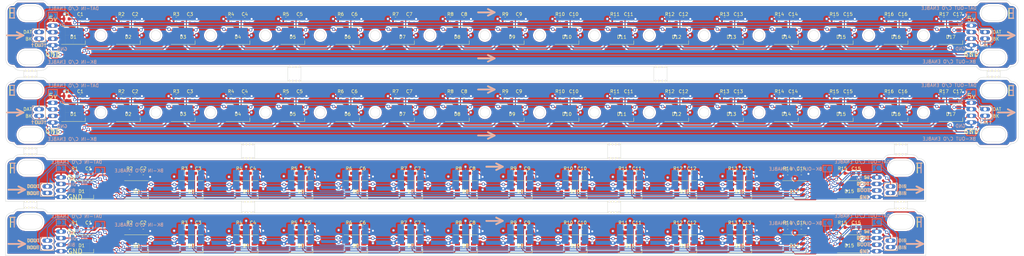
<source format=kicad_pcb>
(kicad_pcb (version 20171130) (host pcbnew "(5.1.0-0)")
  (layers (0 F.Cu signal) (1 In1.Cu power) (2 In2.Cu power) (31 B.Cu signal) (34 B.Paste user) (35 F.Paste user) (36 B.SilkS user) (37 F.SilkS user) (38 B.Mask user) (39 F.Mask user) (44 Edge.Cuts user))
  (net 0 "")
  (net 1 +5V)
  (net 2 GND)
  (net 3 "Net-(D10-Pad4)")
  (net 4 "Net-(D12-Pad3)")
  (net 5 "Net-(C12-Pad1)")
  (net 6 "Net-(C11-Pad1)")
  (net 7 "Net-(C10-Pad1)")
  (net 8 "Net-(C9-Pad1)")
  (net 9 "Net-(C8-Pad1)")
  (net 10 "Net-(C7-Pad1)")
  (net 11 "Net-(C6-Pad1)")
  (net 12 "Net-(C5-Pad1)")
  (net 13 "Net-(C4-Pad1)")
  (net 14 "Net-(C3-Pad1)")
  (net 15 "Net-(C2-Pad1)")
  (net 16 "Net-(C1-Pad1)")
  (net 17 "Net-(D2-Pad3)")
  (net 18 "Net-(D1-Pad3)")
  (net 19 "Net-(D3-Pad3)")
  (net 20 "Net-(D4-Pad3)")
  (net 21 "Net-(D5-Pad3)")
  (net 22 "Net-(D6-Pad3)")
  (net 23 "Net-(D7-Pad3)")
  (net 24 "Net-(D10-Pad6)")
  (net 25 "Net-(D10-Pad3)")
  (net 26 "Net-(D11-Pad3)")
  (net 27 "Net-(C15-Pad1)")
  (net 28 "Net-(C14-Pad1)")
  (net 29 "Net-(C13-Pad1)")
  (net 30 "Net-(D13-Pad3)")
  (net 31 "Net-(D14-Pad3)")
  (net 32 "Net-(D15-Pad3)")
  (net 33 /BIN)
  (net 34 /DIN)
  (net 35 /BOUT)
  (net 36 /DOUT)
  (net 37 "Net-(J2-Pad2)")
  (net 38 "Net-(J2-Pad1)")
  (net 39 "Net-(J3-Pad2)")
  (net 40 "Net-(J3-Pad1)")
  (net 41 "Net-(C17-Pad1)")
  (net 42 "Net-(C16-Pad1)")
  (module YonaFootprints:MousebiteTabSingle4mm (layer F.Cu) (at 136.314 193.859)
    (fp_text reference REF** hide)
    (fp_text value MousebiteTabSingle4mm)
    (pad "" thru_hole circle (at 0.5 0 180) (size 0.5 0.5) (drill 0.5) (layers *.Cu *.Mask))
    (pad "" thru_hole circle (at 1.5 0 180) (size 0.5 0.5) (drill 0.5) (layers *.Cu *.Mask))
    (pad "" thru_hole circle (at -0.5 0 180) (size 0.5 0.5) (drill 0.5) (layers *.Cu *.Mask))
    (pad "" thru_hole circle (at -1.5 0 180) (size 0.5 0.5) (drill 0.5) (layers *.Cu *.Mask))
  )
  (module YonaFootprints:MousebiteTabSingle4mm (layer F.Cu) (at 136.3 190.672)
    (fp_text reference REF** hide)
    (fp_text value MousebiteTabSingle4mm)
    (pad "" thru_hole circle (at -1.5 0 180) (size 0.5 0.5) (drill 0.5) (layers *.Cu *.Mask))
    (pad "" thru_hole circle (at -0.5 0 180) (size 0.5 0.5) (drill 0.5) (layers *.Cu *.Mask))
    (pad "" thru_hole circle (at 1.5 0 180) (size 0.5 0.5) (drill 0.5) (layers *.Cu *.Mask))
    (pad "" thru_hole circle (at 0.5 0 180) (size 0.5 0.5) (drill 0.5) (layers *.Cu *.Mask))
  )
  (module YonaFootprints:MousebiteTabSingle4mm (layer F.Cu) (at 247.555 190.658)
    (fp_text reference REF** hide)
    (fp_text value MousebiteTabSingle4mm)
    (pad "" thru_hole circle (at 0.5 0 180) (size 0.5 0.5) (drill 0.5) (layers *.Cu *.Mask))
    (pad "" thru_hole circle (at 1.5 0 180) (size 0.5 0.5) (drill 0.5) (layers *.Cu *.Mask))
    (pad "" thru_hole circle (at -0.5 0 180) (size 0.5 0.5) (drill 0.5) (layers *.Cu *.Mask))
    (pad "" thru_hole circle (at -1.5 0 180) (size 0.5 0.5) (drill 0.5) (layers *.Cu *.Mask))
  )
  (module YonaFootprints:MousebiteTabSingle4mm (layer F.Cu) (at 247.569 193.845)
    (fp_text reference REF** hide)
    (fp_text value MousebiteTabSingle4mm)
    (pad "" thru_hole circle (at -1.5 0 180) (size 0.5 0.5) (drill 0.5) (layers *.Cu *.Mask))
    (pad "" thru_hole circle (at -0.5 0 180) (size 0.5 0.5) (drill 0.5) (layers *.Cu *.Mask))
    (pad "" thru_hole circle (at 1.5 0 180) (size 0.5 0.5) (drill 0.5) (layers *.Cu *.Mask))
    (pad "" thru_hole circle (at 0.5 0 180) (size 0.5 0.5) (drill 0.5) (layers *.Cu *.Mask))
  )
  (module YonaFootprints:MousebiteTabSingle4mm (layer F.Cu) (at 247.558 173.115)
    (fp_text reference REF** hide)
    (fp_text value MousebiteTabSingle4mm)
    (pad "" thru_hole circle (at 0.5 0 180) (size 0.5 0.5) (drill 0.5) (layers *.Cu *.Mask))
    (pad "" thru_hole circle (at 1.5 0 180) (size 0.5 0.5) (drill 0.5) (layers *.Cu *.Mask))
    (pad "" thru_hole circle (at -0.5 0 180) (size 0.5 0.5) (drill 0.5) (layers *.Cu *.Mask))
    (pad "" thru_hole circle (at -1.5 0 180) (size 0.5 0.5) (drill 0.5) (layers *.Cu *.Mask))
  )
  (module YonaFootprints:MousebiteTabSingle4mm (layer F.Cu) (at 247.572 177.36)
    (fp_text reference REF** hide)
    (fp_text value MousebiteTabSingle4mm)
    (pad "" thru_hole circle (at -1.5 0 180) (size 0.5 0.5) (drill 0.5) (layers *.Cu *.Mask))
    (pad "" thru_hole circle (at -0.5 0 180) (size 0.5 0.5) (drill 0.5) (layers *.Cu *.Mask))
    (pad "" thru_hole circle (at 1.5 0 180) (size 0.5 0.5) (drill 0.5) (layers *.Cu *.Mask))
    (pad "" thru_hole circle (at 0.5 0 180) (size 0.5 0.5) (drill 0.5) (layers *.Cu *.Mask))
  )
  (module YonaFootprints:MousebiteTabSingle4mm (layer F.Cu) (at 136.29 173.115)
    (fp_text reference REF** hide)
    (fp_text value MousebiteTabSingle4mm)
    (pad "" thru_hole circle (at 0.5 0 180) (size 0.5 0.5) (drill 0.5) (layers *.Cu *.Mask))
    (pad "" thru_hole circle (at 1.5 0 180) (size 0.5 0.5) (drill 0.5) (layers *.Cu *.Mask))
    (pad "" thru_hole circle (at -0.5 0 180) (size 0.5 0.5) (drill 0.5) (layers *.Cu *.Mask))
    (pad "" thru_hole circle (at -1.5 0 180) (size 0.5 0.5) (drill 0.5) (layers *.Cu *.Mask))
  )
  (module YonaFootprints:MousebiteTabSingle4mm (layer F.Cu) (at 136.304 177.36)
    (fp_text reference REF** hide)
    (fp_text value MousebiteTabSingle4mm)
    (pad "" thru_hole circle (at -1.5 0 180) (size 0.5 0.5) (drill 0.5) (layers *.Cu *.Mask))
    (pad "" thru_hole circle (at -0.5 0 180) (size 0.5 0.5) (drill 0.5) (layers *.Cu *.Mask))
    (pad "" thru_hole circle (at 1.5 0 180) (size 0.5 0.5) (drill 0.5) (layers *.Cu *.Mask))
    (pad "" thru_hole circle (at 0.5 0 180) (size 0.5 0.5) (drill 0.5) (layers *.Cu *.Mask))
  )
  (module YonaFootprints:MousebiteTabSingle4mm (layer F.Cu) (at 150.399 149.606)
    (fp_text reference REF** hide)
    (fp_text value MousebiteTabSingle4mm)
    (pad "" thru_hole circle (at 0.5 0 180) (size 0.5 0.5) (drill 0.5) (layers *.Cu *.Mask))
    (pad "" thru_hole circle (at 1.5 0 180) (size 0.5 0.5) (drill 0.5) (layers *.Cu *.Mask))
    (pad "" thru_hole circle (at -0.5 0 180) (size 0.5 0.5) (drill 0.5) (layers *.Cu *.Mask))
    (pad "" thru_hole circle (at -1.5 0 180) (size 0.5 0.5) (drill 0.5) (layers *.Cu *.Mask))
  )
  (module YonaFootprints:MousebiteTabSingle4mm (layer F.Cu) (at 150.413 153.851)
    (fp_text reference REF** hide)
    (fp_text value MousebiteTabSingle4mm)
    (pad "" thru_hole circle (at -1.5 0 180) (size 0.5 0.5) (drill 0.5) (layers *.Cu *.Mask))
    (pad "" thru_hole circle (at -0.5 0 180) (size 0.5 0.5) (drill 0.5) (layers *.Cu *.Mask))
    (pad "" thru_hole circle (at 1.5 0 180) (size 0.5 0.5) (drill 0.5) (layers *.Cu *.Mask))
    (pad "" thru_hole circle (at 0.5 0 180) (size 0.5 0.5) (drill 0.5) (layers *.Cu *.Mask))
  )
  (module YonaFootprints:MousebiteTabSingle4mm (layer F.Cu) (at 261.643 149.613)
    (fp_text reference REF** hide)
    (fp_text value MousebiteTabSingle4mm)
    (pad "" thru_hole circle (at -1.5 0 180) (size 0.5 0.5) (drill 0.5) (layers *.Cu *.Mask))
    (pad "" thru_hole circle (at -0.5 0 180) (size 0.5 0.5) (drill 0.5) (layers *.Cu *.Mask))
    (pad "" thru_hole circle (at 1.5 0 180) (size 0.5 0.5) (drill 0.5) (layers *.Cu *.Mask))
    (pad "" thru_hole circle (at 0.5 0 180) (size 0.5 0.5) (drill 0.5) (layers *.Cu *.Mask))
  )
  (module YonaFootprints:MousebiteTabSingle4mm (layer F.Cu) (at 261.657 153.858)
    (fp_text reference REF** hide)
    (fp_text value MousebiteTabSingle4mm)
    (pad "" thru_hole circle (at 0.5 0 180) (size 0.5 0.5) (drill 0.5) (layers *.Cu *.Mask))
    (pad "" thru_hole circle (at 1.5 0 180) (size 0.5 0.5) (drill 0.5) (layers *.Cu *.Mask))
    (pad "" thru_hole circle (at -0.5 0 180) (size 0.5 0.5) (drill 0.5) (layers *.Cu *.Mask))
    (pad "" thru_hole circle (at -1.5 0 180) (size 0.5 0.5) (drill 0.5) (layers *.Cu *.Mask))
  )
  (module YonaFootprints:MousebiteTabSingle4mm (layer F.Cu) (at 362.906 150.808)
    (fp_text reference REF** hide)
    (fp_text value MousebiteTabSingle4mm)
    (pad "" thru_hole circle (at -1.5 0 180) (size 0.5 0.5) (drill 0.5) (layers *.Cu *.Mask))
    (pad "" thru_hole circle (at -0.5 0 180) (size 0.5 0.5) (drill 0.5) (layers *.Cu *.Mask))
    (pad "" thru_hole circle (at 1.5 0 180) (size 0.5 0.5) (drill 0.5) (layers *.Cu *.Mask))
    (pad "" thru_hole circle (at 0.5 0 180) (size 0.5 0.5) (drill 0.5) (layers *.Cu *.Mask))
  )
  (module YonaFootprints:MousebiteTabSingle4mm (layer F.Cu) (at 362.906 152.638)
    (fp_text reference REF** hide)
    (fp_text value MousebiteTabSingle4mm)
    (pad "" thru_hole circle (at 0.5 0 180) (size 0.5 0.5) (drill 0.5) (layers *.Cu *.Mask))
    (pad "" thru_hole circle (at 1.5 0 180) (size 0.5 0.5) (drill 0.5) (layers *.Cu *.Mask))
    (pad "" thru_hole circle (at -0.5 0 180) (size 0.5 0.5) (drill 0.5) (layers *.Cu *.Mask))
    (pad "" thru_hole circle (at -1.5 0 180) (size 0.5 0.5) (drill 0.5) (layers *.Cu *.Mask))
  )
  (module YonaFootprints:MousebiteTabSingle4mm (layer F.Cu) (at 334.737 173.102)
    (fp_text reference REF** hide)
    (fp_text value MousebiteTabSingle4mm)
    (pad "" thru_hole circle (at 0.5 0 180) (size 0.5 0.5) (drill 0.5) (layers *.Cu *.Mask))
    (pad "" thru_hole circle (at 1.5 0 180) (size 0.5 0.5) (drill 0.5) (layers *.Cu *.Mask))
    (pad "" thru_hole circle (at -0.5 0 180) (size 0.5 0.5) (drill 0.5) (layers *.Cu *.Mask))
    (pad "" thru_hole circle (at -1.5 0 180) (size 0.5 0.5) (drill 0.5) (layers *.Cu *.Mask))
  )
  (module YonaFootprints:MousebiteTabSingle4mm (layer F.Cu) (at 334.723 176.161)
    (fp_text reference REF** hide)
    (fp_text value MousebiteTabSingle4mm)
    (pad "" thru_hole circle (at 0.5 0 180) (size 0.5 0.5) (drill 0.5) (layers *.Cu *.Mask))
    (pad "" thru_hole circle (at 1.5 0 180) (size 0.5 0.5) (drill 0.5) (layers *.Cu *.Mask))
    (pad "" thru_hole circle (at -0.5 0 180) (size 0.5 0.5) (drill 0.5) (layers *.Cu *.Mask))
    (pad "" thru_hole circle (at -1.5 0 180) (size 0.5 0.5) (drill 0.5) (layers *.Cu *.Mask))
  )
  (module YonaFootprints:MousebiteTabSingle4mm (layer F.Cu) (at 334.737 190.664)
    (fp_text reference REF** hide)
    (fp_text value MousebiteTabSingle4mm)
    (pad "" thru_hole circle (at -1.5 0 180) (size 0.5 0.5) (drill 0.5) (layers *.Cu *.Mask))
    (pad "" thru_hole circle (at -0.5 0 180) (size 0.5 0.5) (drill 0.5) (layers *.Cu *.Mask))
    (pad "" thru_hole circle (at 1.5 0 180) (size 0.5 0.5) (drill 0.5) (layers *.Cu *.Mask))
    (pad "" thru_hole circle (at 0.5 0 180) (size 0.5 0.5) (drill 0.5) (layers *.Cu *.Mask))
  )
  (module YonaFootprints:MousebiteTabSingle4mm (layer F.Cu) (at 334.737 192.665)
    (fp_text reference REF** hide)
    (fp_text value MousebiteTabSingle4mm)
    (pad "" thru_hole circle (at 0.5 0 180) (size 0.5 0.5) (drill 0.5) (layers *.Cu *.Mask))
    (pad "" thru_hole circle (at 1.5 0 180) (size 0.5 0.5) (drill 0.5) (layers *.Cu *.Mask))
    (pad "" thru_hole circle (at -0.5 0 180) (size 0.5 0.5) (drill 0.5) (layers *.Cu *.Mask))
    (pad "" thru_hole circle (at -1.5 0 180) (size 0.5 0.5) (drill 0.5) (layers *.Cu *.Mask))
  )
  (module YonaFootprints:MousebiteTabSingle4mm (layer F.Cu) (at 70.161 190.656)
    (fp_text reference REF** hide)
    (fp_text value MousebiteTabSingle4mm)
    (pad "" thru_hole circle (at -1.5 0 180) (size 0.5 0.5) (drill 0.5) (layers *.Cu *.Mask))
    (pad "" thru_hole circle (at -0.5 0 180) (size 0.5 0.5) (drill 0.5) (layers *.Cu *.Mask))
    (pad "" thru_hole circle (at 1.5 0 180) (size 0.5 0.5) (drill 0.5) (layers *.Cu *.Mask))
    (pad "" thru_hole circle (at 0.5 0 180) (size 0.5 0.5) (drill 0.5) (layers *.Cu *.Mask))
  )
  (module YonaFootprints:MousebiteTabSingle4mm (layer F.Cu) (at 70.161 192.486)
    (fp_text reference REF** hide)
    (fp_text value MousebiteTabSingle4mm)
    (pad "" thru_hole circle (at 0.5 0 180) (size 0.5 0.5) (drill 0.5) (layers *.Cu *.Mask))
    (pad "" thru_hole circle (at 1.5 0 180) (size 0.5 0.5) (drill 0.5) (layers *.Cu *.Mask))
    (pad "" thru_hole circle (at -0.5 0 180) (size 0.5 0.5) (drill 0.5) (layers *.Cu *.Mask))
    (pad "" thru_hole circle (at -1.5 0 180) (size 0.5 0.5) (drill 0.5) (layers *.Cu *.Mask))
  )
  (module YonaFootprints:MousebiteTabSingle4mm (layer F.Cu) (at 70.168 174.332)
    (fp_text reference REF** hide)
    (fp_text value MousebiteTabSingle4mm)
    (pad "" thru_hole circle (at -1.5 0 180) (size 0.5 0.5) (drill 0.5) (layers *.Cu *.Mask))
    (pad "" thru_hole circle (at -0.5 0 180) (size 0.5 0.5) (drill 0.5) (layers *.Cu *.Mask))
    (pad "" thru_hole circle (at 1.5 0 180) (size 0.5 0.5) (drill 0.5) (layers *.Cu *.Mask))
    (pad "" thru_hole circle (at 0.5 0 180) (size 0.5 0.5) (drill 0.5) (layers *.Cu *.Mask))
  )
  (module YonaFootprints:MousebiteTabSingle4mm (layer F.Cu) (at 70.168 176.162)
    (fp_text reference REF** hide)
    (fp_text value MousebiteTabSingle4mm)
    (pad "" thru_hole circle (at 0.5 0 180) (size 0.5 0.5) (drill 0.5) (layers *.Cu *.Mask))
    (pad "" thru_hole circle (at 1.5 0 180) (size 0.5 0.5) (drill 0.5) (layers *.Cu *.Mask))
    (pad "" thru_hole circle (at -0.5 0 180) (size 0.5 0.5) (drill 0.5) (layers *.Cu *.Mask))
    (pad "" thru_hole circle (at -1.5 0 180) (size 0.5 0.5) (drill 0.5) (layers *.Cu *.Mask))
  )
  (module YonaFootprints:MousebiteTabSingle4mm (layer F.Cu) (at 70.15 152.647)
    (fp_text reference REF** hide)
    (fp_text value MousebiteTabSingle4mm)
    (pad "" thru_hole circle (at -1.5 0 180) (size 0.5 0.5) (drill 0.5) (layers *.Cu *.Mask))
    (pad "" thru_hole circle (at -0.5 0 180) (size 0.5 0.5) (drill 0.5) (layers *.Cu *.Mask))
    (pad "" thru_hole circle (at 1.5 0 180) (size 0.5 0.5) (drill 0.5) (layers *.Cu *.Mask))
    (pad "" thru_hole circle (at 0.5 0 180) (size 0.5 0.5) (drill 0.5) (layers *.Cu *.Mask))
  )
  (module YonaFootprints:MousebiteTabSingle4mm (layer F.Cu) (at 70.15 150.817)
    (fp_text reference REF** hide)
    (fp_text value MousebiteTabSingle4mm)
    (pad "" thru_hole circle (at 0.5 0 180) (size 0.5 0.5) (drill 0.5) (layers *.Cu *.Mask))
    (pad "" thru_hole circle (at 1.5 0 180) (size 0.5 0.5) (drill 0.5) (layers *.Cu *.Mask))
    (pad "" thru_hole circle (at -0.5 0 180) (size 0.5 0.5) (drill 0.5) (layers *.Cu *.Mask))
    (pad "" thru_hole circle (at -1.5 0 180) (size 0.5 0.5) (drill 0.5) (layers *.Cu *.Mask))
  )
  (module Resistor_SMD:R_0603_1608Metric (layer F.Cu) (at 166.959967 198.474)
    (fp_text reference R6 (at 0 -1.43) (layer F.SilkS))
    (fp_text value 330)
    (pad 1 smd roundrect (at -0.7875 0) (size 0.875 0.95) (layers F.Cu F.Paste F.Mask) (net 1 +5V))
    (pad 2 smd roundrect (at 0.7875 0) (size 0.875 0.95) (layers F.Cu F.Paste F.Mask) (net 11 "Net-(C6-Pad1)"))
  )
  (module Resistor_SMD:R_0603_1608Metric (layer F.Cu) (at 183.626627 198.474)
    (fp_text reference R7 (at 0 -1.43) (layer F.SilkS))
    (fp_text value 330)
    (pad 1 smd roundrect (at -0.7875 0) (size 0.875 0.95) (layers F.Cu F.Paste F.Mask) (net 1 +5V))
    (pad 2 smd roundrect (at 0.7875 0) (size 0.875 0.95) (layers F.Cu F.Paste F.Mask) (net 10 "Net-(C7-Pad1)"))
  )
  (module Resistor_SMD:R_0603_1608Metric (layer F.Cu) (at 200.293287 198.474)
    (fp_text reference R8 (at 0 -1.43) (layer F.SilkS))
    (fp_text value 330)
    (pad 1 smd roundrect (at -0.7875 0) (size 0.875 0.95) (layers F.Cu F.Paste F.Mask) (net 1 +5V))
    (pad 2 smd roundrect (at 0.7875 0) (size 0.875 0.95) (layers F.Cu F.Paste F.Mask) (net 9 "Net-(C8-Pad1)"))
  )
  (module Resistor_SMD:R_0603_1608Metric (layer F.Cu) (at 216.959947 198.474)
    (fp_text reference R9 (at 0 -1.43) (layer F.SilkS))
    (fp_text value 330)
    (pad 1 smd roundrect (at -0.7875 0) (size 0.875 0.95) (layers F.Cu F.Paste F.Mask) (net 1 +5V))
    (pad 2 smd roundrect (at 0.7875 0) (size 0.875 0.95) (layers F.Cu F.Paste F.Mask) (net 8 "Net-(C9-Pad1)"))
  )
  (module Resistor_SMD:R_0603_1608Metric (layer F.Cu) (at 233.626607 198.474)
    (fp_text reference R10 (at 0 -1.43) (layer F.SilkS))
    (fp_text value 330)
    (pad 1 smd roundrect (at -0.7875 0) (size 0.875 0.95) (layers F.Cu F.Paste F.Mask) (net 1 +5V))
    (pad 2 smd roundrect (at 0.7875 0) (size 0.875 0.95) (layers F.Cu F.Paste F.Mask) (net 7 "Net-(C10-Pad1)"))
  )
  (module Resistor_SMD:R_0603_1608Metric (layer F.Cu) (at 250.293267 198.474)
    (fp_text reference R11 (at 0 -1.43) (layer F.SilkS))
    (fp_text value 330)
    (pad 1 smd roundrect (at -0.7875 0) (size 0.875 0.95) (layers F.Cu F.Paste F.Mask) (net 1 +5V))
    (pad 2 smd roundrect (at 0.7875 0) (size 0.875 0.95) (layers F.Cu F.Paste F.Mask) (net 6 "Net-(C11-Pad1)"))
  )
  (module Resistor_SMD:R_0603_1608Metric (layer F.Cu) (at 266.959927 198.474)
    (fp_text reference R12 (at 0 -1.43) (layer F.SilkS))
    (fp_text value 330)
    (pad 1 smd roundrect (at -0.7875 0) (size 0.875 0.95) (layers F.Cu F.Paste F.Mask) (net 1 +5V))
    (pad 2 smd roundrect (at 0.7875 0) (size 0.875 0.95) (layers F.Cu F.Paste F.Mask) (net 5 "Net-(C12-Pad1)"))
  )
  (module Capacitor_SMD:C_0603_1608Metric (layer F.Cu) (at 87.793333 198.474)
    (fp_text reference C1 (at 0 -1.43) (layer F.SilkS))
    (fp_text value .1uF)
    (pad 1 smd roundrect (at -0.7875 0) (size 0.875 0.95) (layers F.Cu F.Paste F.Mask) (net 16 "Net-(C1-Pad1)"))
    (pad 2 smd roundrect (at 0.7875 0) (size 0.875 0.95) (layers F.Cu F.Paste F.Mask) (net 2 GND))
  )
  (module Capacitor_SMD:C_0603_1608Metric (layer F.Cu) (at 287.793253 198.474)
    (fp_text reference C13 (at 0 -1.43) (layer F.SilkS))
    (fp_text value .1uF)
    (pad 1 smd roundrect (at -0.7875 0) (size 0.875 0.95) (layers F.Cu F.Paste F.Mask) (net 29 "Net-(C13-Pad1)"))
    (pad 2 smd roundrect (at 0.7875 0) (size 0.875 0.95) (layers F.Cu F.Paste F.Mask) (net 2 GND))
  )
  (module Capacitor_SMD:C_0603_1608Metric (layer F.Cu) (at 304.459913 198.474)
    (fp_text reference C14 (at 0 -1.43) (layer F.SilkS))
    (fp_text value .1uF)
    (pad 1 smd roundrect (at -0.7875 0) (size 0.875 0.95) (layers F.Cu F.Paste F.Mask) (net 28 "Net-(C14-Pad1)"))
    (pad 2 smd roundrect (at 0.7875 0) (size 0.875 0.95) (layers F.Cu F.Paste F.Mask) (net 2 GND))
  )
  (module Capacitor_SMD:C_0603_1608Metric (layer F.Cu) (at 321.126573 198.474)
    (fp_text reference C15 (at 0 -1.43) (layer F.SilkS))
    (fp_text value .1uF)
    (pad 1 smd roundrect (at -0.7875 0) (size 0.875 0.95) (layers F.Cu F.Paste F.Mask) (net 27 "Net-(C15-Pad1)"))
    (pad 2 smd roundrect (at 0.7875 0) (size 0.875 0.95) (layers F.Cu F.Paste F.Mask) (net 2 GND))
  )
  (module YonaFootprints:TEDX_PWR_BRIDGE_TALL (layer B.Cu) (at 135.70998 197.474 180)
    (fp_text reference J4)
    (fp_text value PWR_BRIDGE)
    (pad 1 smd rect (at 0 -3 180) (size 2 6) (layers B.Cu B.Paste B.Mask) (net 1 +5V))
    (pad 2 smd rect (at 3 -3 180) (size 2 6) (layers B.Cu B.Paste B.Mask) (net 2 GND))
    (pad 2 smd rect (at -3 -3 180) (size 2 6) (layers B.Cu B.Paste B.Mask) (net 2 GND))
  )
  (module YonaFootprints:TEDX_PWR_BRIDGE_TALL (layer B.Cu) (at 269.04326 197.474 180)
    (fp_text reference J4)
    (fp_text value PWR_BRIDGE)
    (pad 1 smd rect (at 0 -3 180) (size 2 6) (layers B.Cu B.Paste B.Mask) (net 1 +5V))
    (pad 2 smd rect (at 3 -3 180) (size 2 6) (layers B.Cu B.Paste B.Mask) (net 2 GND))
    (pad 2 smd rect (at -3 -3 180) (size 2 6) (layers B.Cu B.Paste B.Mask) (net 2 GND))
  )
  (module LED_SMD:LED_WS2812_PLCC6_5.0x5.0mm_P1.6mm (layer F.Cu) (at 85.71 203.474 180)
    (fp_text reference D1 (at 0 -0.5 180) (layer F.SilkS))
    (fp_text value WS2813)
    (pad 4 smd rect (at 2.45 1.6 180) (size 1.5 1) (layers F.Cu F.Paste F.Mask) (net 34 /DIN))
    (pad 5 smd rect (at 2.45 0 180) (size 1.5 1) (layers F.Cu F.Paste F.Mask) (net 2 GND))
    (pad 6 smd rect (at 2.45 -1.6 180) (size 1.5 1) (layers F.Cu F.Paste F.Mask) (net 33 /BIN))
    (pad 3 smd rect (at -2.45 1.6 180) (size 1.5 1) (layers F.Cu F.Paste F.Mask) (net 18 "Net-(D1-Pad3)"))
    (pad 2 smd rect (at -2.45 0 180) (size 1.5 1) (layers F.Cu F.Paste F.Mask) (net 1 +5V))
    (pad 1 smd rect (at -2.45 -1.6 180) (size 1.5 1) (layers F.Cu F.Paste F.Mask) (net 16 "Net-(C1-Pad1)"))
  )
  (module Resistor_SMD:R_0603_1608Metric (layer F.Cu) (at 283.626587 198.474)
    (fp_text reference R13 (at 0 -1.43) (layer F.SilkS))
    (fp_text value 330)
    (pad 1 smd roundrect (at -0.7875 0) (size 0.875 0.95) (layers F.Cu F.Paste F.Mask) (net 1 +5V))
    (pad 2 smd roundrect (at 0.7875 0) (size 0.875 0.95) (layers F.Cu F.Paste F.Mask) (net 29 "Net-(C13-Pad1)"))
  )
  (module Resistor_SMD:R_0603_1608Metric (layer F.Cu) (at 300.293247 198.474)
    (fp_text reference R14 (at 0 -1.43) (layer F.SilkS))
    (fp_text value 330)
    (pad 1 smd roundrect (at -0.7875 0) (size 0.875 0.95) (layers F.Cu F.Paste F.Mask) (net 1 +5V))
    (pad 2 smd roundrect (at 0.7875 0) (size 0.875 0.95) (layers F.Cu F.Paste F.Mask) (net 28 "Net-(C14-Pad1)"))
  )
  (module LED_SMD:LED_WS2812_PLCC6_5.0x5.0mm_P1.6mm (layer F.Cu) (at 285.70992 203.474 180)
    (fp_text reference D13 (at 0 -0.5 180) (layer F.SilkS))
    (fp_text value WS2813)
    (pad 4 smd rect (at 2.45 1.6 180) (size 1.5 1) (layers F.Cu F.Paste F.Mask) (net 4 "Net-(D12-Pad3)"))
    (pad 5 smd rect (at 2.45 0 180) (size 1.5 1) (layers F.Cu F.Paste F.Mask) (net 2 GND))
    (pad 6 smd rect (at 2.45 -1.6 180) (size 1.5 1) (layers F.Cu F.Paste F.Mask) (net 26 "Net-(D11-Pad3)"))
    (pad 3 smd rect (at -2.45 1.6 180) (size 1.5 1) (layers F.Cu F.Paste F.Mask) (net 30 "Net-(D13-Pad3)"))
    (pad 2 smd rect (at -2.45 0 180) (size 1.5 1) (layers F.Cu F.Paste F.Mask) (net 1 +5V))
    (pad 1 smd rect (at -2.45 -1.6 180) (size 1.5 1) (layers F.Cu F.Paste F.Mask) (net 29 "Net-(C13-Pad1)"))
  )
  (module LED_SMD:LED_WS2812_PLCC6_5.0x5.0mm_P1.6mm (layer F.Cu) (at 302.37658 203.474 180)
    (fp_text reference D14 (at 0 -0.5 180) (layer F.SilkS))
    (fp_text value WS2813)
    (pad 4 smd rect (at 2.45 1.6 180) (size 1.5 1) (layers F.Cu F.Paste F.Mask) (net 30 "Net-(D13-Pad3)"))
    (pad 5 smd rect (at 2.45 0 180) (size 1.5 1) (layers F.Cu F.Paste F.Mask) (net 2 GND))
    (pad 6 smd rect (at 2.45 -1.6 180) (size 1.5 1) (layers F.Cu F.Paste F.Mask) (net 4 "Net-(D12-Pad3)"))
    (pad 3 smd rect (at -2.45 1.6 180) (size 1.5 1) (layers F.Cu F.Paste F.Mask) (net 35 /BOUT))
    (pad 2 smd rect (at -2.45 0 180) (size 1.5 1) (layers F.Cu F.Paste F.Mask) (net 1 +5V))
    (pad 1 smd rect (at -2.45 -1.6 180) (size 1.5 1) (layers F.Cu F.Paste F.Mask) (net 28 "Net-(C14-Pad1)"))
  )
  (module LED_SMD:LED_WS2812_PLCC6_5.0x5.0mm_P1.6mm (layer F.Cu) (at 319.04324 203.474 180)
    (fp_text reference D15 (at 0 -0.5 180) (layer F.SilkS))
    (fp_text value WS2813)
    (pad 4 smd rect (at 2.45 1.6 180) (size 1.5 1) (layers F.Cu F.Paste F.Mask) (net 35 /BOUT))
    (pad 5 smd rect (at 2.45 0 180) (size 1.5 1) (layers F.Cu F.Paste F.Mask) (net 2 GND))
    (pad 6 smd rect (at 2.45 -1.6 180) (size 1.5 1) (layers F.Cu F.Paste F.Mask) (net 30 "Net-(D13-Pad3)"))
    (pad 3 smd rect (at -2.45 1.6 180) (size 1.5 1) (layers F.Cu F.Paste F.Mask) (net 36 /DOUT))
    (pad 2 smd rect (at -2.45 0 180) (size 1.5 1) (layers F.Cu F.Paste F.Mask) (net 1 +5V))
    (pad 1 smd rect (at -2.45 -1.6 180) (size 1.5 1) (layers F.Cu F.Paste F.Mask) (net 27 "Net-(C15-Pad1)"))
  )
  (module Resistor_SMD:R_0603_1608Metric (layer F.Cu) (at 316.959907 198.474)
    (fp_text reference R15 (at 0 -1.43) (layer F.SilkS))
    (fp_text value 330)
    (pad 1 smd roundrect (at -0.7875 0) (size 0.875 0.95) (layers F.Cu F.Paste F.Mask) (net 1 +5V))
    (pad 2 smd roundrect (at 0.7875 0) (size 0.875 0.95) (layers F.Cu F.Paste F.Mask) (net 27 "Net-(C15-Pad1)"))
  )
  (module YonaFootprints:TEDX_INNER_4 (layer F.Cu) (at 79.46 202.724)
    (fp_text reference J1)
    (fp_text value IN)
    (pad 1 thru_hole oval (at 0 -3) (size 3 1.25) (drill 1) (layers *.Cu *.Mask) (net 1 +5V))
    (pad 2 thru_hole oval (at 0 -1) (size 3 1.25) (drill 1) (layers *.Cu *.Mask) (net 34 /DIN))
    (pad 3 thru_hole oval (at 0 1) (size 3 1.25) (drill 1) (layers *.Cu *.Mask) (net 33 /BIN))
    (pad 4 thru_hole oval (at 0 3) (size 3 1.25) (drill 1) (layers *.Cu *.Mask) (net 2 GND))
  )
  (module YonaFootprints:TEDX_PWR_BRIDGE_TALL (layer B.Cu) (at 219.04328 197.474 180)
    (fp_text reference J4)
    (fp_text value PWR_BRIDGE)
    (pad 2 smd rect (at -3 -3 180) (size 2 6) (layers B.Cu B.Paste B.Mask) (net 2 GND))
    (pad 2 smd rect (at 3 -3 180) (size 2 6) (layers B.Cu B.Paste B.Mask) (net 2 GND))
    (pad 1 smd rect (at 0 -3 180) (size 2 6) (layers B.Cu B.Paste B.Mask) (net 1 +5V))
  )
  (module YonaFootprints:TEDX_PWR_BRIDGE_TALL (layer B.Cu) (at 185.70996 197.474 180)
    (fp_text reference J4)
    (fp_text value PWR_BRIDGE)
    (pad 2 smd rect (at -3 -3 180) (size 2 6) (layers B.Cu B.Paste B.Mask) (net 2 GND))
    (pad 2 smd rect (at 3 -3 180) (size 2 6) (layers B.Cu B.Paste B.Mask) (net 2 GND))
    (pad 1 smd rect (at 0 -3 180) (size 2 6) (layers B.Cu B.Paste B.Mask) (net 1 +5V))
  )
  (module YonaFootprints:TEDX_PWR_BRIDGE_TALL (layer B.Cu) (at 202.37662 197.474 180)
    (fp_text reference J4)
    (fp_text value PWR_BRIDGE)
    (pad 1 smd rect (at 0 -3 180) (size 2 6) (layers B.Cu B.Paste B.Mask) (net 1 +5V))
    (pad 2 smd rect (at 3 -3 180) (size 2 6) (layers B.Cu B.Paste B.Mask) (net 2 GND))
    (pad 2 smd rect (at -3 -3 180) (size 2 6) (layers B.Cu B.Paste B.Mask) (net 2 GND))
  )
  (module YonaFootprints:TEDX_INNER_4 (layer F.Cu) (at 327.375588 202.724)
    (fp_text reference J5)
    (fp_text value OUT)
    (pad 1 thru_hole oval (at 0 -3) (size 3 1.25) (drill 1) (layers *.Cu *.Mask) (net 1 +5V))
    (pad 2 thru_hole oval (at 0 -1) (size 3 1.25) (drill 1) (layers *.Cu *.Mask) (net 36 /DOUT))
    (pad 3 thru_hole oval (at 0 1) (size 3 1.25) (drill 1) (layers *.Cu *.Mask) (net 35 /BOUT))
    (pad 4 thru_hole oval (at 0 3) (size 3 1.25) (drill 1) (layers *.Cu *.Mask) (net 2 GND))
  )
  (module YonaFootprints:TEDX_IN2 (layer F.Cu) (at 75.293335 203.474)
    (fp_text reference J3)
    (fp_text value OUT2)
    (pad 1 thru_hole oval (at 0 -1) (size 3 1.25) (drill 1) (layers *.Cu *.Mask) (net 40 "Net-(J3-Pad1)"))
    (pad 2 thru_hole oval (at 0 1) (size 3 1.25) (drill 1) (layers *.Cu *.Mask) (net 39 "Net-(J3-Pad2)"))
  )
  (module Jumper:SolderJumper-2_P1.3mm_Open_TrianglePad1.0x1.5mm (layer B.Cu) (at 327.376636 196.874 180)
    (fp_text reference JP1)
    (fp_text value DOUT2_ENABLE)
    (pad 2 smd custom (at 0.725 0 180) (size 0.3 0.3) (layers B.Cu B.Mask) (net 40 "Net-(J3-Pad1)") (options (clearance outline) (anchor rect)) (primitives (gr_poly (pts (xy -0.65 0.75) (xy 0.5 0.75) (xy 0.5 -0.75) (xy -0.65 -0.75) (xy -0.15 0)) (width 0))))
    (pad 1 smd custom (at -0.725 0 180) (size 0.3 0.3) (layers B.Cu B.Mask) (net 36 /DOUT) (options (clearance outline) (anchor rect)) (primitives (gr_poly (pts (xy -0.5 0.75) (xy 0.5 0.75) (xy 1 0) (xy 0.5 -0.75) (xy -0.5 -0.75)) (width 0))))
  )
  (module Jumper:SolderJumper-2_P1.3mm_Open_TrianglePad1.0x1.5mm (layer B.Cu) (at 312.41 197.074 180)
    (fp_text reference JP2)
    (fp_text value BOUT2_ENABLE)
    (pad 2 smd custom (at 0.725 0 180) (size 0.3 0.3) (layers B.Cu B.Mask) (net 39 "Net-(J3-Pad2)") (options (clearance outline) (anchor rect)) (primitives (gr_poly (pts (xy -0.65 0.75) (xy 0.5 0.75) (xy 0.5 -0.75) (xy -0.65 -0.75) (xy -0.15 0)) (width 0))))
    (pad 1 smd custom (at -0.725 0 180) (size 0.3 0.3) (layers B.Cu B.Mask) (net 35 /BOUT) (options (clearance outline) (anchor rect)) (primitives (gr_poly (pts (xy -0.5 0.75) (xy 0.5 0.75) (xy 1 0) (xy 0.5 -0.75) (xy -0.5 -0.75)) (width 0))))
  )
  (module Jumper:SolderJumper-2_P1.3mm_Open_TrianglePad1.0x1.5mm (layer B.Cu) (at 79.41 196.974)
    (fp_text reference JP3)
    (fp_text value DOUT2_ENABLE)
    (pad 2 smd custom (at 0.725 0) (size 0.3 0.3) (layers B.Cu B.Mask) (net 38 "Net-(J2-Pad1)") (options (clearance outline) (anchor rect)) (primitives (gr_poly (pts (xy -0.65 0.75) (xy 0.5 0.75) (xy 0.5 -0.75) (xy -0.65 -0.75) (xy -0.15 0)) (width 0))))
    (pad 1 smd custom (at -0.725 0) (size 0.3 0.3) (layers B.Cu B.Mask) (net 34 /DIN) (options (clearance outline) (anchor rect)) (primitives (gr_poly (pts (xy -0.5 0.75) (xy 0.5 0.75) (xy 1 0) (xy 0.5 -0.75) (xy -0.5 -0.75)) (width 0))))
  )
  (module Jumper:SolderJumper-2_P1.3mm_Open_TrianglePad1.0x1.5mm (layer B.Cu) (at 91.31 197.674)
    (fp_text reference JP4)
    (fp_text value BOUT2_ENABLE)
    (pad 2 smd custom (at 0.725 0) (size 0.3 0.3) (layers B.Cu B.Mask) (net 37 "Net-(J2-Pad2)") (options (clearance outline) (anchor rect)) (primitives (gr_poly (pts (xy -0.65 0.75) (xy 0.5 0.75) (xy 0.5 -0.75) (xy -0.65 -0.75) (xy -0.15 0)) (width 0))))
    (pad 1 smd custom (at -0.725 0) (size 0.3 0.3) (layers B.Cu B.Mask) (net 33 /BIN) (options (clearance outline) (anchor rect)) (primitives (gr_poly (pts (xy -0.5 0.75) (xy 0.5 0.75) (xy 1 0) (xy 0.5 -0.75) (xy -0.5 -0.75)) (width 0))))
  )
  (module YonaFootprints:TEDX_PWR_BRIDGE_TALL (layer B.Cu) (at 168.91 197.474 180)
    (fp_text reference J4)
    (fp_text value PWR_BRIDGE)
    (pad 1 smd rect (at 0 -3 180) (size 2 6) (layers B.Cu B.Paste B.Mask) (net 1 +5V))
    (pad 2 smd rect (at 3 -3 180) (size 2 6) (layers B.Cu B.Paste B.Mask) (net 2 GND))
    (pad 2 smd rect (at -3 -3 180) (size 2 6) (layers B.Cu B.Paste B.Mask) (net 2 GND))
  )
  (module YonaFootprints:TEDX_PWR_BRIDGE_TALL (layer B.Cu) (at 285.70992 197.474 180)
    (fp_text reference J4)
    (fp_text value PWR_BRIDGE)
    (pad 2 smd rect (at -3 -3 180) (size 2 6) (layers B.Cu B.Paste B.Mask) (net 2 GND))
    (pad 2 smd rect (at 3 -3 180) (size 2 6) (layers B.Cu B.Paste B.Mask) (net 2 GND))
    (pad 1 smd rect (at 0 -3 180) (size 2 6) (layers B.Cu B.Paste B.Mask) (net 1 +5V))
  )
  (module YonaFootprints:TEDX_PWR_BRIDGE_TALL (layer B.Cu) (at 152.37664 197.474 180)
    (fp_text reference J4)
    (fp_text value PWR_BRIDGE)
    (pad 2 smd rect (at -3 -3 180) (size 2 6) (layers B.Cu B.Paste B.Mask) (net 2 GND))
    (pad 2 smd rect (at 3 -3 180) (size 2 6) (layers B.Cu B.Paste B.Mask) (net 2 GND))
    (pad 1 smd rect (at 0 -3 180) (size 2 6) (layers B.Cu B.Paste B.Mask) (net 1 +5V))
  )
  (module Resistor_SMD:R_0603_1608Metric (layer F.Cu) (at 83.626667 198.474)
    (fp_text reference R1 (at 0 -1.43) (layer F.SilkS))
    (fp_text value 330)
    (pad 1 smd roundrect (at -0.7875 0) (size 0.875 0.95) (layers F.Cu F.Paste F.Mask) (net 1 +5V))
    (pad 2 smd roundrect (at 0.7875 0) (size 0.875 0.95) (layers F.Cu F.Paste F.Mask) (net 16 "Net-(C1-Pad1)"))
  )
  (module YonaFootprints:TEDX_IN2 (layer B.Cu) (at 331.542238 203.474 180)
    (fp_text reference J2)
    (fp_text value IN2)
    (pad 1 thru_hole oval (at 0 1 180) (size 3 1.25) (drill 1) (layers *.Cu *.Mask) (net 38 "Net-(J2-Pad1)"))
    (pad 2 thru_hole oval (at 0 -1 180) (size 3 1.25) (drill 1) (layers *.Cu *.Mask) (net 37 "Net-(J2-Pad2)"))
  )
  (module YonaFootprints:TEDX_PWR_BRIDGE_TALL (layer B.Cu) (at 235.70994 197.474 180)
    (fp_text reference J4)
    (fp_text value PWR_BRIDGE)
    (pad 1 smd rect (at 0 -3 180) (size 2 6) (layers B.Cu B.Paste B.Mask) (net 1 +5V))
    (pad 2 smd rect (at 3 -3 180) (size 2 6) (layers B.Cu B.Paste B.Mask) (net 2 GND))
    (pad 2 smd rect (at -3 -3 180) (size 2 6) (layers B.Cu B.Paste B.Mask) (net 2 GND))
  )
  (module YonaFootprints:TEDX_PWR_BRIDGE_TALL (layer B.Cu) (at 252.3766 197.474 180)
    (fp_text reference J4)
    (fp_text value PWR_BRIDGE)
    (pad 2 smd rect (at -3 -3 180) (size 2 6) (layers B.Cu B.Paste B.Mask) (net 2 GND))
    (pad 2 smd rect (at 3 -3 180) (size 2 6) (layers B.Cu B.Paste B.Mask) (net 2 GND))
    (pad 1 smd rect (at 0 -3 180) (size 2 6) (layers B.Cu B.Paste B.Mask) (net 1 +5V))
  )
  (module Capacitor_SMD:C_0603_1608Metric (layer F.Cu) (at 104.459993 198.474)
    (fp_text reference C2 (at 0 -1.43) (layer F.SilkS))
    (fp_text value .1uF)
    (pad 1 smd roundrect (at -0.7875 0) (size 0.875 0.95) (layers F.Cu F.Paste F.Mask) (net 15 "Net-(C2-Pad1)"))
    (pad 2 smd roundrect (at 0.7875 0) (size 0.875 0.95) (layers F.Cu F.Paste F.Mask) (net 2 GND))
  )
  (module Capacitor_SMD:C_0603_1608Metric (layer F.Cu) (at 121.126653 198.474)
    (fp_text reference C3 (at 0 -1.43) (layer F.SilkS))
    (fp_text value .1uF)
    (pad 1 smd roundrect (at -0.7875 0) (size 0.875 0.95) (layers F.Cu F.Paste F.Mask) (net 14 "Net-(C3-Pad1)"))
    (pad 2 smd roundrect (at 0.7875 0) (size 0.875 0.95) (layers F.Cu F.Paste F.Mask) (net 2 GND))
  )
  (module Capacitor_SMD:C_0603_1608Metric (layer F.Cu) (at 137.793313 198.474)
    (fp_text reference C4 (at 0 -1.43) (layer F.SilkS))
    (fp_text value .1uF)
    (pad 1 smd roundrect (at -0.7875 0) (size 0.875 0.95) (layers F.Cu F.Paste F.Mask) (net 13 "Net-(C4-Pad1)"))
    (pad 2 smd roundrect (at 0.7875 0) (size 0.875 0.95) (layers F.Cu F.Paste F.Mask) (net 2 GND))
  )
  (module Capacitor_SMD:C_0603_1608Metric (layer F.Cu) (at 154.459973 198.474)
    (fp_text reference C5 (at 0 -1.43) (layer F.SilkS))
    (fp_text value .1uF)
    (pad 1 smd roundrect (at -0.7875 0) (size 0.875 0.95) (layers F.Cu F.Paste F.Mask) (net 12 "Net-(C5-Pad1)"))
    (pad 2 smd roundrect (at 0.7875 0) (size 0.875 0.95) (layers F.Cu F.Paste F.Mask) (net 2 GND))
  )
  (module Capacitor_SMD:C_0603_1608Metric (layer F.Cu) (at 171.126633 198.474)
    (fp_text reference C6 (at 0 -1.43) (layer F.SilkS))
    (fp_text value .1uF)
    (pad 1 smd roundrect (at -0.7875 0) (size 0.875 0.95) (layers F.Cu F.Paste F.Mask) (net 11 "Net-(C6-Pad1)"))
    (pad 2 smd roundrect (at 0.7875 0) (size 0.875 0.95) (layers F.Cu F.Paste F.Mask) (net 2 GND))
  )
  (module Capacitor_SMD:C_0603_1608Metric (layer F.Cu) (at 187.793293 198.474)
    (fp_text reference C7 (at 0 -1.43) (layer F.SilkS))
    (fp_text value .1uF)
    (pad 1 smd roundrect (at -0.7875 0) (size 0.875 0.95) (layers F.Cu F.Paste F.Mask) (net 10 "Net-(C7-Pad1)"))
    (pad 2 smd roundrect (at 0.7875 0) (size 0.875 0.95) (layers F.Cu F.Paste F.Mask) (net 2 GND))
  )
  (module Capacitor_SMD:C_0603_1608Metric (layer F.Cu) (at 204.459953 198.474)
    (fp_text reference C8 (at 0 -1.43) (layer F.SilkS))
    (fp_text value .1uF)
    (pad 1 smd roundrect (at -0.7875 0) (size 0.875 0.95) (layers F.Cu F.Paste F.Mask) (net 9 "Net-(C8-Pad1)"))
    (pad 2 smd roundrect (at 0.7875 0) (size 0.875 0.95) (layers F.Cu F.Paste F.Mask) (net 2 GND))
  )
  (module Capacitor_SMD:C_0603_1608Metric (layer F.Cu) (at 221.126613 198.474)
    (fp_text reference C9 (at 0 -1.43) (layer F.SilkS))
    (fp_text value .1uF)
    (pad 1 smd roundrect (at -0.7875 0) (size 0.875 0.95) (layers F.Cu F.Paste F.Mask) (net 8 "Net-(C9-Pad1)"))
    (pad 2 smd roundrect (at 0.7875 0) (size 0.875 0.95) (layers F.Cu F.Paste F.Mask) (net 2 GND))
  )
  (module Capacitor_SMD:C_0603_1608Metric (layer F.Cu) (at 237.793273 198.474)
    (fp_text reference C10 (at 0 -1.43) (layer F.SilkS))
    (fp_text value .1uF)
    (pad 1 smd roundrect (at -0.7875 0) (size 0.875 0.95) (layers F.Cu F.Paste F.Mask) (net 7 "Net-(C10-Pad1)"))
    (pad 2 smd roundrect (at 0.7875 0) (size 0.875 0.95) (layers F.Cu F.Paste F.Mask) (net 2 GND))
  )
  (module Capacitor_SMD:C_0603_1608Metric (layer F.Cu) (at 254.459933 198.474)
    (fp_text reference C11 (at 0 -1.43) (layer F.SilkS))
    (fp_text value .1uF)
    (pad 1 smd roundrect (at -0.7875 0) (size 0.875 0.95) (layers F.Cu F.Paste F.Mask) (net 6 "Net-(C11-Pad1)"))
    (pad 2 smd roundrect (at 0.7875 0) (size 0.875 0.95) (layers F.Cu F.Paste F.Mask) (net 2 GND))
  )
  (module Capacitor_SMD:C_0603_1608Metric (layer F.Cu) (at 271.126593 198.474)
    (fp_text reference C12 (at 0 -1.43) (layer F.SilkS))
    (fp_text value .1uF)
    (pad 1 smd roundrect (at -0.7875 0) (size 0.875 0.95) (layers F.Cu F.Paste F.Mask) (net 5 "Net-(C12-Pad1)"))
    (pad 2 smd roundrect (at 0.7875 0) (size 0.875 0.95) (layers F.Cu F.Paste F.Mask) (net 2 GND))
  )
  (module LED_SMD:LED_WS2812_PLCC6_5.0x5.0mm_P1.6mm (layer F.Cu) (at 102.37666 203.474 180)
    (fp_text reference D2 (at 0 -0.5 180) (layer F.SilkS))
    (fp_text value WS2813)
    (pad 4 smd rect (at 2.45 1.6 180) (size 1.5 1) (layers F.Cu F.Paste F.Mask) (net 18 "Net-(D1-Pad3)"))
    (pad 5 smd rect (at 2.45 0 180) (size 1.5 1) (layers F.Cu F.Paste F.Mask) (net 2 GND))
    (pad 6 smd rect (at 2.45 -1.6 180) (size 1.5 1) (layers F.Cu F.Paste F.Mask) (net 34 /DIN))
    (pad 3 smd rect (at -2.45 1.6 180) (size 1.5 1) (layers F.Cu F.Paste F.Mask) (net 17 "Net-(D2-Pad3)"))
    (pad 2 smd rect (at -2.45 0 180) (size 1.5 1) (layers F.Cu F.Paste F.Mask) (net 1 +5V))
    (pad 1 smd rect (at -2.45 -1.6 180) (size 1.5 1) (layers F.Cu F.Paste F.Mask) (net 15 "Net-(C2-Pad1)"))
  )
  (module LED_SMD:LED_WS2812_PLCC6_5.0x5.0mm_P1.6mm (layer F.Cu) (at 119.04332 203.474 180)
    (fp_text reference D3 (at 0 -0.5 180) (layer F.SilkS))
    (fp_text value WS2813)
    (pad 4 smd rect (at 2.45 1.6 180) (size 1.5 1) (layers F.Cu F.Paste F.Mask) (net 17 "Net-(D2-Pad3)"))
    (pad 5 smd rect (at 2.45 0 180) (size 1.5 1) (layers F.Cu F.Paste F.Mask) (net 2 GND))
    (pad 6 smd rect (at 2.45 -1.6 180) (size 1.5 1) (layers F.Cu F.Paste F.Mask) (net 18 "Net-(D1-Pad3)"))
    (pad 3 smd rect (at -2.45 1.6 180) (size 1.5 1) (layers F.Cu F.Paste F.Mask) (net 19 "Net-(D3-Pad3)"))
    (pad 2 smd rect (at -2.45 0 180) (size 1.5 1) (layers F.Cu F.Paste F.Mask) (net 1 +5V))
    (pad 1 smd rect (at -2.45 -1.6 180) (size 1.5 1) (layers F.Cu F.Paste F.Mask) (net 14 "Net-(C3-Pad1)"))
  )
  (module LED_SMD:LED_WS2812_PLCC6_5.0x5.0mm_P1.6mm (layer F.Cu) (at 135.70998 203.474 180)
    (fp_text reference D4 (at 0 -0.5 180) (layer F.SilkS))
    (fp_text value WS2813)
    (pad 4 smd rect (at 2.45 1.6 180) (size 1.5 1) (layers F.Cu F.Paste F.Mask) (net 19 "Net-(D3-Pad3)"))
    (pad 5 smd rect (at 2.45 0 180) (size 1.5 1) (layers F.Cu F.Paste F.Mask) (net 2 GND))
    (pad 6 smd rect (at 2.45 -1.6 180) (size 1.5 1) (layers F.Cu F.Paste F.Mask) (net 17 "Net-(D2-Pad3)"))
    (pad 3 smd rect (at -2.45 1.6 180) (size 1.5 1) (layers F.Cu F.Paste F.Mask) (net 20 "Net-(D4-Pad3)"))
    (pad 2 smd rect (at -2.45 0 180) (size 1.5 1) (layers F.Cu F.Paste F.Mask) (net 1 +5V))
    (pad 1 smd rect (at -2.45 -1.6 180) (size 1.5 1) (layers F.Cu F.Paste F.Mask) (net 13 "Net-(C4-Pad1)"))
  )
  (module LED_SMD:LED_WS2812_PLCC6_5.0x5.0mm_P1.6mm (layer F.Cu) (at 152.37664 203.474 180)
    (fp_text reference D5 (at 0 -0.5 180) (layer F.SilkS))
    (fp_text value WS2813)
    (pad 4 smd rect (at 2.45 1.6 180) (size 1.5 1) (layers F.Cu F.Paste F.Mask) (net 20 "Net-(D4-Pad3)"))
    (pad 5 smd rect (at 2.45 0 180) (size 1.5 1) (layers F.Cu F.Paste F.Mask) (net 2 GND))
    (pad 6 smd rect (at 2.45 -1.6 180) (size 1.5 1) (layers F.Cu F.Paste F.Mask) (net 19 "Net-(D3-Pad3)"))
    (pad 3 smd rect (at -2.45 1.6 180) (size 1.5 1) (layers F.Cu F.Paste F.Mask) (net 21 "Net-(D5-Pad3)"))
    (pad 2 smd rect (at -2.45 0 180) (size 1.5 1) (layers F.Cu F.Paste F.Mask) (net 1 +5V))
    (pad 1 smd rect (at -2.45 -1.6 180) (size 1.5 1) (layers F.Cu F.Paste F.Mask) (net 12 "Net-(C5-Pad1)"))
  )
  (module LED_SMD:LED_WS2812_PLCC6_5.0x5.0mm_P1.6mm (layer F.Cu) (at 169.0433 203.474 180)
    (fp_text reference D6 (at 0 -0.5 180) (layer F.SilkS))
    (fp_text value WS2813)
    (pad 4 smd rect (at 2.45 1.6 180) (size 1.5 1) (layers F.Cu F.Paste F.Mask) (net 21 "Net-(D5-Pad3)"))
    (pad 5 smd rect (at 2.45 0 180) (size 1.5 1) (layers F.Cu F.Paste F.Mask) (net 2 GND))
    (pad 6 smd rect (at 2.45 -1.6 180) (size 1.5 1) (layers F.Cu F.Paste F.Mask) (net 20 "Net-(D4-Pad3)"))
    (pad 3 smd rect (at -2.45 1.6 180) (size 1.5 1) (layers F.Cu F.Paste F.Mask) (net 22 "Net-(D6-Pad3)"))
    (pad 2 smd rect (at -2.45 0 180) (size 1.5 1) (layers F.Cu F.Paste F.Mask) (net 1 +5V))
    (pad 1 smd rect (at -2.45 -1.6 180) (size 1.5 1) (layers F.Cu F.Paste F.Mask) (net 11 "Net-(C6-Pad1)"))
  )
  (module LED_SMD:LED_WS2812_PLCC6_5.0x5.0mm_P1.6mm (layer F.Cu) (at 185.70996 203.474 180)
    (fp_text reference D7 (at 0 -0.5 180) (layer F.SilkS))
    (fp_text value WS2813)
    (pad 4 smd rect (at 2.45 1.6 180) (size 1.5 1) (layers F.Cu F.Paste F.Mask) (net 22 "Net-(D6-Pad3)"))
    (pad 5 smd rect (at 2.45 0 180) (size 1.5 1) (layers F.Cu F.Paste F.Mask) (net 2 GND))
    (pad 6 smd rect (at 2.45 -1.6 180) (size 1.5 1) (layers F.Cu F.Paste F.Mask) (net 21 "Net-(D5-Pad3)"))
    (pad 3 smd rect (at -2.45 1.6 180) (size 1.5 1) (layers F.Cu F.Paste F.Mask) (net 23 "Net-(D7-Pad3)"))
    (pad 2 smd rect (at -2.45 0 180) (size 1.5 1) (layers F.Cu F.Paste F.Mask) (net 1 +5V))
    (pad 1 smd rect (at -2.45 -1.6 180) (size 1.5 1) (layers F.Cu F.Paste F.Mask) (net 10 "Net-(C7-Pad1)"))
  )
  (module LED_SMD:LED_WS2812_PLCC6_5.0x5.0mm_P1.6mm (layer F.Cu) (at 202.37662 203.474 180)
    (fp_text reference D8 (at 0 -0.5 180) (layer F.SilkS))
    (fp_text value WS2813)
    (pad 4 smd rect (at 2.45 1.6 180) (size 1.5 1) (layers F.Cu F.Paste F.Mask) (net 23 "Net-(D7-Pad3)"))
    (pad 5 smd rect (at 2.45 0 180) (size 1.5 1) (layers F.Cu F.Paste F.Mask) (net 2 GND))
    (pad 6 smd rect (at 2.45 -1.6 180) (size 1.5 1) (layers F.Cu F.Paste F.Mask) (net 22 "Net-(D6-Pad3)"))
    (pad 3 smd rect (at -2.45 1.6 180) (size 1.5 1) (layers F.Cu F.Paste F.Mask) (net 24 "Net-(D10-Pad6)"))
    (pad 2 smd rect (at -2.45 0 180) (size 1.5 1) (layers F.Cu F.Paste F.Mask) (net 1 +5V))
    (pad 1 smd rect (at -2.45 -1.6 180) (size 1.5 1) (layers F.Cu F.Paste F.Mask) (net 9 "Net-(C8-Pad1)"))
  )
  (module LED_SMD:LED_WS2812_PLCC6_5.0x5.0mm_P1.6mm (layer F.Cu) (at 219.04328 203.474 180)
    (fp_text reference D9 (at 0 -0.5 180) (layer F.SilkS))
    (fp_text value WS2813)
    (pad 4 smd rect (at 2.45 1.6 180) (size 1.5 1) (layers F.Cu F.Paste F.Mask) (net 24 "Net-(D10-Pad6)"))
    (pad 5 smd rect (at 2.45 0 180) (size 1.5 1) (layers F.Cu F.Paste F.Mask) (net 2 GND))
    (pad 6 smd rect (at 2.45 -1.6 180) (size 1.5 1) (layers F.Cu F.Paste F.Mask) (net 23 "Net-(D7-Pad3)"))
    (pad 3 smd rect (at -2.45 1.6 180) (size 1.5 1) (layers F.Cu F.Paste F.Mask) (net 3 "Net-(D10-Pad4)"))
    (pad 2 smd rect (at -2.45 0 180) (size 1.5 1) (layers F.Cu F.Paste F.Mask) (net 1 +5V))
    (pad 1 smd rect (at -2.45 -1.6 180) (size 1.5 1) (layers F.Cu F.Paste F.Mask) (net 8 "Net-(C9-Pad1)"))
  )
  (module LED_SMD:LED_WS2812_PLCC6_5.0x5.0mm_P1.6mm (layer F.Cu) (at 235.70994 203.474 180)
    (fp_text reference D10 (at 0 -0.5 180) (layer F.SilkS))
    (fp_text value WS2813)
    (pad 4 smd rect (at 2.45 1.6 180) (size 1.5 1) (layers F.Cu F.Paste F.Mask) (net 3 "Net-(D10-Pad4)"))
    (pad 5 smd rect (at 2.45 0 180) (size 1.5 1) (layers F.Cu F.Paste F.Mask) (net 2 GND))
    (pad 6 smd rect (at 2.45 -1.6 180) (size 1.5 1) (layers F.Cu F.Paste F.Mask) (net 24 "Net-(D10-Pad6)"))
    (pad 3 smd rect (at -2.45 1.6 180) (size 1.5 1) (layers F.Cu F.Paste F.Mask) (net 25 "Net-(D10-Pad3)"))
    (pad 2 smd rect (at -2.45 0 180) (size 1.5 1) (layers F.Cu F.Paste F.Mask) (net 1 +5V))
    (pad 1 smd rect (at -2.45 -1.6 180) (size 1.5 1) (layers F.Cu F.Paste F.Mask) (net 7 "Net-(C10-Pad1)"))
  )
  (module LED_SMD:LED_WS2812_PLCC6_5.0x5.0mm_P1.6mm (layer F.Cu) (at 252.3766 203.474 180)
    (fp_text reference D11 (at 0 -0.5 180) (layer F.SilkS))
    (fp_text value WS2813)
    (pad 4 smd rect (at 2.45 1.6 180) (size 1.5 1) (layers F.Cu F.Paste F.Mask) (net 25 "Net-(D10-Pad3)"))
    (pad 5 smd rect (at 2.45 0 180) (size 1.5 1) (layers F.Cu F.Paste F.Mask) (net 2 GND))
    (pad 6 smd rect (at 2.45 -1.6 180) (size 1.5 1) (layers F.Cu F.Paste F.Mask) (net 3 "Net-(D10-Pad4)"))
    (pad 3 smd rect (at -2.45 1.6 180) (size 1.5 1) (layers F.Cu F.Paste F.Mask) (net 26 "Net-(D11-Pad3)"))
    (pad 2 smd rect (at -2.45 0 180) (size 1.5 1) (layers F.Cu F.Paste F.Mask) (net 1 +5V))
    (pad 1 smd rect (at -2.45 -1.6 180) (size 1.5 1) (layers F.Cu F.Paste F.Mask) (net 6 "Net-(C11-Pad1)"))
  )
  (module Resistor_SMD:R_0603_1608Metric (layer F.Cu) (at 150.293307 198.474)
    (fp_text reference R5 (at 0 -1.43) (layer F.SilkS))
    (fp_text value 330)
    (pad 1 smd roundrect (at -0.7875 0) (size 0.875 0.95) (layers F.Cu F.Paste F.Mask) (net 1 +5V))
    (pad 2 smd roundrect (at 0.7875 0) (size 0.875 0.95) (layers F.Cu F.Paste F.Mask) (net 12 "Net-(C5-Pad1)"))
  )
  (module LED_SMD:LED_WS2812_PLCC6_5.0x5.0mm_P1.6mm (layer F.Cu) (at 269.04326 203.474 180)
    (fp_text reference D12 (at 0 -0.5 180) (layer F.SilkS))
    (fp_text value WS2813)
    (pad 4 smd rect (at 2.45 1.6 180) (size 1.5 1) (layers F.Cu F.Paste F.Mask) (net 26 "Net-(D11-Pad3)"))
    (pad 5 smd rect (at 2.45 0 180) (size 1.5 1) (layers F.Cu F.Paste F.Mask) (net 2 GND))
    (pad 6 smd rect (at 2.45 -1.6 180) (size 1.5 1) (layers F.Cu F.Paste F.Mask) (net 25 "Net-(D10-Pad3)"))
    (pad 3 smd rect (at -2.45 1.6 180) (size 1.5 1) (layers F.Cu F.Paste F.Mask) (net 4 "Net-(D12-Pad3)"))
    (pad 2 smd rect (at -2.45 0 180) (size 1.5 1) (layers F.Cu F.Paste F.Mask) (net 1 +5V))
    (pad 1 smd rect (at -2.45 -1.6 180) (size 1.5 1) (layers F.Cu F.Paste F.Mask) (net 5 "Net-(C12-Pad1)"))
  )
  (module Resistor_SMD:R_0603_1608Metric (layer F.Cu) (at 100.293327 198.474)
    (fp_text reference R2 (at 0 -1.43) (layer F.SilkS))
    (fp_text value 330)
    (pad 1 smd roundrect (at -0.7875 0) (size 0.875 0.95) (layers F.Cu F.Paste F.Mask) (net 1 +5V))
    (pad 2 smd roundrect (at 0.7875 0) (size 0.875 0.95) (layers F.Cu F.Paste F.Mask) (net 15 "Net-(C2-Pad1)"))
  )
  (module Resistor_SMD:R_0603_1608Metric (layer F.Cu) (at 116.959987 198.474)
    (fp_text reference R3 (at 0 -1.43) (layer F.SilkS))
    (fp_text value 330)
    (pad 1 smd roundrect (at -0.7875 0) (size 0.875 0.95) (layers F.Cu F.Paste F.Mask) (net 1 +5V))
    (pad 2 smd roundrect (at 0.7875 0) (size 0.875 0.95) (layers F.Cu F.Paste F.Mask) (net 14 "Net-(C3-Pad1)"))
  )
  (module Resistor_SMD:R_0603_1608Metric (layer F.Cu) (at 133.626647 198.474)
    (fp_text reference R4 (at 0 -1.43) (layer F.SilkS))
    (fp_text value 330)
    (pad 1 smd roundrect (at -0.7875 0) (size 0.875 0.95) (layers F.Cu F.Paste F.Mask) (net 1 +5V))
    (pad 2 smd roundrect (at 0.7875 0) (size 0.875 0.95) (layers F.Cu F.Paste F.Mask) (net 13 "Net-(C4-Pad1)"))
  )
  (module YonaFootprints:TEDX_PWR_BRIDGE_TALL (layer B.Cu) (at 119.04332 197.474 180)
    (fp_text reference J4)
    (fp_text value PWR_BRIDGE)
    (pad 2 smd rect (at -3 -3 180) (size 2 6) (layers B.Cu B.Paste B.Mask) (net 2 GND))
    (pad 2 smd rect (at 3 -3 180) (size 2 6) (layers B.Cu B.Paste B.Mask) (net 2 GND))
    (pad 1 smd rect (at 0 -3 180) (size 2 6) (layers B.Cu B.Paste B.Mask) (net 1 +5V))
  )
  (module Resistor_SMD:R_0603_1608Metric (layer F.Cu) (at 231.126607 134.974)
    (fp_text reference R10 (at 0 -1.43) (layer F.SilkS))
    (fp_text value 330)
    (pad 1 smd roundrect (at -0.7875 0) (size 0.875 0.95) (layers F.Cu F.Paste F.Mask) (net 1 +5V))
    (pad 2 smd roundrect (at 0.7875 0) (size 0.875 0.95) (layers F.Cu F.Paste F.Mask) (net 7 "Net-(C10-Pad1)"))
  )
  (module Resistor_SMD:R_0603_1608Metric (layer F.Cu) (at 247.793267 134.974)
    (fp_text reference R11 (at 0 -1.43) (layer F.SilkS))
    (fp_text value 330)
    (pad 1 smd roundrect (at -0.7875 0) (size 0.875 0.95) (layers F.Cu F.Paste F.Mask) (net 1 +5V))
    (pad 2 smd roundrect (at 0.7875 0) (size 0.875 0.95) (layers F.Cu F.Paste F.Mask) (net 6 "Net-(C11-Pad1)"))
  )
  (module Jumper:SolderJumper-2_P1.3mm_Open_TrianglePad1.0x1.5mm (layer B.Cu) (at 76.960001 133.974)
    (fp_text reference JP3)
    (fp_text value DOUT2_ENABLE)
    (pad 2 smd custom (at 0.725 0) (size 0.3 0.3) (layers B.Cu B.Mask) (net 38 "Net-(J2-Pad1)") (options (clearance outline) (anchor rect)) (primitives (gr_poly (pts (xy -0.65 0.75) (xy 0.5 0.75) (xy 0.5 -0.75) (xy -0.65 -0.75) (xy -0.15 0)) (width 0))))
    (pad 1 smd custom (at -0.725 0) (size 0.3 0.3) (layers B.Cu B.Mask) (net 34 /DIN) (options (clearance outline) (anchor rect)) (primitives (gr_poly (pts (xy -0.5 0.75) (xy 0.5 0.75) (xy 1 0) (xy 0.5 -0.75) (xy -0.5 -0.75)) (width 0))))
  )
  (module Jumper:SolderJumper-2_P1.3mm_Open_TrianglePad1.0x1.5mm (layer B.Cu) (at 356.126623 133.974 180)
    (fp_text reference JP1)
    (fp_text value DOUT2_ENABLE)
    (pad 2 smd custom (at 0.725 0 180) (size 0.3 0.3) (layers B.Cu B.Mask) (net 40 "Net-(J3-Pad1)") (options (clearance outline) (anchor rect)) (primitives (gr_poly (pts (xy -0.65 0.75) (xy 0.5 0.75) (xy 0.5 -0.75) (xy -0.65 -0.75) (xy -0.15 0)) (width 0))))
    (pad 1 smd custom (at -0.725 0 180) (size 0.3 0.3) (layers B.Cu B.Mask) (net 36 /DOUT) (options (clearance outline) (anchor rect)) (primitives (gr_poly (pts (xy -0.5 0.75) (xy 0.5 0.75) (xy 1 0) (xy 0.5 -0.75) (xy -0.5 -0.75)) (width 0))))
  )
  (module Jumper:SolderJumper-2_P1.3mm_Open_TrianglePad1.0x1.5mm (layer B.Cu) (at 356.125575 145.974 180)
    (fp_text reference JP2)
    (fp_text value BOUT2_ENABLE)
    (pad 2 smd custom (at 0.725 0 180) (size 0.3 0.3) (layers B.Cu B.Mask) (net 39 "Net-(J3-Pad2)") (options (clearance outline) (anchor rect)) (primitives (gr_poly (pts (xy -0.65 0.75) (xy 0.5 0.75) (xy 0.5 -0.75) (xy -0.65 -0.75) (xy -0.15 0)) (width 0))))
    (pad 1 smd custom (at -0.725 0 180) (size 0.3 0.3) (layers B.Cu B.Mask) (net 35 /BOUT) (options (clearance outline) (anchor rect)) (primitives (gr_poly (pts (xy -0.5 0.75) (xy 0.5 0.75) (xy 1 0) (xy 0.5 -0.75) (xy -0.5 -0.75)) (width 0))))
  )
  (module YonaFootprints:TEDX_IN2 (layer F.Cu) (at 72.793335 139.974)
    (fp_text reference J3)
    (fp_text value OUT2)
    (pad 1 thru_hole oval (at 0 -1) (size 3 1.25) (drill 1) (layers *.Cu *.Mask) (net 40 "Net-(J3-Pad1)"))
    (pad 2 thru_hole oval (at 0 1) (size 3 1.25) (drill 1) (layers *.Cu *.Mask) (net 39 "Net-(J3-Pad2)"))
  )
  (module YonaFootprints:TEDX_INNER_4 (layer F.Cu) (at 356.125575 139.974)
    (fp_text reference J5)
    (fp_text value OUT)
    (pad 1 thru_hole oval (at 0 -3) (size 3 1.25) (drill 1) (layers *.Cu *.Mask) (net 1 +5V))
    (pad 2 thru_hole oval (at 0 -1) (size 3 1.25) (drill 1) (layers *.Cu *.Mask) (net 36 /DOUT))
    (pad 3 thru_hole oval (at 0 1) (size 3 1.25) (drill 1) (layers *.Cu *.Mask) (net 35 /BOUT))
    (pad 4 thru_hole oval (at 0 3) (size 3 1.25) (drill 1) (layers *.Cu *.Mask) (net 2 GND))
  )
  (module LED_SMD:LED_WS2812_PLCC6_5.0x5.0mm_P1.6mm (layer F.Cu) (at 199.87662 139.974 180)
    (fp_text reference D8 (at 0 -0.5 180) (layer F.SilkS))
    (fp_text value WS2813)
    (pad 4 smd rect (at 2.45 1.6 180) (size 1.5 1) (layers F.Cu F.Paste F.Mask) (net 23 "Net-(D7-Pad3)"))
    (pad 5 smd rect (at 2.45 0 180) (size 1.5 1) (layers F.Cu F.Paste F.Mask) (net 2 GND))
    (pad 6 smd rect (at 2.45 -1.6 180) (size 1.5 1) (layers F.Cu F.Paste F.Mask) (net 22 "Net-(D6-Pad3)"))
    (pad 3 smd rect (at -2.45 1.6 180) (size 1.5 1) (layers F.Cu F.Paste F.Mask) (net 24 "Net-(D10-Pad6)"))
    (pad 2 smd rect (at -2.45 0 180) (size 1.5 1) (layers F.Cu F.Paste F.Mask) (net 1 +5V))
    (pad 1 smd rect (at -2.45 -1.6 180) (size 1.5 1) (layers F.Cu F.Paste F.Mask) (net 9 "Net-(C8-Pad1)"))
  )
  (module LED_SMD:LED_WS2812_PLCC6_5.0x5.0mm_P1.6mm (layer F.Cu) (at 216.54328 139.974 180)
    (fp_text reference D9 (at 0 -0.5 180) (layer F.SilkS))
    (fp_text value WS2813)
    (pad 4 smd rect (at 2.45 1.6 180) (size 1.5 1) (layers F.Cu F.Paste F.Mask) (net 24 "Net-(D10-Pad6)"))
    (pad 5 smd rect (at 2.45 0 180) (size 1.5 1) (layers F.Cu F.Paste F.Mask) (net 2 GND))
    (pad 6 smd rect (at 2.45 -1.6 180) (size 1.5 1) (layers F.Cu F.Paste F.Mask) (net 23 "Net-(D7-Pad3)"))
    (pad 3 smd rect (at -2.45 1.6 180) (size 1.5 1) (layers F.Cu F.Paste F.Mask) (net 3 "Net-(D10-Pad4)"))
    (pad 2 smd rect (at -2.45 0 180) (size 1.5 1) (layers F.Cu F.Paste F.Mask) (net 1 +5V))
    (pad 1 smd rect (at -2.45 -1.6 180) (size 1.5 1) (layers F.Cu F.Paste F.Mask) (net 8 "Net-(C9-Pad1)"))
  )
  (module LED_SMD:LED_WS2812_PLCC6_5.0x5.0mm_P1.6mm (layer F.Cu) (at 233.20994 139.974 180)
    (fp_text reference D10 (at 0 -0.5 180) (layer F.SilkS))
    (fp_text value WS2813)
    (pad 4 smd rect (at 2.45 1.6 180) (size 1.5 1) (layers F.Cu F.Paste F.Mask) (net 3 "Net-(D10-Pad4)"))
    (pad 5 smd rect (at 2.45 0 180) (size 1.5 1) (layers F.Cu F.Paste F.Mask) (net 2 GND))
    (pad 6 smd rect (at 2.45 -1.6 180) (size 1.5 1) (layers F.Cu F.Paste F.Mask) (net 24 "Net-(D10-Pad6)"))
    (pad 3 smd rect (at -2.45 1.6 180) (size 1.5 1) (layers F.Cu F.Paste F.Mask) (net 25 "Net-(D10-Pad3)"))
    (pad 2 smd rect (at -2.45 0 180) (size 1.5 1) (layers F.Cu F.Paste F.Mask) (net 1 +5V))
    (pad 1 smd rect (at -2.45 -1.6 180) (size 1.5 1) (layers F.Cu F.Paste F.Mask) (net 7 "Net-(C10-Pad1)"))
  )
  (module LED_SMD:LED_WS2812_PLCC6_5.0x5.0mm_P1.6mm (layer F.Cu) (at 249.8766 139.974 180)
    (fp_text reference D11 (at 0 -0.5 180) (layer F.SilkS))
    (fp_text value WS2813)
    (pad 4 smd rect (at 2.45 1.6 180) (size 1.5 1) (layers F.Cu F.Paste F.Mask) (net 25 "Net-(D10-Pad3)"))
    (pad 5 smd rect (at 2.45 0 180) (size 1.5 1) (layers F.Cu F.Paste F.Mask) (net 2 GND))
    (pad 6 smd rect (at 2.45 -1.6 180) (size 1.5 1) (layers F.Cu F.Paste F.Mask) (net 3 "Net-(D10-Pad4)"))
    (pad 3 smd rect (at -2.45 1.6 180) (size 1.5 1) (layers F.Cu F.Paste F.Mask) (net 26 "Net-(D11-Pad3)"))
    (pad 2 smd rect (at -2.45 0 180) (size 1.5 1) (layers F.Cu F.Paste F.Mask) (net 1 +5V))
    (pad 1 smd rect (at -2.45 -1.6 180) (size 1.5 1) (layers F.Cu F.Paste F.Mask) (net 6 "Net-(C11-Pad1)"))
  )
  (module LED_SMD:LED_WS2812_PLCC6_5.0x5.0mm_P1.6mm (layer F.Cu) (at 266.54326 139.974 180)
    (fp_text reference D12 (at 0 -0.5 180) (layer F.SilkS))
    (fp_text value WS2813)
    (pad 4 smd rect (at 2.45 1.6 180) (size 1.5 1) (layers F.Cu F.Paste F.Mask) (net 26 "Net-(D11-Pad3)"))
    (pad 5 smd rect (at 2.45 0 180) (size 1.5 1) (layers F.Cu F.Paste F.Mask) (net 2 GND))
    (pad 6 smd rect (at 2.45 -1.6 180) (size 1.5 1) (layers F.Cu F.Paste F.Mask) (net 25 "Net-(D10-Pad3)"))
    (pad 3 smd rect (at -2.45 1.6 180) (size 1.5 1) (layers F.Cu F.Paste F.Mask) (net 4 "Net-(D12-Pad3)"))
    (pad 2 smd rect (at -2.45 0 180) (size 1.5 1) (layers F.Cu F.Paste F.Mask) (net 1 +5V))
    (pad 1 smd rect (at -2.45 -1.6 180) (size 1.5 1) (layers F.Cu F.Paste F.Mask) (net 5 "Net-(C12-Pad1)"))
  )
  (module Resistor_SMD:R_0603_1608Metric (layer F.Cu) (at 97.793327 134.974)
    (fp_text reference R2 (at 0 -1.43) (layer F.SilkS))
    (fp_text value 330)
    (pad 1 smd roundrect (at -0.7875 0) (size 0.875 0.95) (layers F.Cu F.Paste F.Mask) (net 1 +5V))
    (pad 2 smd roundrect (at 0.7875 0) (size 0.875 0.95) (layers F.Cu F.Paste F.Mask) (net 15 "Net-(C2-Pad1)"))
  )
  (module Resistor_SMD:R_0603_1608Metric (layer F.Cu) (at 114.459987 134.974)
    (fp_text reference R3 (at 0 -1.43) (layer F.SilkS))
    (fp_text value 330)
    (pad 1 smd roundrect (at -0.7875 0) (size 0.875 0.95) (layers F.Cu F.Paste F.Mask) (net 1 +5V))
    (pad 2 smd roundrect (at 0.7875 0) (size 0.875 0.95) (layers F.Cu F.Paste F.Mask) (net 14 "Net-(C3-Pad1)"))
  )
  (module Resistor_SMD:R_0603_1608Metric (layer F.Cu) (at 131.126647 134.974)
    (fp_text reference R4 (at 0 -1.43) (layer F.SilkS))
    (fp_text value 330)
    (pad 1 smd roundrect (at -0.7875 0) (size 0.875 0.95) (layers F.Cu F.Paste F.Mask) (net 1 +5V))
    (pad 2 smd roundrect (at 0.7875 0) (size 0.875 0.95) (layers F.Cu F.Paste F.Mask) (net 13 "Net-(C4-Pad1)"))
  )
  (module Resistor_SMD:R_0603_1608Metric (layer F.Cu) (at 147.793307 134.974)
    (fp_text reference R5 (at 0 -1.43) (layer F.SilkS))
    (fp_text value 330)
    (pad 1 smd roundrect (at -0.7875 0) (size 0.875 0.95) (layers F.Cu F.Paste F.Mask) (net 1 +5V))
    (pad 2 smd roundrect (at 0.7875 0) (size 0.875 0.95) (layers F.Cu F.Paste F.Mask) (net 12 "Net-(C5-Pad1)"))
  )
  (module Resistor_SMD:R_0603_1608Metric (layer F.Cu) (at 164.459967 134.974)
    (fp_text reference R6 (at 0 -1.43) (layer F.SilkS))
    (fp_text value 330)
    (pad 1 smd roundrect (at -0.7875 0) (size 0.875 0.95) (layers F.Cu F.Paste F.Mask) (net 1 +5V))
    (pad 2 smd roundrect (at 0.7875 0) (size 0.875 0.95) (layers F.Cu F.Paste F.Mask) (net 11 "Net-(C6-Pad1)"))
  )
  (module Resistor_SMD:R_0603_1608Metric (layer F.Cu) (at 181.126627 134.974)
    (fp_text reference R7 (at 0 -1.43) (layer F.SilkS))
    (fp_text value 330)
    (pad 1 smd roundrect (at -0.7875 0) (size 0.875 0.95) (layers F.Cu F.Paste F.Mask) (net 1 +5V))
    (pad 2 smd roundrect (at 0.7875 0) (size 0.875 0.95) (layers F.Cu F.Paste F.Mask) (net 10 "Net-(C7-Pad1)"))
  )
  (module Resistor_SMD:R_0603_1608Metric (layer F.Cu) (at 197.793287 134.974)
    (fp_text reference R8 (at 0 -1.43) (layer F.SilkS))
    (fp_text value 330)
    (pad 1 smd roundrect (at -0.7875 0) (size 0.875 0.95) (layers F.Cu F.Paste F.Mask) (net 1 +5V))
    (pad 2 smd roundrect (at 0.7875 0) (size 0.875 0.95) (layers F.Cu F.Paste F.Mask) (net 9 "Net-(C8-Pad1)"))
  )
  (module Resistor_SMD:R_0603_1608Metric (layer F.Cu) (at 214.459947 134.974)
    (fp_text reference R9 (at 0 -1.43) (layer F.SilkS))
    (fp_text value 330)
    (pad 1 smd roundrect (at -0.7875 0) (size 0.875 0.95) (layers F.Cu F.Paste F.Mask) (net 1 +5V))
    (pad 2 smd roundrect (at 0.7875 0) (size 0.875 0.95) (layers F.Cu F.Paste F.Mask) (net 8 "Net-(C9-Pad1)"))
  )
  (module Capacitor_SMD:C_0603_1608Metric (layer F.Cu) (at 101.959993 134.974)
    (fp_text reference C2 (at 0 -1.43) (layer F.SilkS))
    (fp_text value .1uF)
    (pad 1 smd roundrect (at -0.7875 0) (size 0.875 0.95) (layers F.Cu F.Paste F.Mask) (net 15 "Net-(C2-Pad1)"))
    (pad 2 smd roundrect (at 0.7875 0) (size 0.875 0.95) (layers F.Cu F.Paste F.Mask) (net 2 GND))
  )
  (module LED_SMD:LED_WS2812_PLCC6_5.0x5.0mm_P1.6mm (layer F.Cu) (at 349.87656 139.974 180)
    (fp_text reference D17 (at 0 -0.5 180) (layer F.SilkS))
    (fp_text value WS2813)
    (pad 4 smd rect (at 2.45 1.6 180) (size 1.5 1) (layers F.Cu F.Paste F.Mask) (net 35 /BOUT))
    (pad 5 smd rect (at 2.45 0 180) (size 1.5 1) (layers F.Cu F.Paste F.Mask) (net 2 GND))
    (pad 6 smd rect (at 2.45 -1.6 180) (size 1.5 1) (layers F.Cu F.Paste F.Mask) (net 32 "Net-(D15-Pad3)"))
    (pad 3 smd rect (at -2.45 1.6 180) (size 1.5 1) (layers F.Cu F.Paste F.Mask) (net 36 /DOUT))
    (pad 2 smd rect (at -2.45 0 180) (size 1.5 1) (layers F.Cu F.Paste F.Mask) (net 1 +5V))
    (pad 1 smd rect (at -2.45 -1.6 180) (size 1.5 1) (layers F.Cu F.Paste F.Mask) (net 41 "Net-(C17-Pad1)"))
  )
  (module Resistor_SMD:R_0603_1608Metric (layer F.Cu) (at 81.126667 134.974)
    (fp_text reference R1 (at 0 -1.43) (layer F.SilkS))
    (fp_text value 330)
    (pad 1 smd roundrect (at -0.7875 0) (size 0.875 0.95) (layers F.Cu F.Paste F.Mask) (net 1 +5V))
    (pad 2 smd roundrect (at 0.7875 0) (size 0.875 0.95) (layers F.Cu F.Paste F.Mask) (net 16 "Net-(C1-Pad1)"))
  )
  (module Resistor_SMD:R_0603_1608Metric (layer F.Cu) (at 281.126587 134.974)
    (fp_text reference R13 (at 0 -1.43) (layer F.SilkS))
    (fp_text value 330)
    (pad 1 smd roundrect (at -0.7875 0) (size 0.875 0.95) (layers F.Cu F.Paste F.Mask) (net 1 +5V))
    (pad 2 smd roundrect (at 0.7875 0) (size 0.875 0.95) (layers F.Cu F.Paste F.Mask) (net 29 "Net-(C13-Pad1)"))
  )
  (module Resistor_SMD:R_0603_1608Metric (layer F.Cu) (at 297.793247 134.974)
    (fp_text reference R14 (at 0 -1.43) (layer F.SilkS))
    (fp_text value 330)
    (pad 1 smd roundrect (at -0.7875 0) (size 0.875 0.95) (layers F.Cu F.Paste F.Mask) (net 1 +5V))
    (pad 2 smd roundrect (at 0.7875 0) (size 0.875 0.95) (layers F.Cu F.Paste F.Mask) (net 28 "Net-(C14-Pad1)"))
  )
  (module Resistor_SMD:R_0603_1608Metric (layer F.Cu) (at 314.459907 134.974)
    (fp_text reference R15 (at 0 -1.43) (layer F.SilkS))
    (fp_text value 330)
    (pad 1 smd roundrect (at -0.7875 0) (size 0.875 0.95) (layers F.Cu F.Paste F.Mask) (net 1 +5V))
    (pad 2 smd roundrect (at 0.7875 0) (size 0.875 0.95) (layers F.Cu F.Paste F.Mask) (net 27 "Net-(C15-Pad1)"))
  )
  (module Resistor_SMD:R_0603_1608Metric (layer F.Cu) (at 331.126567 134.974)
    (fp_text reference R16 (at 0 -1.43) (layer F.SilkS))
    (fp_text value 330)
    (pad 1 smd roundrect (at -0.7875 0) (size 0.875 0.95) (layers F.Cu F.Paste F.Mask) (net 1 +5V))
    (pad 2 smd roundrect (at 0.7875 0) (size 0.875 0.95) (layers F.Cu F.Paste F.Mask) (net 42 "Net-(C16-Pad1)"))
  )
  (module Resistor_SMD:R_0603_1608Metric (layer F.Cu) (at 347.793227 134.974)
    (fp_text reference R17 (at 0 -1.43) (layer F.SilkS))
    (fp_text value 330)
    (pad 1 smd roundrect (at -0.7875 0) (size 0.875 0.95) (layers F.Cu F.Paste F.Mask) (net 1 +5V))
    (pad 2 smd roundrect (at 0.7875 0) (size 0.875 0.95) (layers F.Cu F.Paste F.Mask) (net 41 "Net-(C17-Pad1)"))
  )
  (module YonaFootprints:TEDX_IN2 (layer B.Cu) (at 360.292225 139.974 180)
    (fp_text reference J2)
    (fp_text value IN2)
    (pad 1 thru_hole oval (at 0 1 180) (size 3 1.25) (drill 1) (layers *.Cu *.Mask) (net 38 "Net-(J2-Pad1)"))
    (pad 2 thru_hole oval (at 0 -1 180) (size 3 1.25) (drill 1) (layers *.Cu *.Mask) (net 37 "Net-(J2-Pad2)"))
  )
  (module YonaFootprints:TEDX_INNER_4 (layer F.Cu) (at 76.960001 140.007334)
    (fp_text reference J1)
    (fp_text value IN)
    (pad 1 thru_hole oval (at 0 -3) (size 3 1.25) (drill 1) (layers *.Cu *.Mask) (net 1 +5V))
    (pad 2 thru_hole oval (at 0 -1) (size 3 1.25) (drill 1) (layers *.Cu *.Mask) (net 34 /DIN))
    (pad 3 thru_hole oval (at 0 1) (size 3 1.25) (drill 1) (layers *.Cu *.Mask) (net 33 /BIN))
    (pad 4 thru_hole oval (at 0 3) (size 3 1.25) (drill 1) (layers *.Cu *.Mask) (net 2 GND))
  )
  (module LED_SMD:LED_WS2812_PLCC6_5.0x5.0mm_P1.6mm (layer F.Cu) (at 133.20998 139.974 180)
    (fp_text reference D4 (at 0 -0.5 180) (layer F.SilkS))
    (fp_text value WS2813)
    (pad 4 smd rect (at 2.45 1.6 180) (size 1.5 1) (layers F.Cu F.Paste F.Mask) (net 19 "Net-(D3-Pad3)"))
    (pad 5 smd rect (at 2.45 0 180) (size 1.5 1) (layers F.Cu F.Paste F.Mask) (net 2 GND))
    (pad 6 smd rect (at 2.45 -1.6 180) (size 1.5 1) (layers F.Cu F.Paste F.Mask) (net 17 "Net-(D2-Pad3)"))
    (pad 3 smd rect (at -2.45 1.6 180) (size 1.5 1) (layers F.Cu F.Paste F.Mask) (net 20 "Net-(D4-Pad3)"))
    (pad 2 smd rect (at -2.45 0 180) (size 1.5 1) (layers F.Cu F.Paste F.Mask) (net 1 +5V))
    (pad 1 smd rect (at -2.45 -1.6 180) (size 1.5 1) (layers F.Cu F.Paste F.Mask) (net 13 "Net-(C4-Pad1)"))
  )
  (module LED_SMD:LED_WS2812_PLCC6_5.0x5.0mm_P1.6mm (layer F.Cu) (at 149.87664 139.974 180)
    (fp_text reference D5 (at 0 -0.5 180) (layer F.SilkS))
    (fp_text value WS2813)
    (pad 4 smd rect (at 2.45 1.6 180) (size 1.5 1) (layers F.Cu F.Paste F.Mask) (net 20 "Net-(D4-Pad3)"))
    (pad 5 smd rect (at 2.45 0 180) (size 1.5 1) (layers F.Cu F.Paste F.Mask) (net 2 GND))
    (pad 6 smd rect (at 2.45 -1.6 180) (size 1.5 1) (layers F.Cu F.Paste F.Mask) (net 19 "Net-(D3-Pad3)"))
    (pad 3 smd rect (at -2.45 1.6 180) (size 1.5 1) (layers F.Cu F.Paste F.Mask) (net 21 "Net-(D5-Pad3)"))
    (pad 2 smd rect (at -2.45 0 180) (size 1.5 1) (layers F.Cu F.Paste F.Mask) (net 1 +5V))
    (pad 1 smd rect (at -2.45 -1.6 180) (size 1.5 1) (layers F.Cu F.Paste F.Mask) (net 12 "Net-(C5-Pad1)"))
  )
  (module LED_SMD:LED_WS2812_PLCC6_5.0x5.0mm_P1.6mm (layer F.Cu) (at 166.5433 139.974 180)
    (fp_text reference D6 (at 0 -0.5 180) (layer F.SilkS))
    (fp_text value WS2813)
    (pad 4 smd rect (at 2.45 1.6 180) (size 1.5 1) (layers F.Cu F.Paste F.Mask) (net 21 "Net-(D5-Pad3)"))
    (pad 5 smd rect (at 2.45 0 180) (size 1.5 1) (layers F.Cu F.Paste F.Mask) (net 2 GND))
    (pad 6 smd rect (at 2.45 -1.6 180) (size 1.5 1) (layers F.Cu F.Paste F.Mask) (net 20 "Net-(D4-Pad3)"))
    (pad 3 smd rect (at -2.45 1.6 180) (size 1.5 1) (layers F.Cu F.Paste F.Mask) (net 22 "Net-(D6-Pad3)"))
    (pad 2 smd rect (at -2.45 0 180) (size 1.5 1) (layers F.Cu F.Paste F.Mask) (net 1 +5V))
    (pad 1 smd rect (at -2.45 -1.6 180) (size 1.5 1) (layers F.Cu F.Paste F.Mask) (net 11 "Net-(C6-Pad1)"))
  )
  (module LED_SMD:LED_WS2812_PLCC6_5.0x5.0mm_P1.6mm (layer F.Cu) (at 183.20996 139.974 180)
    (fp_text reference D7 (at 0 -0.5 180) (layer F.SilkS))
    (fp_text value WS2813)
    (pad 4 smd rect (at 2.45 1.6 180) (size 1.5 1) (layers F.Cu F.Paste F.Mask) (net 22 "Net-(D6-Pad3)"))
    (pad 5 smd rect (at 2.45 0 180) (size 1.5 1) (layers F.Cu F.Paste F.Mask) (net 2 GND))
    (pad 6 smd rect (at 2.45 -1.6 180) (size 1.5 1) (layers F.Cu F.Paste F.Mask) (net 21 "Net-(D5-Pad3)"))
    (pad 3 smd rect (at -2.45 1.6 180) (size 1.5 1) (layers F.Cu F.Paste F.Mask) (net 23 "Net-(D7-Pad3)"))
    (pad 2 smd rect (at -2.45 0 180) (size 1.5 1) (layers F.Cu F.Paste F.Mask) (net 1 +5V))
    (pad 1 smd rect (at -2.45 -1.6 180) (size 1.5 1) (layers F.Cu F.Paste F.Mask) (net 10 "Net-(C7-Pad1)"))
  )
  (module Capacitor_SMD:C_0603_1608Metric (layer F.Cu) (at 285.293253 134.974)
    (fp_text reference C13 (at 0 -1.43) (layer F.SilkS))
    (fp_text value .1uF)
    (pad 1 smd roundrect (at -0.7875 0) (size 0.875 0.95) (layers F.Cu F.Paste F.Mask) (net 29 "Net-(C13-Pad1)"))
    (pad 2 smd roundrect (at 0.7875 0) (size 0.875 0.95) (layers F.Cu F.Paste F.Mask) (net 2 GND))
  )
  (module Capacitor_SMD:C_0603_1608Metric (layer F.Cu) (at 301.959913 134.974)
    (fp_text reference C14 (at 0 -1.43) (layer F.SilkS))
    (fp_text value .1uF)
    (pad 1 smd roundrect (at -0.7875 0) (size 0.875 0.95) (layers F.Cu F.Paste F.Mask) (net 28 "Net-(C14-Pad1)"))
    (pad 2 smd roundrect (at 0.7875 0) (size 0.875 0.95) (layers F.Cu F.Paste F.Mask) (net 2 GND))
  )
  (module Capacitor_SMD:C_0603_1608Metric (layer F.Cu) (at 318.626573 134.974)
    (fp_text reference C15 (at 0 -1.43) (layer F.SilkS))
    (fp_text value .1uF)
    (pad 1 smd roundrect (at -0.7875 0) (size 0.875 0.95) (layers F.Cu F.Paste F.Mask) (net 27 "Net-(C15-Pad1)"))
    (pad 2 smd roundrect (at 0.7875 0) (size 0.875 0.95) (layers F.Cu F.Paste F.Mask) (net 2 GND))
  )
  (module Capacitor_SMD:C_0603_1608Metric (layer F.Cu) (at 335.293233 134.974)
    (fp_text reference C16 (at 0 -1.43) (layer F.SilkS))
    (fp_text value .1uF)
    (pad 1 smd roundrect (at -0.7875 0) (size 0.875 0.95) (layers F.Cu F.Paste F.Mask) (net 42 "Net-(C16-Pad1)"))
    (pad 2 smd roundrect (at 0.7875 0) (size 0.875 0.95) (layers F.Cu F.Paste F.Mask) (net 2 GND))
  )
  (module Capacitor_SMD:C_0603_1608Metric (layer F.Cu) (at 351.959893 134.974)
    (fp_text reference C17 (at 0 -1.43) (layer F.SilkS))
    (fp_text value .1uF)
    (pad 1 smd roundrect (at -0.7875 0) (size 0.875 0.95) (layers F.Cu F.Paste F.Mask) (net 41 "Net-(C17-Pad1)"))
    (pad 2 smd roundrect (at 0.7875 0) (size 0.875 0.95) (layers F.Cu F.Paste F.Mask) (net 2 GND))
  )
  (module LED_SMD:LED_WS2812_PLCC6_5.0x5.0mm_P1.6mm (layer F.Cu) (at 83.21 139.974 180)
    (fp_text reference D1 (at 0 -0.5 180) (layer F.SilkS))
    (fp_text value WS2813)
    (pad 4 smd rect (at 2.45 1.6 180) (size 1.5 1) (layers F.Cu F.Paste F.Mask) (net 34 /DIN))
    (pad 5 smd rect (at 2.45 0 180) (size 1.5 1) (layers F.Cu F.Paste F.Mask) (net 2 GND))
    (pad 6 smd rect (at 2.45 -1.6 180) (size 1.5 1) (layers F.Cu F.Paste F.Mask) (net 33 /BIN))
    (pad 3 smd rect (at -2.45 1.6 180) (size 1.5 1) (layers F.Cu F.Paste F.Mask) (net 18 "Net-(D1-Pad3)"))
    (pad 2 smd rect (at -2.45 0 180) (size 1.5 1) (layers F.Cu F.Paste F.Mask) (net 1 +5V))
    (pad 1 smd rect (at -2.45 -1.6 180) (size 1.5 1) (layers F.Cu F.Paste F.Mask) (net 16 "Net-(C1-Pad1)"))
  )
  (module LED_SMD:LED_WS2812_PLCC6_5.0x5.0mm_P1.6mm (layer F.Cu) (at 283.20992 139.974 180)
    (fp_text reference D13 (at 0 -0.5 180) (layer F.SilkS))
    (fp_text value WS2813)
    (pad 4 smd rect (at 2.45 1.6 180) (size 1.5 1) (layers F.Cu F.Paste F.Mask) (net 4 "Net-(D12-Pad3)"))
    (pad 5 smd rect (at 2.45 0 180) (size 1.5 1) (layers F.Cu F.Paste F.Mask) (net 2 GND))
    (pad 6 smd rect (at 2.45 -1.6 180) (size 1.5 1) (layers F.Cu F.Paste F.Mask) (net 26 "Net-(D11-Pad3)"))
    (pad 3 smd rect (at -2.45 1.6 180) (size 1.5 1) (layers F.Cu F.Paste F.Mask) (net 30 "Net-(D13-Pad3)"))
    (pad 2 smd rect (at -2.45 0 180) (size 1.5 1) (layers F.Cu F.Paste F.Mask) (net 1 +5V))
    (pad 1 smd rect (at -2.45 -1.6 180) (size 1.5 1) (layers F.Cu F.Paste F.Mask) (net 29 "Net-(C13-Pad1)"))
  )
  (module LED_SMD:LED_WS2812_PLCC6_5.0x5.0mm_P1.6mm (layer F.Cu) (at 299.87658 139.974 180)
    (fp_text reference D14 (at 0 -0.5 180) (layer F.SilkS))
    (fp_text value WS2813)
    (pad 4 smd rect (at 2.45 1.6 180) (size 1.5 1) (layers F.Cu F.Paste F.Mask) (net 30 "Net-(D13-Pad3)"))
    (pad 5 smd rect (at 2.45 0 180) (size 1.5 1) (layers F.Cu F.Paste F.Mask) (net 2 GND))
    (pad 6 smd rect (at 2.45 -1.6 180) (size 1.5 1) (layers F.Cu F.Paste F.Mask) (net 4 "Net-(D12-Pad3)"))
    (pad 3 smd rect (at -2.45 1.6 180) (size 1.5 1) (layers F.Cu F.Paste F.Mask) (net 31 "Net-(D14-Pad3)"))
    (pad 2 smd rect (at -2.45 0 180) (size 1.5 1) (layers F.Cu F.Paste F.Mask) (net 1 +5V))
    (pad 1 smd rect (at -2.45 -1.6 180) (size 1.5 1) (layers F.Cu F.Paste F.Mask) (net 28 "Net-(C14-Pad1)"))
  )
  (module LED_SMD:LED_WS2812_PLCC6_5.0x5.0mm_P1.6mm (layer F.Cu) (at 316.54324 139.974 180)
    (fp_text reference D15 (at 0 -0.5 180) (layer F.SilkS))
    (fp_text value WS2813)
    (pad 4 smd rect (at 2.45 1.6 180) (size 1.5 1) (layers F.Cu F.Paste F.Mask) (net 31 "Net-(D14-Pad3)"))
    (pad 5 smd rect (at 2.45 0 180) (size 1.5 1) (layers F.Cu F.Paste F.Mask) (net 2 GND))
    (pad 6 smd rect (at 2.45 -1.6 180) (size 1.5 1) (layers F.Cu F.Paste F.Mask) (net 30 "Net-(D13-Pad3)"))
    (pad 3 smd rect (at -2.45 1.6 180) (size 1.5 1) (layers F.Cu F.Paste F.Mask) (net 32 "Net-(D15-Pad3)"))
    (pad 2 smd rect (at -2.45 0 180) (size 1.5 1) (layers F.Cu F.Paste F.Mask) (net 1 +5V))
    (pad 1 smd rect (at -2.45 -1.6 180) (size 1.5 1) (layers F.Cu F.Paste F.Mask) (net 27 "Net-(C15-Pad1)"))
  )
  (module LED_SMD:LED_WS2812_PLCC6_5.0x5.0mm_P1.6mm (layer F.Cu) (at 333.2099 139.974 180)
    (fp_text reference D16 (at 0 -0.5 180) (layer F.SilkS))
    (fp_text value WS2813)
    (pad 4 smd rect (at 2.45 1.6 180) (size 1.5 1) (layers F.Cu F.Paste F.Mask) (net 32 "Net-(D15-Pad3)"))
    (pad 5 smd rect (at 2.45 0 180) (size 1.5 1) (layers F.Cu F.Paste F.Mask) (net 2 GND))
    (pad 6 smd rect (at 2.45 -1.6 180) (size 1.5 1) (layers F.Cu F.Paste F.Mask) (net 31 "Net-(D14-Pad3)"))
    (pad 3 smd rect (at -2.45 1.6 180) (size 1.5 1) (layers F.Cu F.Paste F.Mask) (net 35 /BOUT))
    (pad 2 smd rect (at -2.45 0 180) (size 1.5 1) (layers F.Cu F.Paste F.Mask) (net 1 +5V))
    (pad 1 smd rect (at -2.45 -1.6 180) (size 1.5 1) (layers F.Cu F.Paste F.Mask) (net 42 "Net-(C16-Pad1)"))
  )
  (module Capacitor_SMD:C_0603_1608Metric (layer F.Cu) (at 85.293333 134.974)
    (fp_text reference C1 (at 0 -1.43) (layer F.SilkS))
    (fp_text value .1uF)
    (pad 1 smd roundrect (at -0.7875 0) (size 0.875 0.95) (layers F.Cu F.Paste F.Mask) (net 16 "Net-(C1-Pad1)"))
    (pad 2 smd roundrect (at 0.7875 0) (size 0.875 0.95) (layers F.Cu F.Paste F.Mask) (net 2 GND))
  )
  (module Resistor_SMD:R_0603_1608Metric (layer F.Cu) (at 264.459927 134.974)
    (fp_text reference R12 (at 0 -1.43) (layer F.SilkS))
    (fp_text value 330)
    (pad 1 smd roundrect (at -0.7875 0) (size 0.875 0.95) (layers F.Cu F.Paste F.Mask) (net 1 +5V))
    (pad 2 smd roundrect (at 0.7875 0) (size 0.875 0.95) (layers F.Cu F.Paste F.Mask) (net 5 "Net-(C12-Pad1)"))
  )
  (module Capacitor_SMD:C_0603_1608Metric (layer F.Cu) (at 218.626613 134.974)
    (fp_text reference C9 (at 0 -1.43) (layer F.SilkS))
    (fp_text value .1uF)
    (pad 1 smd roundrect (at -0.7875 0) (size 0.875 0.95) (layers F.Cu F.Paste F.Mask) (net 8 "Net-(C9-Pad1)"))
    (pad 2 smd roundrect (at 0.7875 0) (size 0.875 0.95) (layers F.Cu F.Paste F.Mask) (net 2 GND))
  )
  (module Capacitor_SMD:C_0603_1608Metric (layer F.Cu) (at 235.293273 134.974)
    (fp_text reference C10 (at 0 -1.43) (layer F.SilkS))
    (fp_text value .1uF)
    (pad 1 smd roundrect (at -0.7875 0) (size 0.875 0.95) (layers F.Cu F.Paste F.Mask) (net 7 "Net-(C10-Pad1)"))
    (pad 2 smd roundrect (at 0.7875 0) (size 0.875 0.95) (layers F.Cu F.Paste F.Mask) (net 2 GND))
  )
  (module Capacitor_SMD:C_0603_1608Metric (layer F.Cu) (at 251.959933 134.974)
    (fp_text reference C11 (at 0 -1.43) (layer F.SilkS))
    (fp_text value .1uF)
    (pad 1 smd roundrect (at -0.7875 0) (size 0.875 0.95) (layers F.Cu F.Paste F.Mask) (net 6 "Net-(C11-Pad1)"))
    (pad 2 smd roundrect (at 0.7875 0) (size 0.875 0.95) (layers F.Cu F.Paste F.Mask) (net 2 GND))
  )
  (module Capacitor_SMD:C_0603_1608Metric (layer F.Cu) (at 268.626593 134.974)
    (fp_text reference C12 (at 0 -1.43) (layer F.SilkS))
    (fp_text value .1uF)
    (pad 1 smd roundrect (at -0.7875 0) (size 0.875 0.95) (layers F.Cu F.Paste F.Mask) (net 5 "Net-(C12-Pad1)"))
    (pad 2 smd roundrect (at 0.7875 0) (size 0.875 0.95) (layers F.Cu F.Paste F.Mask) (net 2 GND))
  )
  (module LED_SMD:LED_WS2812_PLCC6_5.0x5.0mm_P1.6mm (layer F.Cu) (at 99.87666 139.974 180)
    (fp_text reference D2 (at 0 -0.5 180) (layer F.SilkS))
    (fp_text value WS2813)
    (pad 4 smd rect (at 2.45 1.6 180) (size 1.5 1) (layers F.Cu F.Paste F.Mask) (net 18 "Net-(D1-Pad3)"))
    (pad 5 smd rect (at 2.45 0 180) (size 1.5 1) (layers F.Cu F.Paste F.Mask) (net 2 GND))
    (pad 6 smd rect (at 2.45 -1.6 180) (size 1.5 1) (layers F.Cu F.Paste F.Mask) (net 34 /DIN))
    (pad 3 smd rect (at -2.45 1.6 180) (size 1.5 1) (layers F.Cu F.Paste F.Mask) (net 17 "Net-(D2-Pad3)"))
    (pad 2 smd rect (at -2.45 0 180) (size 1.5 1) (layers F.Cu F.Paste F.Mask) (net 1 +5V))
    (pad 1 smd rect (at -2.45 -1.6 180) (size 1.5 1) (layers F.Cu F.Paste F.Mask) (net 15 "Net-(C2-Pad1)"))
  )
  (module LED_SMD:LED_WS2812_PLCC6_5.0x5.0mm_P1.6mm (layer F.Cu) (at 116.54332 139.974 180)
    (fp_text reference D3 (at 0 -0.5 180) (layer F.SilkS))
    (fp_text value WS2813)
    (pad 4 smd rect (at 2.45 1.6 180) (size 1.5 1) (layers F.Cu F.Paste F.Mask) (net 17 "Net-(D2-Pad3)"))
    (pad 5 smd rect (at 2.45 0 180) (size 1.5 1) (layers F.Cu F.Paste F.Mask) (net 2 GND))
    (pad 6 smd rect (at 2.45 -1.6 180) (size 1.5 1) (layers F.Cu F.Paste F.Mask) (net 18 "Net-(D1-Pad3)"))
    (pad 3 smd rect (at -2.45 1.6 180) (size 1.5 1) (layers F.Cu F.Paste F.Mask) (net 19 "Net-(D3-Pad3)"))
    (pad 2 smd rect (at -2.45 0 180) (size 1.5 1) (layers F.Cu F.Paste F.Mask) (net 1 +5V))
    (pad 1 smd rect (at -2.45 -1.6 180) (size 1.5 1) (layers F.Cu F.Paste F.Mask) (net 14 "Net-(C3-Pad1)"))
  )
  (module Capacitor_SMD:C_0603_1608Metric (layer F.Cu) (at 201.959953 134.974)
    (fp_text reference C8 (at 0 -1.43) (layer F.SilkS))
    (fp_text value .1uF)
    (pad 1 smd roundrect (at -0.7875 0) (size 0.875 0.95) (layers F.Cu F.Paste F.Mask) (net 9 "Net-(C8-Pad1)"))
    (pad 2 smd roundrect (at 0.7875 0) (size 0.875 0.95) (layers F.Cu F.Paste F.Mask) (net 2 GND))
  )
  (module Capacitor_SMD:C_0603_1608Metric (layer F.Cu) (at 168.626633 134.974)
    (fp_text reference C6 (at 0 -1.43) (layer F.SilkS))
    (fp_text value .1uF)
    (pad 1 smd roundrect (at -0.7875 0) (size 0.875 0.95) (layers F.Cu F.Paste F.Mask) (net 11 "Net-(C6-Pad1)"))
    (pad 2 smd roundrect (at 0.7875 0) (size 0.875 0.95) (layers F.Cu F.Paste F.Mask) (net 2 GND))
  )
  (module Jumper:SolderJumper-2_P1.3mm_Open_TrianglePad1.0x1.5mm (layer B.Cu) (at 77.11 145.874)
    (fp_text reference JP4)
    (fp_text value BOUT2_ENABLE)
    (pad 2 smd custom (at 0.725 0) (size 0.3 0.3) (layers B.Cu B.Mask) (net 37 "Net-(J2-Pad2)") (options (clearance outline) (anchor rect)) (primitives (gr_poly (pts (xy -0.65 0.75) (xy 0.5 0.75) (xy 0.5 -0.75) (xy -0.65 -0.75) (xy -0.15 0)) (width 0))))
    (pad 1 smd custom (at -0.725 0) (size 0.3 0.3) (layers B.Cu B.Mask) (net 33 /BIN) (options (clearance outline) (anchor rect)) (primitives (gr_poly (pts (xy -0.5 0.75) (xy 0.5 0.75) (xy 1 0) (xy 0.5 -0.75) (xy -0.5 -0.75)) (width 0))))
  )
  (module Capacitor_SMD:C_0603_1608Metric (layer F.Cu) (at 135.293313 134.974)
    (fp_text reference C4 (at 0 -1.43) (layer F.SilkS))
    (fp_text value .1uF)
    (pad 1 smd roundrect (at -0.7875 0) (size 0.875 0.95) (layers F.Cu F.Paste F.Mask) (net 13 "Net-(C4-Pad1)"))
    (pad 2 smd roundrect (at 0.7875 0) (size 0.875 0.95) (layers F.Cu F.Paste F.Mask) (net 2 GND))
  )
  (module Capacitor_SMD:C_0603_1608Metric (layer F.Cu) (at 185.293293 134.974)
    (fp_text reference C7 (at 0 -1.43) (layer F.SilkS))
    (fp_text value .1uF)
    (pad 1 smd roundrect (at -0.7875 0) (size 0.875 0.95) (layers F.Cu F.Paste F.Mask) (net 10 "Net-(C7-Pad1)"))
    (pad 2 smd roundrect (at 0.7875 0) (size 0.875 0.95) (layers F.Cu F.Paste F.Mask) (net 2 GND))
  )
  (module Capacitor_SMD:C_0603_1608Metric (layer F.Cu) (at 118.626653 134.974)
    (fp_text reference C3 (at 0 -1.43) (layer F.SilkS))
    (fp_text value .1uF)
    (pad 1 smd roundrect (at -0.7875 0) (size 0.875 0.95) (layers F.Cu F.Paste F.Mask) (net 14 "Net-(C3-Pad1)"))
    (pad 2 smd roundrect (at 0.7875 0) (size 0.875 0.95) (layers F.Cu F.Paste F.Mask) (net 2 GND))
  )
  (module Capacitor_SMD:C_0603_1608Metric (layer F.Cu) (at 151.959973 134.974)
    (fp_text reference C5 (at 0 -1.43) (layer F.SilkS))
    (fp_text value .1uF)
    (pad 1 smd roundrect (at -0.7875 0) (size 0.875 0.95) (layers F.Cu F.Paste F.Mask) (net 12 "Net-(C5-Pad1)"))
    (pad 2 smd roundrect (at 0.7875 0) (size 0.875 0.95) (layers F.Cu F.Paste F.Mask) (net 2 GND))
  )
  (module YonaFootprints:TEDX_PWR_BRIDGE_TALL (layer B.Cu) (at 119.04332 180.974 180)
    (fp_text reference J4)
    (fp_text value PWR_BRIDGE)
    (pad 1 smd rect (at 0 -3 180) (size 2 6) (layers B.Cu B.Paste B.Mask) (net 1 +5V))
    (pad 2 smd rect (at 3 -3 180) (size 2 6) (layers B.Cu B.Paste B.Mask) (net 2 GND))
    (pad 2 smd rect (at -3 -3 180) (size 2 6) (layers B.Cu B.Paste B.Mask) (net 2 GND))
  )
  (module YonaFootprints:TEDX_PWR_BRIDGE_TALL (layer B.Cu) (at 135.70998 180.974 180)
    (fp_text reference J4)
    (fp_text value PWR_BRIDGE)
    (pad 2 smd rect (at -3 -3 180) (size 2 6) (layers B.Cu B.Paste B.Mask) (net 2 GND))
    (pad 2 smd rect (at 3 -3 180) (size 2 6) (layers B.Cu B.Paste B.Mask) (net 2 GND))
    (pad 1 smd rect (at 0 -3 180) (size 2 6) (layers B.Cu B.Paste B.Mask) (net 1 +5V))
  )
  (module YonaFootprints:TEDX_PWR_BRIDGE_TALL (layer B.Cu) (at 152.37664 180.974 180)
    (fp_text reference J4)
    (fp_text value PWR_BRIDGE)
    (pad 1 smd rect (at 0 -3 180) (size 2 6) (layers B.Cu B.Paste B.Mask) (net 1 +5V))
    (pad 2 smd rect (at 3 -3 180) (size 2 6) (layers B.Cu B.Paste B.Mask) (net 2 GND))
    (pad 2 smd rect (at -3 -3 180) (size 2 6) (layers B.Cu B.Paste B.Mask) (net 2 GND))
  )
  (module YonaFootprints:TEDX_PWR_BRIDGE_TALL (layer B.Cu) (at 285.70992 180.974 180)
    (fp_text reference J4)
    (fp_text value PWR_BRIDGE)
    (pad 1 smd rect (at 0 -3 180) (size 2 6) (layers B.Cu B.Paste B.Mask) (net 1 +5V))
    (pad 2 smd rect (at 3 -3 180) (size 2 6) (layers B.Cu B.Paste B.Mask) (net 2 GND))
    (pad 2 smd rect (at -3 -3 180) (size 2 6) (layers B.Cu B.Paste B.Mask) (net 2 GND))
  )
  (module YonaFootprints:TEDX_PWR_BRIDGE_TALL (layer B.Cu) (at 269.04326 180.974 180)
    (fp_text reference J4)
    (fp_text value PWR_BRIDGE)
    (pad 2 smd rect (at -3 -3 180) (size 2 6) (layers B.Cu B.Paste B.Mask) (net 2 GND))
    (pad 2 smd rect (at 3 -3 180) (size 2 6) (layers B.Cu B.Paste B.Mask) (net 2 GND))
    (pad 1 smd rect (at 0 -3 180) (size 2 6) (layers B.Cu B.Paste B.Mask) (net 1 +5V))
  )
  (module YonaFootprints:TEDX_PWR_BRIDGE_TALL (layer B.Cu) (at 252.3766 180.974 180)
    (fp_text reference J4)
    (fp_text value PWR_BRIDGE)
    (pad 1 smd rect (at 0 -3 180) (size 2 6) (layers B.Cu B.Paste B.Mask) (net 1 +5V))
    (pad 2 smd rect (at 3 -3 180) (size 2 6) (layers B.Cu B.Paste B.Mask) (net 2 GND))
    (pad 2 smd rect (at -3 -3 180) (size 2 6) (layers B.Cu B.Paste B.Mask) (net 2 GND))
  )
  (module YonaFootprints:TEDX_PWR_BRIDGE_TALL (layer B.Cu) (at 235.70994 180.974 180)
    (fp_text reference J4)
    (fp_text value PWR_BRIDGE)
    (pad 2 smd rect (at -3 -3 180) (size 2 6) (layers B.Cu B.Paste B.Mask) (net 2 GND))
    (pad 2 smd rect (at 3 -3 180) (size 2 6) (layers B.Cu B.Paste B.Mask) (net 2 GND))
    (pad 1 smd rect (at 0 -3 180) (size 2 6) (layers B.Cu B.Paste B.Mask) (net 1 +5V))
  )
  (module YonaFootprints:TEDX_PWR_BRIDGE_TALL (layer B.Cu) (at 219.04328 180.974 180)
    (fp_text reference J4)
    (fp_text value PWR_BRIDGE)
    (pad 1 smd rect (at 0 -3 180) (size 2 6) (layers B.Cu B.Paste B.Mask) (net 1 +5V))
    (pad 2 smd rect (at 3 -3 180) (size 2 6) (layers B.Cu B.Paste B.Mask) (net 2 GND))
    (pad 2 smd rect (at -3 -3 180) (size 2 6) (layers B.Cu B.Paste B.Mask) (net 2 GND))
  )
  (module YonaFootprints:TEDX_PWR_BRIDGE_TALL (layer B.Cu) (at 202.37662 180.974 180)
    (fp_text reference J4)
    (fp_text value PWR_BRIDGE)
    (pad 2 smd rect (at -3 -3 180) (size 2 6) (layers B.Cu B.Paste B.Mask) (net 2 GND))
    (pad 2 smd rect (at 3 -3 180) (size 2 6) (layers B.Cu B.Paste B.Mask) (net 2 GND))
    (pad 1 smd rect (at 0 -3 180) (size 2 6) (layers B.Cu B.Paste B.Mask) (net 1 +5V))
  )
  (module YonaFootprints:TEDX_PWR_BRIDGE_TALL (layer B.Cu) (at 185.70996 180.974 180)
    (fp_text reference J4)
    (fp_text value PWR_BRIDGE)
    (pad 1 smd rect (at 0 -3 180) (size 2 6) (layers B.Cu B.Paste B.Mask) (net 1 +5V))
    (pad 2 smd rect (at 3 -3 180) (size 2 6) (layers B.Cu B.Paste B.Mask) (net 2 GND))
    (pad 2 smd rect (at -3 -3 180) (size 2 6) (layers B.Cu B.Paste B.Mask) (net 2 GND))
  )
  (module YonaFootprints:TEDX_PWR_BRIDGE_TALL (layer B.Cu) (at 168.91 180.974 180)
    (fp_text reference J4)
    (fp_text value PWR_BRIDGE)
    (pad 2 smd rect (at -3 -3 180) (size 2 6) (layers B.Cu B.Paste B.Mask) (net 2 GND))
    (pad 2 smd rect (at 3 -3 180) (size 2 6) (layers B.Cu B.Paste B.Mask) (net 2 GND))
    (pad 1 smd rect (at 0 -3 180) (size 2 6) (layers B.Cu B.Paste B.Mask) (net 1 +5V))
  )
  (module Jumper:SolderJumper-2_P1.3mm_Open_TrianglePad1.0x1.5mm (layer B.Cu) (at 91.31 181.174)
    (fp_text reference JP4)
    (fp_text value BOUT2_ENABLE)
    (pad 1 smd custom (at -0.725 0) (size 0.3 0.3) (layers B.Cu B.Mask) (net 33 /BIN) (options (clearance outline) (anchor rect)) (primitives (gr_poly (pts (xy -0.5 0.75) (xy 0.5 0.75) (xy 1 0) (xy 0.5 -0.75) (xy -0.5 -0.75)) (width 0))))
    (pad 2 smd custom (at 0.725 0) (size 0.3 0.3) (layers B.Cu B.Mask) (net 37 "Net-(J2-Pad2)") (options (clearance outline) (anchor rect)) (primitives (gr_poly (pts (xy -0.65 0.75) (xy 0.5 0.75) (xy 0.5 -0.75) (xy -0.65 -0.75) (xy -0.15 0)) (width 0))))
  )
  (module Jumper:SolderJumper-2_P1.3mm_Open_TrianglePad1.0x1.5mm (layer B.Cu) (at 79.41 180.474)
    (fp_text reference JP3)
    (fp_text value DOUT2_ENABLE)
    (pad 1 smd custom (at -0.725 0) (size 0.3 0.3) (layers B.Cu B.Mask) (net 34 /DIN) (options (clearance outline) (anchor rect)) (primitives (gr_poly (pts (xy -0.5 0.75) (xy 0.5 0.75) (xy 1 0) (xy 0.5 -0.75) (xy -0.5 -0.75)) (width 0))))
    (pad 2 smd custom (at 0.725 0) (size 0.3 0.3) (layers B.Cu B.Mask) (net 38 "Net-(J2-Pad1)") (options (clearance outline) (anchor rect)) (primitives (gr_poly (pts (xy -0.65 0.75) (xy 0.5 0.75) (xy 0.5 -0.75) (xy -0.65 -0.75) (xy -0.15 0)) (width 0))))
  )
  (module Jumper:SolderJumper-2_P1.3mm_Open_TrianglePad1.0x1.5mm (layer B.Cu) (at 312.41 180.574 180)
    (fp_text reference JP2)
    (fp_text value BOUT2_ENABLE)
    (pad 1 smd custom (at -0.725 0 180) (size 0.3 0.3) (layers B.Cu B.Mask) (net 35 /BOUT) (options (clearance outline) (anchor rect)) (primitives (gr_poly (pts (xy -0.5 0.75) (xy 0.5 0.75) (xy 1 0) (xy 0.5 -0.75) (xy -0.5 -0.75)) (width 0))))
    (pad 2 smd custom (at 0.725 0 180) (size 0.3 0.3) (layers B.Cu B.Mask) (net 39 "Net-(J3-Pad2)") (options (clearance outline) (anchor rect)) (primitives (gr_poly (pts (xy -0.65 0.75) (xy 0.5 0.75) (xy 0.5 -0.75) (xy -0.65 -0.75) (xy -0.15 0)) (width 0))))
  )
  (module Jumper:SolderJumper-2_P1.3mm_Open_TrianglePad1.0x1.5mm (layer B.Cu) (at 327.376636 180.374 180)
    (fp_text reference JP1)
    (fp_text value DOUT2_ENABLE)
    (pad 1 smd custom (at -0.725 0 180) (size 0.3 0.3) (layers B.Cu B.Mask) (net 36 /DOUT) (options (clearance outline) (anchor rect)) (primitives (gr_poly (pts (xy -0.5 0.75) (xy 0.5 0.75) (xy 1 0) (xy 0.5 -0.75) (xy -0.5 -0.75)) (width 0))))
    (pad 2 smd custom (at 0.725 0 180) (size 0.3 0.3) (layers B.Cu B.Mask) (net 40 "Net-(J3-Pad1)") (options (clearance outline) (anchor rect)) (primitives (gr_poly (pts (xy -0.65 0.75) (xy 0.5 0.75) (xy 0.5 -0.75) (xy -0.65 -0.75) (xy -0.15 0)) (width 0))))
  )
  (module YonaFootprints:TEDX_IN2 (layer F.Cu) (at 75.293335 186.974)
    (fp_text reference J3)
    (fp_text value OUT2)
    (pad 2 thru_hole oval (at 0 1) (size 3 1.25) (drill 1) (layers *.Cu *.Mask) (net 39 "Net-(J3-Pad2)"))
    (pad 1 thru_hole oval (at 0 -1) (size 3 1.25) (drill 1) (layers *.Cu *.Mask) (net 40 "Net-(J3-Pad1)"))
  )
  (module YonaFootprints:TEDX_INNER_4 (layer F.Cu) (at 327.375588 186.224)
    (fp_text reference J5)
    (fp_text value OUT)
    (pad 4 thru_hole oval (at 0 3) (size 3 1.25) (drill 1) (layers *.Cu *.Mask) (net 2 GND))
    (pad 3 thru_hole oval (at 0 1) (size 3 1.25) (drill 1) (layers *.Cu *.Mask) (net 35 /BOUT))
    (pad 2 thru_hole oval (at 0 -1) (size 3 1.25) (drill 1) (layers *.Cu *.Mask) (net 36 /DOUT))
    (pad 1 thru_hole oval (at 0 -3) (size 3 1.25) (drill 1) (layers *.Cu *.Mask) (net 1 +5V))
  )
  (module YonaFootprints:TEDX_INNER_4 (layer F.Cu) (at 79.46 186.224)
    (fp_text reference J1)
    (fp_text value IN)
    (pad 4 thru_hole oval (at 0 3) (size 3 1.25) (drill 1) (layers *.Cu *.Mask) (net 2 GND))
    (pad 3 thru_hole oval (at 0 1) (size 3 1.25) (drill 1) (layers *.Cu *.Mask) (net 33 /BIN))
    (pad 2 thru_hole oval (at 0 -1) (size 3 1.25) (drill 1) (layers *.Cu *.Mask) (net 34 /DIN))
    (pad 1 thru_hole oval (at 0 -3) (size 3 1.25) (drill 1) (layers *.Cu *.Mask) (net 1 +5V))
  )
  (module YonaFootprints:TEDX_IN2 (layer B.Cu) (at 331.542238 186.974 180)
    (fp_text reference J2)
    (fp_text value IN2)
    (pad 2 thru_hole oval (at 0 -1 180) (size 3 1.25) (drill 1) (layers *.Cu *.Mask) (net 37 "Net-(J2-Pad2)"))
    (pad 1 thru_hole oval (at 0 1 180) (size 3 1.25) (drill 1) (layers *.Cu *.Mask) (net 38 "Net-(J2-Pad1)"))
  )
  (module Resistor_SMD:R_0603_1608Metric (layer F.Cu) (at 316.959907 181.974)
    (fp_text reference R15 (at 0 -1.43) (layer F.SilkS))
    (fp_text value 330)
    (pad 2 smd roundrect (at 0.7875 0) (size 0.875 0.95) (layers F.Cu F.Paste F.Mask) (net 27 "Net-(C15-Pad1)"))
    (pad 1 smd roundrect (at -0.7875 0) (size 0.875 0.95) (layers F.Cu F.Paste F.Mask) (net 1 +5V))
  )
  (module Resistor_SMD:R_0603_1608Metric (layer F.Cu) (at 300.293247 181.974)
    (fp_text reference R14 (at 0 -1.43) (layer F.SilkS))
    (fp_text value 330)
    (pad 2 smd roundrect (at 0.7875 0) (size 0.875 0.95) (layers F.Cu F.Paste F.Mask) (net 28 "Net-(C14-Pad1)"))
    (pad 1 smd roundrect (at -0.7875 0) (size 0.875 0.95) (layers F.Cu F.Paste F.Mask) (net 1 +5V))
  )
  (module Resistor_SMD:R_0603_1608Metric (layer F.Cu) (at 283.626587 181.974)
    (fp_text reference R13 (at 0 -1.43) (layer F.SilkS))
    (fp_text value 330)
    (pad 2 smd roundrect (at 0.7875 0) (size 0.875 0.95) (layers F.Cu F.Paste F.Mask) (net 29 "Net-(C13-Pad1)"))
    (pad 1 smd roundrect (at -0.7875 0) (size 0.875 0.95) (layers F.Cu F.Paste F.Mask) (net 1 +5V))
  )
  (module Resistor_SMD:R_0603_1608Metric (layer F.Cu) (at 83.626667 181.974)
    (fp_text reference R1 (at 0 -1.43) (layer F.SilkS))
    (fp_text value 330)
    (pad 2 smd roundrect (at 0.7875 0) (size 0.875 0.95) (layers F.Cu F.Paste F.Mask) (net 16 "Net-(C1-Pad1)"))
    (pad 1 smd roundrect (at -0.7875 0) (size 0.875 0.95) (layers F.Cu F.Paste F.Mask) (net 1 +5V))
  )
  (module LED_SMD:LED_WS2812_PLCC6_5.0x5.0mm_P1.6mm (layer F.Cu) (at 319.04324 186.974 180)
    (fp_text reference D15 (at 0 -0.5 180) (layer F.SilkS))
    (fp_text value WS2813)
    (pad 1 smd rect (at -2.45 -1.6 180) (size 1.5 1) (layers F.Cu F.Paste F.Mask) (net 27 "Net-(C15-Pad1)"))
    (pad 2 smd rect (at -2.45 0 180) (size 1.5 1) (layers F.Cu F.Paste F.Mask) (net 1 +5V))
    (pad 3 smd rect (at -2.45 1.6 180) (size 1.5 1) (layers F.Cu F.Paste F.Mask) (net 36 /DOUT))
    (pad 6 smd rect (at 2.45 -1.6 180) (size 1.5 1) (layers F.Cu F.Paste F.Mask) (net 30 "Net-(D13-Pad3)"))
    (pad 5 smd rect (at 2.45 0 180) (size 1.5 1) (layers F.Cu F.Paste F.Mask) (net 2 GND))
    (pad 4 smd rect (at 2.45 1.6 180) (size 1.5 1) (layers F.Cu F.Paste F.Mask) (net 35 /BOUT))
  )
  (module LED_SMD:LED_WS2812_PLCC6_5.0x5.0mm_P1.6mm (layer F.Cu) (at 302.37658 186.974 180)
    (fp_text reference D14 (at 0 -0.5 180) (layer F.SilkS))
    (fp_text value WS2813)
    (pad 1 smd rect (at -2.45 -1.6 180) (size 1.5 1) (layers F.Cu F.Paste F.Mask) (net 28 "Net-(C14-Pad1)"))
    (pad 2 smd rect (at -2.45 0 180) (size 1.5 1) (layers F.Cu F.Paste F.Mask) (net 1 +5V))
    (pad 3 smd rect (at -2.45 1.6 180) (size 1.5 1) (layers F.Cu F.Paste F.Mask) (net 35 /BOUT))
    (pad 6 smd rect (at 2.45 -1.6 180) (size 1.5 1) (layers F.Cu F.Paste F.Mask) (net 4 "Net-(D12-Pad3)"))
    (pad 5 smd rect (at 2.45 0 180) (size 1.5 1) (layers F.Cu F.Paste F.Mask) (net 2 GND))
    (pad 4 smd rect (at 2.45 1.6 180) (size 1.5 1) (layers F.Cu F.Paste F.Mask) (net 30 "Net-(D13-Pad3)"))
  )
  (module LED_SMD:LED_WS2812_PLCC6_5.0x5.0mm_P1.6mm (layer F.Cu) (at 285.70992 186.974 180)
    (fp_text reference D13 (at 0 -0.5 180) (layer F.SilkS))
    (fp_text value WS2813)
    (pad 1 smd rect (at -2.45 -1.6 180) (size 1.5 1) (layers F.Cu F.Paste F.Mask) (net 29 "Net-(C13-Pad1)"))
    (pad 2 smd rect (at -2.45 0 180) (size 1.5 1) (layers F.Cu F.Paste F.Mask) (net 1 +5V))
    (pad 3 smd rect (at -2.45 1.6 180) (size 1.5 1) (layers F.Cu F.Paste F.Mask) (net 30 "Net-(D13-Pad3)"))
    (pad 6 smd rect (at 2.45 -1.6 180) (size 1.5 1) (layers F.Cu F.Paste F.Mask) (net 26 "Net-(D11-Pad3)"))
    (pad 5 smd rect (at 2.45 0 180) (size 1.5 1) (layers F.Cu F.Paste F.Mask) (net 2 GND))
    (pad 4 smd rect (at 2.45 1.6 180) (size 1.5 1) (layers F.Cu F.Paste F.Mask) (net 4 "Net-(D12-Pad3)"))
  )
  (module LED_SMD:LED_WS2812_PLCC6_5.0x5.0mm_P1.6mm (layer F.Cu) (at 85.71 186.974 180)
    (fp_text reference D1 (at 0 -0.5 180) (layer F.SilkS))
    (fp_text value WS2813)
    (pad 1 smd rect (at -2.45 -1.6 180) (size 1.5 1) (layers F.Cu F.Paste F.Mask) (net 16 "Net-(C1-Pad1)"))
    (pad 2 smd rect (at -2.45 0 180) (size 1.5 1) (layers F.Cu F.Paste F.Mask) (net 1 +5V))
    (pad 3 smd rect (at -2.45 1.6 180) (size 1.5 1) (layers F.Cu F.Paste F.Mask) (net 18 "Net-(D1-Pad3)"))
    (pad 6 smd rect (at 2.45 -1.6 180) (size 1.5 1) (layers F.Cu F.Paste F.Mask) (net 33 /BIN))
    (pad 5 smd rect (at 2.45 0 180) (size 1.5 1) (layers F.Cu F.Paste F.Mask) (net 2 GND))
    (pad 4 smd rect (at 2.45 1.6 180) (size 1.5 1) (layers F.Cu F.Paste F.Mask) (net 34 /DIN))
  )
  (module Capacitor_SMD:C_0603_1608Metric (layer F.Cu) (at 321.126573 181.974)
    (fp_text reference C15 (at 0 -1.43) (layer F.SilkS))
    (fp_text value .1uF)
    (pad 2 smd roundrect (at 0.7875 0) (size 0.875 0.95) (layers F.Cu F.Paste F.Mask) (net 2 GND))
    (pad 1 smd roundrect (at -0.7875 0) (size 0.875 0.95) (layers F.Cu F.Paste F.Mask) (net 27 "Net-(C15-Pad1)"))
  )
  (module Capacitor_SMD:C_0603_1608Metric (layer F.Cu) (at 304.459913 181.974)
    (fp_text reference C14 (at 0 -1.43) (layer F.SilkS))
    (fp_text value .1uF)
    (pad 2 smd roundrect (at 0.7875 0) (size 0.875 0.95) (layers F.Cu F.Paste F.Mask) (net 2 GND))
    (pad 1 smd roundrect (at -0.7875 0) (size 0.875 0.95) (layers F.Cu F.Paste F.Mask) (net 28 "Net-(C14-Pad1)"))
  )
  (module Capacitor_SMD:C_0603_1608Metric (layer F.Cu) (at 287.793253 181.974)
    (fp_text reference C13 (at 0 -1.43) (layer F.SilkS))
    (fp_text value .1uF)
    (pad 2 smd roundrect (at 0.7875 0) (size 0.875 0.95) (layers F.Cu F.Paste F.Mask) (net 2 GND))
    (pad 1 smd roundrect (at -0.7875 0) (size 0.875 0.95) (layers F.Cu F.Paste F.Mask) (net 29 "Net-(C13-Pad1)"))
  )
  (module Capacitor_SMD:C_0603_1608Metric (layer F.Cu) (at 87.793333 181.974)
    (fp_text reference C1 (at 0 -1.43) (layer F.SilkS))
    (fp_text value .1uF)
    (pad 2 smd roundrect (at 0.7875 0) (size 0.875 0.95) (layers F.Cu F.Paste F.Mask) (net 2 GND))
    (pad 1 smd roundrect (at -0.7875 0) (size 0.875 0.95) (layers F.Cu F.Paste F.Mask) (net 16 "Net-(C1-Pad1)"))
  )
  (module Resistor_SMD:R_0603_1608Metric (layer F.Cu) (at 266.959927 181.974)
    (fp_text reference R12 (at 0 -1.43) (layer F.SilkS))
    (fp_text value 330)
    (pad 2 smd roundrect (at 0.7875 0) (size 0.875 0.95) (layers F.Cu F.Paste F.Mask) (net 5 "Net-(C12-Pad1)"))
    (pad 1 smd roundrect (at -0.7875 0) (size 0.875 0.95) (layers F.Cu F.Paste F.Mask) (net 1 +5V))
  )
  (module Resistor_SMD:R_0603_1608Metric (layer F.Cu) (at 250.293267 181.974)
    (fp_text reference R11 (at 0 -1.43) (layer F.SilkS))
    (fp_text value 330)
    (pad 2 smd roundrect (at 0.7875 0) (size 0.875 0.95) (layers F.Cu F.Paste F.Mask) (net 6 "Net-(C11-Pad1)"))
    (pad 1 smd roundrect (at -0.7875 0) (size 0.875 0.95) (layers F.Cu F.Paste F.Mask) (net 1 +5V))
  )
  (module Resistor_SMD:R_0603_1608Metric (layer F.Cu) (at 233.626607 181.974)
    (fp_text reference R10 (at 0 -1.43) (layer F.SilkS))
    (fp_text value 330)
    (pad 2 smd roundrect (at 0.7875 0) (size 0.875 0.95) (layers F.Cu F.Paste F.Mask) (net 7 "Net-(C10-Pad1)"))
    (pad 1 smd roundrect (at -0.7875 0) (size 0.875 0.95) (layers F.Cu F.Paste F.Mask) (net 1 +5V))
  )
  (module Resistor_SMD:R_0603_1608Metric (layer F.Cu) (at 216.959947 181.974)
    (fp_text reference R9 (at 0 -1.43) (layer F.SilkS))
    (fp_text value 330)
    (pad 2 smd roundrect (at 0.7875 0) (size 0.875 0.95) (layers F.Cu F.Paste F.Mask) (net 8 "Net-(C9-Pad1)"))
    (pad 1 smd roundrect (at -0.7875 0) (size 0.875 0.95) (layers F.Cu F.Paste F.Mask) (net 1 +5V))
  )
  (module Resistor_SMD:R_0603_1608Metric (layer F.Cu) (at 200.293287 181.974)
    (fp_text reference R8 (at 0 -1.43) (layer F.SilkS))
    (fp_text value 330)
    (pad 2 smd roundrect (at 0.7875 0) (size 0.875 0.95) (layers F.Cu F.Paste F.Mask) (net 9 "Net-(C8-Pad1)"))
    (pad 1 smd roundrect (at -0.7875 0) (size 0.875 0.95) (layers F.Cu F.Paste F.Mask) (net 1 +5V))
  )
  (module Resistor_SMD:R_0603_1608Metric (layer F.Cu) (at 183.626627 181.974)
    (fp_text reference R7 (at 0 -1.43) (layer F.SilkS))
    (fp_text value 330)
    (pad 2 smd roundrect (at 0.7875 0) (size 0.875 0.95) (layers F.Cu F.Paste F.Mask) (net 10 "Net-(C7-Pad1)"))
    (pad 1 smd roundrect (at -0.7875 0) (size 0.875 0.95) (layers F.Cu F.Paste F.Mask) (net 1 +5V))
  )
  (module Resistor_SMD:R_0603_1608Metric (layer F.Cu) (at 166.959967 181.974)
    (fp_text reference R6 (at 0 -1.43) (layer F.SilkS))
    (fp_text value 330)
    (pad 2 smd roundrect (at 0.7875 0) (size 0.875 0.95) (layers F.Cu F.Paste F.Mask) (net 11 "Net-(C6-Pad1)"))
    (pad 1 smd roundrect (at -0.7875 0) (size 0.875 0.95) (layers F.Cu F.Paste F.Mask) (net 1 +5V))
  )
  (module Resistor_SMD:R_0603_1608Metric (layer F.Cu) (at 150.293307 181.974)
    (fp_text reference R5 (at 0 -1.43) (layer F.SilkS))
    (fp_text value 330)
    (pad 2 smd roundrect (at 0.7875 0) (size 0.875 0.95) (layers F.Cu F.Paste F.Mask) (net 12 "Net-(C5-Pad1)"))
    (pad 1 smd roundrect (at -0.7875 0) (size 0.875 0.95) (layers F.Cu F.Paste F.Mask) (net 1 +5V))
  )
  (module Resistor_SMD:R_0603_1608Metric (layer F.Cu) (at 133.626647 181.974)
    (fp_text reference R4 (at 0 -1.43) (layer F.SilkS))
    (fp_text value 330)
    (pad 2 smd roundrect (at 0.7875 0) (size 0.875 0.95) (layers F.Cu F.Paste F.Mask) (net 13 "Net-(C4-Pad1)"))
    (pad 1 smd roundrect (at -0.7875 0) (size 0.875 0.95) (layers F.Cu F.Paste F.Mask) (net 1 +5V))
  )
  (module Resistor_SMD:R_0603_1608Metric (layer F.Cu) (at 116.959987 181.974)
    (fp_text reference R3 (at 0 -1.43) (layer F.SilkS))
    (fp_text value 330)
    (pad 2 smd roundrect (at 0.7875 0) (size 0.875 0.95) (layers F.Cu F.Paste F.Mask) (net 14 "Net-(C3-Pad1)"))
    (pad 1 smd roundrect (at -0.7875 0) (size 0.875 0.95) (layers F.Cu F.Paste F.Mask) (net 1 +5V))
  )
  (module Resistor_SMD:R_0603_1608Metric (layer F.Cu) (at 100.293327 181.974)
    (fp_text reference R2 (at 0 -1.43) (layer F.SilkS))
    (fp_text value 330)
    (pad 2 smd roundrect (at 0.7875 0) (size 0.875 0.95) (layers F.Cu F.Paste F.Mask) (net 15 "Net-(C2-Pad1)"))
    (pad 1 smd roundrect (at -0.7875 0) (size 0.875 0.95) (layers F.Cu F.Paste F.Mask) (net 1 +5V))
  )
  (module LED_SMD:LED_WS2812_PLCC6_5.0x5.0mm_P1.6mm (layer F.Cu) (at 269.04326 186.974 180)
    (fp_text reference D12 (at 0 -0.5 180) (layer F.SilkS))
    (fp_text value WS2813)
    (pad 1 smd rect (at -2.45 -1.6 180) (size 1.5 1) (layers F.Cu F.Paste F.Mask) (net 5 "Net-(C12-Pad1)"))
    (pad 2 smd rect (at -2.45 0 180) (size 1.5 1) (layers F.Cu F.Paste F.Mask) (net 1 +5V))
    (pad 3 smd rect (at -2.45 1.6 180) (size 1.5 1) (layers F.Cu F.Paste F.Mask) (net 4 "Net-(D12-Pad3)"))
    (pad 6 smd rect (at 2.45 -1.6 180) (size 1.5 1) (layers F.Cu F.Paste F.Mask) (net 25 "Net-(D10-Pad3)"))
    (pad 5 smd rect (at 2.45 0 180) (size 1.5 1) (layers F.Cu F.Paste F.Mask) (net 2 GND))
    (pad 4 smd rect (at 2.45 1.6 180) (size 1.5 1) (layers F.Cu F.Paste F.Mask) (net 26 "Net-(D11-Pad3)"))
  )
  (module LED_SMD:LED_WS2812_PLCC6_5.0x5.0mm_P1.6mm (layer F.Cu) (at 252.3766 186.974 180)
    (fp_text reference D11 (at 0 -0.5 180) (layer F.SilkS))
    (fp_text value WS2813)
    (pad 1 smd rect (at -2.45 -1.6 180) (size 1.5 1) (layers F.Cu F.Paste F.Mask) (net 6 "Net-(C11-Pad1)"))
    (pad 2 smd rect (at -2.45 0 180) (size 1.5 1) (layers F.Cu F.Paste F.Mask) (net 1 +5V))
    (pad 3 smd rect (at -2.45 1.6 180) (size 1.5 1) (layers F.Cu F.Paste F.Mask) (net 26 "Net-(D11-Pad3)"))
    (pad 6 smd rect (at 2.45 -1.6 180) (size 1.5 1) (layers F.Cu F.Paste F.Mask) (net 3 "Net-(D10-Pad4)"))
    (pad 5 smd rect (at 2.45 0 180) (size 1.5 1) (layers F.Cu F.Paste F.Mask) (net 2 GND))
    (pad 4 smd rect (at 2.45 1.6 180) (size 1.5 1) (layers F.Cu F.Paste F.Mask) (net 25 "Net-(D10-Pad3)"))
  )
  (module LED_SMD:LED_WS2812_PLCC6_5.0x5.0mm_P1.6mm (layer F.Cu) (at 235.70994 186.974 180)
    (fp_text reference D10 (at 0 -0.5 180) (layer F.SilkS))
    (fp_text value WS2813)
    (pad 1 smd rect (at -2.45 -1.6 180) (size 1.5 1) (layers F.Cu F.Paste F.Mask) (net 7 "Net-(C10-Pad1)"))
    (pad 2 smd rect (at -2.45 0 180) (size 1.5 1) (layers F.Cu F.Paste F.Mask) (net 1 +5V))
    (pad 3 smd rect (at -2.45 1.6 180) (size 1.5 1) (layers F.Cu F.Paste F.Mask) (net 25 "Net-(D10-Pad3)"))
    (pad 6 smd rect (at 2.45 -1.6 180) (size 1.5 1) (layers F.Cu F.Paste F.Mask) (net 24 "Net-(D10-Pad6)"))
    (pad 5 smd rect (at 2.45 0 180) (size 1.5 1) (layers F.Cu F.Paste F.Mask) (net 2 GND))
    (pad 4 smd rect (at 2.45 1.6 180) (size 1.5 1) (layers F.Cu F.Paste F.Mask) (net 3 "Net-(D10-Pad4)"))
  )
  (module LED_SMD:LED_WS2812_PLCC6_5.0x5.0mm_P1.6mm (layer F.Cu) (at 219.04328 186.974 180)
    (fp_text reference D9 (at 0 -0.5 180) (layer F.SilkS))
    (fp_text value WS2813)
    (pad 1 smd rect (at -2.45 -1.6 180) (size 1.5 1) (layers F.Cu F.Paste F.Mask) (net 8 "Net-(C9-Pad1)"))
    (pad 2 smd rect (at -2.45 0 180) (size 1.5 1) (layers F.Cu F.Paste F.Mask) (net 1 +5V))
    (pad 3 smd rect (at -2.45 1.6 180) (size 1.5 1) (layers F.Cu F.Paste F.Mask) (net 3 "Net-(D10-Pad4)"))
    (pad 6 smd rect (at 2.45 -1.6 180) (size 1.5 1) (layers F.Cu F.Paste F.Mask) (net 23 "Net-(D7-Pad3)"))
    (pad 5 smd rect (at 2.45 0 180) (size 1.5 1) (layers F.Cu F.Paste F.Mask) (net 2 GND))
    (pad 4 smd rect (at 2.45 1.6 180) (size 1.5 1) (layers F.Cu F.Paste F.Mask) (net 24 "Net-(D10-Pad6)"))
  )
  (module LED_SMD:LED_WS2812_PLCC6_5.0x5.0mm_P1.6mm (layer F.Cu) (at 202.37662 186.974 180)
    (fp_text reference D8 (at 0 -0.5 180) (layer F.SilkS))
    (fp_text value WS2813)
    (pad 1 smd rect (at -2.45 -1.6 180) (size 1.5 1) (layers F.Cu F.Paste F.Mask) (net 9 "Net-(C8-Pad1)"))
    (pad 2 smd rect (at -2.45 0 180) (size 1.5 1) (layers F.Cu F.Paste F.Mask) (net 1 +5V))
    (pad 3 smd rect (at -2.45 1.6 180) (size 1.5 1) (layers F.Cu F.Paste F.Mask) (net 24 "Net-(D10-Pad6)"))
    (pad 6 smd rect (at 2.45 -1.6 180) (size 1.5 1) (layers F.Cu F.Paste F.Mask) (net 22 "Net-(D6-Pad3)"))
    (pad 5 smd rect (at 2.45 0 180) (size 1.5 1) (layers F.Cu F.Paste F.Mask) (net 2 GND))
    (pad 4 smd rect (at 2.45 1.6 180) (size 1.5 1) (layers F.Cu F.Paste F.Mask) (net 23 "Net-(D7-Pad3)"))
  )
  (module LED_SMD:LED_WS2812_PLCC6_5.0x5.0mm_P1.6mm (layer F.Cu) (at 185.70996 186.974 180)
    (fp_text reference D7 (at 0 -0.5 180) (layer F.SilkS))
    (fp_text value WS2813)
    (pad 1 smd rect (at -2.45 -1.6 180) (size 1.5 1) (layers F.Cu F.Paste F.Mask) (net 10 "Net-(C7-Pad1)"))
    (pad 2 smd rect (at -2.45 0 180) (size 1.5 1) (layers F.Cu F.Paste F.Mask) (net 1 +5V))
    (pad 3 smd rect (at -2.45 1.6 180) (size 1.5 1) (layers F.Cu F.Paste F.Mask) (net 23 "Net-(D7-Pad3)"))
    (pad 6 smd rect (at 2.45 -1.6 180) (size 1.5 1) (layers F.Cu F.Paste F.Mask) (net 21 "Net-(D5-Pad3)"))
    (pad 5 smd rect (at 2.45 0 180) (size 1.5 1) (layers F.Cu F.Paste F.Mask) (net 2 GND))
    (pad 4 smd rect (at 2.45 1.6 180) (size 1.5 1) (layers F.Cu F.Paste F.Mask) (net 22 "Net-(D6-Pad3)"))
  )
  (module LED_SMD:LED_WS2812_PLCC6_5.0x5.0mm_P1.6mm (layer F.Cu) (at 169.0433 186.974 180)
    (fp_text reference D6 (at 0 -0.5 180) (layer F.SilkS))
    (fp_text value WS2813)
    (pad 1 smd rect (at -2.45 -1.6 180) (size 1.5 1) (layers F.Cu F.Paste F.Mask) (net 11 "Net-(C6-Pad1)"))
    (pad 2 smd rect (at -2.45 0 180) (size 1.5 1) (layers F.Cu F.Paste F.Mask) (net 1 +5V))
    (pad 3 smd rect (at -2.45 1.6 180) (size 1.5 1) (layers F.Cu F.Paste F.Mask) (net 22 "Net-(D6-Pad3)"))
    (pad 6 smd rect (at 2.45 -1.6 180) (size 1.5 1) (layers F.Cu F.Paste F.Mask) (net 20 "Net-(D4-Pad3)"))
    (pad 5 smd rect (at 2.45 0 180) (size 1.5 1) (layers F.Cu F.Paste F.Mask) (net 2 GND))
    (pad 4 smd rect (at 2.45 1.6 180) (size 1.5 1) (layers F.Cu F.Paste F.Mask) (net 21 "Net-(D5-Pad3)"))
  )
  (module LED_SMD:LED_WS2812_PLCC6_5.0x5.0mm_P1.6mm (layer F.Cu) (at 152.37664 186.974 180)
    (fp_text reference D5 (at 0 -0.5 180) (layer F.SilkS))
    (fp_text value WS2813)
    (pad 1 smd rect (at -2.45 -1.6 180) (size 1.5 1) (layers F.Cu F.Paste F.Mask) (net 12 "Net-(C5-Pad1)"))
    (pad 2 smd rect (at -2.45 0 180) (size 1.5 1) (layers F.Cu F.Paste F.Mask) (net 1 +5V))
    (pad 3 smd rect (at -2.45 1.6 180) (size 1.5 1) (layers F.Cu F.Paste F.Mask) (net 21 "Net-(D5-Pad3)"))
    (pad 6 smd rect (at 2.45 -1.6 180) (size 1.5 1) (layers F.Cu F.Paste F.Mask) (net 19 "Net-(D3-Pad3)"))
    (pad 5 smd rect (at 2.45 0 180) (size 1.5 1) (layers F.Cu F.Paste F.Mask) (net 2 GND))
    (pad 4 smd rect (at 2.45 1.6 180) (size 1.5 1) (layers F.Cu F.Paste F.Mask) (net 20 "Net-(D4-Pad3)"))
  )
  (module LED_SMD:LED_WS2812_PLCC6_5.0x5.0mm_P1.6mm (layer F.Cu) (at 135.70998 186.974 180)
    (fp_text reference D4 (at 0 -0.5 180) (layer F.SilkS))
    (fp_text value WS2813)
    (pad 1 smd rect (at -2.45 -1.6 180) (size 1.5 1) (layers F.Cu F.Paste F.Mask) (net 13 "Net-(C4-Pad1)"))
    (pad 2 smd rect (at -2.45 0 180) (size 1.5 1) (layers F.Cu F.Paste F.Mask) (net 1 +5V))
    (pad 3 smd rect (at -2.45 1.6 180) (size 1.5 1) (layers F.Cu F.Paste F.Mask) (net 20 "Net-(D4-Pad3)"))
    (pad 6 smd rect (at 2.45 -1.6 180) (size 1.5 1) (layers F.Cu F.Paste F.Mask) (net 17 "Net-(D2-Pad3)"))
    (pad 5 smd rect (at 2.45 0 180) (size 1.5 1) (layers F.Cu F.Paste F.Mask) (net 2 GND))
    (pad 4 smd rect (at 2.45 1.6 180) (size 1.5 1) (layers F.Cu F.Paste F.Mask) (net 19 "Net-(D3-Pad3)"))
  )
  (module LED_SMD:LED_WS2812_PLCC6_5.0x5.0mm_P1.6mm (layer F.Cu) (at 119.04332 186.974 180)
    (fp_text reference D3 (at 0 -0.5 180) (layer F.SilkS))
    (fp_text value WS2813)
    (pad 1 smd rect (at -2.45 -1.6 180) (size 1.5 1) (layers F.Cu F.Paste F.Mask) (net 14 "Net-(C3-Pad1)"))
    (pad 2 smd rect (at -2.45 0 180) (size 1.5 1) (layers F.Cu F.Paste F.Mask) (net 1 +5V))
    (pad 3 smd rect (at -2.45 1.6 180) (size 1.5 1) (layers F.Cu F.Paste F.Mask) (net 19 "Net-(D3-Pad3)"))
    (pad 6 smd rect (at 2.45 -1.6 180) (size 1.5 1) (layers F.Cu F.Paste F.Mask) (net 18 "Net-(D1-Pad3)"))
    (pad 5 smd rect (at 2.45 0 180) (size 1.5 1) (layers F.Cu F.Paste F.Mask) (net 2 GND))
    (pad 4 smd rect (at 2.45 1.6 180) (size 1.5 1) (layers F.Cu F.Paste F.Mask) (net 17 "Net-(D2-Pad3)"))
  )
  (module LED_SMD:LED_WS2812_PLCC6_5.0x5.0mm_P1.6mm (layer F.Cu) (at 102.37666 186.974 180)
    (fp_text reference D2 (at 0 -0.5 180) (layer F.SilkS))
    (fp_text value WS2813)
    (pad 1 smd rect (at -2.45 -1.6 180) (size 1.5 1) (layers F.Cu F.Paste F.Mask) (net 15 "Net-(C2-Pad1)"))
    (pad 2 smd rect (at -2.45 0 180) (size 1.5 1) (layers F.Cu F.Paste F.Mask) (net 1 +5V))
    (pad 3 smd rect (at -2.45 1.6 180) (size 1.5 1) (layers F.Cu F.Paste F.Mask) (net 17 "Net-(D2-Pad3)"))
    (pad 6 smd rect (at 2.45 -1.6 180) (size 1.5 1) (layers F.Cu F.Paste F.Mask) (net 34 /DIN))
    (pad 5 smd rect (at 2.45 0 180) (size 1.5 1) (layers F.Cu F.Paste F.Mask) (net 2 GND))
    (pad 4 smd rect (at 2.45 1.6 180) (size 1.5 1) (layers F.Cu F.Paste F.Mask) (net 18 "Net-(D1-Pad3)"))
  )
  (module Capacitor_SMD:C_0603_1608Metric (layer F.Cu) (at 271.126593 181.974)
    (fp_text reference C12 (at 0 -1.43) (layer F.SilkS))
    (fp_text value .1uF)
    (pad 2 smd roundrect (at 0.7875 0) (size 0.875 0.95) (layers F.Cu F.Paste F.Mask) (net 2 GND))
    (pad 1 smd roundrect (at -0.7875 0) (size 0.875 0.95) (layers F.Cu F.Paste F.Mask) (net 5 "Net-(C12-Pad1)"))
  )
  (module Capacitor_SMD:C_0603_1608Metric (layer F.Cu) (at 254.459933 181.974)
    (fp_text reference C11 (at 0 -1.43) (layer F.SilkS))
    (fp_text value .1uF)
    (pad 2 smd roundrect (at 0.7875 0) (size 0.875 0.95) (layers F.Cu F.Paste F.Mask) (net 2 GND))
    (pad 1 smd roundrect (at -0.7875 0) (size 0.875 0.95) (layers F.Cu F.Paste F.Mask) (net 6 "Net-(C11-Pad1)"))
  )
  (module Capacitor_SMD:C_0603_1608Metric (layer F.Cu) (at 237.793273 181.974)
    (fp_text reference C10 (at 0 -1.43) (layer F.SilkS))
    (fp_text value .1uF)
    (pad 2 smd roundrect (at 0.7875 0) (size 0.875 0.95) (layers F.Cu F.Paste F.Mask) (net 2 GND))
    (pad 1 smd roundrect (at -0.7875 0) (size 0.875 0.95) (layers F.Cu F.Paste F.Mask) (net 7 "Net-(C10-Pad1)"))
  )
  (module Capacitor_SMD:C_0603_1608Metric (layer F.Cu) (at 221.126613 181.974)
    (fp_text reference C9 (at 0 -1.43) (layer F.SilkS))
    (fp_text value .1uF)
    (pad 2 smd roundrect (at 0.7875 0) (size 0.875 0.95) (layers F.Cu F.Paste F.Mask) (net 2 GND))
    (pad 1 smd roundrect (at -0.7875 0) (size 0.875 0.95) (layers F.Cu F.Paste F.Mask) (net 8 "Net-(C9-Pad1)"))
  )
  (module Capacitor_SMD:C_0603_1608Metric (layer F.Cu) (at 204.459953 181.974)
    (fp_text reference C8 (at 0 -1.43) (layer F.SilkS))
    (fp_text value .1uF)
    (pad 2 smd roundrect (at 0.7875 0) (size 0.875 0.95) (layers F.Cu F.Paste F.Mask) (net 2 GND))
    (pad 1 smd roundrect (at -0.7875 0) (size 0.875 0.95) (layers F.Cu F.Paste F.Mask) (net 9 "Net-(C8-Pad1)"))
  )
  (module Capacitor_SMD:C_0603_1608Metric (layer F.Cu) (at 187.793293 181.974)
    (fp_text reference C7 (at 0 -1.43) (layer F.SilkS))
    (fp_text value .1uF)
    (pad 2 smd roundrect (at 0.7875 0) (size 0.875 0.95) (layers F.Cu F.Paste F.Mask) (net 2 GND))
    (pad 1 smd roundrect (at -0.7875 0) (size 0.875 0.95) (layers F.Cu F.Paste F.Mask) (net 10 "Net-(C7-Pad1)"))
  )
  (module Capacitor_SMD:C_0603_1608Metric (layer F.Cu) (at 171.126633 181.974)
    (fp_text reference C6 (at 0 -1.43) (layer F.SilkS))
    (fp_text value .1uF)
    (pad 2 smd roundrect (at 0.7875 0) (size 0.875 0.95) (layers F.Cu F.Paste F.Mask) (net 2 GND))
    (pad 1 smd roundrect (at -0.7875 0) (size 0.875 0.95) (layers F.Cu F.Paste F.Mask) (net 11 "Net-(C6-Pad1)"))
  )
  (module Capacitor_SMD:C_0603_1608Metric (layer F.Cu) (at 154.459973 181.974)
    (fp_text reference C5 (at 0 -1.43) (layer F.SilkS))
    (fp_text value .1uF)
    (pad 2 smd roundrect (at 0.7875 0) (size 0.875 0.95) (layers F.Cu F.Paste F.Mask) (net 2 GND))
    (pad 1 smd roundrect (at -0.7875 0) (size 0.875 0.95) (layers F.Cu F.Paste F.Mask) (net 12 "Net-(C5-Pad1)"))
  )
  (module Capacitor_SMD:C_0603_1608Metric (layer F.Cu) (at 137.793313 181.974)
    (fp_text reference C4 (at 0 -1.43) (layer F.SilkS))
    (fp_text value .1uF)
    (pad 2 smd roundrect (at 0.7875 0) (size 0.875 0.95) (layers F.Cu F.Paste F.Mask) (net 2 GND))
    (pad 1 smd roundrect (at -0.7875 0) (size 0.875 0.95) (layers F.Cu F.Paste F.Mask) (net 13 "Net-(C4-Pad1)"))
  )
  (module Capacitor_SMD:C_0603_1608Metric (layer F.Cu) (at 121.126653 181.974)
    (fp_text reference C3 (at 0 -1.43) (layer F.SilkS))
    (fp_text value .1uF)
    (pad 2 smd roundrect (at 0.7875 0) (size 0.875 0.95) (layers F.Cu F.Paste F.Mask) (net 2 GND))
    (pad 1 smd roundrect (at -0.7875 0) (size 0.875 0.95) (layers F.Cu F.Paste F.Mask) (net 14 "Net-(C3-Pad1)"))
  )
  (module Capacitor_SMD:C_0603_1608Metric (layer F.Cu) (at 104.459993 181.974)
    (fp_text reference C2 (at 0 -1.43) (layer F.SilkS))
    (fp_text value .1uF)
    (pad 2 smd roundrect (at 0.7875 0) (size 0.875 0.95) (layers F.Cu F.Paste F.Mask) (net 2 GND))
    (pad 1 smd roundrect (at -0.7875 0) (size 0.875 0.95) (layers F.Cu F.Paste F.Mask) (net 15 "Net-(C2-Pad1)"))
  )
  (module Jumper:SolderJumper-2_P1.3mm_Open_TrianglePad1.0x1.5mm (layer B.Cu) (at 77.11 169.374)
    (fp_text reference JP4)
    (fp_text value BOUT2_ENABLE)
    (pad 1 smd custom (at -0.725 0) (size 0.3 0.3) (layers B.Cu B.Mask) (net 33 /BIN) (options (clearance outline) (anchor rect)) (primitives (gr_poly (pts (xy -0.5 0.75) (xy 0.5 0.75) (xy 1 0) (xy 0.5 -0.75) (xy -0.5 -0.75)) (width 0))))
    (pad 2 smd custom (at 0.725 0) (size 0.3 0.3) (layers B.Cu B.Mask) (net 37 "Net-(J2-Pad2)") (options (clearance outline) (anchor rect)) (primitives (gr_poly (pts (xy -0.65 0.75) (xy 0.5 0.75) (xy 0.5 -0.75) (xy -0.65 -0.75) (xy -0.15 0)) (width 0))))
  )
  (module Jumper:SolderJumper-2_P1.3mm_Open_TrianglePad1.0x1.5mm (layer B.Cu) (at 76.960001 157.474)
    (fp_text reference JP3)
    (fp_text value DOUT2_ENABLE)
    (pad 1 smd custom (at -0.725 0) (size 0.3 0.3) (layers B.Cu B.Mask) (net 34 /DIN) (options (clearance outline) (anchor rect)) (primitives (gr_poly (pts (xy -0.5 0.75) (xy 0.5 0.75) (xy 1 0) (xy 0.5 -0.75) (xy -0.5 -0.75)) (width 0))))
    (pad 2 smd custom (at 0.725 0) (size 0.3 0.3) (layers B.Cu B.Mask) (net 38 "Net-(J2-Pad1)") (options (clearance outline) (anchor rect)) (primitives (gr_poly (pts (xy -0.65 0.75) (xy 0.5 0.75) (xy 0.5 -0.75) (xy -0.65 -0.75) (xy -0.15 0)) (width 0))))
  )
  (module Jumper:SolderJumper-2_P1.3mm_Open_TrianglePad1.0x1.5mm (layer B.Cu) (at 356.125575 169.474 180)
    (fp_text reference JP2)
    (fp_text value BOUT2_ENABLE)
    (pad 1 smd custom (at -0.725 0 180) (size 0.3 0.3) (layers B.Cu B.Mask) (net 35 /BOUT) (options (clearance outline) (anchor rect)) (primitives (gr_poly (pts (xy -0.5 0.75) (xy 0.5 0.75) (xy 1 0) (xy 0.5 -0.75) (xy -0.5 -0.75)) (width 0))))
    (pad 2 smd custom (at 0.725 0 180) (size 0.3 0.3) (layers B.Cu B.Mask) (net 39 "Net-(J3-Pad2)") (options (clearance outline) (anchor rect)) (primitives (gr_poly (pts (xy -0.65 0.75) (xy 0.5 0.75) (xy 0.5 -0.75) (xy -0.65 -0.75) (xy -0.15 0)) (width 0))))
  )
  (module Jumper:SolderJumper-2_P1.3mm_Open_TrianglePad1.0x1.5mm (layer B.Cu) (at 356.126623 157.474 180)
    (fp_text reference JP1)
    (fp_text value DOUT2_ENABLE)
    (pad 1 smd custom (at -0.725 0 180) (size 0.3 0.3) (layers B.Cu B.Mask) (net 36 /DOUT) (options (clearance outline) (anchor rect)) (primitives (gr_poly (pts (xy -0.5 0.75) (xy 0.5 0.75) (xy 1 0) (xy 0.5 -0.75) (xy -0.5 -0.75)) (width 0))))
    (pad 2 smd custom (at 0.725 0 180) (size 0.3 0.3) (layers B.Cu B.Mask) (net 40 "Net-(J3-Pad1)") (options (clearance outline) (anchor rect)) (primitives (gr_poly (pts (xy -0.65 0.75) (xy 0.5 0.75) (xy 0.5 -0.75) (xy -0.65 -0.75) (xy -0.15 0)) (width 0))))
  )
  (module YonaFootprints:TEDX_IN2 (layer F.Cu) (at 72.793335 163.474)
    (fp_text reference J3)
    (fp_text value OUT2)
    (pad 2 thru_hole oval (at 0 1) (size 3 1.25) (drill 1) (layers *.Cu *.Mask) (net 39 "Net-(J3-Pad2)"))
    (pad 1 thru_hole oval (at 0 -1) (size 3 1.25) (drill 1) (layers *.Cu *.Mask) (net 40 "Net-(J3-Pad1)"))
  )
  (module YonaFootprints:TEDX_INNER_4 (layer F.Cu) (at 356.125575 163.474)
    (fp_text reference J5)
    (fp_text value OUT)
    (pad 4 thru_hole oval (at 0 3) (size 3 1.25) (drill 1) (layers *.Cu *.Mask) (net 2 GND))
    (pad 3 thru_hole oval (at 0 1) (size 3 1.25) (drill 1) (layers *.Cu *.Mask) (net 35 /BOUT))
    (pad 2 thru_hole oval (at 0 -1) (size 3 1.25) (drill 1) (layers *.Cu *.Mask) (net 36 /DOUT))
    (pad 1 thru_hole oval (at 0 -3) (size 3 1.25) (drill 1) (layers *.Cu *.Mask) (net 1 +5V))
  )
  (module YonaFootprints:TEDX_INNER_4 (layer F.Cu) (at 76.960001 163.507334)
    (fp_text reference J1)
    (fp_text value IN)
    (pad 4 thru_hole oval (at 0 3) (size 3 1.25) (drill 1) (layers *.Cu *.Mask) (net 2 GND))
    (pad 3 thru_hole oval (at 0 1) (size 3 1.25) (drill 1) (layers *.Cu *.Mask) (net 33 /BIN))
    (pad 2 thru_hole oval (at 0 -1) (size 3 1.25) (drill 1) (layers *.Cu *.Mask) (net 34 /DIN))
    (pad 1 thru_hole oval (at 0 -3) (size 3 1.25) (drill 1) (layers *.Cu *.Mask) (net 1 +5V))
  )
  (module YonaFootprints:TEDX_IN2 (layer B.Cu) (at 360.292225 163.474 180)
    (fp_text reference J2)
    (fp_text value IN2)
    (pad 2 thru_hole oval (at 0 -1 180) (size 3 1.25) (drill 1) (layers *.Cu *.Mask) (net 37 "Net-(J2-Pad2)"))
    (pad 1 thru_hole oval (at 0 1 180) (size 3 1.25) (drill 1) (layers *.Cu *.Mask) (net 38 "Net-(J2-Pad1)"))
  )
  (module Resistor_SMD:R_0603_1608Metric (layer F.Cu) (at 347.793227 158.474)
    (fp_text reference R17 (at 0 -1.43) (layer F.SilkS))
    (fp_text value 330)
    (pad 2 smd roundrect (at 0.7875 0) (size 0.875 0.95) (layers F.Cu F.Paste F.Mask) (net 41 "Net-(C17-Pad1)"))
    (pad 1 smd roundrect (at -0.7875 0) (size 0.875 0.95) (layers F.Cu F.Paste F.Mask) (net 1 +5V))
  )
  (module Resistor_SMD:R_0603_1608Metric (layer F.Cu) (at 331.126567 158.474)
    (fp_text reference R16 (at 0 -1.43) (layer F.SilkS))
    (fp_text value 330)
    (pad 2 smd roundrect (at 0.7875 0) (size 0.875 0.95) (layers F.Cu F.Paste F.Mask) (net 42 "Net-(C16-Pad1)"))
    (pad 1 smd roundrect (at -0.7875 0) (size 0.875 0.95) (layers F.Cu F.Paste F.Mask) (net 1 +5V))
  )
  (module Resistor_SMD:R_0603_1608Metric (layer F.Cu) (at 314.459907 158.474)
    (fp_text reference R15 (at 0 -1.43) (layer F.SilkS))
    (fp_text value 330)
    (pad 2 smd roundrect (at 0.7875 0) (size 0.875 0.95) (layers F.Cu F.Paste F.Mask) (net 27 "Net-(C15-Pad1)"))
    (pad 1 smd roundrect (at -0.7875 0) (size 0.875 0.95) (layers F.Cu F.Paste F.Mask) (net 1 +5V))
  )
  (module Resistor_SMD:R_0603_1608Metric (layer F.Cu) (at 297.793247 158.474)
    (fp_text reference R14 (at 0 -1.43) (layer F.SilkS))
    (fp_text value 330)
    (pad 2 smd roundrect (at 0.7875 0) (size 0.875 0.95) (layers F.Cu F.Paste F.Mask) (net 28 "Net-(C14-Pad1)"))
    (pad 1 smd roundrect (at -0.7875 0) (size 0.875 0.95) (layers F.Cu F.Paste F.Mask) (net 1 +5V))
  )
  (module Resistor_SMD:R_0603_1608Metric (layer F.Cu) (at 281.126587 158.474)
    (fp_text reference R13 (at 0 -1.43) (layer F.SilkS))
    (fp_text value 330)
    (pad 2 smd roundrect (at 0.7875 0) (size 0.875 0.95) (layers F.Cu F.Paste F.Mask) (net 29 "Net-(C13-Pad1)"))
    (pad 1 smd roundrect (at -0.7875 0) (size 0.875 0.95) (layers F.Cu F.Paste F.Mask) (net 1 +5V))
  )
  (module Resistor_SMD:R_0603_1608Metric (layer F.Cu) (at 81.126667 158.474)
    (fp_text reference R1 (at 0 -1.43) (layer F.SilkS))
    (fp_text value 330)
    (pad 2 smd roundrect (at 0.7875 0) (size 0.875 0.95) (layers F.Cu F.Paste F.Mask) (net 16 "Net-(C1-Pad1)"))
    (pad 1 smd roundrect (at -0.7875 0) (size 0.875 0.95) (layers F.Cu F.Paste F.Mask) (net 1 +5V))
  )
  (module LED_SMD:LED_WS2812_PLCC6_5.0x5.0mm_P1.6mm (layer F.Cu) (at 349.87656 163.474 180)
    (fp_text reference D17 (at 0 -0.5 180) (layer F.SilkS))
    (fp_text value WS2813)
    (pad 1 smd rect (at -2.45 -1.6 180) (size 1.5 1) (layers F.Cu F.Paste F.Mask) (net 41 "Net-(C17-Pad1)"))
    (pad 2 smd rect (at -2.45 0 180) (size 1.5 1) (layers F.Cu F.Paste F.Mask) (net 1 +5V))
    (pad 3 smd rect (at -2.45 1.6 180) (size 1.5 1) (layers F.Cu F.Paste F.Mask) (net 36 /DOUT))
    (pad 6 smd rect (at 2.45 -1.6 180) (size 1.5 1) (layers F.Cu F.Paste F.Mask) (net 32 "Net-(D15-Pad3)"))
    (pad 5 smd rect (at 2.45 0 180) (size 1.5 1) (layers F.Cu F.Paste F.Mask) (net 2 GND))
    (pad 4 smd rect (at 2.45 1.6 180) (size 1.5 1) (layers F.Cu F.Paste F.Mask) (net 35 /BOUT))
  )
  (module LED_SMD:LED_WS2812_PLCC6_5.0x5.0mm_P1.6mm (layer F.Cu) (at 333.2099 163.474 180)
    (fp_text reference D16 (at 0 -0.5 180) (layer F.SilkS))
    (fp_text value WS2813)
    (pad 1 smd rect (at -2.45 -1.6 180) (size 1.5 1) (layers F.Cu F.Paste F.Mask) (net 42 "Net-(C16-Pad1)"))
    (pad 2 smd rect (at -2.45 0 180) (size 1.5 1) (layers F.Cu F.Paste F.Mask) (net 1 +5V))
    (pad 3 smd rect (at -2.45 1.6 180) (size 1.5 1) (layers F.Cu F.Paste F.Mask) (net 35 /BOUT))
    (pad 6 smd rect (at 2.45 -1.6 180) (size 1.5 1) (layers F.Cu F.Paste F.Mask) (net 31 "Net-(D14-Pad3)"))
    (pad 5 smd rect (at 2.45 0 180) (size 1.5 1) (layers F.Cu F.Paste F.Mask) (net 2 GND))
    (pad 4 smd rect (at 2.45 1.6 180) (size 1.5 1) (layers F.Cu F.Paste F.Mask) (net 32 "Net-(D15-Pad3)"))
  )
  (module LED_SMD:LED_WS2812_PLCC6_5.0x5.0mm_P1.6mm (layer F.Cu) (at 316.54324 163.474 180)
    (fp_text reference D15 (at 0 -0.5 180) (layer F.SilkS))
    (fp_text value WS2813)
    (pad 1 smd rect (at -2.45 -1.6 180) (size 1.5 1) (layers F.Cu F.Paste F.Mask) (net 27 "Net-(C15-Pad1)"))
    (pad 2 smd rect (at -2.45 0 180) (size 1.5 1) (layers F.Cu F.Paste F.Mask) (net 1 +5V))
    (pad 3 smd rect (at -2.45 1.6 180) (size 1.5 1) (layers F.Cu F.Paste F.Mask) (net 32 "Net-(D15-Pad3)"))
    (pad 6 smd rect (at 2.45 -1.6 180) (size 1.5 1) (layers F.Cu F.Paste F.Mask) (net 30 "Net-(D13-Pad3)"))
    (pad 5 smd rect (at 2.45 0 180) (size 1.5 1) (layers F.Cu F.Paste F.Mask) (net 2 GND))
    (pad 4 smd rect (at 2.45 1.6 180) (size 1.5 1) (layers F.Cu F.Paste F.Mask) (net 31 "Net-(D14-Pad3)"))
  )
  (module LED_SMD:LED_WS2812_PLCC6_5.0x5.0mm_P1.6mm (layer F.Cu) (at 299.87658 163.474 180)
    (fp_text reference D14 (at 0 -0.5 180) (layer F.SilkS))
    (fp_text value WS2813)
    (pad 1 smd rect (at -2.45 -1.6 180) (size 1.5 1) (layers F.Cu F.Paste F.Mask) (net 28 "Net-(C14-Pad1)"))
    (pad 2 smd rect (at -2.45 0 180) (size 1.5 1) (layers F.Cu F.Paste F.Mask) (net 1 +5V))
    (pad 3 smd rect (at -2.45 1.6 180) (size 1.5 1) (layers F.Cu F.Paste F.Mask) (net 31 "Net-(D14-Pad3)"))
    (pad 6 smd rect (at 2.45 -1.6 180) (size 1.5 1) (layers F.Cu F.Paste F.Mask) (net 4 "Net-(D12-Pad3)"))
    (pad 5 smd rect (at 2.45 0 180) (size 1.5 1) (layers F.Cu F.Paste F.Mask) (net 2 GND))
    (pad 4 smd rect (at 2.45 1.6 180) (size 1.5 1) (layers F.Cu F.Paste F.Mask) (net 30 "Net-(D13-Pad3)"))
  )
  (module LED_SMD:LED_WS2812_PLCC6_5.0x5.0mm_P1.6mm (layer F.Cu) (at 283.20992 163.474 180)
    (fp_text reference D13 (at 0 -0.5 180) (layer F.SilkS))
    (fp_text value WS2813)
    (pad 1 smd rect (at -2.45 -1.6 180) (size 1.5 1) (layers F.Cu F.Paste F.Mask) (net 29 "Net-(C13-Pad1)"))
    (pad 2 smd rect (at -2.45 0 180) (size 1.5 1) (layers F.Cu F.Paste F.Mask) (net 1 +5V))
    (pad 3 smd rect (at -2.45 1.6 180) (size 1.5 1) (layers F.Cu F.Paste F.Mask) (net 30 "Net-(D13-Pad3)"))
    (pad 6 smd rect (at 2.45 -1.6 180) (size 1.5 1) (layers F.Cu F.Paste F.Mask) (net 26 "Net-(D11-Pad3)"))
    (pad 5 smd rect (at 2.45 0 180) (size 1.5 1) (layers F.Cu F.Paste F.Mask) (net 2 GND))
    (pad 4 smd rect (at 2.45 1.6 180) (size 1.5 1) (layers F.Cu F.Paste F.Mask) (net 4 "Net-(D12-Pad3)"))
  )
  (module LED_SMD:LED_WS2812_PLCC6_5.0x5.0mm_P1.6mm (layer F.Cu) (at 83.21 163.474 180)
    (fp_text reference D1 (at 0 -0.5 180) (layer F.SilkS))
    (fp_text value WS2813)
    (pad 1 smd rect (at -2.45 -1.6 180) (size 1.5 1) (layers F.Cu F.Paste F.Mask) (net 16 "Net-(C1-Pad1)"))
    (pad 2 smd rect (at -2.45 0 180) (size 1.5 1) (layers F.Cu F.Paste F.Mask) (net 1 +5V))
    (pad 3 smd rect (at -2.45 1.6 180) (size 1.5 1) (layers F.Cu F.Paste F.Mask) (net 18 "Net-(D1-Pad3)"))
    (pad 6 smd rect (at 2.45 -1.6 180) (size 1.5 1) (layers F.Cu F.Paste F.Mask) (net 33 /BIN))
    (pad 5 smd rect (at 2.45 0 180) (size 1.5 1) (layers F.Cu F.Paste F.Mask) (net 2 GND))
    (pad 4 smd rect (at 2.45 1.6 180) (size 1.5 1) (layers F.Cu F.Paste F.Mask) (net 34 /DIN))
  )
  (module Capacitor_SMD:C_0603_1608Metric (layer F.Cu) (at 351.959893 158.474)
    (fp_text reference C17 (at 0 -1.43) (layer F.SilkS))
    (fp_text value .1uF)
    (pad 2 smd roundrect (at 0.7875 0) (size 0.875 0.95) (layers F.Cu F.Paste F.Mask) (net 2 GND))
    (pad 1 smd roundrect (at -0.7875 0) (size 0.875 0.95) (layers F.Cu F.Paste F.Mask) (net 41 "Net-(C17-Pad1)"))
  )
  (module Capacitor_SMD:C_0603_1608Metric (layer F.Cu) (at 335.293233 158.474)
    (fp_text reference C16 (at 0 -1.43) (layer F.SilkS))
    (fp_text value .1uF)
    (pad 2 smd roundrect (at 0.7875 0) (size 0.875 0.95) (layers F.Cu F.Paste F.Mask) (net 2 GND))
    (pad 1 smd roundrect (at -0.7875 0) (size 0.875 0.95) (layers F.Cu F.Paste F.Mask) (net 42 "Net-(C16-Pad1)"))
  )
  (module Capacitor_SMD:C_0603_1608Metric (layer F.Cu) (at 318.626573 158.474)
    (fp_text reference C15 (at 0 -1.43) (layer F.SilkS))
    (fp_text value .1uF)
    (pad 2 smd roundrect (at 0.7875 0) (size 0.875 0.95) (layers F.Cu F.Paste F.Mask) (net 2 GND))
    (pad 1 smd roundrect (at -0.7875 0) (size 0.875 0.95) (layers F.Cu F.Paste F.Mask) (net 27 "Net-(C15-Pad1)"))
  )
  (module Capacitor_SMD:C_0603_1608Metric (layer F.Cu) (at 301.959913 158.474)
    (fp_text reference C14 (at 0 -1.43) (layer F.SilkS))
    (fp_text value .1uF)
    (pad 2 smd roundrect (at 0.7875 0) (size 0.875 0.95) (layers F.Cu F.Paste F.Mask) (net 2 GND))
    (pad 1 smd roundrect (at -0.7875 0) (size 0.875 0.95) (layers F.Cu F.Paste F.Mask) (net 28 "Net-(C14-Pad1)"))
  )
  (module Capacitor_SMD:C_0603_1608Metric (layer F.Cu) (at 285.293253 158.474)
    (fp_text reference C13 (at 0 -1.43) (layer F.SilkS))
    (fp_text value .1uF)
    (pad 2 smd roundrect (at 0.7875 0) (size 0.875 0.95) (layers F.Cu F.Paste F.Mask) (net 2 GND))
    (pad 1 smd roundrect (at -0.7875 0) (size 0.875 0.95) (layers F.Cu F.Paste F.Mask) (net 29 "Net-(C13-Pad1)"))
  )
  (module Capacitor_SMD:C_0603_1608Metric (layer F.Cu) (at 85.293333 158.474)
    (fp_text reference C1 (at 0 -1.43) (layer F.SilkS))
    (fp_text value .1uF)
    (pad 2 smd roundrect (at 0.7875 0) (size 0.875 0.95) (layers F.Cu F.Paste F.Mask) (net 2 GND))
    (pad 1 smd roundrect (at -0.7875 0) (size 0.875 0.95) (layers F.Cu F.Paste F.Mask) (net 16 "Net-(C1-Pad1)"))
  )
  (module Resistor_SMD:R_0603_1608Metric (layer F.Cu) (at 264.459927 158.474)
    (fp_text reference R12 (at 0 -1.43) (layer F.SilkS))
    (fp_text value 330)
    (pad 2 smd roundrect (at 0.7875 0) (size 0.875 0.95) (layers F.Cu F.Paste F.Mask) (net 5 "Net-(C12-Pad1)"))
    (pad 1 smd roundrect (at -0.7875 0) (size 0.875 0.95) (layers F.Cu F.Paste F.Mask) (net 1 +5V))
  )
  (module Resistor_SMD:R_0603_1608Metric (layer F.Cu) (at 247.793267 158.474)
    (fp_text reference R11 (at 0 -1.43) (layer F.SilkS))
    (fp_text value 330)
    (pad 2 smd roundrect (at 0.7875 0) (size 0.875 0.95) (layers F.Cu F.Paste F.Mask) (net 6 "Net-(C11-Pad1)"))
    (pad 1 smd roundrect (at -0.7875 0) (size 0.875 0.95) (layers F.Cu F.Paste F.Mask) (net 1 +5V))
  )
  (module Resistor_SMD:R_0603_1608Metric (layer F.Cu) (at 231.126607 158.474)
    (fp_text reference R10 (at 0 -1.43) (layer F.SilkS))
    (fp_text value 330)
    (pad 2 smd roundrect (at 0.7875 0) (size 0.875 0.95) (layers F.Cu F.Paste F.Mask) (net 7 "Net-(C10-Pad1)"))
    (pad 1 smd roundrect (at -0.7875 0) (size 0.875 0.95) (layers F.Cu F.Paste F.Mask) (net 1 +5V))
  )
  (module Resistor_SMD:R_0603_1608Metric (layer F.Cu) (at 214.459947 158.474)
    (fp_text reference R9 (at 0 -1.43) (layer F.SilkS))
    (fp_text value 330)
    (pad 2 smd roundrect (at 0.7875 0) (size 0.875 0.95) (layers F.Cu F.Paste F.Mask) (net 8 "Net-(C9-Pad1)"))
    (pad 1 smd roundrect (at -0.7875 0) (size 0.875 0.95) (layers F.Cu F.Paste F.Mask) (net 1 +5V))
  )
  (module Resistor_SMD:R_0603_1608Metric (layer F.Cu) (at 197.793287 158.474)
    (fp_text reference R8 (at 0 -1.43) (layer F.SilkS))
    (fp_text value 330)
    (pad 2 smd roundrect (at 0.7875 0) (size 0.875 0.95) (layers F.Cu F.Paste F.Mask) (net 9 "Net-(C8-Pad1)"))
    (pad 1 smd roundrect (at -0.7875 0) (size 0.875 0.95) (layers F.Cu F.Paste F.Mask) (net 1 +5V))
  )
  (module Resistor_SMD:R_0603_1608Metric (layer F.Cu) (at 181.126627 158.474)
    (fp_text reference R7 (at 0 -1.43) (layer F.SilkS))
    (fp_text value 330)
    (pad 2 smd roundrect (at 0.7875 0) (size 0.875 0.95) (layers F.Cu F.Paste F.Mask) (net 10 "Net-(C7-Pad1)"))
    (pad 1 smd roundrect (at -0.7875 0) (size 0.875 0.95) (layers F.Cu F.Paste F.Mask) (net 1 +5V))
  )
  (module Resistor_SMD:R_0603_1608Metric (layer F.Cu) (at 164.459967 158.474)
    (fp_text reference R6 (at 0 -1.43) (layer F.SilkS))
    (fp_text value 330)
    (pad 2 smd roundrect (at 0.7875 0) (size 0.875 0.95) (layers F.Cu F.Paste F.Mask) (net 11 "Net-(C6-Pad1)"))
    (pad 1 smd roundrect (at -0.7875 0) (size 0.875 0.95) (layers F.Cu F.Paste F.Mask) (net 1 +5V))
  )
  (module Resistor_SMD:R_0603_1608Metric (layer F.Cu) (at 147.793307 158.474)
    (fp_text reference R5 (at 0 -1.43) (layer F.SilkS))
    (fp_text value 330)
    (pad 2 smd roundrect (at 0.7875 0) (size 0.875 0.95) (layers F.Cu F.Paste F.Mask) (net 12 "Net-(C5-Pad1)"))
    (pad 1 smd roundrect (at -0.7875 0) (size 0.875 0.95) (layers F.Cu F.Paste F.Mask) (net 1 +5V))
  )
  (module Resistor_SMD:R_0603_1608Metric (layer F.Cu) (at 131.126647 158.474)
    (fp_text reference R4 (at 0 -1.43) (layer F.SilkS))
    (fp_text value 330)
    (pad 2 smd roundrect (at 0.7875 0) (size 0.875 0.95) (layers F.Cu F.Paste F.Mask) (net 13 "Net-(C4-Pad1)"))
    (pad 1 smd roundrect (at -0.7875 0) (size 0.875 0.95) (layers F.Cu F.Paste F.Mask) (net 1 +5V))
  )
  (module Resistor_SMD:R_0603_1608Metric (layer F.Cu) (at 114.459987 158.474)
    (fp_text reference R3 (at 0 -1.43) (layer F.SilkS))
    (fp_text value 330)
    (pad 2 smd roundrect (at 0.7875 0) (size 0.875 0.95) (layers F.Cu F.Paste F.Mask) (net 14 "Net-(C3-Pad1)"))
    (pad 1 smd roundrect (at -0.7875 0) (size 0.875 0.95) (layers F.Cu F.Paste F.Mask) (net 1 +5V))
  )
  (module Resistor_SMD:R_0603_1608Metric (layer F.Cu) (at 97.793327 158.474)
    (fp_text reference R2 (at 0 -1.43) (layer F.SilkS))
    (fp_text value 330)
    (pad 2 smd roundrect (at 0.7875 0) (size 0.875 0.95) (layers F.Cu F.Paste F.Mask) (net 15 "Net-(C2-Pad1)"))
    (pad 1 smd roundrect (at -0.7875 0) (size 0.875 0.95) (layers F.Cu F.Paste F.Mask) (net 1 +5V))
  )
  (module LED_SMD:LED_WS2812_PLCC6_5.0x5.0mm_P1.6mm (layer F.Cu) (at 266.54326 163.474 180)
    (fp_text reference D12 (at 0 -0.5 180) (layer F.SilkS))
    (fp_text value WS2813)
    (pad 1 smd rect (at -2.45 -1.6 180) (size 1.5 1) (layers F.Cu F.Paste F.Mask) (net 5 "Net-(C12-Pad1)"))
    (pad 2 smd rect (at -2.45 0 180) (size 1.5 1) (layers F.Cu F.Paste F.Mask) (net 1 +5V))
    (pad 3 smd rect (at -2.45 1.6 180) (size 1.5 1) (layers F.Cu F.Paste F.Mask) (net 4 "Net-(D12-Pad3)"))
    (pad 6 smd rect (at 2.45 -1.6 180) (size 1.5 1) (layers F.Cu F.Paste F.Mask) (net 25 "Net-(D10-Pad3)"))
    (pad 5 smd rect (at 2.45 0 180) (size 1.5 1) (layers F.Cu F.Paste F.Mask) (net 2 GND))
    (pad 4 smd rect (at 2.45 1.6 180) (size 1.5 1) (layers F.Cu F.Paste F.Mask) (net 26 "Net-(D11-Pad3)"))
  )
  (module LED_SMD:LED_WS2812_PLCC6_5.0x5.0mm_P1.6mm (layer F.Cu) (at 249.8766 163.474 180)
    (fp_text reference D11 (at 0 -0.5 180) (layer F.SilkS))
    (fp_text value WS2813)
    (pad 1 smd rect (at -2.45 -1.6 180) (size 1.5 1) (layers F.Cu F.Paste F.Mask) (net 6 "Net-(C11-Pad1)"))
    (pad 2 smd rect (at -2.45 0 180) (size 1.5 1) (layers F.Cu F.Paste F.Mask) (net 1 +5V))
    (pad 3 smd rect (at -2.45 1.6 180) (size 1.5 1) (layers F.Cu F.Paste F.Mask) (net 26 "Net-(D11-Pad3)"))
    (pad 6 smd rect (at 2.45 -1.6 180) (size 1.5 1) (layers F.Cu F.Paste F.Mask) (net 3 "Net-(D10-Pad4)"))
    (pad 5 smd rect (at 2.45 0 180) (size 1.5 1) (layers F.Cu F.Paste F.Mask) (net 2 GND))
    (pad 4 smd rect (at 2.45 1.6 180) (size 1.5 1) (layers F.Cu F.Paste F.Mask) (net 25 "Net-(D10-Pad3)"))
  )
  (module LED_SMD:LED_WS2812_PLCC6_5.0x5.0mm_P1.6mm (layer F.Cu) (at 233.20994 163.474 180)
    (fp_text reference D10 (at 0 -0.5 180) (layer F.SilkS))
    (fp_text value WS2813)
    (pad 1 smd rect (at -2.45 -1.6 180) (size 1.5 1) (layers F.Cu F.Paste F.Mask) (net 7 "Net-(C10-Pad1)"))
    (pad 2 smd rect (at -2.45 0 180) (size 1.5 1) (layers F.Cu F.Paste F.Mask) (net 1 +5V))
    (pad 3 smd rect (at -2.45 1.6 180) (size 1.5 1) (layers F.Cu F.Paste F.Mask) (net 25 "Net-(D10-Pad3)"))
    (pad 6 smd rect (at 2.45 -1.6 180) (size 1.5 1) (layers F.Cu F.Paste F.Mask) (net 24 "Net-(D10-Pad6)"))
    (pad 5 smd rect (at 2.45 0 180) (size 1.5 1) (layers F.Cu F.Paste F.Mask) (net 2 GND))
    (pad 4 smd rect (at 2.45 1.6 180) (size 1.5 1) (layers F.Cu F.Paste F.Mask) (net 3 "Net-(D10-Pad4)"))
  )
  (module LED_SMD:LED_WS2812_PLCC6_5.0x5.0mm_P1.6mm (layer F.Cu) (at 216.54328 163.474 180)
    (fp_text reference D9 (at 0 -0.5 180) (layer F.SilkS))
    (fp_text value WS2813)
    (pad 1 smd rect (at -2.45 -1.6 180) (size 1.5 1) (layers F.Cu F.Paste F.Mask) (net 8 "Net-(C9-Pad1)"))
    (pad 2 smd rect (at -2.45 0 180) (size 1.5 1) (layers F.Cu F.Paste F.Mask) (net 1 +5V))
    (pad 3 smd rect (at -2.45 1.6 180) (size 1.5 1) (layers F.Cu F.Paste F.Mask) (net 3 "Net-(D10-Pad4)"))
    (pad 6 smd rect (at 2.45 -1.6 180) (size 1.5 1) (layers F.Cu F.Paste F.Mask) (net 23 "Net-(D7-Pad3)"))
    (pad 5 smd rect (at 2.45 0 180) (size 1.5 1) (layers F.Cu F.Paste F.Mask) (net 2 GND))
    (pad 4 smd rect (at 2.45 1.6 180) (size 1.5 1) (layers F.Cu F.Paste F.Mask) (net 24 "Net-(D10-Pad6)"))
  )
  (module LED_SMD:LED_WS2812_PLCC6_5.0x5.0mm_P1.6mm (layer F.Cu) (at 199.87662 163.474 180)
    (fp_text reference D8 (at 0 -0.5 180) (layer F.SilkS))
    (fp_text value WS2813)
    (pad 1 smd rect (at -2.45 -1.6 180) (size 1.5 1) (layers F.Cu F.Paste F.Mask) (net 9 "Net-(C8-Pad1)"))
    (pad 2 smd rect (at -2.45 0 180) (size 1.5 1) (layers F.Cu F.Paste F.Mask) (net 1 +5V))
    (pad 3 smd rect (at -2.45 1.6 180) (size 1.5 1) (layers F.Cu F.Paste F.Mask) (net 24 "Net-(D10-Pad6)"))
    (pad 6 smd rect (at 2.45 -1.6 180) (size 1.5 1) (layers F.Cu F.Paste F.Mask) (net 22 "Net-(D6-Pad3)"))
    (pad 5 smd rect (at 2.45 0 180) (size 1.5 1) (layers F.Cu F.Paste F.Mask) (net 2 GND))
    (pad 4 smd rect (at 2.45 1.6 180) (size 1.5 1) (layers F.Cu F.Paste F.Mask) (net 23 "Net-(D7-Pad3)"))
  )
  (module LED_SMD:LED_WS2812_PLCC6_5.0x5.0mm_P1.6mm (layer F.Cu) (at 183.20996 163.474 180)
    (fp_text reference D7 (at 0 -0.5 180) (layer F.SilkS))
    (fp_text value WS2813)
    (pad 1 smd rect (at -2.45 -1.6 180) (size 1.5 1) (layers F.Cu F.Paste F.Mask) (net 10 "Net-(C7-Pad1)"))
    (pad 2 smd rect (at -2.45 0 180) (size 1.5 1) (layers F.Cu F.Paste F.Mask) (net 1 +5V))
    (pad 3 smd rect (at -2.45 1.6 180) (size 1.5 1) (layers F.Cu F.Paste F.Mask) (net 23 "Net-(D7-Pad3)"))
    (pad 6 smd rect (at 2.45 -1.6 180) (size 1.5 1) (layers F.Cu F.Paste F.Mask) (net 21 "Net-(D5-Pad3)"))
    (pad 5 smd rect (at 2.45 0 180) (size 1.5 1) (layers F.Cu F.Paste F.Mask) (net 2 GND))
    (pad 4 smd rect (at 2.45 1.6 180) (size 1.5 1) (layers F.Cu F.Paste F.Mask) (net 22 "Net-(D6-Pad3)"))
  )
  (module LED_SMD:LED_WS2812_PLCC6_5.0x5.0mm_P1.6mm (layer F.Cu) (at 166.5433 163.474 180)
    (fp_text reference D6 (at 0 -0.5 180) (layer F.SilkS))
    (fp_text value WS2813)
    (pad 1 smd rect (at -2.45 -1.6 180) (size 1.5 1) (layers F.Cu F.Paste F.Mask) (net 11 "Net-(C6-Pad1)"))
    (pad 2 smd rect (at -2.45 0 180) (size 1.5 1) (layers F.Cu F.Paste F.Mask) (net 1 +5V))
    (pad 3 smd rect (at -2.45 1.6 180) (size 1.5 1) (layers F.Cu F.Paste F.Mask) (net 22 "Net-(D6-Pad3)"))
    (pad 6 smd rect (at 2.45 -1.6 180) (size 1.5 1) (layers F.Cu F.Paste F.Mask) (net 20 "Net-(D4-Pad3)"))
    (pad 5 smd rect (at 2.45 0 180) (size 1.5 1) (layers F.Cu F.Paste F.Mask) (net 2 GND))
    (pad 4 smd rect (at 2.45 1.6 180) (size 1.5 1) (layers F.Cu F.Paste F.Mask) (net 21 "Net-(D5-Pad3)"))
  )
  (module LED_SMD:LED_WS2812_PLCC6_5.0x5.0mm_P1.6mm (layer F.Cu) (at 149.87664 163.474 180)
    (fp_text reference D5 (at 0 -0.5 180) (layer F.SilkS))
    (fp_text value WS2813)
    (pad 1 smd rect (at -2.45 -1.6 180) (size 1.5 1) (layers F.Cu F.Paste F.Mask) (net 12 "Net-(C5-Pad1)"))
    (pad 2 smd rect (at -2.45 0 180) (size 1.5 1) (layers F.Cu F.Paste F.Mask) (net 1 +5V))
    (pad 3 smd rect (at -2.45 1.6 180) (size 1.5 1) (layers F.Cu F.Paste F.Mask) (net 21 "Net-(D5-Pad3)"))
    (pad 6 smd rect (at 2.45 -1.6 180) (size 1.5 1) (layers F.Cu F.Paste F.Mask) (net 19 "Net-(D3-Pad3)"))
    (pad 5 smd rect (at 2.45 0 180) (size 1.5 1) (layers F.Cu F.Paste F.Mask) (net 2 GND))
    (pad 4 smd rect (at 2.45 1.6 180) (size 1.5 1) (layers F.Cu F.Paste F.Mask) (net 20 "Net-(D4-Pad3)"))
  )
  (module LED_SMD:LED_WS2812_PLCC6_5.0x5.0mm_P1.6mm (layer F.Cu) (at 133.20998 163.474 180)
    (fp_text reference D4 (at 0 -0.5 180) (layer F.SilkS))
    (fp_text value WS2813)
    (pad 1 smd rect (at -2.45 -1.6 180) (size 1.5 1) (layers F.Cu F.Paste F.Mask) (net 13 "Net-(C4-Pad1)"))
    (pad 2 smd rect (at -2.45 0 180) (size 1.5 1) (layers F.Cu F.Paste F.Mask) (net 1 +5V))
    (pad 3 smd rect (at -2.45 1.6 180) (size 1.5 1) (layers F.Cu F.Paste F.Mask) (net 20 "Net-(D4-Pad3)"))
    (pad 6 smd rect (at 2.45 -1.6 180) (size 1.5 1) (layers F.Cu F.Paste F.Mask) (net 17 "Net-(D2-Pad3)"))
    (pad 5 smd rect (at 2.45 0 180) (size 1.5 1) (layers F.Cu F.Paste F.Mask) (net 2 GND))
    (pad 4 smd rect (at 2.45 1.6 180) (size 1.5 1) (layers F.Cu F.Paste F.Mask) (net 19 "Net-(D3-Pad3)"))
  )
  (module LED_SMD:LED_WS2812_PLCC6_5.0x5.0mm_P1.6mm (layer F.Cu) (at 116.54332 163.474 180)
    (fp_text reference D3 (at 0 -0.5 180) (layer F.SilkS))
    (fp_text value WS2813)
    (pad 1 smd rect (at -2.45 -1.6 180) (size 1.5 1) (layers F.Cu F.Paste F.Mask) (net 14 "Net-(C3-Pad1)"))
    (pad 2 smd rect (at -2.45 0 180) (size 1.5 1) (layers F.Cu F.Paste F.Mask) (net 1 +5V))
    (pad 3 smd rect (at -2.45 1.6 180) (size 1.5 1) (layers F.Cu F.Paste F.Mask) (net 19 "Net-(D3-Pad3)"))
    (pad 6 smd rect (at 2.45 -1.6 180) (size 1.5 1) (layers F.Cu F.Paste F.Mask) (net 18 "Net-(D1-Pad3)"))
    (pad 5 smd rect (at 2.45 0 180) (size 1.5 1) (layers F.Cu F.Paste F.Mask) (net 2 GND))
    (pad 4 smd rect (at 2.45 1.6 180) (size 1.5 1) (layers F.Cu F.Paste F.Mask) (net 17 "Net-(D2-Pad3)"))
  )
  (module LED_SMD:LED_WS2812_PLCC6_5.0x5.0mm_P1.6mm (layer F.Cu) (at 99.87666 163.474 180)
    (fp_text reference D2 (at 0 -0.5 180) (layer F.SilkS))
    (fp_text value WS2813)
    (pad 1 smd rect (at -2.45 -1.6 180) (size 1.5 1) (layers F.Cu F.Paste F.Mask) (net 15 "Net-(C2-Pad1)"))
    (pad 2 smd rect (at -2.45 0 180) (size 1.5 1) (layers F.Cu F.Paste F.Mask) (net 1 +5V))
    (pad 3 smd rect (at -2.45 1.6 180) (size 1.5 1) (layers F.Cu F.Paste F.Mask) (net 17 "Net-(D2-Pad3)"))
    (pad 6 smd rect (at 2.45 -1.6 180) (size 1.5 1) (layers F.Cu F.Paste F.Mask) (net 34 /DIN))
    (pad 5 smd rect (at 2.45 0 180) (size 1.5 1) (layers F.Cu F.Paste F.Mask) (net 2 GND))
    (pad 4 smd rect (at 2.45 1.6 180) (size 1.5 1) (layers F.Cu F.Paste F.Mask) (net 18 "Net-(D1-Pad3)"))
  )
  (module Capacitor_SMD:C_0603_1608Metric (layer F.Cu) (at 268.626593 158.474)
    (fp_text reference C12 (at 0 -1.43) (layer F.SilkS))
    (fp_text value .1uF)
    (pad 2 smd roundrect (at 0.7875 0) (size 0.875 0.95) (layers F.Cu F.Paste F.Mask) (net 2 GND))
    (pad 1 smd roundrect (at -0.7875 0) (size 0.875 0.95) (layers F.Cu F.Paste F.Mask) (net 5 "Net-(C12-Pad1)"))
  )
  (module Capacitor_SMD:C_0603_1608Metric (layer F.Cu) (at 251.959933 158.474)
    (fp_text reference C11 (at 0 -1.43) (layer F.SilkS))
    (fp_text value .1uF)
    (pad 2 smd roundrect (at 0.7875 0) (size 0.875 0.95) (layers F.Cu F.Paste F.Mask) (net 2 GND))
    (pad 1 smd roundrect (at -0.7875 0) (size 0.875 0.95) (layers F.Cu F.Paste F.Mask) (net 6 "Net-(C11-Pad1)"))
  )
  (module Capacitor_SMD:C_0603_1608Metric (layer F.Cu) (at 235.293273 158.474)
    (fp_text reference C10 (at 0 -1.43) (layer F.SilkS))
    (fp_text value .1uF)
    (pad 2 smd roundrect (at 0.7875 0) (size 0.875 0.95) (layers F.Cu F.Paste F.Mask) (net 2 GND))
    (pad 1 smd roundrect (at -0.7875 0) (size 0.875 0.95) (layers F.Cu F.Paste F.Mask) (net 7 "Net-(C10-Pad1)"))
  )
  (module Capacitor_SMD:C_0603_1608Metric (layer F.Cu) (at 218.626613 158.474)
    (fp_text reference C9 (at 0 -1.43) (layer F.SilkS))
    (fp_text value .1uF)
    (pad 2 smd roundrect (at 0.7875 0) (size 0.875 0.95) (layers F.Cu F.Paste F.Mask) (net 2 GND))
    (pad 1 smd roundrect (at -0.7875 0) (size 0.875 0.95) (layers F.Cu F.Paste F.Mask) (net 8 "Net-(C9-Pad1)"))
  )
  (module Capacitor_SMD:C_0603_1608Metric (layer F.Cu) (at 201.959953 158.474)
    (fp_text reference C8 (at 0 -1.43) (layer F.SilkS))
    (fp_text value .1uF)
    (pad 2 smd roundrect (at 0.7875 0) (size 0.875 0.95) (layers F.Cu F.Paste F.Mask) (net 2 GND))
    (pad 1 smd roundrect (at -0.7875 0) (size 0.875 0.95) (layers F.Cu F.Paste F.Mask) (net 9 "Net-(C8-Pad1)"))
  )
  (module Capacitor_SMD:C_0603_1608Metric (layer F.Cu) (at 185.293293 158.474)
    (fp_text reference C7 (at 0 -1.43) (layer F.SilkS))
    (fp_text value .1uF)
    (pad 2 smd roundrect (at 0.7875 0) (size 0.875 0.95) (layers F.Cu F.Paste F.Mask) (net 2 GND))
    (pad 1 smd roundrect (at -0.7875 0) (size 0.875 0.95) (layers F.Cu F.Paste F.Mask) (net 10 "Net-(C7-Pad1)"))
  )
  (module Capacitor_SMD:C_0603_1608Metric (layer F.Cu) (at 168.626633 158.474)
    (fp_text reference C6 (at 0 -1.43) (layer F.SilkS))
    (fp_text value .1uF)
    (pad 2 smd roundrect (at 0.7875 0) (size 0.875 0.95) (layers F.Cu F.Paste F.Mask) (net 2 GND))
    (pad 1 smd roundrect (at -0.7875 0) (size 0.875 0.95) (layers F.Cu F.Paste F.Mask) (net 11 "Net-(C6-Pad1)"))
  )
  (module Capacitor_SMD:C_0603_1608Metric (layer F.Cu) (at 151.959973 158.474)
    (fp_text reference C5 (at 0 -1.43) (layer F.SilkS))
    (fp_text value .1uF)
    (pad 2 smd roundrect (at 0.7875 0) (size 0.875 0.95) (layers F.Cu F.Paste F.Mask) (net 2 GND))
    (pad 1 smd roundrect (at -0.7875 0) (size 0.875 0.95) (layers F.Cu F.Paste F.Mask) (net 12 "Net-(C5-Pad1)"))
  )
  (module Capacitor_SMD:C_0603_1608Metric (layer F.Cu) (at 135.293313 158.474)
    (fp_text reference C4 (at 0 -1.43) (layer F.SilkS))
    (fp_text value .1uF)
    (pad 2 smd roundrect (at 0.7875 0) (size 0.875 0.95) (layers F.Cu F.Paste F.Mask) (net 2 GND))
    (pad 1 smd roundrect (at -0.7875 0) (size 0.875 0.95) (layers F.Cu F.Paste F.Mask) (net 13 "Net-(C4-Pad1)"))
  )
  (module Capacitor_SMD:C_0603_1608Metric (layer F.Cu) (at 118.626653 158.474)
    (fp_text reference C3 (at 0 -1.43) (layer F.SilkS))
    (fp_text value .1uF)
    (pad 2 smd roundrect (at 0.7875 0) (size 0.875 0.95) (layers F.Cu F.Paste F.Mask) (net 2 GND))
    (pad 1 smd roundrect (at -0.7875 0) (size 0.875 0.95) (layers F.Cu F.Paste F.Mask) (net 14 "Net-(C3-Pad1)"))
  )
  (module Capacitor_SMD:C_0603_1608Metric (layer F.Cu) (at 101.959993 158.474)
    (fp_text reference C2 (at 0 -1.43) (layer F.SilkS))
    (fp_text value .1uF)
    (pad 2 smd roundrect (at 0.7875 0) (size 0.875 0.95) (layers F.Cu F.Paste F.Mask) (net 2 GND))
    (pad 1 smd roundrect (at -0.7875 0) (size 0.875 0.95) (layers F.Cu F.Paste F.Mask) (net 15 "Net-(C2-Pad1)"))
  )
  (gr_line (start 336.979575 198.914937) (end 336.276 199.020605) (layer Edge.Cuts) (width 0.1))
  (gr_line (start 73.007552 148.542937) (end 72.380938 148.862211) (layer Edge.Cuts) (width 0.1))
  (gr_line (start 73.504889 148.045594) (end 73.007552 148.542937) (layer Edge.Cuts) (width 0.1))
  (gr_line (start 73.824164 147.418985) (end 73.504889 148.045594) (layer Edge.Cuts) (width 0.1))
  (gr_line (start 73.934148 146.724292) (end 73.824164 147.418985) (layer Edge.Cuts) (width 0.1))
  (gr_line (start 73.824164 146.029858) (end 73.934148 146.724292) (layer Edge.Cuts) (width 0.1))
  (gr_line (start 73.504889 145.402991) (end 73.824164 146.029858) (layer Edge.Cuts) (width 0.1))
  (gr_line (start 73.007552 144.905906) (end 73.504889 145.402991) (layer Edge.Cuts) (width 0.1))
  (gr_line (start 72.380938 144.586374) (end 73.007552 144.905906) (layer Edge.Cuts) (width 0.1))
  (gr_line (start 71.686245 144.476389) (end 72.380938 144.586374) (layer Edge.Cuts) (width 0.1))
  (gr_line (start 73.80816 197.468406) (end 73.914081 196.762797) (layer Edge.Cuts) (width 0.1))
  (gr_line (start 73.490662 198.103413) (end 73.80816 197.468406) (layer Edge.Cuts) (width 0.1))
  (gr_line (start 72.99663 198.59744) (end 73.490662 198.103413) (layer Edge.Cuts) (width 0.1))
  (gr_line (start 72.361629 198.914937) (end 72.99663 198.59744) (layer Edge.Cuts) (width 0.1))
  (gr_line (start 71.656273 199.020605) (end 72.361629 198.914937) (layer Edge.Cuts) (width 0.1))
  (gr_line (start 364.401394 148.972196) (end 365.097389 148.862211) (layer Edge.Cuts) (width 0.1))
  (gr_line (start 361.401663 148.972196) (end 364.401394 148.972196) (layer Edge.Cuts) (width 0.1))
  (gr_line (start 360.705711 148.862211) (end 361.401663 148.972196) (layer Edge.Cuts) (width 0.1))
  (gr_line (start 360.080878 148.542937) (end 360.705711 148.862211) (layer Edge.Cuts) (width 0.1))
  (gr_line (start 359.58304 148.045594) (end 360.080878 148.542937) (layer Edge.Cuts) (width 0.1))
  (gr_line (start 359.262991 147.418985) (end 359.58304 148.045594) (layer Edge.Cuts) (width 0.1))
  (gr_line (start 359.153781 146.724292) (end 359.262991 147.418985) (layer Edge.Cuts) (width 0.1))
  (gr_line (start 359.262991 146.029858) (end 359.153781 146.724292) (layer Edge.Cuts) (width 0.1))
  (gr_line (start 359.58304 145.402991) (end 359.262991 146.029858) (layer Edge.Cuts) (width 0.1))
  (gr_line (start 360.080878 144.905906) (end 359.58304 145.402991) (layer Edge.Cuts) (width 0.1))
  (gr_line (start 360.705711 144.586374) (end 360.080878 144.905906) (layer Edge.Cuts) (width 0.1))
  (gr_line (start 361.401663 144.476389) (end 360.705711 144.586374) (layer Edge.Cuts) (width 0.1))
  (gr_line (start 364.401394 144.476389) (end 361.401663 144.476389) (layer Edge.Cuts) (width 0.1))
  (gr_line (start 365.097389 144.586374) (end 364.401394 144.476389) (layer Edge.Cuts) (width 0.1))
  (gr_line (start 365.7222 144.905906) (end 365.097389 144.586374) (layer Edge.Cuts) (width 0.1))
  (gr_line (start 366.22006 145.402991) (end 365.7222 144.905906) (layer Edge.Cuts) (width 0.1))
  (gr_line (start 366.540109 146.029858) (end 366.22006 145.402991) (layer Edge.Cuts) (width 0.1))
  (gr_line (start 366.649319 146.724292) (end 366.540109 146.029858) (layer Edge.Cuts) (width 0.1))
  (gr_line (start 366.540109 147.418985) (end 366.649319 146.724292) (layer Edge.Cuts) (width 0.1))
  (gr_line (start 366.22006 148.045594) (end 366.540109 147.418985) (layer Edge.Cuts) (width 0.1))
  (gr_line (start 365.7222 148.542937) (end 366.22006 148.045594) (layer Edge.Cuts) (width 0.1))
  (gr_line (start 365.097389 148.862211) (end 365.7222 148.542937) (layer Edge.Cuts) (width 0.1))
  (gr_line (start 72.380938 148.862211) (end 71.686245 148.972196) (layer Edge.Cuts) (width 0.1))
  (gr_line (start 336.276 199.020605) (end 333.276269 199.020605) (layer Edge.Cuts) (width 0.1))
  (gr_line (start 68.686251 144.476389) (end 71.686245 144.476389) (layer Edge.Cuts) (width 0.1))
  (gr_line (start 67.991816 144.586374) (end 68.686251 144.476389) (layer Edge.Cuts) (width 0.1))
  (gr_line (start 67.364943 144.905906) (end 67.991816 144.586374) (layer Edge.Cuts) (width 0.1))
  (gr_line (start 66.867612 145.402991) (end 67.364943 144.905906) (layer Edge.Cuts) (width 0.1))
  (gr_line (start 66.548332 146.029858) (end 66.867612 145.402991) (layer Edge.Cuts) (width 0.1))
  (gr_line (start 66.438347 146.724292) (end 66.548332 146.029858) (layer Edge.Cuts) (width 0.1))
  (gr_line (start 66.548332 147.418985) (end 66.438347 146.724292) (layer Edge.Cuts) (width 0.1))
  (gr_line (start 66.867612 148.045594) (end 66.548332 147.418985) (layer Edge.Cuts) (width 0.1))
  (gr_line (start 73.504889 134.545751) (end 73.824164 133.918883) (layer Edge.Cuts) (width 0.1))
  (gr_line (start 73.007552 135.043093) (end 73.504889 134.545751) (layer Edge.Cuts) (width 0.1))
  (gr_line (start 72.380938 135.362367) (end 73.007552 135.043093) (layer Edge.Cuts) (width 0.1))
  (gr_line (start 331.124872 196.057435) (end 331.442381 195.42244) (layer Edge.Cuts) (width 0.1))
  (gr_line (start 331.442381 198.103413) (end 331.124872 197.468406) (layer Edge.Cuts) (width 0.1))
  (gr_line (start 337.614571 198.59744) (end 336.979575 198.914937) (layer Edge.Cuts) (width 0.1))
  (gr_line (start 331.124872 197.468406) (end 331.018203 196.762797) (layer Edge.Cuts) (width 0.1))
  (gr_line (start 333.276269 194.505) (end 336.276 194.505) (layer Edge.Cuts) (width 0.1))
  (gr_line (start 332.570133 194.610915) (end 333.276269 194.505) (layer Edge.Cuts) (width 0.1))
  (gr_line (start 331.935137 194.928413) (end 332.570133 194.610915) (layer Edge.Cuts) (width 0.1))
  (gr_line (start 68.657549 199.020605) (end 71.656273 199.020605) (layer Edge.Cuts) (width 0.1))
  (gr_line (start 67.951939 198.914937) (end 68.657549 199.020605) (layer Edge.Cuts) (width 0.1))
  (gr_line (start 67.316938 198.59744) (end 67.951939 198.914937) (layer Edge.Cuts) (width 0.1))
  (gr_line (start 331.018203 196.762797) (end 331.124872 196.057435) (layer Edge.Cuts) (width 0.1))
  (gr_line (start 67.364943 148.542937) (end 66.867612 148.045594) (layer Edge.Cuts) (width 0.1))
  (gr_line (start 67.991816 148.862211) (end 67.364943 148.542937) (layer Edge.Cuts) (width 0.1))
  (gr_line (start 68.686251 148.972196) (end 67.991816 148.862211) (layer Edge.Cuts) (width 0.1))
  (gr_line (start 71.686245 148.972196) (end 68.686251 148.972196) (layer Edge.Cuts) (width 0.1))
  (gr_line (start 338.109889 198.103413) (end 337.614571 198.59744) (layer Edge.Cuts) (width 0.1))
  (gr_line (start 338.427376 197.468406) (end 338.109889 198.103413) (layer Edge.Cuts) (width 0.1))
  (gr_line (start 67.991816 135.362367) (end 68.686251 135.472352) (layer Edge.Cuts) (width 0.1))
  (gr_line (start 67.364943 135.043093) (end 67.991816 135.362367) (layer Edge.Cuts) (width 0.1))
  (gr_line (start 66.867612 134.545751) (end 67.364943 135.043093) (layer Edge.Cuts) (width 0.1))
  (gr_line (start 66.548332 133.918883) (end 66.867612 134.545751) (layer Edge.Cuts) (width 0.1))
  (gr_line (start 331.935137 198.59744) (end 331.442381 198.103413) (layer Edge.Cuts) (width 0.1))
  (gr_line (start 66.438347 133.224449) (end 66.548332 133.918883) (layer Edge.Cuts) (width 0.1))
  (gr_line (start 66.548332 132.529756) (end 66.438347 133.224449) (layer Edge.Cuts) (width 0.1))
  (gr_line (start 66.867612 131.903136) (end 66.548332 132.529756) (layer Edge.Cuts) (width 0.1))
  (gr_line (start 67.364943 131.405804) (end 66.867612 131.903136) (layer Edge.Cuts) (width 0.1))
  (gr_line (start 67.991816 131.086519) (end 67.364943 131.405804) (layer Edge.Cuts) (width 0.1))
  (gr_line (start 68.686251 130.976546) (end 67.991816 131.086519) (layer Edge.Cuts) (width 0.1))
  (gr_line (start 71.686245 130.976546) (end 68.686251 130.976546) (layer Edge.Cuts) (width 0.1))
  (gr_line (start 72.380938 131.086519) (end 71.686245 130.976546) (layer Edge.Cuts) (width 0.1))
  (gr_line (start 73.007552 131.405804) (end 72.380938 131.086519) (layer Edge.Cuts) (width 0.1))
  (gr_line (start 73.504889 131.903136) (end 73.007552 131.405804) (layer Edge.Cuts) (width 0.1))
  (gr_line (start 73.824164 132.529756) (end 73.504889 131.903136) (layer Edge.Cuts) (width 0.1))
  (gr_line (start 73.934148 133.224449) (end 73.824164 132.529756) (layer Edge.Cuts) (width 0.1))
  (gr_line (start 73.824164 133.918883) (end 73.934148 133.224449) (layer Edge.Cuts) (width 0.1))
  (gr_line (start 66.505661 196.057435) (end 66.399746 196.762797) (layer Edge.Cuts) (width 0.1))
  (gr_line (start 66.823159 195.42244) (end 66.505661 196.057435) (layer Edge.Cuts) (width 0.1))
  (gr_line (start 67.316938 194.928413) (end 66.823159 195.42244) (layer Edge.Cuts) (width 0.1))
  (gr_line (start 67.951939 194.610915) (end 67.316938 194.928413) (layer Edge.Cuts) (width 0.1))
  (gr_line (start 68.657549 194.505) (end 67.951939 194.610915) (layer Edge.Cuts) (width 0.1))
  (gr_line (start 71.656273 194.505) (end 68.657549 194.505) (layer Edge.Cuts) (width 0.1))
  (gr_line (start 72.361629 194.610915) (end 71.656273 194.505) (layer Edge.Cuts) (width 0.1))
  (gr_line (start 72.99663 194.928413) (end 72.361629 194.610915) (layer Edge.Cuts) (width 0.1))
  (gr_line (start 73.490662 195.42244) (end 72.99663 194.928413) (layer Edge.Cuts) (width 0.1))
  (gr_line (start 73.80816 196.057435) (end 73.490662 195.42244) (layer Edge.Cuts) (width 0.1))
  (gr_line (start 73.914081 196.762797) (end 73.80816 196.057435) (layer Edge.Cuts) (width 0.1))
  (gr_line (start 331.442381 195.42244) (end 331.935137 194.928413) (layer Edge.Cuts) (width 0.1))
  (gr_line (start 332.570133 198.914937) (end 331.935137 198.59744) (layer Edge.Cuts) (width 0.1))
  (gr_line (start 333.276269 199.020605) (end 332.570133 198.914937) (layer Edge.Cuts) (width 0.1))
  (gr_line (start 338.531526 196.762797) (end 338.427376 197.468406) (layer Edge.Cuts) (width 0.1))
  (gr_line (start 360.901543 150.68669) (end 360.901543 152.761865) (layer Edge.Cuts) (width 0.1))
  (gr_line (start 359.679567 150.68669) (end 360.901543 150.68669) (layer Edge.Cuts) (width 0.1))
  (gr_line (start 358.983594 150.576706) (end 359.679567 150.68669) (layer Edge.Cuts) (width 0.1))
  (gr_line (start 358.358761 150.257432) (end 358.983594 150.576706) (layer Edge.Cuts) (width 0.1))
  (gr_line (start 357.860923 149.760089) (end 358.358761 150.257432) (layer Edge.Cuts) (width 0.1))
  (gr_line (start 357.716143 149.47434) (end 357.860923 149.760089) (layer Edge.Cuts) (width 0.1))
  (gr_line (start 263.643849 149.47434) (end 357.716143 149.47434) (layer Edge.Cuts) (width 0.1))
  (gr_line (start 263.643849 153.974453) (end 263.643849 149.47434) (layer Edge.Cuts) (width 0.1))
  (gr_line (start 357.716143 153.974453) (end 263.643849 153.974453) (layer Edge.Cuts) (width 0.1))
  (gr_line (start 357.860923 153.688704) (end 357.716143 153.974453) (layer Edge.Cuts) (width 0.1))
  (gr_line (start 358.358761 153.191383) (end 357.860923 153.688704) (layer Edge.Cuts) (width 0.1))
  (gr_line (start 358.983594 152.872108) (end 358.358761 153.191383) (layer Edge.Cuts) (width 0.1))
  (gr_line (start 359.679567 152.761865) (end 358.983594 152.872108) (layer Edge.Cuts) (width 0.1))
  (gr_line (start 360.901543 152.761865) (end 359.679567 152.761865) (layer Edge.Cuts) (width 0.1))
  (gr_line (start 332.735411 172.974413) (end 332.735411 176.276429) (layer Edge.Cuts) (width 0.1))
  (gr_line (start 249.563744 172.974413) (end 332.735411 172.974413) (layer Edge.Cuts) (width 0.1))
  (gr_line (start 249.563744 177.476076) (end 249.563744 172.974413) (layer Edge.Cuts) (width 0.1))
  (gr_line (start 329.537372 177.476076) (end 249.563744 177.476076) (layer Edge.Cuts) (width 0.1))
  (gr_line (start 329.677071 177.193858) (end 329.537372 177.476076) (layer Edge.Cuts) (width 0.1))
  (gr_line (start 330.172389 176.699831) (end 329.677071 177.193858) (layer Edge.Cuts) (width 0.1))
  (gr_line (start 330.807385 176.382344) (end 330.172389 176.699831) (layer Edge.Cuts) (width 0.1))
  (gr_line (start 331.5135 176.276429) (end 330.807385 176.382344) (layer Edge.Cuts) (width 0.1))
  (gr_line (start 332.735411 176.276429) (end 331.5135 176.276429) (layer Edge.Cuts) (width 0.1))
  (gr_line (start 332.735411 190.528617) (end 332.735411 192.77652) (layer Edge.Cuts) (width 0.1))
  (gr_line (start 249.563744 190.528617) (end 332.735411 190.528617) (layer Edge.Cuts) (width 0.1))
  (gr_line (start 249.563744 193.975909) (end 249.563744 190.528617) (layer Edge.Cuts) (width 0.1))
  (gr_line (start 329.537372 193.975909) (end 249.563744 193.975909) (layer Edge.Cuts) (width 0.1))
  (gr_line (start 329.677071 193.693712) (end 329.537372 193.975909) (layer Edge.Cuts) (width 0.1))
  (gr_line (start 330.172389 193.199944) (end 329.677071 193.693712) (layer Edge.Cuts) (width 0.1))
  (gr_line (start 330.807385 192.882435) (end 330.172389 193.199944) (layer Edge.Cuts) (width 0.1))
  (gr_line (start 331.5135 192.77652) (end 330.807385 192.882435) (layer Edge.Cuts) (width 0.1))
  (gr_line (start 332.735411 192.77652) (end 331.5135 192.77652) (layer Edge.Cuts) (width 0.1))
  (gr_line (start 245.563751 172.974413) (end 245.563751 177.476076) (layer Edge.Cuts) (width 0.1))
  (gr_line (start 138.303007 172.974413) (end 245.563751 172.974413) (layer Edge.Cuts) (width 0.1))
  (gr_line (start 138.303007 177.476076) (end 138.303007 172.974413) (layer Edge.Cuts) (width 0.1))
  (gr_line (start 245.563751 177.476076) (end 138.303007 177.476076) (layer Edge.Cuts) (width 0.1))
  (gr_line (start 245.563751 190.528617) (end 245.563751 193.975909) (layer Edge.Cuts) (width 0.1))
  (gr_line (start 138.303007 190.528617) (end 245.563751 190.528617) (layer Edge.Cuts) (width 0.1))
  (gr_line (start 138.303007 193.975909) (end 138.303007 190.528617) (layer Edge.Cuts) (width 0.1))
  (gr_line (start 245.563751 193.975909) (end 138.303007 193.975909) (layer Edge.Cuts) (width 0.1))
  (gr_line (start 134.303014 172.974413) (end 134.303014 177.476076) (layer Edge.Cuts) (width 0.1))
  (gr_line (start 75.372546 172.974413) (end 134.303014 172.974413) (layer Edge.Cuts) (width 0.1))
  (gr_line (start 75.227012 173.260162) (end 75.372546 172.974413) (layer Edge.Cuts) (width 0.1))
  (gr_line (start 74.729669 173.757504) (end 75.227012 173.260162) (layer Edge.Cuts) (width 0.1))
  (gr_line (start 74.103049 174.076779) (end 74.729669 173.757504) (layer Edge.Cuts) (width 0.1))
  (gr_line (start 73.408368 174.186763) (end 74.103049 174.076779) (layer Edge.Cuts) (width 0.1))
  (gr_line (start 72.156915 174.186763) (end 73.408368 174.186763) (layer Edge.Cuts) (width 0.1))
  (gr_line (start 72.156915 176.276429) (end 72.156915 174.186763) (layer Edge.Cuts) (width 0.1))
  (gr_line (start 73.384747 176.276429) (end 72.156915 176.276429) (layer Edge.Cuts) (width 0.1))
  (gr_line (start 74.090367 176.382344) (end 73.384747 176.276429) (layer Edge.Cuts) (width 0.1))
  (gr_line (start 74.725363 176.699831) (end 74.090367 176.382344) (layer Edge.Cuts) (width 0.1))
  (gr_line (start 75.219131 177.193858) (end 74.725363 176.699831) (layer Edge.Cuts) (width 0.1))
  (gr_line (start 75.360359 177.476076) (end 75.219131 177.193858) (layer Edge.Cuts) (width 0.1))
  (gr_line (start 134.303014 177.476076) (end 75.360359 177.476076) (layer Edge.Cuts) (width 0.1))
  (gr_line (start 134.303014 190.528617) (end 134.303014 193.975909) (layer Edge.Cuts) (width 0.1))
  (gr_line (start 72.156915 190.528617) (end 134.303014 190.528617) (layer Edge.Cuts) (width 0.1))
  (gr_line (start 72.156915 192.77652) (end 72.156915 190.528617) (layer Edge.Cuts) (width 0.1))
  (gr_line (start 73.384747 192.77652) (end 72.156915 192.77652) (layer Edge.Cuts) (width 0.1))
  (gr_line (start 74.090367 192.882435) (end 73.384747 192.77652) (layer Edge.Cuts) (width 0.1))
  (gr_line (start 74.725363 193.199944) (end 74.090367 192.882435) (layer Edge.Cuts) (width 0.1))
  (gr_line (start 75.219131 193.693712) (end 74.725363 193.199944) (layer Edge.Cuts) (width 0.1))
  (gr_line (start 75.360359 193.975909) (end 75.219131 193.693712) (layer Edge.Cuts) (width 0.1))
  (gr_line (start 134.303014 193.975909) (end 75.360359 193.975909) (layer Edge.Cuts) (width 0.1))
  (gr_line (start 72.156915 152.761865) (end 72.156915 150.68669) (layer Edge.Cuts) (width 0.1))
  (gr_line (start 73.408368 152.761865) (end 72.156915 152.761865) (layer Edge.Cuts) (width 0.1))
  (gr_line (start 74.103049 152.872108) (end 73.408368 152.761865) (layer Edge.Cuts) (width 0.1))
  (gr_line (start 74.729669 153.191383) (end 74.103049 152.872108) (layer Edge.Cuts) (width 0.1))
  (gr_line (start 75.227012 153.688704) (end 74.729669 153.191383) (layer Edge.Cuts) (width 0.1))
  (gr_line (start 75.372546 153.974453) (end 75.227012 153.688704) (layer Edge.Cuts) (width 0.1))
  (gr_line (start 148.383119 153.974453) (end 75.372546 153.974453) (layer Edge.Cuts) (width 0.1))
  (gr_line (start 148.383119 149.47434) (end 148.383119 153.974453) (layer Edge.Cuts) (width 0.1))
  (gr_line (start 75.372546 149.47434) (end 148.383119 149.47434) (layer Edge.Cuts) (width 0.1))
  (gr_line (start 75.227012 149.760089) (end 75.372546 149.47434) (layer Edge.Cuts) (width 0.1))
  (gr_line (start 74.729669 150.257432) (end 75.227012 149.760089) (layer Edge.Cuts) (width 0.1))
  (gr_line (start 74.103049 150.576706) (end 74.729669 150.257432) (layer Edge.Cuts) (width 0.1))
  (gr_line (start 73.408368 150.68669) (end 74.103049 150.576706) (layer Edge.Cuts) (width 0.1))
  (gr_line (start 72.156915 150.68669) (end 73.408368 150.68669) (layer Edge.Cuts) (width 0.1))
  (gr_line (start 152.383134 153.974453) (end 152.383134 149.47434) (layer Edge.Cuts) (width 0.1))
  (gr_line (start 259.643856 153.974453) (end 152.383134 153.974453) (layer Edge.Cuts) (width 0.1))
  (gr_line (start 259.643856 149.47434) (end 259.643856 153.974453) (layer Edge.Cuts) (width 0.1))
  (gr_line (start 152.383134 149.47434) (end 259.643856 149.47434) (layer Edge.Cuts) (width 0.1))
  (gr_line (start 364.901579 150.68669) (end 366.123511 150.68669) (layer Edge.Cuts) (width 0.1))
  (gr_line (start 364.901579 152.761865) (end 364.901579 150.68669) (layer Edge.Cuts) (width 0.1))
  (gr_line (start 366.123511 152.761865) (end 364.901579 152.761865) (layer Edge.Cuts) (width 0.1))
  (gr_line (start 366.819506 152.872108) (end 366.123511 152.761865) (layer Edge.Cuts) (width 0.1))
  (gr_line (start 367.444317 153.191383) (end 366.819506 152.872108) (layer Edge.Cuts) (width 0.1))
  (gr_line (start 367.942177 153.688704) (end 367.444317 153.191383) (layer Edge.Cuts) (width 0.1))
  (gr_line (start 368.086957 153.974453) (end 367.942177 153.688704) (layer Edge.Cuts) (width 0.1))
  (gr_line (start 368.401925 153.974453) (end 368.086957 153.974453) (layer Edge.Cuts) (width 0.1))
  (gr_line (start 369.019114 154.07225) (end 368.401925 153.974453) (layer Edge.Cuts) (width 0.1))
  (gr_line (start 369.57541 154.356471) (end 369.019114 154.07225) (layer Edge.Cuts) (width 0.1))
  (gr_line (start 370.019871 154.798692) (end 369.57541 154.356471) (layer Edge.Cuts) (width 0.1))
  (gr_line (start 370.30435 155.356474) (end 370.019871 154.798692) (layer Edge.Cuts) (width 0.1))
  (gr_line (start 370.400898 155.97446) (end 370.30435 155.356474) (layer Edge.Cuts) (width 0.1))
  (gr_line (start 370.400898 170.974427) (end 370.400898 155.97446) (layer Edge.Cuts) (width 0.1))
  (gr_line (start 370.30435 171.592413) (end 370.400898 170.974427) (layer Edge.Cuts) (width 0.1))
  (gr_line (start 370.019871 172.149937) (end 370.30435 171.592413) (layer Edge.Cuts) (width 0.1))
  (gr_line (start 369.57541 172.592416) (end 370.019871 172.149937) (layer Edge.Cuts) (width 0.1))
  (gr_line (start 369.019114 172.876378) (end 369.57541 172.592416) (layer Edge.Cuts) (width 0.1))
  (gr_line (start 368.401925 172.974413) (end 369.019114 172.876378) (layer Edge.Cuts) (width 0.1))
  (gr_line (start 368.086957 172.974413) (end 368.401925 172.974413) (layer Edge.Cuts) (width 0.1))
  (gr_line (start 367.942177 173.260162) (end 368.086957 172.974413) (layer Edge.Cuts) (width 0.1))
  (gr_line (start 367.444317 173.757504) (end 367.942177 173.260162) (layer Edge.Cuts) (width 0.1))
  (gr_line (start 366.819506 174.076779) (end 367.444317 173.757504) (layer Edge.Cuts) (width 0.1))
  (gr_line (start 366.123511 174.186763) (end 366.819506 174.076779) (layer Edge.Cuts) (width 0.1))
  (gr_line (start 359.679567 174.186763) (end 366.123511 174.186763) (layer Edge.Cuts) (width 0.1))
  (gr_line (start 358.983594 174.076779) (end 359.679567 174.186763) (layer Edge.Cuts) (width 0.1))
  (gr_line (start 358.358761 173.757504) (end 358.983594 174.076779) (layer Edge.Cuts) (width 0.1))
  (gr_line (start 357.860923 173.260162) (end 358.358761 173.757504) (layer Edge.Cuts) (width 0.1))
  (gr_line (start 357.716143 172.974413) (end 357.860923 173.260162) (layer Edge.Cuts) (width 0.1))
  (gr_line (start 336.735404 172.974413) (end 357.716143 172.974413) (layer Edge.Cuts) (width 0.1))
  (gr_line (start 336.735404 176.276429) (end 336.735404 172.974413) (layer Edge.Cuts) (width 0.1))
  (gr_line (start 337.96765 176.276429) (end 336.735404 176.276429) (layer Edge.Cuts) (width 0.1))
  (gr_line (start 338.673765 176.382344) (end 337.96765 176.276429) (layer Edge.Cuts) (width 0.1))
  (gr_line (start 339.308761 176.699831) (end 338.673765 176.382344) (layer Edge.Cuts) (width 0.1))
  (gr_line (start 339.801517 177.193858) (end 339.308761 176.699831) (layer Edge.Cuts) (width 0.1))
  (gr_line (start 339.943757 177.476076) (end 339.801517 177.193858) (layer Edge.Cuts) (width 0.1))
  (gr_line (start 340.261265 177.476076) (end 339.943757 177.476076) (layer Edge.Cuts) (width 0.1))
  (gr_line (start 340.896261 177.581733) (end 340.261265 177.476076) (layer Edge.Cuts) (width 0.1))
  (gr_line (start 341.460137 177.863929) (end 340.896261 177.581733) (layer Edge.Cuts) (width 0.1))
  (gr_line (start 341.919885 178.322644) (end 341.460137 177.863929) (layer Edge.Cuts) (width 0.1))
  (gr_line (start 342.201823 178.887036) (end 341.919885 178.322644) (layer Edge.Cuts) (width 0.1))
  (gr_line (start 342.308492 179.522032) (end 342.201823 178.887036) (layer Edge.Cuts) (width 0.1))
  (gr_line (start 342.308492 190.528617) (end 342.308492 179.522032) (layer Edge.Cuts) (width 0.1))
  (gr_line (start 336.735404 190.528617) (end 342.308492 190.528617) (layer Edge.Cuts) (width 0.1))
  (gr_line (start 336.735404 192.77652) (end 336.735404 190.528617) (layer Edge.Cuts) (width 0.1))
  (gr_line (start 337.96765 192.77652) (end 336.735404 192.77652) (layer Edge.Cuts) (width 0.1))
  (gr_line (start 338.673765 192.882435) (end 337.96765 192.77652) (layer Edge.Cuts) (width 0.1))
  (gr_line (start 339.308761 193.199944) (end 338.673765 192.882435) (layer Edge.Cuts) (width 0.1))
  (gr_line (start 339.801517 193.693712) (end 339.308761 193.199944) (layer Edge.Cuts) (width 0.1))
  (gr_line (start 339.943757 193.975909) (end 339.801517 193.693712) (layer Edge.Cuts) (width 0.1))
  (gr_line (start 340.261265 193.975909) (end 339.943757 193.975909) (layer Edge.Cuts) (width 0.1))
  (gr_line (start 340.896261 194.081824) (end 340.261265 193.975909) (layer Edge.Cuts) (width 0.1))
  (gr_line (start 341.460137 194.36402) (end 340.896261 194.081824) (layer Edge.Cuts) (width 0.1))
  (gr_line (start 341.919885 194.822735) (end 341.460137 194.36402) (layer Edge.Cuts) (width 0.1))
  (gr_line (start 342.201823 195.387127) (end 341.919885 194.822735) (layer Edge.Cuts) (width 0.1))
  (gr_line (start 342.308492 196.022123) (end 342.201823 195.387127) (layer Edge.Cuts) (width 0.1))
  (gr_line (start 342.308492 207.028708) (end 342.308492 196.022123) (layer Edge.Cuts) (width 0.1))
  (gr_line (start 62.589756 207.028708) (end 342.308492 207.028708) (layer Edge.Cuts) (width 0.1))
  (gr_line (start 62.589756 196.022123) (end 62.589756 207.028708) (layer Edge.Cuts) (width 0.1))
  (gr_line (start 62.695671 195.387127) (end 62.589756 196.022123) (layer Edge.Cuts) (width 0.1))
  (gr_line (start 62.977867 194.822735) (end 62.695671 195.387127) (layer Edge.Cuts) (width 0.1))
  (gr_line (start 63.436582 194.36402) (end 62.977867 194.822735) (layer Edge.Cuts) (width 0.1))
  (gr_line (start 64.000974 194.081824) (end 63.436582 194.36402) (layer Edge.Cuts) (width 0.1))
  (gr_line (start 64.63597 193.975909) (end 64.000974 194.081824) (layer Edge.Cuts) (width 0.1))
  (gr_line (start 64.953479 193.975909) (end 64.63597 193.975909) (layer Edge.Cuts) (width 0.1))
  (gr_line (start 65.094448 193.693712) (end 64.953479 193.975909) (layer Edge.Cuts) (width 0.1))
  (gr_line (start 65.588474 193.199944) (end 65.094448 193.693712) (layer Edge.Cuts) (width 0.1))
  (gr_line (start 66.22347 192.882435) (end 65.588474 193.199944) (layer Edge.Cuts) (width 0.1))
  (gr_line (start 66.92909 192.77652) (end 66.22347 192.882435) (layer Edge.Cuts) (width 0.1))
  (gr_line (start 68.156922 192.77652) (end 66.92909 192.77652) (layer Edge.Cuts) (width 0.1))
  (gr_line (start 68.156922 190.528617) (end 68.156922 192.77652) (layer Edge.Cuts) (width 0.1))
  (gr_line (start 62.589756 190.528617) (end 68.156922 190.528617) (layer Edge.Cuts) (width 0.1))
  (gr_line (start 62.589756 179.522032) (end 62.589756 190.528617) (layer Edge.Cuts) (width 0.1))
  (gr_line (start 62.695671 178.887036) (end 62.589756 179.522032) (layer Edge.Cuts) (width 0.1))
  (gr_line (start 62.977867 178.322644) (end 62.695671 178.887036) (layer Edge.Cuts) (width 0.1))
  (gr_line (start 63.436582 177.863929) (end 62.977867 178.322644) (layer Edge.Cuts) (width 0.1))
  (gr_line (start 64.000974 177.581733) (end 63.436582 177.863929) (layer Edge.Cuts) (width 0.1))
  (gr_line (start 64.63597 177.476076) (end 64.000974 177.581733) (layer Edge.Cuts) (width 0.1))
  (gr_line (start 64.953479 177.476076) (end 64.63597 177.476076) (layer Edge.Cuts) (width 0.1))
  (gr_line (start 65.094448 177.193858) (end 64.953479 177.476076) (layer Edge.Cuts) (width 0.1))
  (gr_line (start 65.588474 176.699831) (end 65.094448 177.193858) (layer Edge.Cuts) (width 0.1))
  (gr_line (start 66.22347 176.382344) (end 65.588474 176.699831) (layer Edge.Cuts) (width 0.1))
  (gr_line (start 66.92909 176.276429) (end 66.22347 176.382344) (layer Edge.Cuts) (width 0.1))
  (gr_line (start 68.156922 176.276429) (end 66.92909 176.276429) (layer Edge.Cuts) (width 0.1))
  (gr_line (start 68.156922 174.186763) (end 68.156922 176.276429) (layer Edge.Cuts) (width 0.1))
  (gr_line (start 66.964381 174.186763) (end 68.156922 174.186763) (layer Edge.Cuts) (width 0.1))
  (gr_line (start 66.269699 174.076779) (end 66.964381 174.186763) (layer Edge.Cuts) (width 0.1))
  (gr_line (start 65.643079 173.757504) (end 66.269699 174.076779) (layer Edge.Cuts) (width 0.1))
  (gr_line (start 65.145758 173.260162) (end 65.643079 173.757504) (layer Edge.Cuts) (width 0.1))
  (gr_line (start 65.000203 172.974413) (end 65.145758 173.260162) (layer Edge.Cuts) (width 0.1))
  (gr_line (start 64.686269 172.974413) (end 65.000203 172.974413) (layer Edge.Cuts) (width 0.1))
  (gr_line (start 64.068283 172.876378) (end 64.686269 172.974413) (layer Edge.Cuts) (width 0.1))
  (gr_line (start 63.510759 172.592416) (end 64.068283 172.876378) (layer Edge.Cuts) (width 0.1))
  (gr_line (start 63.068279 172.149937) (end 63.510759 172.592416) (layer Edge.Cuts) (width 0.1))
  (gr_line (start 62.784317 171.592413) (end 63.068279 172.149937) (layer Edge.Cuts) (width 0.1))
  (gr_line (start 62.686261 170.974427) (end 62.784317 171.592413) (layer Edge.Cuts) (width 0.1))
  (gr_line (start 62.686261 155.97446) (end 62.686261 170.974427) (layer Edge.Cuts) (width 0.1))
  (gr_line (start 62.784317 155.356474) (end 62.686261 155.97446) (layer Edge.Cuts) (width 0.1))
  (gr_line (start 63.068279 154.798692) (end 62.784317 155.356474) (layer Edge.Cuts) (width 0.1))
  (gr_line (start 63.510759 154.356471) (end 63.068279 154.798692) (layer Edge.Cuts) (width 0.1))
  (gr_line (start 64.068283 154.07225) (end 63.510759 154.356471) (layer Edge.Cuts) (width 0.1))
  (gr_line (start 64.686269 153.974453) (end 64.068283 154.07225) (layer Edge.Cuts) (width 0.1))
  (gr_line (start 65.000203 153.974453) (end 64.686269 153.974453) (layer Edge.Cuts) (width 0.1))
  (gr_line (start 65.145758 153.688704) (end 65.000203 153.974453) (layer Edge.Cuts) (width 0.1))
  (gr_line (start 65.643079 153.191383) (end 65.145758 153.688704) (layer Edge.Cuts) (width 0.1))
  (gr_line (start 66.269699 152.872108) (end 65.643079 153.191383) (layer Edge.Cuts) (width 0.1))
  (gr_line (start 66.964381 152.761865) (end 66.269699 152.872108) (layer Edge.Cuts) (width 0.1))
  (gr_line (start 68.156922 152.761865) (end 66.964381 152.761865) (layer Edge.Cuts) (width 0.1))
  (gr_line (start 68.156922 150.68669) (end 68.156922 152.761865) (layer Edge.Cuts) (width 0.1))
  (gr_line (start 66.964381 150.68669) (end 68.156922 150.68669) (layer Edge.Cuts) (width 0.1))
  (gr_line (start 66.269699 150.576706) (end 66.964381 150.68669) (layer Edge.Cuts) (width 0.1))
  (gr_line (start 65.643079 150.257432) (end 66.269699 150.576706) (layer Edge.Cuts) (width 0.1))
  (gr_line (start 65.145758 149.760089) (end 65.643079 150.257432) (layer Edge.Cuts) (width 0.1))
  (gr_line (start 65.000203 149.47434) (end 65.145758 149.760089) (layer Edge.Cuts) (width 0.1))
  (gr_line (start 64.686269 149.47434) (end 65.000203 149.47434) (layer Edge.Cuts) (width 0.1))
  (gr_line (start 64.068283 149.376542) (end 64.686269 149.47434) (layer Edge.Cuts) (width 0.1))
  (gr_line (start 63.510759 149.092322) (end 64.068283 149.376542) (layer Edge.Cuts) (width 0.1))
  (gr_line (start 63.068279 148.650122) (end 63.510759 149.092322) (layer Edge.Cuts) (width 0.1))
  (gr_line (start 62.784317 148.09234) (end 63.068279 148.650122) (layer Edge.Cuts) (width 0.1))
  (gr_line (start 62.686261 147.474354) (end 62.784317 148.09234) (layer Edge.Cuts) (width 0.1))
  (gr_line (start 62.686261 132.474387) (end 62.686261 147.474354) (layer Edge.Cuts) (width 0.1))
  (gr_line (start 62.784317 131.856401) (end 62.686261 132.474387) (layer Edge.Cuts) (width 0.1))
  (gr_line (start 63.068279 131.298856) (end 62.784317 131.856401) (layer Edge.Cuts) (width 0.1))
  (gr_line (start 63.510759 130.856398) (end 63.068279 131.298856) (layer Edge.Cuts) (width 0.1))
  (gr_line (start 64.068283 130.572436) (end 63.510759 130.856398) (layer Edge.Cuts) (width 0.1))
  (gr_line (start 64.686269 130.47438) (end 64.068283 130.572436) (layer Edge.Cuts) (width 0.1))
  (gr_line (start 65.000203 130.47438) (end 64.686269 130.47438) (layer Edge.Cuts) (width 0.1))
  (gr_line (start 65.145758 130.188631) (end 65.000203 130.47438) (layer Edge.Cuts) (width 0.1))
  (gr_line (start 65.643079 129.69131) (end 65.145758 130.188631) (layer Edge.Cuts) (width 0.1))
  (gr_line (start 66.269699 129.372014) (end 65.643079 129.69131) (layer Edge.Cuts) (width 0.1))
  (gr_line (start 66.964381 129.262051) (end 66.269699 129.372014) (layer Edge.Cuts) (width 0.1))
  (gr_line (start 73.408368 129.262051) (end 66.964381 129.262051) (layer Edge.Cuts) (width 0.1))
  (gr_line (start 74.103049 129.372014) (end 73.408368 129.262051) (layer Edge.Cuts) (width 0.1))
  (gr_line (start 74.729669 129.69131) (end 74.103049 129.372014) (layer Edge.Cuts) (width 0.1))
  (gr_line (start 75.227012 130.188631) (end 74.729669 129.69131) (layer Edge.Cuts) (width 0.1))
  (gr_line (start 75.372546 130.47438) (end 75.227012 130.188631) (layer Edge.Cuts) (width 0.1))
  (gr_line (start 357.716143 130.47438) (end 75.372546 130.47438) (layer Edge.Cuts) (width 0.1))
  (gr_line (start 357.860923 130.188631) (end 357.716143 130.47438) (layer Edge.Cuts) (width 0.1))
  (gr_line (start 358.358761 129.69131) (end 357.860923 130.188631) (layer Edge.Cuts) (width 0.1))
  (gr_line (start 358.983594 129.372014) (end 358.358761 129.69131) (layer Edge.Cuts) (width 0.1))
  (gr_line (start 359.679567 129.262051) (end 358.983594 129.372014) (layer Edge.Cuts) (width 0.1))
  (gr_line (start 366.123511 129.262051) (end 359.679567 129.262051) (layer Edge.Cuts) (width 0.1))
  (gr_line (start 366.819506 129.372014) (end 366.123511 129.262051) (layer Edge.Cuts) (width 0.1))
  (gr_line (start 367.444317 129.69131) (end 366.819506 129.372014) (layer Edge.Cuts) (width 0.1))
  (gr_line (start 367.942177 130.188631) (end 367.444317 129.69131) (layer Edge.Cuts) (width 0.1))
  (gr_line (start 368.086957 130.47438) (end 367.942177 130.188631) (layer Edge.Cuts) (width 0.1))
  (gr_line (start 368.401925 130.47438) (end 368.086957 130.47438) (layer Edge.Cuts) (width 0.1))
  (gr_line (start 369.019114 130.572436) (end 368.401925 130.47438) (layer Edge.Cuts) (width 0.1))
  (gr_line (start 369.57541 130.856398) (end 369.019114 130.572436) (layer Edge.Cuts) (width 0.1))
  (gr_line (start 370.019871 131.298856) (end 369.57541 130.856398) (layer Edge.Cuts) (width 0.1))
  (gr_line (start 370.30435 131.856401) (end 370.019871 131.298856) (layer Edge.Cuts) (width 0.1))
  (gr_line (start 370.400898 132.474387) (end 370.30435 131.856401) (layer Edge.Cuts) (width 0.1))
  (gr_line (start 370.400898 147.474354) (end 370.400898 132.474387) (layer Edge.Cuts) (width 0.1))
  (gr_line (start 370.30435 148.09234) (end 370.400898 147.474354) (layer Edge.Cuts) (width 0.1))
  (gr_line (start 370.019871 148.650122) (end 370.30435 148.09234) (layer Edge.Cuts) (width 0.1))
  (gr_line (start 369.57541 149.092322) (end 370.019871 148.650122) (layer Edge.Cuts) (width 0.1))
  (gr_line (start 369.019114 149.376542) (end 369.57541 149.092322) (layer Edge.Cuts) (width 0.1))
  (gr_line (start 368.401925 149.47434) (end 369.019114 149.376542) (layer Edge.Cuts) (width 0.1))
  (gr_line (start 368.086957 149.47434) (end 368.401925 149.47434) (layer Edge.Cuts) (width 0.1))
  (gr_line (start 367.942177 149.760089) (end 368.086957 149.47434) (layer Edge.Cuts) (width 0.1))
  (gr_line (start 367.444317 150.257432) (end 367.942177 149.760089) (layer Edge.Cuts) (width 0.1))
  (gr_line (start 366.819506 150.576706) (end 367.444317 150.257432) (layer Edge.Cuts) (width 0.1))
  (gr_line (start 366.123511 150.68669) (end 366.819506 150.576706) (layer Edge.Cuts) (width 0.1))
  (gr_line (start 67.364943 158.542908) (end 67.991816 158.862182) (layer Edge.Cuts) (width 0.1))
  (gr_line (start 66.867612 158.045576) (end 67.364943 158.542908) (layer Edge.Cuts) (width 0.1))
  (gr_line (start 66.548332 157.418956) (end 66.867612 158.045576) (layer Edge.Cuts) (width 0.1))
  (gr_line (start 66.438347 156.724532) (end 66.548332 157.418956) (layer Edge.Cuts) (width 0.1))
  (gr_line (start 66.548332 156.02984) (end 66.438347 156.724532) (layer Edge.Cuts) (width 0.1))
  (gr_line (start 66.867612 155.403209) (end 66.548332 156.02984) (layer Edge.Cuts) (width 0.1))
  (gr_line (start 67.364943 154.905888) (end 66.867612 155.403209) (layer Edge.Cuts) (width 0.1))
  (gr_line (start 67.991816 154.586603) (end 67.364943 154.905888) (layer Edge.Cuts) (width 0.1))
  (gr_line (start 68.686251 154.476371) (end 67.991816 154.586603) (layer Edge.Cuts) (width 0.1))
  (gr_line (start 71.686245 154.476371) (end 68.686251 154.476371) (layer Edge.Cuts) (width 0.1))
  (gr_line (start 72.380938 154.586603) (end 71.686245 154.476371) (layer Edge.Cuts) (width 0.1))
  (gr_line (start 73.007552 154.905888) (end 72.380938 154.586603) (layer Edge.Cuts) (width 0.1))
  (gr_line (start 73.504889 155.403209) (end 73.007552 154.905888) (layer Edge.Cuts) (width 0.1))
  (gr_line (start 73.824164 156.02984) (end 73.504889 155.403209) (layer Edge.Cuts) (width 0.1))
  (gr_line (start 73.934148 156.724532) (end 73.824164 156.02984) (layer Edge.Cuts) (width 0.1))
  (gr_line (start 73.824164 157.418956) (end 73.934148 156.724532) (layer Edge.Cuts) (width 0.1))
  (gr_line (start 73.504889 158.045576) (end 73.824164 157.418956) (layer Edge.Cuts) (width 0.1))
  (gr_line (start 73.007552 158.542908) (end 73.504889 158.045576) (layer Edge.Cuts) (width 0.1))
  (gr_line (start 72.380938 158.862182) (end 73.007552 158.542908) (layer Edge.Cuts) (width 0.1))
  (gr_line (start 71.686245 158.972425) (end 72.380938 158.862182) (layer Edge.Cuts) (width 0.1))
  (gr_line (start 68.686251 158.972425) (end 71.686245 158.972425) (layer Edge.Cuts) (width 0.1))
  (gr_line (start 67.991816 158.862182) (end 68.686251 158.972425) (layer Edge.Cuts) (width 0.1))
  (gr_line (start 360.080878 158.542908) (end 360.705711 158.862182) (layer Edge.Cuts) (width 0.1))
  (gr_line (start 359.58304 158.045576) (end 360.080878 158.542908) (layer Edge.Cuts) (width 0.1))
  (gr_line (start 359.262991 157.418956) (end 359.58304 158.045576) (layer Edge.Cuts) (width 0.1))
  (gr_line (start 359.153781 156.724532) (end 359.262991 157.418956) (layer Edge.Cuts) (width 0.1))
  (gr_line (start 359.262991 156.02984) (end 359.153781 156.724532) (layer Edge.Cuts) (width 0.1))
  (gr_line (start 359.58304 155.403209) (end 359.262991 156.02984) (layer Edge.Cuts) (width 0.1))
  (gr_line (start 360.080878 154.905888) (end 359.58304 155.403209) (layer Edge.Cuts) (width 0.1))
  (gr_line (start 360.705711 154.586603) (end 360.080878 154.905888) (layer Edge.Cuts) (width 0.1))
  (gr_line (start 361.401663 154.476371) (end 360.705711 154.586603) (layer Edge.Cuts) (width 0.1))
  (gr_line (start 364.401394 154.476371) (end 361.401663 154.476371) (layer Edge.Cuts) (width 0.1))
  (gr_line (start 365.097389 154.586603) (end 364.401394 154.476371) (layer Edge.Cuts) (width 0.1))
  (gr_line (start 365.7222 154.905888) (end 365.097389 154.586603) (layer Edge.Cuts) (width 0.1))
  (gr_line (start 366.22006 155.403209) (end 365.7222 154.905888) (layer Edge.Cuts) (width 0.1))
  (gr_line (start 366.540109 156.02984) (end 366.22006 155.403209) (layer Edge.Cuts) (width 0.1))
  (gr_line (start 366.649319 156.724532) (end 366.540109 156.02984) (layer Edge.Cuts) (width 0.1))
  (gr_line (start 366.540109 157.418956) (end 366.649319 156.724532) (layer Edge.Cuts) (width 0.1))
  (gr_line (start 366.22006 158.045576) (end 366.540109 157.418956) (layer Edge.Cuts) (width 0.1))
  (gr_line (start 365.7222 158.542908) (end 366.22006 158.045576) (layer Edge.Cuts) (width 0.1))
  (gr_line (start 365.097389 158.862182) (end 365.7222 158.542908) (layer Edge.Cuts) (width 0.1))
  (gr_line (start 364.401394 158.972425) (end 365.097389 158.862182) (layer Edge.Cuts) (width 0.1))
  (gr_line (start 361.401663 158.972425) (end 364.401394 158.972425) (layer Edge.Cuts) (width 0.1))
  (gr_line (start 360.705711 158.862182) (end 361.401663 158.972425) (layer Edge.Cuts) (width 0.1))
  (gr_line (start 67.364943 172.04301) (end 67.991816 172.362284) (layer Edge.Cuts) (width 0.1))
  (gr_line (start 66.867612 171.545678) (end 67.364943 172.04301) (layer Edge.Cuts) (width 0.1))
  (gr_line (start 66.548332 170.919058) (end 66.867612 171.545678) (layer Edge.Cuts) (width 0.1))
  (gr_line (start 66.438347 170.224376) (end 66.548332 170.919058) (layer Edge.Cuts) (width 0.1))
  (gr_line (start 66.548332 169.529683) (end 66.438347 170.224376) (layer Edge.Cuts) (width 0.1))
  (gr_line (start 66.867612 168.903063) (end 66.548332 169.529683) (layer Edge.Cuts) (width 0.1))
  (gr_line (start 67.364943 168.405732) (end 66.867612 168.903063) (layer Edge.Cuts) (width 0.1))
  (gr_line (start 67.991816 168.086457) (end 67.364943 168.405732) (layer Edge.Cuts) (width 0.1))
  (gr_line (start 68.686251 167.976473) (end 67.991816 168.086457) (layer Edge.Cuts) (width 0.1))
  (gr_line (start 71.686245 167.976473) (end 68.686251 167.976473) (layer Edge.Cuts) (width 0.1))
  (gr_line (start 72.380938 168.086457) (end 71.686245 167.976473) (layer Edge.Cuts) (width 0.1))
  (gr_line (start 73.007552 168.405732) (end 72.380938 168.086457) (layer Edge.Cuts) (width 0.1))
  (gr_line (start 73.504889 168.903063) (end 73.007552 168.405732) (layer Edge.Cuts) (width 0.1))
  (gr_line (start 73.824164 169.529683) (end 73.504889 168.903063) (layer Edge.Cuts) (width 0.1))
  (gr_line (start 73.934148 170.224376) (end 73.824164 169.529683) (layer Edge.Cuts) (width 0.1))
  (gr_line (start 73.824164 170.919058) (end 73.934148 170.224376) (layer Edge.Cuts) (width 0.1))
  (gr_line (start 73.504889 171.545678) (end 73.824164 170.919058) (layer Edge.Cuts) (width 0.1))
  (gr_line (start 73.007552 172.04301) (end 73.504889 171.545678) (layer Edge.Cuts) (width 0.1))
  (gr_line (start 72.380938 172.362284) (end 73.007552 172.04301) (layer Edge.Cuts) (width 0.1))
  (gr_line (start 71.686245 172.472268) (end 72.380938 172.362284) (layer Edge.Cuts) (width 0.1))
  (gr_line (start 68.686251 172.472268) (end 71.686245 172.472268) (layer Edge.Cuts) (width 0.1))
  (gr_line (start 67.991816 172.362284) (end 68.686251 172.472268) (layer Edge.Cuts) (width 0.1))
  (gr_line (start 360.705711 172.362284) (end 360.080878 172.04301) (layer Edge.Cuts) (width 0.1))
  (gr_line (start 361.401663 172.472268) (end 360.705711 172.362284) (layer Edge.Cuts) (width 0.1))
  (gr_line (start 364.401394 172.472268) (end 361.401663 172.472268) (layer Edge.Cuts) (width 0.1))
  (gr_line (start 365.097389 172.362284) (end 364.401394 172.472268) (layer Edge.Cuts) (width 0.1))
  (gr_line (start 365.7222 172.04301) (end 365.097389 172.362284) (layer Edge.Cuts) (width 0.1))
  (gr_line (start 366.22006 171.545678) (end 365.7222 172.04301) (layer Edge.Cuts) (width 0.1))
  (gr_line (start 366.540109 170.919058) (end 366.22006 171.545678) (layer Edge.Cuts) (width 0.1))
  (gr_line (start 366.649319 170.224376) (end 366.540109 170.919058) (layer Edge.Cuts) (width 0.1))
  (gr_line (start 366.540109 169.529683) (end 366.649319 170.224376) (layer Edge.Cuts) (width 0.1))
  (gr_line (start 366.22006 168.903063) (end 366.540109 169.529683) (layer Edge.Cuts) (width 0.1))
  (gr_line (start 365.7222 168.405732) (end 366.22006 168.903063) (layer Edge.Cuts) (width 0.1))
  (gr_line (start 365.097389 168.086457) (end 365.7222 168.405732) (layer Edge.Cuts) (width 0.1))
  (gr_line (start 364.401394 167.976473) (end 365.097389 168.086457) (layer Edge.Cuts) (width 0.1))
  (gr_line (start 361.401663 167.976473) (end 364.401394 167.976473) (layer Edge.Cuts) (width 0.1))
  (gr_line (start 360.705711 168.086457) (end 361.401663 167.976473) (layer Edge.Cuts) (width 0.1))
  (gr_line (start 360.080878 168.405732) (end 360.705711 168.086457) (layer Edge.Cuts) (width 0.1))
  (gr_line (start 359.58304 168.903063) (end 360.080878 168.405732) (layer Edge.Cuts) (width 0.1))
  (gr_line (start 359.262991 169.529683) (end 359.58304 168.903063) (layer Edge.Cuts) (width 0.1))
  (gr_line (start 359.153781 170.224376) (end 359.262991 169.529683) (layer Edge.Cuts) (width 0.1))
  (gr_line (start 359.262991 170.919058) (end 359.153781 170.224376) (layer Edge.Cuts) (width 0.1))
  (gr_line (start 359.58304 171.545678) (end 359.262991 170.919058) (layer Edge.Cuts) (width 0.1))
  (gr_line (start 360.080878 172.04301) (end 359.58304 171.545678) (layer Edge.Cuts) (width 0.1))
  (gr_line (start 71.656273 182.520772) (end 72.361629 182.414846) (layer Edge.Cuts) (width 0.1))
  (gr_line (start 68.657549 182.520772) (end 71.656273 182.520772) (layer Edge.Cuts) (width 0.1))
  (gr_line (start 67.951939 182.414846) (end 68.657549 182.520772) (layer Edge.Cuts) (width 0.1))
  (gr_line (start 67.316938 182.097338) (end 67.951939 182.414846) (layer Edge.Cuts) (width 0.1))
  (gr_line (start 66.823159 181.603311) (end 67.316938 182.097338) (layer Edge.Cuts) (width 0.1))
  (gr_line (start 66.505661 180.968574) (end 66.823159 181.603311) (layer Edge.Cuts) (width 0.1))
  (gr_line (start 66.399746 180.262954) (end 66.505661 180.968574) (layer Edge.Cuts) (width 0.1))
  (gr_line (start 66.505661 179.557344) (end 66.399746 180.262954) (layer Edge.Cuts) (width 0.1))
  (gr_line (start 66.823159 178.922338) (end 66.505661 179.557344) (layer Edge.Cuts) (width 0.1))
  (gr_line (start 67.316938 178.428311) (end 66.823159 178.922338) (layer Edge.Cuts) (width 0.1))
  (gr_line (start 67.951939 178.110813) (end 67.316938 178.428311) (layer Edge.Cuts) (width 0.1))
  (gr_line (start 68.657549 178.005156) (end 67.951939 178.110813) (layer Edge.Cuts) (width 0.1))
  (gr_line (start 71.656273 178.005156) (end 68.657549 178.005156) (layer Edge.Cuts) (width 0.1))
  (gr_line (start 72.361629 178.110813) (end 71.656273 178.005156) (layer Edge.Cuts) (width 0.1))
  (gr_line (start 72.99663 178.428311) (end 72.361629 178.110813) (layer Edge.Cuts) (width 0.1))
  (gr_line (start 73.490662 178.922338) (end 72.99663 178.428311) (layer Edge.Cuts) (width 0.1))
  (gr_line (start 73.80816 179.557344) (end 73.490662 178.922338) (layer Edge.Cuts) (width 0.1))
  (gr_line (start 73.914081 180.262954) (end 73.80816 179.557344) (layer Edge.Cuts) (width 0.1))
  (gr_line (start 73.80816 180.968574) (end 73.914081 180.262954) (layer Edge.Cuts) (width 0.1))
  (gr_line (start 73.490662 181.603311) (end 73.80816 180.968574) (layer Edge.Cuts) (width 0.1))
  (gr_line (start 72.99663 182.097338) (end 73.490662 181.603311) (layer Edge.Cuts) (width 0.1))
  (gr_line (start 72.361629 182.414846) (end 72.99663 182.097338) (layer Edge.Cuts) (width 0.1))
  (gr_line (start 337.614571 182.097338) (end 336.979575 182.414846) (layer Edge.Cuts) (width 0.1))
  (gr_line (start 338.109889 181.603311) (end 337.614571 182.097338) (layer Edge.Cuts) (width 0.1))
  (gr_line (start 338.427376 180.968574) (end 338.109889 181.603311) (layer Edge.Cuts) (width 0.1))
  (gr_line (start 338.531526 180.262954) (end 338.427376 180.968574) (layer Edge.Cuts) (width 0.1))
  (gr_line (start 338.427376 179.557344) (end 338.531526 180.262954) (layer Edge.Cuts) (width 0.1))
  (gr_line (start 338.109889 178.922338) (end 338.427376 179.557344) (layer Edge.Cuts) (width 0.1))
  (gr_line (start 337.614571 178.428311) (end 338.109889 178.922338) (layer Edge.Cuts) (width 0.1))
  (gr_line (start 336.979575 178.110813) (end 337.614571 178.428311) (layer Edge.Cuts) (width 0.1))
  (gr_line (start 336.276 178.005156) (end 336.979575 178.110813) (layer Edge.Cuts) (width 0.1))
  (gr_line (start 333.276269 178.005156) (end 336.276 178.005156) (layer Edge.Cuts) (width 0.1))
  (gr_line (start 332.570133 178.110813) (end 333.276269 178.005156) (layer Edge.Cuts) (width 0.1))
  (gr_line (start 331.935137 178.428311) (end 332.570133 178.110813) (layer Edge.Cuts) (width 0.1))
  (gr_line (start 331.442381 178.922338) (end 331.935137 178.428311) (layer Edge.Cuts) (width 0.1))
  (gr_line (start 331.124872 179.557344) (end 331.442381 178.922338) (layer Edge.Cuts) (width 0.1))
  (gr_line (start 331.018203 180.262954) (end 331.124872 179.557344) (layer Edge.Cuts) (width 0.1))
  (gr_line (start 331.124872 180.968574) (end 331.018203 180.262954) (layer Edge.Cuts) (width 0.1))
  (gr_line (start 331.442381 181.603311) (end 331.124872 180.968574) (layer Edge.Cuts) (width 0.1))
  (gr_line (start 331.935137 182.097338) (end 331.442381 181.603311) (layer Edge.Cuts) (width 0.1))
  (gr_line (start 332.570133 182.414846) (end 331.935137 182.097338) (layer Edge.Cuts) (width 0.1))
  (gr_line (start 333.276269 182.520772) (end 332.570133 182.414846) (layer Edge.Cuts) (width 0.1))
  (gr_line (start 336.276 182.520772) (end 333.276269 182.520772) (layer Edge.Cuts) (width 0.1))
  (gr_line (start 336.979575 182.414846) (end 336.276 182.520772) (layer Edge.Cuts) (width 0.1))
  (gr_line (start 360.705711 135.362367) (end 361.401663 135.472352) (layer Edge.Cuts) (width 0.1))
  (gr_line (start 360.080878 135.043093) (end 360.705711 135.362367) (layer Edge.Cuts) (width 0.1))
  (gr_line (start 359.58304 134.545751) (end 360.080878 135.043093) (layer Edge.Cuts) (width 0.1))
  (gr_line (start 359.262991 133.918883) (end 359.58304 134.545751) (layer Edge.Cuts) (width 0.1))
  (gr_line (start 359.153781 133.224449) (end 359.262991 133.918883) (layer Edge.Cuts) (width 0.1))
  (gr_line (start 359.262991 132.529756) (end 359.153781 133.224449) (layer Edge.Cuts) (width 0.1))
  (gr_line (start 359.58304 131.903136) (end 359.262991 132.529756) (layer Edge.Cuts) (width 0.1))
  (gr_line (start 360.080878 131.405804) (end 359.58304 131.903136) (layer Edge.Cuts) (width 0.1))
  (gr_line (start 360.705711 131.086519) (end 360.080878 131.405804) (layer Edge.Cuts) (width 0.1))
  (gr_line (start 361.401663 130.976546) (end 360.705711 131.086519) (layer Edge.Cuts) (width 0.1))
  (gr_line (start 364.401394 130.976546) (end 361.401663 130.976546) (layer Edge.Cuts) (width 0.1))
  (gr_line (start 365.097389 131.086519) (end 364.401394 130.976546) (layer Edge.Cuts) (width 0.1))
  (gr_line (start 365.7222 131.405804) (end 365.097389 131.086519) (layer Edge.Cuts) (width 0.1))
  (gr_line (start 366.22006 131.903136) (end 365.7222 131.405804) (layer Edge.Cuts) (width 0.1))
  (gr_line (start 366.540109 132.529756) (end 366.22006 131.903136) (layer Edge.Cuts) (width 0.1))
  (gr_line (start 366.649319 133.224449) (end 366.540109 132.529756) (layer Edge.Cuts) (width 0.1))
  (gr_line (start 366.540109 133.918883) (end 366.649319 133.224449) (layer Edge.Cuts) (width 0.1))
  (gr_line (start 366.22006 134.545751) (end 366.540109 133.918883) (layer Edge.Cuts) (width 0.1))
  (gr_line (start 365.7222 135.043093) (end 366.22006 134.545751) (layer Edge.Cuts) (width 0.1))
  (gr_line (start 365.097389 135.362367) (end 365.7222 135.043093) (layer Edge.Cuts) (width 0.1))
  (gr_line (start 364.401394 135.472352) (end 365.097389 135.362367) (layer Edge.Cuts) (width 0.1))
  (gr_line (start 361.401663 135.472352) (end 364.401394 135.472352) (layer Edge.Cuts) (width 0.1))
  (gr_line (start 71.686245 135.472352) (end 72.380938 135.362367) (layer Edge.Cuts) (width 0.1))
  (gr_line (start 68.686251 135.472352) (end 71.686245 135.472352) (layer Edge.Cuts) (width 0.1))
  (gr_line (start 66.823159 198.103413) (end 67.316938 198.59744) (layer Edge.Cuts) (width 0.1))
  (gr_line (start 66.505661 197.468406) (end 66.823159 198.103413) (layer Edge.Cuts) (width 0.1))
  (gr_line (start 66.399746 196.762797) (end 66.505661 197.468406) (layer Edge.Cuts) (width 0.1))
  (gr_line (start 338.427376 196.057435) (end 338.531526 196.762797) (layer Edge.Cuts) (width 0.1))
  (gr_line (start 338.109889 195.42244) (end 338.427376 196.057435) (layer Edge.Cuts) (width 0.1))
  (gr_line (start 337.614571 194.928413) (end 338.109889 195.42244) (layer Edge.Cuts) (width 0.1))
  (gr_line (start 336.979575 194.610915) (end 337.614571 194.928413) (layer Edge.Cuts) (width 0.1))
  (gr_line (start 336.276 194.505) (end 336.979575 194.610915) (layer Edge.Cuts) (width 0.1))
  (gr_line (start 88.210103 205.974477) (end 83.210103 205.974477) (layer F.SilkS) (width 0.01))
  (gr_line (start 83.210103 205.974477) (end 83.210103 200.974477) (layer F.SilkS) (width 0.01))
  (gr_line (start 83.210103 200.974477) (end 88.210103 200.974477) (layer F.SilkS) (width 0.01))
  (gr_line (start 88.210103 200.974477) (end 88.210103 205.974477) (layer F.SilkS) (width 0.01))
  (gr_line (start 85.710103 200.974477) (end 85.710103 205.974477) (layer F.SilkS) (width 0.01))
  (gr_line (start 83.210103 203.474477) (end 88.210103 203.474477) (layer F.SilkS) (width 0.01))
  (gr_line (start 329.660013 201.474) (end 329.660013 205.474) (layer F.SilkS) (width 0.15))
  (gr_line (start 329.660013 205.474) (end 333.660013 205.474) (layer F.SilkS) (width 0.15))
  (gr_line (start 329.660013 205.474) (end 329.660013 201.474) (layer B.SilkS) (width 0.15))
  (gr_line (start 333.660013 205.474) (end 329.660013 205.474) (layer B.SilkS) (width 0.15))
  (gr_line (start 329.660013 201.474) (end 333.660013 201.474) (layer B.SilkS) (width 0.15))
  (gr_line (start 333.660013 201.474) (end 329.660013 201.474) (layer F.SilkS) (width 0.15))
  (gr_line (start 333.660013 201.474) (end 333.660013 205.474) (layer B.SilkS) (width 0.15))
  (gr_line (start 333.660013 205.474) (end 333.660013 201.474) (layer F.SilkS) (width 0.15))
  (gr_line (start 63.51 203.474) (end 68.51 203.474) (layer F.SilkS) (width 0.5))
  (gr_line (start 66.51 202.474) (end 68.51 203.474) (layer F.SilkS) (width 0.5))
  (gr_line (start 66.51 204.474) (end 68.51 203.474) (layer F.SilkS) (width 0.5))
  (gr_line (start 66.51 204.474) (end 68.51 203.474) (layer B.SilkS) (width 0.5))
  (gr_line (start 66.51 202.474) (end 68.51 203.474) (layer B.SilkS) (width 0.5))
  (gr_line (start 63.51 203.474) (end 68.51 203.474) (layer B.SilkS) (width 0.5))
  (gr_line (start 339.460013 202.474) (end 341.460013 203.474) (layer F.SilkS) (width 0.5))
  (gr_line (start 339.460013 202.474) (end 341.460013 203.474) (layer B.SilkS) (width 0.5))
  (gr_line (start 336.460013 203.474) (end 341.460013 203.474) (layer B.SilkS) (width 0.5))
  (gr_line (start 339.460013 204.474) (end 341.460013 203.474) (layer B.SilkS) (width 0.5))
  (gr_line (start 339.460013 204.474) (end 341.460013 203.474) (layer F.SilkS) (width 0.5))
  (gr_line (start 336.460013 203.474) (end 341.460013 203.474) (layer F.SilkS) (width 0.5))
  (gr_line (start 211.71 197.474) (end 213.71 196.474) (layer B.SilkS) (width 0.5))
  (gr_line (start 208.71 196.474) (end 213.71 196.474) (layer B.SilkS) (width 0.5))
  (gr_line (start 211.71 195.474) (end 213.71 196.474) (layer B.SilkS) (width 0.5))
  (gr_line (start 211.71 195.474) (end 213.71 196.474) (layer F.SilkS) (width 0.5))
  (gr_line (start 211.71 197.474) (end 213.71 196.474) (layer F.SilkS) (width 0.5))
  (gr_line (start 208.71 196.474) (end 213.71 196.474) (layer F.SilkS) (width 0.5))
  (gr_line (start 73.21 205.474) (end 73.21 201.474) (layer B.SilkS) (width 0.15))
  (gr_line (start 77.21 205.474) (end 77.21 201.474) (layer F.SilkS) (width 0.15))
  (gr_line (start 77.21 205.474) (end 73.21 205.474) (layer B.SilkS) (width 0.15))
  (gr_line (start 77.21 201.474) (end 73.21 201.474) (layer F.SilkS) (width 0.15))
  (gr_line (start 73.21 205.474) (end 77.21 205.474) (layer F.SilkS) (width 0.15))
  (gr_line (start 77.21 201.474) (end 77.21 205.474) (layer B.SilkS) (width 0.15))
  (gr_line (start 73.21 201.474) (end 77.21 201.474) (layer B.SilkS) (width 0.15))
  (gr_line (start 73.21 201.474) (end 73.21 205.474) (layer F.SilkS) (width 0.15))
  (gr_text DIN (at 336.51 202.474) (layer B.SilkS) (effects (font (size 1 1)) (justify left mirror)))
  (gr_text "DAT-OUT C/O ENABLE" (at 331.46 194.974) (layer B.SilkS) (effects (font (size 1 1)) (justify left mirror)))
  (gr_text DOUT (at 71.01 202.474) (layer F.SilkS) (effects (font (size 1 1))))
  (gr_text F (at 340.27768 197) (layer B.SilkS) (effects (font (size 3 3) (thickness 0.3)) (justify mirror)))
  (gr_text 5v (at 325.31 199.674) (layer F.SilkS) (effects (font (size 1 1) (thickness 0.18)) (justify right)))
  (gr_text F (at 340.27768 197) (layer F.SilkS) (effects (font (size 3 3) (thickness 0.3))))
  (gr_text 5v (at 82.31 200.074) (layer B.SilkS) (effects (font (size 1 1)) (justify mirror)))
  (gr_text 5v (at 323.41 199.674) (layer B.SilkS) (effects (font (size 1 1) (thickness 0.18)) (justify right mirror)))
  (gr_text GND (at 322.11 205.774) (layer B.SilkS) (effects (font (size 1 1) (thickness 0.18)) (justify right mirror)))
  (gr_text GND (at 325.31 205.774) (layer F.SilkS) (effects (font (size 1 1) (thickness 0.18)) (justify right)))
  (gr_text BOUT (at 321.51 203.674) (layer B.SilkS) (effects (font (size 1 1) (thickness 0.18)) (justify right mirror)))
  (gr_text BIN (at 333.860013 204.574) (layer F.SilkS) (effects (font (size 1 1)) (justify left)))
  (gr_text BIN (at 82.51 203.774) (layer B.SilkS) (effects (font (size 1 1)) (justify mirror)))
  (gr_text BOUT (at 70.91 204.574) (layer F.SilkS) (effects (font (size 1 1))))
  (gr_text BOUT (at 325.31 203.674) (layer F.SilkS) (effects (font (size 1 1) (thickness 0.18)) (justify right)))
  (gr_text "BK-IN C/O ENABLE" (at 110.71 197.674) (layer B.SilkS) (effects (font (size 1 1)) (justify left mirror)))
  (gr_text DIN (at 333.860013 202.474) (layer F.SilkS) (effects (font (size 1 1)) (justify left)))
  (gr_text DOUT (at 325.21 201.674) (layer F.SilkS) (effects (font (size 1 1) (thickness 0.18)) (justify right)))
  (gr_text GND (at 83.71 205.774) (layer F.SilkS) (effects (font (size 1.5 1.5) (thickness 0.2))))
  (gr_text 5v (at 82.61 199.774) (layer F.SilkS) (effects (font (size 1.5 1.5) (thickness 0.2))))
  (gr_text F (at 64.664 197.023) (layer B.SilkS) (effects (font (size 3 3) (thickness 0.3)) (justify mirror)))
  (gr_text "DAT-IN C/O ENABLE" (at 92.01 195.074) (layer B.SilkS) (effects (font (size 1 1)) (justify left mirror)))
  (gr_text DIN (at 82.81 201.874) (layer B.SilkS) (effects (font (size 1 1)) (justify mirror)))
  (gr_text BIN (at 336.51 204.574) (layer B.SilkS) (effects (font (size 1 1)) (justify left mirror)))
  (gr_text 5v (at 321.97668 199.974) (layer B.SilkS) (effects (font (size 1 1)) (justify mirror)))
  (gr_text DOUT (at 321.21 201.674) (layer B.SilkS) (effects (font (size 1 1) (thickness 0.18)) (justify right mirror)))
  (gr_text DOUT (at 71.01 202.474) (layer B.SilkS) (effects (font (size 1 1)) (justify mirror)))
  (gr_text F (at 64.664 197.023) (layer F.SilkS) (effects (font (size 3 3) (thickness 0.3))))
  (gr_text BOUT (at 70.91 204.574) (layer B.SilkS) (effects (font (size 1 1)) (justify mirror)))
  (gr_text "BK-OUT C/O ENABLE" (at 310.91 197.174) (layer B.SilkS) (effects (font (size 1 1)) (justify left mirror)))
  (gr_line (start 85.710103 142.474477) (end 80.710103 142.474477) (layer F.SilkS) (width 0.01))
  (gr_line (start 80.710103 142.474477) (end 80.710103 137.474477) (layer F.SilkS) (width 0.01))
  (gr_line (start 80.710103 137.474477) (end 85.710103 137.474477) (layer F.SilkS) (width 0.01))
  (gr_line (start 85.710103 137.474477) (end 85.710103 142.474477) (layer F.SilkS) (width 0.01))
  (gr_line (start 83.210103 137.474477) (end 83.210103 142.474477) (layer F.SilkS) (width 0.01))
  (gr_line (start 80.710103 139.974477) (end 85.710103 139.974477) (layer F.SilkS) (width 0.01))
  (gr_circle (center 91.5957 139.946) (end 93.0689 139.946) (layer Edge.Cuts) (width 0.1))
  (gr_circle (center 108.26236 139.946) (end 109.73556 139.946) (layer Edge.Cuts) (width 0.1))
  (gr_circle (center 124.92902 139.946) (end 126.40222 139.946) (layer Edge.Cuts) (width 0.1))
  (gr_circle (center 158.26234 139.946) (end 159.73554 139.946) (layer Edge.Cuts) (width 0.1))
  (gr_circle (center 141.59568 139.946) (end 143.06888 139.946) (layer Edge.Cuts) (width 0.1))
  (gr_circle (center 174.929 139.946) (end 176.4022 139.946) (layer Edge.Cuts) (width 0.1))
  (gr_circle (center 208.26232 139.946) (end 209.73552 139.946) (layer Edge.Cuts) (width 0.1))
  (gr_circle (center 191.59566 139.946) (end 193.06886 139.946) (layer Edge.Cuts) (width 0.1))
  (gr_circle (center 224.92898 139.946) (end 226.40218 139.946) (layer Edge.Cuts) (width 0.1))
  (gr_circle (center 258.2623 139.946) (end 259.7355 139.946) (layer Edge.Cuts) (width 0.1))
  (gr_circle (center 241.59564 139.946) (end 243.06884 139.946) (layer Edge.Cuts) (width 0.1))
  (gr_circle (center 274.92896 139.946) (end 276.40216 139.946) (layer Edge.Cuts) (width 0.1))
  (gr_circle (center 308.26228 139.946) (end 309.73548 139.946) (layer Edge.Cuts) (width 0.1))
  (gr_circle (center 291.59562 139.946) (end 293.06882 139.946) (layer Edge.Cuts) (width 0.1))
  (gr_circle (center 324.92894 139.946) (end 326.40214 139.946) (layer Edge.Cuts) (width 0.1))
  (gr_circle (center 341.5956 139.946) (end 343.0688 139.946) (layer Edge.Cuts) (width 0.1))
  (gr_line (start 358.41 137.974) (end 358.41 141.974) (layer F.SilkS) (width 0.15))
  (gr_line (start 358.41 141.974) (end 362.41 141.974) (layer F.SilkS) (width 0.15))
  (gr_line (start 358.41 141.974) (end 358.41 137.974) (layer B.SilkS) (width 0.15))
  (gr_line (start 362.41 141.974) (end 358.41 141.974) (layer B.SilkS) (width 0.15))
  (gr_line (start 358.41 137.974) (end 362.41 137.974) (layer B.SilkS) (width 0.15))
  (gr_line (start 362.41 137.974) (end 358.41 137.974) (layer F.SilkS) (width 0.15))
  (gr_line (start 362.41 137.974) (end 362.41 141.974) (layer B.SilkS) (width 0.15))
  (gr_line (start 362.41 141.974) (end 362.41 137.974) (layer F.SilkS) (width 0.15))
  (gr_line (start 359.01 143.474) (end 359.01 142.474) (layer F.SilkS) (width 0.15))
  (gr_line (start 359.01 142.474) (end 358.71 142.774) (layer F.SilkS) (width 0.15))
  (gr_line (start 359.01 142.474) (end 359.31 142.774) (layer F.SilkS) (width 0.15))
  (gr_line (start 359.01 142.474) (end 358.71 142.774) (layer B.SilkS) (width 0.15))
  (gr_line (start 359.01 143.474) (end 359.01 142.474) (layer B.SilkS) (width 0.15))
  (gr_line (start 359.01 142.474) (end 359.31 142.774) (layer B.SilkS) (width 0.15))
  (gr_line (start 361.91 143.474) (end 361.91 142.474) (layer B.SilkS) (width 0.15))
  (gr_line (start 361.91 142.474) (end 362.21 142.774) (layer B.SilkS) (width 0.15))
  (gr_line (start 361.91 142.474) (end 361.61 142.774) (layer B.SilkS) (width 0.15))
  (gr_line (start 361.91 142.474) (end 362.21 142.774) (layer F.SilkS) (width 0.15))
  (gr_line (start 361.91 143.474) (end 361.91 142.474) (layer F.SilkS) (width 0.15))
  (gr_line (start 361.91 142.474) (end 361.61 142.774) (layer F.SilkS) (width 0.15))
  (gr_line (start 63.01 139.974) (end 68.01 139.974) (layer F.SilkS) (width 0.5))
  (gr_line (start 66.01 138.974) (end 68.01 139.974) (layer F.SilkS) (width 0.5))
  (gr_line (start 66.01 140.974) (end 68.01 139.974) (layer F.SilkS) (width 0.5))
  (gr_line (start 66.01 140.974) (end 68.01 139.974) (layer B.SilkS) (width 0.5))
  (gr_line (start 66.01 138.974) (end 68.01 139.974) (layer B.SilkS) (width 0.5))
  (gr_line (start 63.01 139.974) (end 68.01 139.974) (layer B.SilkS) (width 0.5))
  (gr_line (start 367.21 138.974) (end 369.21 139.974) (layer F.SilkS) (width 0.5))
  (gr_line (start 367.21 138.974) (end 369.21 139.974) (layer B.SilkS) (width 0.5))
  (gr_line (start 364.21 139.974) (end 369.21 139.974) (layer B.SilkS) (width 0.5))
  (gr_line (start 367.21 140.974) (end 369.21 139.974) (layer B.SilkS) (width 0.5))
  (gr_line (start 367.21 140.974) (end 369.21 139.974) (layer F.SilkS) (width 0.5))
  (gr_line (start 364.21 139.974) (end 369.21 139.974) (layer F.SilkS) (width 0.5))
  (gr_line (start 209.21 147.974) (end 211.21 146.974) (layer B.SilkS) (width 0.5))
  (gr_line (start 206.21 146.974) (end 211.21 146.974) (layer B.SilkS) (width 0.5))
  (gr_line (start 209.21 145.974) (end 211.21 146.974) (layer B.SilkS) (width 0.5))
  (gr_line (start 209.21 145.974) (end 211.21 146.974) (layer F.SilkS) (width 0.5))
  (gr_line (start 209.21 147.974) (end 211.21 146.974) (layer F.SilkS) (width 0.5))
  (gr_line (start 206.21 146.974) (end 211.21 146.974) (layer F.SilkS) (width 0.5))
  (gr_line (start 209.21 133.974) (end 211.21 132.974) (layer B.SilkS) (width 0.5))
  (gr_line (start 206.21 132.974) (end 211.21 132.974) (layer B.SilkS) (width 0.5))
  (gr_line (start 209.21 131.974) (end 211.21 132.974) (layer B.SilkS) (width 0.5))
  (gr_line (start 209.21 131.974) (end 211.21 132.974) (layer F.SilkS) (width 0.5))
  (gr_line (start 209.21 133.974) (end 211.21 132.974) (layer F.SilkS) (width 0.5))
  (gr_line (start 206.21 132.974) (end 211.21 132.974) (layer F.SilkS) (width 0.5))
  (gr_line (start 70.71 141.974) (end 70.71 137.974) (layer B.SilkS) (width 0.15))
  (gr_line (start 74.71 141.974) (end 74.71 137.974) (layer F.SilkS) (width 0.15))
  (gr_line (start 74.71 141.974) (end 70.71 141.974) (layer B.SilkS) (width 0.15))
  (gr_line (start 74.71 137.974) (end 70.71 137.974) (layer F.SilkS) (width 0.15))
  (gr_line (start 70.71 141.974) (end 74.71 141.974) (layer F.SilkS) (width 0.15))
  (gr_line (start 74.71 137.974) (end 74.71 141.974) (layer B.SilkS) (width 0.15))
  (gr_line (start 70.71 137.974) (end 74.71 137.974) (layer B.SilkS) (width 0.15))
  (gr_line (start 70.71 137.974) (end 70.71 141.974) (layer F.SilkS) (width 0.15))
  (gr_line (start 74.61 142.474) (end 74.31 142.774) (layer F.SilkS) (width 0.15))
  (gr_line (start 74.61 142.474) (end 74.91 142.774) (layer F.SilkS) (width 0.15))
  (gr_line (start 74.61 143.474) (end 74.61 142.474) (layer B.SilkS) (width 0.15))
  (gr_line (start 74.61 142.474) (end 74.31 142.774) (layer B.SilkS) (width 0.15))
  (gr_line (start 74.61 142.474) (end 74.91 142.774) (layer B.SilkS) (width 0.15))
  (gr_line (start 74.61 143.474) (end 74.61 142.474) (layer F.SilkS) (width 0.15))
  (gr_line (start 70.81 142.474) (end 71.11 142.774) (layer B.SilkS) (width 0.15))
  (gr_line (start 70.81 142.474) (end 70.51 142.774) (layer B.SilkS) (width 0.15))
  (gr_line (start 70.81 142.474) (end 70.51 142.774) (layer F.SilkS) (width 0.15))
  (gr_line (start 70.81 143.474) (end 70.81 142.474) (layer F.SilkS) (width 0.15))
  (gr_line (start 70.81 142.474) (end 71.11 142.774) (layer F.SilkS) (width 0.15))
  (gr_line (start 70.81 143.474) (end 70.81 142.474) (layer B.SilkS) (width 0.15))
  (gr_line (start 65.145404 130.188687) (end 64.999806 130.474479) (layer F.SilkS) (width 0.1))
  (gr_line (start 64.999806 130.474479) (end 64.686 130.474479) (layer F.SilkS) (width 0.1))
  (gr_text OUT (at 72.793289 142.974) (layer F.SilkS) (effects (font (size 1 1))))
  (gr_text OUT (at 72.793289 142.974) (layer B.SilkS) (effects (font (size 1 1)) (justify mirror)))
  (gr_text 5v (at 79.81 136.574) (layer B.SilkS) (effects (font (size 1 1)) (justify mirror)))
  (gr_text 5v (at 76.960001 134.974) (layer F.SilkS) (effects (font (size 1.5 1.5) (thickness 0.2))))
  (gr_text GND (at 79.81 144.174) (layer B.SilkS) (effects (font (size 1 1)) (justify mirror)))
  (gr_text GND (at 356.126622 145.724) (layer F.SilkS) (effects (font (size 1.5 1.5) (thickness 0.2))))
  (gr_text GND (at 76.96 145.724) (layer F.SilkS) (effects (font (size 1.5 1.5) (thickness 0.2))))
  (gr_text 5v (at 356.126623 134.974) (layer F.SilkS) (effects (font (size 1.5 1.5) (thickness 0.2))))
  (gr_text "BK-OUT C/O ENABLE" (at 357.61 147.974) (layer B.SilkS) (effects (font (size 1 1)) (justify left mirror)))
  (gr_text "DAT-IN C/O ENABLE" (at 91.029048 131.774) (layer B.SilkS) (effects (font (size 1 1)) (justify left mirror)))
  (gr_text E (at 368.211 133.4) (layer B.SilkS) (effects (font (size 3 3) (thickness 0.3)) (justify mirror)))
  (gr_text DAT (at 69.31 138.974) (layer F.SilkS) (effects (font (size 1 1))))
  (gr_text BK (at 69.619524 141.074) (layer F.SilkS) (effects (font (size 1 1))))
  (gr_text "BK-IN C/O ENABLE" (at 90.41 148.074) (layer B.SilkS) (effects (font (size 1 1)) (justify left mirror)))
  (gr_text "DAT-OUT C/O ENABLE" (at 357.81 131.674) (layer B.SilkS) (effects (font (size 1 1)) (justify left mirror)))
  (gr_text IN (at 360.493289 142.974) (layer F.SilkS) (effects (font (size 1 1))))
  (gr_text E (at 368.211 133.4) (layer F.SilkS) (effects (font (size 3 3) (thickness 0.3))))
  (gr_text IN (at 360.493289 142.974) (layer B.SilkS) (effects (font (size 1 1)) (justify mirror)))
  (gr_text E (at 64.564 133.323) (layer B.SilkS) (effects (font (size 3 3) (thickness 0.3)) (justify mirror)))
  (gr_text 5v (at 352.81 136.474) (layer B.SilkS) (effects (font (size 1 1)) (justify mirror)))
  (gr_text E (at 64.564 133.323) (layer F.SilkS) (effects (font (size 3 3) (thickness 0.3))))
  (gr_text GND (at 352.81 144.074) (layer B.SilkS) (effects (font (size 1 1)) (justify mirror)))
  (gr_text BK (at 363.61 141.074) (layer F.SilkS) (effects (font (size 1 1))))
  (gr_text DAT (at 363.91 138.974) (layer F.SilkS) (effects (font (size 1 1))))
  (gr_text BIN (at 336.51 188.074) (layer B.SilkS) (effects (font (size 1 1)) (justify left mirror)))
  (gr_text DIN (at 336.51 185.974) (layer B.SilkS) (effects (font (size 1 1)) (justify left mirror)))
  (gr_text 5v (at 323.41 183.174) (layer B.SilkS) (effects (font (size 1 1) (thickness 0.18)) (justify right mirror)))
  (gr_text DOUT (at 321.21 185.174) (layer B.SilkS) (effects (font (size 1 1) (thickness 0.18)) (justify right mirror)))
  (gr_text BOUT (at 321.51 187.174) (layer B.SilkS) (effects (font (size 1 1) (thickness 0.18)) (justify right mirror)))
  (gr_text GND (at 322.11 189.274) (layer B.SilkS) (effects (font (size 1 1) (thickness 0.18)) (justify right mirror)))
  (gr_text GND (at 325.31 189.274) (layer F.SilkS) (effects (font (size 1 1) (thickness 0.18)) (justify right)))
  (gr_text BOUT (at 325.31 187.174) (layer F.SilkS) (effects (font (size 1 1) (thickness 0.18)) (justify right)))
  (gr_text DOUT (at 325.21 185.174) (layer F.SilkS) (effects (font (size 1 1) (thickness 0.18)) (justify right)))
  (gr_text DOUT (at 71.01 185.974) (layer B.SilkS) (effects (font (size 1 1)) (justify mirror)))
  (gr_text BOUT (at 70.91 188.074) (layer B.SilkS) (effects (font (size 1 1)) (justify mirror)))
  (gr_text DIN (at 82.81 185.374) (layer B.SilkS) (effects (font (size 1 1)) (justify mirror)))
  (gr_text BIN (at 82.51 187.274) (layer B.SilkS) (effects (font (size 1 1)) (justify mirror)))
  (gr_text GND (at 83.71 189.274) (layer F.SilkS) (effects (font (size 1.5 1.5) (thickness 0.2))))
  (gr_text 5v (at 325.31 183.174) (layer F.SilkS) (effects (font (size 1 1) (thickness 0.18)) (justify right)))
  (gr_text 5v (at 82.61 183.274) (layer F.SilkS) (effects (font (size 1.5 1.5) (thickness 0.2))))
  (gr_text 5v (at 82.31 183.574) (layer B.SilkS) (effects (font (size 1 1)) (justify mirror)))
  (gr_line (start 73.21 184.974) (end 73.21 188.974) (layer F.SilkS) (width 0.15))
  (gr_line (start 73.21 184.974) (end 77.21 184.974) (layer B.SilkS) (width 0.15))
  (gr_line (start 77.21 184.974) (end 77.21 188.974) (layer B.SilkS) (width 0.15))
  (gr_line (start 73.21 188.974) (end 77.21 188.974) (layer F.SilkS) (width 0.15))
  (gr_line (start 77.21 184.974) (end 73.21 184.974) (layer F.SilkS) (width 0.15))
  (gr_line (start 77.21 188.974) (end 73.21 188.974) (layer B.SilkS) (width 0.15))
  (gr_line (start 77.21 188.974) (end 77.21 184.974) (layer F.SilkS) (width 0.15))
  (gr_line (start 73.21 188.974) (end 73.21 184.974) (layer B.SilkS) (width 0.15))
  (gr_text DOUT (at 71.01 185.974) (layer F.SilkS) (effects (font (size 1 1))))
  (gr_text BOUT (at 70.91 188.074) (layer F.SilkS) (effects (font (size 1 1))))
  (gr_line (start 208.71 179.974) (end 213.71 179.974) (layer F.SilkS) (width 0.5))
  (gr_line (start 211.71 180.974) (end 213.71 179.974) (layer F.SilkS) (width 0.5))
  (gr_line (start 211.71 178.974) (end 213.71 179.974) (layer F.SilkS) (width 0.5))
  (gr_line (start 211.71 178.974) (end 213.71 179.974) (layer B.SilkS) (width 0.5))
  (gr_line (start 208.71 179.974) (end 213.71 179.974) (layer B.SilkS) (width 0.5))
  (gr_line (start 211.71 180.974) (end 213.71 179.974) (layer B.SilkS) (width 0.5))
  (gr_line (start 336.460013 186.974) (end 341.460013 186.974) (layer F.SilkS) (width 0.5))
  (gr_line (start 339.460013 187.974) (end 341.460013 186.974) (layer F.SilkS) (width 0.5))
  (gr_line (start 339.460013 187.974) (end 341.460013 186.974) (layer B.SilkS) (width 0.5))
  (gr_line (start 336.460013 186.974) (end 341.460013 186.974) (layer B.SilkS) (width 0.5))
  (gr_line (start 339.460013 185.974) (end 341.460013 186.974) (layer B.SilkS) (width 0.5))
  (gr_line (start 339.460013 185.974) (end 341.460013 186.974) (layer F.SilkS) (width 0.5))
  (gr_line (start 63.51 186.974) (end 68.51 186.974) (layer B.SilkS) (width 0.5))
  (gr_line (start 66.51 185.974) (end 68.51 186.974) (layer B.SilkS) (width 0.5))
  (gr_line (start 66.51 187.974) (end 68.51 186.974) (layer B.SilkS) (width 0.5))
  (gr_line (start 66.51 187.974) (end 68.51 186.974) (layer F.SilkS) (width 0.5))
  (gr_line (start 66.51 185.974) (end 68.51 186.974) (layer F.SilkS) (width 0.5))
  (gr_line (start 63.51 186.974) (end 68.51 186.974) (layer F.SilkS) (width 0.5))
  (gr_text "BK-IN C/O ENABLE" (at 110.71 181.174) (layer B.SilkS) (effects (font (size 1 1)) (justify left mirror)))
  (gr_text "DAT-IN C/O ENABLE" (at 92.01 178.574) (layer B.SilkS) (effects (font (size 1 1)) (justify left mirror)))
  (gr_text "DAT-OUT C/O ENABLE" (at 331.46 178.474) (layer B.SilkS) (effects (font (size 1 1)) (justify left mirror)))
  (gr_text "BK-OUT C/O ENABLE" (at 310.91 180.674) (layer B.SilkS) (effects (font (size 1 1)) (justify left mirror)))
  (gr_line (start 333.660013 188.974) (end 333.660013 184.974) (layer F.SilkS) (width 0.15))
  (gr_line (start 333.660013 184.974) (end 333.660013 188.974) (layer B.SilkS) (width 0.15))
  (gr_line (start 333.660013 184.974) (end 329.660013 184.974) (layer F.SilkS) (width 0.15))
  (gr_line (start 329.660013 184.974) (end 333.660013 184.974) (layer B.SilkS) (width 0.15))
  (gr_line (start 333.660013 188.974) (end 329.660013 188.974) (layer B.SilkS) (width 0.15))
  (gr_line (start 329.660013 188.974) (end 329.660013 184.974) (layer B.SilkS) (width 0.15))
  (gr_line (start 329.660013 188.974) (end 333.660013 188.974) (layer F.SilkS) (width 0.15))
  (gr_line (start 329.660013 184.974) (end 329.660013 188.974) (layer F.SilkS) (width 0.15))
  (gr_text F (at 340.27768 180.5) (layer B.SilkS) (effects (font (size 3 3) (thickness 0.3)) (justify mirror)))
  (gr_text F (at 340.27768 180.5) (layer F.SilkS) (effects (font (size 3 3) (thickness 0.3))))
  (gr_text BIN (at 333.860013 188.074) (layer F.SilkS) (effects (font (size 1 1)) (justify left)))
  (gr_text DIN (at 333.860013 185.974) (layer F.SilkS) (effects (font (size 1 1)) (justify left)))
  (gr_text 5v (at 321.97668 183.474) (layer B.SilkS) (effects (font (size 1 1)) (justify mirror)))
  (gr_text F (at 64.664 180.523) (layer F.SilkS) (effects (font (size 3 3) (thickness 0.3))))
  (gr_text F (at 64.664 180.523) (layer B.SilkS) (effects (font (size 3 3) (thickness 0.3)) (justify mirror)))
  (gr_line (start 83.210103 186.974477) (end 88.210103 186.974477) (layer F.SilkS) (width 0.01))
  (gr_line (start 85.710103 184.474477) (end 85.710103 189.474477) (layer F.SilkS) (width 0.01))
  (gr_line (start 88.210103 184.474477) (end 88.210103 189.474477) (layer F.SilkS) (width 0.01))
  (gr_line (start 83.210103 184.474477) (end 88.210103 184.474477) (layer F.SilkS) (width 0.01))
  (gr_line (start 83.210103 189.474477) (end 83.210103 184.474477) (layer F.SilkS) (width 0.01))
  (gr_line (start 88.210103 189.474477) (end 83.210103 189.474477) (layer F.SilkS) (width 0.01))
  (gr_text 5v (at 356.126623 158.474) (layer F.SilkS) (effects (font (size 1.5 1.5) (thickness 0.2))))
  (gr_text GND (at 356.126622 169.224) (layer F.SilkS) (effects (font (size 1.5 1.5) (thickness 0.2))))
  (gr_text 5v (at 76.960001 158.474) (layer F.SilkS) (effects (font (size 1.5 1.5) (thickness 0.2))))
  (gr_line (start 70.81 166.974) (end 70.81 165.974) (layer B.SilkS) (width 0.15))
  (gr_line (start 70.81 165.974) (end 71.11 166.274) (layer F.SilkS) (width 0.15))
  (gr_line (start 70.81 166.974) (end 70.81 165.974) (layer F.SilkS) (width 0.15))
  (gr_line (start 70.81 165.974) (end 70.51 166.274) (layer F.SilkS) (width 0.15))
  (gr_line (start 70.81 165.974) (end 70.51 166.274) (layer B.SilkS) (width 0.15))
  (gr_line (start 70.81 165.974) (end 71.11 166.274) (layer B.SilkS) (width 0.15))
  (gr_line (start 74.61 166.974) (end 74.61 165.974) (layer F.SilkS) (width 0.15))
  (gr_line (start 74.61 165.974) (end 74.91 166.274) (layer B.SilkS) (width 0.15))
  (gr_line (start 74.61 165.974) (end 74.31 166.274) (layer B.SilkS) (width 0.15))
  (gr_line (start 74.61 166.974) (end 74.61 165.974) (layer B.SilkS) (width 0.15))
  (gr_line (start 74.61 165.974) (end 74.91 166.274) (layer F.SilkS) (width 0.15))
  (gr_line (start 74.61 165.974) (end 74.31 166.274) (layer F.SilkS) (width 0.15))
  (gr_text GND (at 79.81 167.674) (layer B.SilkS) (effects (font (size 1 1)) (justify mirror)))
  (gr_text 5v (at 79.81 160.074) (layer B.SilkS) (effects (font (size 1 1)) (justify mirror)))
  (gr_text GND (at 76.96 169.224) (layer F.SilkS) (effects (font (size 1.5 1.5) (thickness 0.2))))
  (gr_line (start 70.71 161.474) (end 70.71 165.474) (layer F.SilkS) (width 0.15))
  (gr_line (start 70.71 161.474) (end 74.71 161.474) (layer B.SilkS) (width 0.15))
  (gr_line (start 74.71 161.474) (end 74.71 165.474) (layer B.SilkS) (width 0.15))
  (gr_line (start 70.71 165.474) (end 74.71 165.474) (layer F.SilkS) (width 0.15))
  (gr_line (start 74.71 161.474) (end 70.71 161.474) (layer F.SilkS) (width 0.15))
  (gr_line (start 74.71 165.474) (end 70.71 165.474) (layer B.SilkS) (width 0.15))
  (gr_line (start 74.71 165.474) (end 74.71 161.474) (layer F.SilkS) (width 0.15))
  (gr_line (start 70.71 165.474) (end 70.71 161.474) (layer B.SilkS) (width 0.15))
  (gr_text OUT (at 72.793289 166.474) (layer F.SilkS) (effects (font (size 1 1))))
  (gr_text OUT (at 72.793289 166.474) (layer B.SilkS) (effects (font (size 1 1)) (justify mirror)))
  (gr_text DAT (at 69.31 162.474) (layer F.SilkS) (effects (font (size 1 1))))
  (gr_text BK (at 69.619524 164.574) (layer F.SilkS) (effects (font (size 1 1))))
  (gr_line (start 206.21 156.474) (end 211.21 156.474) (layer F.SilkS) (width 0.5))
  (gr_line (start 209.21 157.474) (end 211.21 156.474) (layer F.SilkS) (width 0.5))
  (gr_line (start 209.21 155.474) (end 211.21 156.474) (layer F.SilkS) (width 0.5))
  (gr_line (start 209.21 155.474) (end 211.21 156.474) (layer B.SilkS) (width 0.5))
  (gr_line (start 206.21 156.474) (end 211.21 156.474) (layer B.SilkS) (width 0.5))
  (gr_line (start 209.21 157.474) (end 211.21 156.474) (layer B.SilkS) (width 0.5))
  (gr_line (start 206.21 170.474) (end 211.21 170.474) (layer F.SilkS) (width 0.5))
  (gr_line (start 209.21 171.474) (end 211.21 170.474) (layer F.SilkS) (width 0.5))
  (gr_line (start 209.21 169.474) (end 211.21 170.474) (layer F.SilkS) (width 0.5))
  (gr_line (start 209.21 169.474) (end 211.21 170.474) (layer B.SilkS) (width 0.5))
  (gr_line (start 206.21 170.474) (end 211.21 170.474) (layer B.SilkS) (width 0.5))
  (gr_line (start 209.21 171.474) (end 211.21 170.474) (layer B.SilkS) (width 0.5))
  (gr_line (start 364.21 163.474) (end 369.21 163.474) (layer F.SilkS) (width 0.5))
  (gr_line (start 367.21 164.474) (end 369.21 163.474) (layer F.SilkS) (width 0.5))
  (gr_line (start 367.21 164.474) (end 369.21 163.474) (layer B.SilkS) (width 0.5))
  (gr_line (start 364.21 163.474) (end 369.21 163.474) (layer B.SilkS) (width 0.5))
  (gr_line (start 367.21 162.474) (end 369.21 163.474) (layer B.SilkS) (width 0.5))
  (gr_line (start 367.21 162.474) (end 369.21 163.474) (layer F.SilkS) (width 0.5))
  (gr_line (start 63.01 163.474) (end 68.01 163.474) (layer B.SilkS) (width 0.5))
  (gr_line (start 66.01 162.474) (end 68.01 163.474) (layer B.SilkS) (width 0.5))
  (gr_line (start 66.01 164.474) (end 68.01 163.474) (layer B.SilkS) (width 0.5))
  (gr_line (start 66.01 164.474) (end 68.01 163.474) (layer F.SilkS) (width 0.5))
  (gr_line (start 66.01 162.474) (end 68.01 163.474) (layer F.SilkS) (width 0.5))
  (gr_line (start 63.01 163.474) (end 68.01 163.474) (layer F.SilkS) (width 0.5))
  (gr_text "BK-IN C/O ENABLE" (at 90.41 171.574) (layer B.SilkS) (effects (font (size 1 1)) (justify left mirror)))
  (gr_text "DAT-IN C/O ENABLE" (at 91.029048 155.274) (layer B.SilkS) (effects (font (size 1 1)) (justify left mirror)))
  (gr_text "DAT-OUT C/O ENABLE" (at 357.81 155.174) (layer B.SilkS) (effects (font (size 1 1)) (justify left mirror)))
  (gr_text "BK-OUT C/O ENABLE" (at 357.61 171.474) (layer B.SilkS) (effects (font (size 1 1)) (justify left mirror)))
  (gr_line (start 361.91 165.974) (end 361.61 166.274) (layer F.SilkS) (width 0.15))
  (gr_line (start 361.91 166.974) (end 361.91 165.974) (layer F.SilkS) (width 0.15))
  (gr_line (start 361.91 165.974) (end 362.21 166.274) (layer F.SilkS) (width 0.15))
  (gr_line (start 361.91 165.974) (end 361.61 166.274) (layer B.SilkS) (width 0.15))
  (gr_line (start 361.91 165.974) (end 362.21 166.274) (layer B.SilkS) (width 0.15))
  (gr_line (start 361.91 166.974) (end 361.91 165.974) (layer B.SilkS) (width 0.15))
  (gr_line (start 359.01 165.974) (end 359.31 166.274) (layer B.SilkS) (width 0.15))
  (gr_line (start 359.01 166.974) (end 359.01 165.974) (layer B.SilkS) (width 0.15))
  (gr_line (start 359.01 165.974) (end 358.71 166.274) (layer B.SilkS) (width 0.15))
  (gr_line (start 359.01 165.974) (end 359.31 166.274) (layer F.SilkS) (width 0.15))
  (gr_line (start 359.01 165.974) (end 358.71 166.274) (layer F.SilkS) (width 0.15))
  (gr_line (start 359.01 166.974) (end 359.01 165.974) (layer F.SilkS) (width 0.15))
  (gr_line (start 362.41 165.474) (end 362.41 161.474) (layer F.SilkS) (width 0.15))
  (gr_line (start 362.41 161.474) (end 362.41 165.474) (layer B.SilkS) (width 0.15))
  (gr_line (start 362.41 161.474) (end 358.41 161.474) (layer F.SilkS) (width 0.15))
  (gr_line (start 358.41 161.474) (end 362.41 161.474) (layer B.SilkS) (width 0.15))
  (gr_line (start 362.41 165.474) (end 358.41 165.474) (layer B.SilkS) (width 0.15))
  (gr_line (start 358.41 165.474) (end 358.41 161.474) (layer B.SilkS) (width 0.15))
  (gr_line (start 358.41 165.474) (end 362.41 165.474) (layer F.SilkS) (width 0.15))
  (gr_line (start 358.41 161.474) (end 358.41 165.474) (layer F.SilkS) (width 0.15))
  (gr_text E (at 368.211 156.9) (layer B.SilkS) (effects (font (size 3 3) (thickness 0.3)) (justify mirror)))
  (gr_text E (at 368.211 156.9) (layer F.SilkS) (effects (font (size 3 3) (thickness 0.3))))
  (gr_text IN (at 360.493289 166.474) (layer B.SilkS) (effects (font (size 1 1)) (justify mirror)))
  (gr_text IN (at 360.493289 166.474) (layer F.SilkS) (effects (font (size 1 1))))
  (gr_text BK (at 363.61 164.574) (layer F.SilkS) (effects (font (size 1 1))))
  (gr_text DAT (at 363.91 162.474) (layer F.SilkS) (effects (font (size 1 1))))
  (gr_text 5v (at 352.81 159.974) (layer B.SilkS) (effects (font (size 1 1)) (justify mirror)))
  (gr_text GND (at 352.81 167.574) (layer B.SilkS) (effects (font (size 1 1)) (justify mirror)))
  (gr_circle (center 341.5956 163.446) (end 343.0688 163.446) (layer Edge.Cuts) (width 0.1))
  (gr_circle (center 324.92894 163.446) (end 326.40214 163.446) (layer Edge.Cuts) (width 0.1))
  (gr_circle (center 291.59562 163.446) (end 293.06882 163.446) (layer Edge.Cuts) (width 0.1))
  (gr_circle (center 308.26228 163.446) (end 309.73548 163.446) (layer Edge.Cuts) (width 0.1))
  (gr_circle (center 274.92896 163.446) (end 276.40216 163.446) (layer Edge.Cuts) (width 0.1))
  (gr_circle (center 241.59564 163.446) (end 243.06884 163.446) (layer Edge.Cuts) (width 0.1))
  (gr_circle (center 258.2623 163.446) (end 259.7355 163.446) (layer Edge.Cuts) (width 0.1))
  (gr_circle (center 224.92898 163.446) (end 226.40218 163.446) (layer Edge.Cuts) (width 0.1))
  (gr_circle (center 191.59566 163.446) (end 193.06886 163.446) (layer Edge.Cuts) (width 0.1))
  (gr_circle (center 208.26232 163.446) (end 209.73552 163.446) (layer Edge.Cuts) (width 0.1))
  (gr_circle (center 174.929 163.446) (end 176.4022 163.446) (layer Edge.Cuts) (width 0.1))
  (gr_circle (center 141.59568 163.446) (end 143.06888 163.446) (layer Edge.Cuts) (width 0.1))
  (gr_circle (center 158.26234 163.446) (end 159.73554 163.446) (layer Edge.Cuts) (width 0.1))
  (gr_circle (center 124.92902 163.446) (end 126.40222 163.446) (layer Edge.Cuts) (width 0.1))
  (gr_circle (center 108.26236 163.446) (end 109.73556 163.446) (layer Edge.Cuts) (width 0.1))
  (gr_text E (at 64.564 156.823) (layer F.SilkS) (effects (font (size 3 3) (thickness 0.3))))
  (gr_text E (at 64.564 156.823) (layer B.SilkS) (effects (font (size 3 3) (thickness 0.3)) (justify mirror)))
  (gr_circle (center 91.5957 163.446) (end 93.0689 163.446) (layer Edge.Cuts) (width 0.1))
  (gr_line (start 80.710103 163.474477) (end 85.710103 163.474477) (layer F.SilkS) (width 0.01))
  (gr_line (start 83.210103 160.974477) (end 83.210103 165.974477) (layer F.SilkS) (width 0.01))
  (gr_line (start 85.710103 160.974477) (end 85.710103 165.974477) (layer F.SilkS) (width 0.01))
  (gr_line (start 80.710103 160.974477) (end 85.710103 160.974477) (layer F.SilkS) (width 0.01))
  (gr_line (start 80.710103 165.974477) (end 80.710103 160.974477) (layer F.SilkS) (width 0.01))
  (gr_line (start 85.710103 165.974477) (end 80.710103 165.974477) (layer F.SilkS) (width 0.01))
  (via (at 285.709984 179.974) (size 1) (drill 0.6) (layers F.Cu B.Cu) (net 1))
  (segment (start 285.709992 179.974008) (end 285.709984 179.974) (width 0.3) (layer B.Cu) (net 1))
  (segment (start 285.709992 183.974) (end 285.709992 179.974008) (width 0.3) (layer B.Cu) (net 1))
  (via (at 269.043318 179.974) (size 1) (drill 0.6) (layers F.Cu B.Cu) (net 1))
  (segment (start 269.043326 179.974008) (end 269.043318 179.974) (width 0.3) (layer B.Cu) (net 1))
  (segment (start 269.043326 183.974) (end 269.043326 179.974008) (width 0.3) (layer B.Cu) (net 1))
  (via (at 252.376652 179.974) (size 1) (drill 0.6) (layers F.Cu B.Cu) (net 1))
  (segment (start 252.37666 179.974008) (end 252.376652 179.974) (width 0.3) (layer B.Cu) (net 1))
  (segment (start 252.37666 183.974) (end 252.37666 179.974008) (width 0.3) (layer B.Cu) (net 1))
  (via (at 235.709986 179.974) (size 1) (drill 0.6) (layers F.Cu B.Cu) (net 1))
  (segment (start 235.709994 179.974008) (end 235.709986 179.974) (width 0.3) (layer B.Cu) (net 1))
  (segment (start 235.709994 183.974) (end 235.709994 179.974008) (width 0.3) (layer B.Cu) (net 1))
  (via (at 219.04332 179.974) (size 1) (drill 0.6) (layers F.Cu B.Cu) (net 1))
  (segment (start 219.043328 179.974008) (end 219.04332 179.974) (width 0.3) (layer B.Cu) (net 1))
  (segment (start 219.043328 183.974) (end 219.043328 179.974008) (width 0.3) (layer B.Cu) (net 1))
  (via (at 202.376654 179.974) (size 1) (drill 0.6) (layers F.Cu B.Cu) (net 1))
  (segment (start 202.376662 179.974008) (end 202.376654 179.974) (width 0.3) (layer B.Cu) (net 1))
  (segment (start 202.376662 183.974) (end 202.376662 179.974008) (width 0.3) (layer B.Cu) (net 1))
  (via (at 185.709988 179.974) (size 1) (drill 0.6) (layers F.Cu B.Cu) (net 1))
  (segment (start 185.709996 179.974008) (end 185.709988 179.974) (width 0.3) (layer B.Cu) (net 1))
  (segment (start 185.709996 183.974) (end 185.709996 179.974008) (width 0.3) (layer B.Cu) (net 1))
  (via (at 152.376632 179.974) (size 1) (drill 0.6) (layers F.Cu B.Cu) (net 1))
  (segment (start 152.37664 179.974008) (end 152.376632 179.974) (width 0.3) (layer B.Cu) (net 1))
  (segment (start 152.37664 183.974) (end 152.37664 179.974008) (width 0.3) (layer B.Cu) (net 1))
  (via (at 135.709972 179.974) (size 1) (drill 0.6) (layers F.Cu B.Cu) (net 1))
  (segment (start 135.70998 179.974008) (end 135.709972 179.974) (width 0.3) (layer B.Cu) (net 1))
  (segment (start 135.70998 183.974) (end 135.70998 179.974008) (width 0.3) (layer B.Cu) (net 1))
  (segment (start 104.8266 186.974) (end 104.976609 186.823991) (width 0.3) (layer F.Cu) (net 1))
  (segment (start 105.769494 186.823991) (end 106.4766 186.823991) (width 0.3) (layer F.Cu) (net 1))
  (via (at 106.4766 186.823991) (size 1) (drill 0.6) (layers F.Cu B.Cu) (net 1))
  (segment (start 104.976609 186.823991) (end 105.769494 186.823991) (width 0.3) (layer F.Cu) (net 1))
  (segment (start 173.544504 186.774) (end 174.25161 186.774) (width 0.3) (layer F.Cu) (net 1))
  (segment (start 171.693 186.774) (end 173.544504 186.774) (width 0.3) (layer F.Cu) (net 1))
  (segment (start 171.493 186.974) (end 171.693 186.774) (width 0.3) (layer F.Cu) (net 1))
  (via (at 174.25161 186.774) (size 1) (drill 0.6) (layers F.Cu B.Cu) (net 1))
  (segment (start 164.542056 182.774) (end 163.83495 182.774) (width 0.3) (layer F.Cu) (net 1))
  (segment (start 166.172167 181.974) (end 165.372167 182.774) (width 0.3) (layer F.Cu) (net 1))
  (segment (start 165.372167 182.774) (end 164.542056 182.774) (width 0.3) (layer F.Cu) (net 1))
  (via (at 163.83495 182.774) (size 1) (drill 0.6) (layers F.Cu B.Cu) (net 1))
  (segment (start 114.334981 182.474001) (end 113.834982 182.974) (width 0.3) (layer F.Cu) (net 1))
  (segment (start 114.834982 181.974) (end 114.334981 182.474001) (width 0.3) (layer F.Cu) (net 1))
  (segment (start 116.172367 181.974) (end 114.834982 181.974) (width 0.3) (layer F.Cu) (net 1))
  (via (at 113.834982 182.974) (size 1) (drill 0.6) (layers F.Cu B.Cu) (net 1))
  (via (at 124.251642 186.874) (size 1) (drill 0.6) (layers F.Cu B.Cu) (net 1))
  (segment (start 121.4932 186.974) (end 121.5932 186.874) (width 0.3) (layer F.Cu) (net 1))
  (segment (start 121.5932 186.874) (end 123.544536 186.874) (width 0.3) (layer F.Cu) (net 1))
  (segment (start 123.544536 186.874) (end 124.251642 186.874) (width 0.3) (layer F.Cu) (net 1))
  (segment (start 131.001637 182.574001) (end 130.501638 183.074) (width 0.3) (layer F.Cu) (net 1))
  (segment (start 131.601638 181.974) (end 131.001637 182.574001) (width 0.3) (layer F.Cu) (net 1))
  (segment (start 132.838967 181.974) (end 131.601638 181.974) (width 0.3) (layer F.Cu) (net 1))
  (via (at 130.501638 183.074) (size 1) (drill 0.6) (layers F.Cu B.Cu) (net 1))
  (segment (start 140.211192 186.774) (end 140.918298 186.774) (width 0.3) (layer F.Cu) (net 1))
  (segment (start 138.1598 186.974) (end 138.3598 186.774) (width 0.3) (layer F.Cu) (net 1))
  (segment (start 138.3598 186.774) (end 140.211192 186.774) (width 0.3) (layer F.Cu) (net 1))
  (via (at 140.918298 186.774) (size 1) (drill 0.6) (layers F.Cu B.Cu) (net 1))
  (via (at 147.168294 182.874) (size 1) (drill 0.6) (layers F.Cu B.Cu) (net 1))
  (segment (start 149.505567 181.974) (end 148.068294 181.974) (width 0.3) (layer F.Cu) (net 1))
  (segment (start 148.068294 181.974) (end 147.668293 182.374001) (width 0.3) (layer F.Cu) (net 1))
  (segment (start 147.668293 182.374001) (end 147.168294 182.874) (width 0.3) (layer F.Cu) (net 1))
  (segment (start 156.877848 186.674) (end 157.584954 186.674) (width 0.3) (layer F.Cu) (net 1))
  (segment (start 155.1264 186.674) (end 156.877848 186.674) (width 0.3) (layer F.Cu) (net 1))
  (segment (start 154.8264 186.974) (end 155.1264 186.674) (width 0.3) (layer F.Cu) (net 1))
  (via (at 157.584954 186.674) (size 1) (drill 0.6) (layers F.Cu B.Cu) (net 1))
  (segment (start 181.401606 181.974) (end 181.001605 182.374001) (width 0.3) (layer F.Cu) (net 1))
  (segment (start 182.838767 181.974) (end 181.401606 181.974) (width 0.3) (layer F.Cu) (net 1))
  (segment (start 181.001605 182.374001) (end 180.501606 182.874) (width 0.3) (layer F.Cu) (net 1))
  (via (at 180.501606 182.874) (size 1) (drill 0.6) (layers F.Cu B.Cu) (net 1))
  (segment (start 190.21116 186.674) (end 190.918266 186.674) (width 0.3) (layer F.Cu) (net 1))
  (segment (start 188.4596 186.674) (end 190.21116 186.674) (width 0.3) (layer F.Cu) (net 1))
  (segment (start 188.1596 186.974) (end 188.4596 186.674) (width 0.3) (layer F.Cu) (net 1))
  (via (at 190.918266 186.674) (size 1) (drill 0.6) (layers F.Cu B.Cu) (net 1))
  (segment (start 204.8262 186.974) (end 207.584922 186.974) (width 0.3) (layer F.Cu) (net 1))
  (via (at 207.584922 186.974) (size 1) (drill 0.6) (layers F.Cu B.Cu) (net 1))
  (via (at 197.168262 182.974) (size 1) (drill 0.6) (layers F.Cu B.Cu) (net 1))
  (segment (start 199.505367 181.974) (end 198.168262 181.974) (width 0.3) (layer F.Cu) (net 1))
  (segment (start 198.168262 181.974) (end 197.668261 182.474001) (width 0.3) (layer F.Cu) (net 1))
  (segment (start 197.668261 182.474001) (end 197.168262 182.974) (width 0.3) (layer F.Cu) (net 1))
  (via (at 213.834918 182.974) (size 1) (drill 0.6) (layers F.Cu B.Cu) (net 1))
  (segment (start 216.171967 181.974) (end 215.171967 182.974) (width 0.3) (layer F.Cu) (net 1))
  (segment (start 214.542024 182.974) (end 213.834918 182.974) (width 0.3) (layer F.Cu) (net 1))
  (segment (start 215.171967 182.974) (end 214.542024 182.974) (width 0.3) (layer F.Cu) (net 1))
  (segment (start 221.5928 186.874) (end 223.544472 186.874) (width 0.3) (layer F.Cu) (net 1))
  (segment (start 223.544472 186.874) (end 224.251578 186.874) (width 0.3) (layer F.Cu) (net 1))
  (segment (start 221.4928 186.974) (end 221.5928 186.874) (width 0.3) (layer F.Cu) (net 1))
  (via (at 224.251578 186.874) (size 1) (drill 0.6) (layers F.Cu B.Cu) (net 1))
  (via (at 230.501574 182.874) (size 1) (drill 0.6) (layers F.Cu B.Cu) (net 1))
  (segment (start 231.401574 181.974) (end 231.001573 182.374001) (width 0.3) (layer F.Cu) (net 1))
  (segment (start 232.838567 181.974) (end 231.401574 181.974) (width 0.3) (layer F.Cu) (net 1))
  (segment (start 231.001573 182.374001) (end 230.501574 182.874) (width 0.3) (layer F.Cu) (net 1))
  (segment (start 240.211128 186.774) (end 240.918234 186.774) (width 0.3) (layer F.Cu) (net 1))
  (segment (start 238.3594 186.774) (end 240.211128 186.774) (width 0.3) (layer F.Cu) (net 1))
  (segment (start 238.1594 186.974) (end 238.3594 186.774) (width 0.3) (layer F.Cu) (net 1))
  (via (at 240.918234 186.774) (size 1) (drill 0.6) (layers F.Cu B.Cu) (net 1))
  (via (at 247.16823 183.074) (size 1) (drill 0.6) (layers F.Cu B.Cu) (net 1))
  (segment (start 247.668229 182.574001) (end 247.16823 183.074) (width 0.3) (layer F.Cu) (net 1))
  (segment (start 249.505167 181.974) (end 248.26823 181.974) (width 0.3) (layer F.Cu) (net 1))
  (segment (start 248.26823 181.974) (end 247.668229 182.574001) (width 0.3) (layer F.Cu) (net 1))
  (via (at 257.58489 186.674) (size 1) (drill 0.6) (layers F.Cu B.Cu) (net 1))
  (segment (start 254.826 186.974) (end 255.126 186.674) (width 0.3) (layer F.Cu) (net 1))
  (segment (start 256.877784 186.674) (end 257.58489 186.674) (width 0.3) (layer F.Cu) (net 1))
  (segment (start 255.126 186.674) (end 256.877784 186.674) (width 0.3) (layer F.Cu) (net 1))
  (via (at 263.834886 183.274) (size 1) (drill 0.6) (layers F.Cu B.Cu) (net 1))
  (segment (start 266.171767 181.974) (end 264.871767 183.274) (width 0.3) (layer F.Cu) (net 1))
  (segment (start 264.541992 183.274) (end 263.834886 183.274) (width 0.3) (layer F.Cu) (net 1))
  (segment (start 264.871767 183.274) (end 264.541992 183.274) (width 0.3) (layer F.Cu) (net 1))
  (via (at 274.251546 186.774) (size 1) (drill 0.6) (layers F.Cu B.Cu) (net 1))
  (segment (start 271.4926 186.974) (end 271.6926 186.774) (width 0.3) (layer F.Cu) (net 1))
  (segment (start 273.54444 186.774) (end 274.251546 186.774) (width 0.3) (layer F.Cu) (net 1))
  (segment (start 271.6926 186.774) (end 273.54444 186.774) (width 0.3) (layer F.Cu) (net 1))
  (via (at 280.501542 182.874) (size 1) (drill 0.6) (layers F.Cu B.Cu) (net 1))
  (segment (start 282.838367 181.974) (end 281.401542 181.974) (width 0.3) (layer F.Cu) (net 1))
  (segment (start 281.401542 181.974) (end 281.001541 182.374001) (width 0.3) (layer F.Cu) (net 1))
  (segment (start 281.001541 182.374001) (end 280.501542 182.874) (width 0.3) (layer F.Cu) (net 1))
  (via (at 290.918202 186.774) (size 1) (drill 0.6) (layers F.Cu B.Cu) (net 1))
  (segment (start 290.211096 186.774) (end 290.918202 186.774) (width 0.3) (layer F.Cu) (net 1))
  (segment (start 288.1592 186.974) (end 288.3592 186.774) (width 0.3) (layer F.Cu) (net 1))
  (segment (start 288.3592 186.774) (end 290.211096 186.774) (width 0.3) (layer F.Cu) (net 1))
  (via (at 119.043312 179.974) (size 1) (drill 0.6) (layers F.Cu B.Cu) (net 1))
  (segment (start 119.04332 179.974008) (end 119.043312 179.974) (width 0.3) (layer B.Cu) (net 1))
  (segment (start 119.04332 183.974) (end 119.04332 179.974008) (width 0.3) (layer B.Cu) (net 1))
  (segment (start 158.084953 187.173999) (end 157.584954 186.674) (width 0.3) (layer B.Cu) (net 1))
  (segment (start 167.509999 187.374001) (end 158.284955 187.374001) (width 0.3) (layer B.Cu) (net 1))
  (segment (start 168.91 185.974) (end 167.509999 187.374001) (width 0.3) (layer B.Cu) (net 1))
  (segment (start 168.91 183.974) (end 168.91 185.974) (width 0.3) (layer B.Cu) (net 1))
  (segment (start 158.284955 187.374001) (end 158.084953 187.173999) (width 0.3) (layer B.Cu) (net 1))
  (segment (start 83.300779 181.512388) (end 82.839167 181.974) (width 0.3) (layer F.Cu) (net 1))
  (segment (start 88.714988 182.84901) (end 89.055883 182.84901) (width 0.3) (layer F.Cu) (net 1))
  (segment (start 87.009999 186.073999) (end 87.009999 184.553999) (width 0.3) (layer F.Cu) (net 1))
  (segment (start 84.939169 179.873998) (end 83.300779 181.512388) (width 0.3) (layer F.Cu) (net 1))
  (segment (start 88.942002 179.873998) (end 84.939169 179.873998) (width 0.3) (layer F.Cu) (net 1))
  (segment (start 89.055883 182.84901) (end 89.418343 182.48655) (width 0.3) (layer F.Cu) (net 1))
  (segment (start 89.418343 182.48655) (end 89.418343 180.350339) (width 0.3) (layer F.Cu) (net 1))
  (segment (start 87.009999 184.553999) (end 88.714988 182.84901) (width 0.3) (layer F.Cu) (net 1))
  (segment (start 88.16 186.974) (end 87.91 186.974) (width 0.3) (layer F.Cu) (net 1))
  (segment (start 89.418343 180.350339) (end 88.942002 179.873998) (width 0.3) (layer F.Cu) (net 1))
  (segment (start 87.91 186.974) (end 87.009999 186.073999) (width 0.3) (layer F.Cu) (net 1))
  (segment (start 303.009999 184.073999) (end 302.51 183.574) (width 0.3) (layer F.Cu) (net 1))
  (segment (start 303.009999 186.873999) (end 303.009999 184.073999) (width 0.3) (layer F.Cu) (net 1))
  (segment (start 303.11 186.974) (end 303.009999 186.873999) (width 0.3) (layer F.Cu) (net 1))
  (segment (start 304.8258 186.974) (end 303.11 186.974) (width 0.3) (layer F.Cu) (net 1))
  (via (at 302.51 183.574) (size 1) (drill 0.6) (layers F.Cu B.Cu) (net 1))
  (via (at 298.11 182.874) (size 1) (drill 0.6) (layers F.Cu B.Cu) (net 1))
  (segment (start 298.609999 182.374001) (end 298.11 182.874) (width 0.3) (layer F.Cu) (net 1))
  (segment (start 299.504967 181.974) (end 299.01 181.974) (width 0.3) (layer F.Cu) (net 1))
  (segment (start 299.01 181.974) (end 298.609999 182.374001) (width 0.3) (layer F.Cu) (net 1))
  (segment (start 347.004767 158.474) (end 345.4756 158.474) (width 0.3) (layer F.Cu) (net 1))
  (via (at 345.4756 158.474) (size 1) (drill 0.6) (layers F.Cu B.Cu) (net 1))
  (segment (start 335.659 163.474) (end 337.309 163.474) (width 0.3) (layer F.Cu) (net 1))
  (segment (start 330.338167 158.474) (end 328.809 158.474) (width 0.3) (layer F.Cu) (net 1))
  (via (at 328.809 158.474) (size 1) (drill 0.6) (layers F.Cu B.Cu) (net 1))
  (via (at 337.309 163.474) (size 1) (drill 0.6) (layers F.Cu B.Cu) (net 1))
  (segment (start 318.9924 163.474) (end 320.6424 163.474) (width 0.3) (layer F.Cu) (net 1))
  (segment (start 313.671567 158.474) (end 312.1424 158.474) (width 0.3) (layer F.Cu) (net 1))
  (via (at 312.1424 158.474) (size 1) (drill 0.6) (layers F.Cu B.Cu) (net 1))
  (via (at 320.6424 163.474) (size 1) (drill 0.6) (layers F.Cu B.Cu) (net 1))
  (segment (start 302.3258 163.474) (end 303.9758 163.474) (width 0.3) (layer F.Cu) (net 1))
  (segment (start 297.004967 158.474) (end 295.4758 158.474) (width 0.3) (layer F.Cu) (net 1))
  (via (at 295.4758 158.474) (size 1) (drill 0.6) (layers F.Cu B.Cu) (net 1))
  (via (at 303.9758 163.474) (size 1) (drill 0.6) (layers F.Cu B.Cu) (net 1))
  (segment (start 285.6592 163.474) (end 287.3092 163.474) (width 0.3) (layer F.Cu) (net 1))
  (segment (start 280.338367 158.474) (end 278.8092 158.474) (width 0.3) (layer F.Cu) (net 1))
  (via (at 278.8092 158.474) (size 1) (drill 0.6) (layers F.Cu B.Cu) (net 1))
  (via (at 287.3092 163.474) (size 1) (drill 0.6) (layers F.Cu B.Cu) (net 1))
  (segment (start 268.9926 163.474) (end 270.6426 163.474) (width 0.3) (layer F.Cu) (net 1))
  (segment (start 263.671767 158.474) (end 262.1426 158.474) (width 0.3) (layer F.Cu) (net 1))
  (via (at 262.1426 158.474) (size 1) (drill 0.6) (layers F.Cu B.Cu) (net 1))
  (via (at 270.6426 163.474) (size 1) (drill 0.6) (layers F.Cu B.Cu) (net 1))
  (segment (start 252.326 163.474) (end 253.976 163.474) (width 0.3) (layer F.Cu) (net 1))
  (segment (start 247.005167 158.474) (end 245.476 158.474) (width 0.3) (layer F.Cu) (net 1))
  (via (at 245.476 158.474) (size 1) (drill 0.6) (layers F.Cu B.Cu) (net 1))
  (via (at 253.976 163.474) (size 1) (drill 0.6) (layers F.Cu B.Cu) (net 1))
  (segment (start 235.6594 163.474) (end 237.3094 163.474) (width 0.3) (layer F.Cu) (net 1))
  (segment (start 230.338567 158.474) (end 228.8094 158.474) (width 0.3) (layer F.Cu) (net 1))
  (via (at 228.8094 158.474) (size 1) (drill 0.6) (layers F.Cu B.Cu) (net 1))
  (via (at 237.3094 163.474) (size 1) (drill 0.6) (layers F.Cu B.Cu) (net 1))
  (segment (start 218.9928 163.474) (end 220.6428 163.474) (width 0.3) (layer F.Cu) (net 1))
  (segment (start 213.671967 158.474) (end 212.1428 158.474) (width 0.3) (layer F.Cu) (net 1))
  (via (at 212.1428 158.474) (size 1) (drill 0.6) (layers F.Cu B.Cu) (net 1))
  (via (at 220.6428 163.474) (size 1) (drill 0.6) (layers F.Cu B.Cu) (net 1))
  (segment (start 202.3262 163.474) (end 203.9762 163.474) (width 0.3) (layer F.Cu) (net 1))
  (segment (start 197.005367 158.474) (end 195.4762 158.474) (width 0.3) (layer F.Cu) (net 1))
  (via (at 195.4762 158.474) (size 1) (drill 0.6) (layers F.Cu B.Cu) (net 1))
  (via (at 203.9762 163.474) (size 1) (drill 0.6) (layers F.Cu B.Cu) (net 1))
  (segment (start 185.6596 163.474) (end 187.3096 163.474) (width 0.3) (layer F.Cu) (net 1))
  (segment (start 180.338767 158.474) (end 178.8096 158.474) (width 0.3) (layer F.Cu) (net 1))
  (via (at 178.8096 158.474) (size 1) (drill 0.6) (layers F.Cu B.Cu) (net 1))
  (via (at 187.3096 163.474) (size 1) (drill 0.6) (layers F.Cu B.Cu) (net 1))
  (segment (start 168.993 163.474) (end 170.643 163.474) (width 0.3) (layer F.Cu) (net 1))
  (segment (start 163.672167 158.474) (end 162.143 158.474) (width 0.3) (layer F.Cu) (net 1))
  (via (at 162.143 158.474) (size 1) (drill 0.6) (layers F.Cu B.Cu) (net 1))
  (via (at 170.643 163.474) (size 1) (drill 0.6) (layers F.Cu B.Cu) (net 1))
  (segment (start 152.3264 163.474) (end 153.9764 163.474) (width 0.3) (layer F.Cu) (net 1))
  (segment (start 147.005567 158.474) (end 145.4764 158.474) (width 0.3) (layer F.Cu) (net 1))
  (via (at 145.4764 158.474) (size 1) (drill 0.6) (layers F.Cu B.Cu) (net 1))
  (via (at 153.9764 163.474) (size 1) (drill 0.6) (layers F.Cu B.Cu) (net 1))
  (segment (start 135.6598 163.474) (end 137.3098 163.474) (width 0.3) (layer F.Cu) (net 1))
  (segment (start 130.338967 158.474) (end 128.8098 158.474) (width 0.3) (layer F.Cu) (net 1))
  (via (at 128.8098 158.474) (size 1) (drill 0.6) (layers F.Cu B.Cu) (net 1))
  (via (at 137.3098 163.474) (size 1) (drill 0.6) (layers F.Cu B.Cu) (net 1))
  (segment (start 118.9932 163.474) (end 120.6432 163.474) (width 0.3) (layer F.Cu) (net 1))
  (via (at 120.6432 163.474) (size 1) (drill 0.6) (layers F.Cu B.Cu) (net 1))
  (segment (start 102.3266 163.474) (end 103.9766 163.474) (width 0.3) (layer F.Cu) (net 1))
  (segment (start 97.005767 158.474) (end 95.4766 158.474) (width 0.3) (layer F.Cu) (net 1))
  (via (at 95.4766 158.474) (size 1) (drill 0.6) (layers F.Cu B.Cu) (net 1))
  (via (at 103.9766 163.474) (size 1) (drill 0.6) (layers F.Cu B.Cu) (net 1))
  (via (at 87.31 163.474) (size 1) (drill 0.6) (layers F.Cu B.Cu) (net 1))
  (segment (start 85.66 163.474) (end 87.31 163.474) (width 0.3) (layer F.Cu) (net 1))
  (segment (start 113.672367 158.474) (end 112.1432 158.474) (width 0.3) (layer F.Cu) (net 1))
  (via (at 112.1432 158.474) (size 1) (drill 0.6) (layers F.Cu B.Cu) (net 1))
  (via (at 80.451025 157.007919) (size 1) (drill 0.6) (layers F.Cu B.Cu) (net 1))
  (segment (start 80.339167 158.474) (end 80.339167 157.119777) (width 0.3) (layer F.Cu) (net 1))
  (segment (start 80.339167 157.119777) (end 80.451025 157.007919) (width 0.3) (layer F.Cu) (net 1))
  (segment (start 80.339167 134.974) (end 80.339167 133.619777) (width 0.3) (layer F.Cu) (net 1))
  (segment (start 80.339167 133.619777) (end 80.451025 133.507919) (width 0.3) (layer F.Cu) (net 1))
  (segment (start 85.66 139.974) (end 87.31 139.974) (width 0.3) (layer F.Cu) (net 1))
  (segment (start 318.9924 139.974) (end 320.6424 139.974) (width 0.3) (layer F.Cu) (net 1))
  (segment (start 347.004767 134.974) (end 345.4756 134.974) (width 0.3) (layer F.Cu) (net 1))
  (segment (start 330.338167 134.974) (end 328.809 134.974) (width 0.3) (layer F.Cu) (net 1))
  (segment (start 335.659 139.974) (end 337.309 139.974) (width 0.3) (layer F.Cu) (net 1))
  (segment (start 302.3258 139.974) (end 303.9758 139.974) (width 0.3) (layer F.Cu) (net 1))
  (segment (start 313.671567 134.974) (end 312.1424 134.974) (width 0.3) (layer F.Cu) (net 1))
  (segment (start 297.004967 134.974) (end 295.4758 134.974) (width 0.3) (layer F.Cu) (net 1))
  (segment (start 285.6592 139.974) (end 287.3092 139.974) (width 0.3) (layer F.Cu) (net 1))
  (segment (start 280.338367 134.974) (end 278.8092 134.974) (width 0.3) (layer F.Cu) (net 1))
  (segment (start 268.9926 139.974) (end 270.6426 139.974) (width 0.3) (layer F.Cu) (net 1))
  (segment (start 263.671767 134.974) (end 262.1426 134.974) (width 0.3) (layer F.Cu) (net 1))
  (segment (start 252.326 139.974) (end 253.976 139.974) (width 0.3) (layer F.Cu) (net 1))
  (segment (start 247.005167 134.974) (end 245.476 134.974) (width 0.3) (layer F.Cu) (net 1))
  (segment (start 235.6594 139.974) (end 237.3094 139.974) (width 0.3) (layer F.Cu) (net 1))
  (segment (start 230.338567 134.974) (end 228.8094 134.974) (width 0.3) (layer F.Cu) (net 1))
  (segment (start 218.9928 139.974) (end 220.6428 139.974) (width 0.3) (layer F.Cu) (net 1))
  (segment (start 213.671967 134.974) (end 212.1428 134.974) (width 0.3) (layer F.Cu) (net 1))
  (segment (start 202.3262 139.974) (end 203.9762 139.974) (width 0.3) (layer F.Cu) (net 1))
  (segment (start 197.005367 134.974) (end 195.4762 134.974) (width 0.3) (layer F.Cu) (net 1))
  (segment (start 185.6596 139.974) (end 187.3096 139.974) (width 0.3) (layer F.Cu) (net 1))
  (segment (start 180.338767 134.974) (end 178.8096 134.974) (width 0.3) (layer F.Cu) (net 1))
  (segment (start 168.993 139.974) (end 170.643 139.974) (width 0.3) (layer F.Cu) (net 1))
  (segment (start 163.672167 134.974) (end 162.143 134.974) (width 0.3) (layer F.Cu) (net 1))
  (segment (start 152.3264 139.974) (end 153.9764 139.974) (width 0.3) (layer F.Cu) (net 1))
  (segment (start 147.005567 134.974) (end 145.4764 134.974) (width 0.3) (layer F.Cu) (net 1))
  (segment (start 135.6598 139.974) (end 137.3098 139.974) (width 0.3) (layer F.Cu) (net 1))
  (segment (start 130.338967 134.974) (end 128.8098 134.974) (width 0.3) (layer F.Cu) (net 1))
  (segment (start 118.9932 139.974) (end 120.6432 139.974) (width 0.3) (layer F.Cu) (net 1))
  (segment (start 102.3266 139.974) (end 103.9766 139.974) (width 0.3) (layer F.Cu) (net 1))
  (segment (start 97.005767 134.974) (end 95.4766 134.974) (width 0.3) (layer F.Cu) (net 1))
  (segment (start 113.672367 134.974) (end 112.1432 134.974) (width 0.3) (layer F.Cu) (net 1))
  (via (at 345.4756 134.974) (size 1) (drill 0.6) (layers F.Cu B.Cu) (net 1))
  (via (at 328.809 134.974) (size 1) (drill 0.6) (layers F.Cu B.Cu) (net 1))
  (via (at 120.6432 139.974) (size 1) (drill 0.6) (layers F.Cu B.Cu) (net 1))
  (via (at 95.4766 134.974) (size 1) (drill 0.6) (layers F.Cu B.Cu) (net 1))
  (via (at 103.9766 139.974) (size 1) (drill 0.6) (layers F.Cu B.Cu) (net 1))
  (via (at 87.31 139.974) (size 1) (drill 0.6) (layers F.Cu B.Cu) (net 1))
  (via (at 112.1432 134.974) (size 1) (drill 0.6) (layers F.Cu B.Cu) (net 1))
  (via (at 80.451025 133.507919) (size 1) (drill 0.6) (layers F.Cu B.Cu) (net 1))
  (via (at 128.8098 134.974) (size 1) (drill 0.6) (layers F.Cu B.Cu) (net 1))
  (via (at 178.8096 134.974) (size 1) (drill 0.6) (layers F.Cu B.Cu) (net 1))
  (via (at 137.3098 139.974) (size 1) (drill 0.6) (layers F.Cu B.Cu) (net 1))
  (via (at 337.309 139.974) (size 1) (drill 0.6) (layers F.Cu B.Cu) (net 1))
  (via (at 312.1424 134.974) (size 1) (drill 0.6) (layers F.Cu B.Cu) (net 1))
  (via (at 320.6424 139.974) (size 1) (drill 0.6) (layers F.Cu B.Cu) (net 1))
  (via (at 278.8092 134.974) (size 1) (drill 0.6) (layers F.Cu B.Cu) (net 1))
  (via (at 303.9758 139.974) (size 1) (drill 0.6) (layers F.Cu B.Cu) (net 1))
  (via (at 295.4758 134.974) (size 1) (drill 0.6) (layers F.Cu B.Cu) (net 1))
  (via (at 145.4764 134.974) (size 1) (drill 0.6) (layers F.Cu B.Cu) (net 1))
  (via (at 170.643 139.974) (size 1) (drill 0.6) (layers F.Cu B.Cu) (net 1))
  (via (at 153.9764 139.974) (size 1) (drill 0.6) (layers F.Cu B.Cu) (net 1))
  (via (at 162.143 134.974) (size 1) (drill 0.6) (layers F.Cu B.Cu) (net 1))
  (via (at 187.3096 139.974) (size 1) (drill 0.6) (layers F.Cu B.Cu) (net 1))
  (via (at 270.6426 139.974) (size 1) (drill 0.6) (layers F.Cu B.Cu) (net 1))
  (via (at 262.1426 134.974) (size 1) (drill 0.6) (layers F.Cu B.Cu) (net 1))
  (via (at 287.3092 139.974) (size 1) (drill 0.6) (layers F.Cu B.Cu) (net 1))
  (via (at 228.8094 134.974) (size 1) (drill 0.6) (layers F.Cu B.Cu) (net 1))
  (via (at 253.976 139.974) (size 1) (drill 0.6) (layers F.Cu B.Cu) (net 1))
  (via (at 245.476 134.974) (size 1) (drill 0.6) (layers F.Cu B.Cu) (net 1))
  (via (at 220.6428 139.974) (size 1) (drill 0.6) (layers F.Cu B.Cu) (net 1))
  (via (at 212.1428 134.974) (size 1) (drill 0.6) (layers F.Cu B.Cu) (net 1))
  (via (at 237.3094 139.974) (size 1) (drill 0.6) (layers F.Cu B.Cu) (net 1))
  (via (at 195.4762 134.974) (size 1) (drill 0.6) (layers F.Cu B.Cu) (net 1))
  (via (at 203.9762 139.974) (size 1) (drill 0.6) (layers F.Cu B.Cu) (net 1))
  (segment (start 249.505167 198.474) (end 248.26823 198.474) (width 0.3) (layer F.Cu) (net 1))
  (segment (start 247.668229 199.074001) (end 247.16823 199.574) (width 0.3) (layer F.Cu) (net 1))
  (segment (start 254.826 203.474) (end 255.126 203.174) (width 0.3) (layer F.Cu) (net 1))
  (segment (start 238.3594 203.274) (end 240.211128 203.274) (width 0.3) (layer F.Cu) (net 1))
  (segment (start 240.211128 203.274) (end 240.918234 203.274) (width 0.3) (layer F.Cu) (net 1))
  (segment (start 248.26823 198.474) (end 247.668229 199.074001) (width 0.3) (layer F.Cu) (net 1))
  (segment (start 238.1594 203.474) (end 238.3594 203.274) (width 0.3) (layer F.Cu) (net 1))
  (segment (start 138.1598 203.474) (end 138.3598 203.274) (width 0.3) (layer F.Cu) (net 1))
  (segment (start 181.401606 198.474) (end 181.001605 198.874001) (width 0.3) (layer F.Cu) (net 1))
  (segment (start 269.043326 196.474008) (end 269.043318 196.474) (width 0.3) (layer B.Cu) (net 1))
  (segment (start 138.3598 203.274) (end 140.211192 203.274) (width 0.3) (layer F.Cu) (net 1))
  (segment (start 269.043326 200.474) (end 269.043326 196.474008) (width 0.3) (layer B.Cu) (net 1))
  (segment (start 285.709992 196.474008) (end 285.709984 196.474) (width 0.3) (layer B.Cu) (net 1))
  (segment (start 252.37666 196.474008) (end 252.376652 196.474) (width 0.3) (layer B.Cu) (net 1))
  (segment (start 285.709992 200.474) (end 285.709992 196.474008) (width 0.3) (layer B.Cu) (net 1))
  (segment (start 235.709994 196.474008) (end 235.709986 196.474) (width 0.3) (layer B.Cu) (net 1))
  (segment (start 252.37666 200.474) (end 252.37666 196.474008) (width 0.3) (layer B.Cu) (net 1))
  (segment (start 235.709994 200.474) (end 235.709994 196.474008) (width 0.3) (layer B.Cu) (net 1))
  (segment (start 219.043328 196.474008) (end 219.04332 196.474) (width 0.3) (layer B.Cu) (net 1))
  (segment (start 219.043328 200.474) (end 219.043328 196.474008) (width 0.3) (layer B.Cu) (net 1))
  (segment (start 202.376662 196.474008) (end 202.376654 196.474) (width 0.3) (layer B.Cu) (net 1))
  (segment (start 202.376662 200.474) (end 202.376662 196.474008) (width 0.3) (layer B.Cu) (net 1))
  (segment (start 185.709996 196.474008) (end 185.709988 196.474) (width 0.3) (layer B.Cu) (net 1))
  (segment (start 185.709996 200.474) (end 185.709996 196.474008) (width 0.3) (layer B.Cu) (net 1))
  (segment (start 152.37664 196.474008) (end 152.376632 196.474) (width 0.3) (layer B.Cu) (net 1))
  (segment (start 152.37664 200.474) (end 152.37664 196.474008) (width 0.3) (layer B.Cu) (net 1))
  (segment (start 105.769494 203.323991) (end 106.4766 203.323991) (width 0.3) (layer F.Cu) (net 1))
  (segment (start 104.8266 203.474) (end 104.976609 203.323991) (width 0.3) (layer F.Cu) (net 1))
  (segment (start 135.70998 200.474) (end 135.70998 196.474008) (width 0.3) (layer B.Cu) (net 1))
  (segment (start 135.70998 196.474008) (end 135.709972 196.474) (width 0.3) (layer B.Cu) (net 1))
  (segment (start 104.976609 203.323991) (end 105.769494 203.323991) (width 0.3) (layer F.Cu) (net 1))
  (segment (start 171.693 203.274) (end 173.544504 203.274) (width 0.3) (layer F.Cu) (net 1))
  (segment (start 164.542056 199.274) (end 163.83495 199.274) (width 0.3) (layer F.Cu) (net 1))
  (segment (start 171.493 203.474) (end 171.693 203.274) (width 0.3) (layer F.Cu) (net 1))
  (segment (start 173.544504 203.274) (end 174.25161 203.274) (width 0.3) (layer F.Cu) (net 1))
  (segment (start 165.372167 199.274) (end 164.542056 199.274) (width 0.3) (layer F.Cu) (net 1))
  (segment (start 166.172167 198.474) (end 165.372167 199.274) (width 0.3) (layer F.Cu) (net 1))
  (segment (start 114.834982 198.474) (end 114.334981 198.974001) (width 0.3) (layer F.Cu) (net 1))
  (segment (start 114.334981 198.974001) (end 113.834982 199.474) (width 0.3) (layer F.Cu) (net 1))
  (segment (start 116.172367 198.474) (end 114.834982 198.474) (width 0.3) (layer F.Cu) (net 1))
  (segment (start 121.4932 203.474) (end 121.5932 203.374) (width 0.3) (layer F.Cu) (net 1))
  (segment (start 148.068294 198.474) (end 147.668293 198.874001) (width 0.3) (layer F.Cu) (net 1))
  (segment (start 140.211192 203.274) (end 140.918298 203.274) (width 0.3) (layer F.Cu) (net 1))
  (segment (start 121.5932 203.374) (end 123.544536 203.374) (width 0.3) (layer F.Cu) (net 1))
  (segment (start 123.544536 203.374) (end 124.251642 203.374) (width 0.3) (layer F.Cu) (net 1))
  (segment (start 131.001637 199.074001) (end 130.501638 199.574) (width 0.3) (layer F.Cu) (net 1))
  (segment (start 149.505567 198.474) (end 148.068294 198.474) (width 0.3) (layer F.Cu) (net 1))
  (segment (start 131.601638 198.474) (end 131.001637 199.074001) (width 0.3) (layer F.Cu) (net 1))
  (segment (start 132.838967 198.474) (end 131.601638 198.474) (width 0.3) (layer F.Cu) (net 1))
  (segment (start 221.5928 203.374) (end 223.544472 203.374) (width 0.3) (layer F.Cu) (net 1))
  (segment (start 155.1264 203.174) (end 156.877848 203.174) (width 0.3) (layer F.Cu) (net 1))
  (segment (start 154.8264 203.474) (end 155.1264 203.174) (width 0.3) (layer F.Cu) (net 1))
  (segment (start 182.838767 198.474) (end 181.401606 198.474) (width 0.3) (layer F.Cu) (net 1))
  (segment (start 181.001605 198.874001) (end 180.501606 199.374) (width 0.3) (layer F.Cu) (net 1))
  (segment (start 190.21116 203.174) (end 190.918266 203.174) (width 0.3) (layer F.Cu) (net 1))
  (segment (start 188.1596 203.474) (end 188.4596 203.174) (width 0.3) (layer F.Cu) (net 1))
  (segment (start 188.4596 203.174) (end 190.21116 203.174) (width 0.3) (layer F.Cu) (net 1))
  (segment (start 204.8262 203.474) (end 207.584922 203.474) (width 0.3) (layer F.Cu) (net 1))
  (segment (start 156.877848 203.174) (end 157.584954 203.174) (width 0.3) (layer F.Cu) (net 1))
  (segment (start 199.505367 198.474) (end 198.168262 198.474) (width 0.3) (layer F.Cu) (net 1))
  (segment (start 198.168262 198.474) (end 197.668261 198.974001) (width 0.3) (layer F.Cu) (net 1))
  (segment (start 216.171967 198.474) (end 215.171967 199.474) (width 0.3) (layer F.Cu) (net 1))
  (segment (start 197.668261 198.974001) (end 197.168262 199.474) (width 0.3) (layer F.Cu) (net 1))
  (segment (start 214.542024 199.474) (end 213.834918 199.474) (width 0.3) (layer F.Cu) (net 1))
  (segment (start 147.668293 198.874001) (end 147.168294 199.374) (width 0.3) (layer F.Cu) (net 1))
  (segment (start 215.171967 199.474) (end 214.542024 199.474) (width 0.3) (layer F.Cu) (net 1))
  (segment (start 223.544472 203.374) (end 224.251578 203.374) (width 0.3) (layer F.Cu) (net 1))
  (segment (start 232.838567 198.474) (end 231.401574 198.474) (width 0.3) (layer F.Cu) (net 1))
  (segment (start 231.401574 198.474) (end 231.001573 198.874001) (width 0.3) (layer F.Cu) (net 1))
  (segment (start 221.4928 203.474) (end 221.5928 203.374) (width 0.3) (layer F.Cu) (net 1))
  (segment (start 231.001573 198.874001) (end 230.501574 199.374) (width 0.3) (layer F.Cu) (net 1))
  (segment (start 298.609999 198.874001) (end 298.11 199.374) (width 0.3) (layer F.Cu) (net 1))
  (segment (start 299.01 198.474) (end 298.609999 198.874001) (width 0.3) (layer F.Cu) (net 1))
  (segment (start 299.504967 198.474) (end 299.01 198.474) (width 0.3) (layer F.Cu) (net 1))
  (segment (start 304.8258 203.474) (end 303.11 203.474) (width 0.3) (layer F.Cu) (net 1))
  (segment (start 87.91 203.474) (end 87.009999 202.573999) (width 0.3) (layer F.Cu) (net 1))
  (segment (start 303.009999 203.373999) (end 303.009999 200.573999) (width 0.3) (layer F.Cu) (net 1))
  (segment (start 303.009999 200.573999) (end 302.51 200.074) (width 0.3) (layer F.Cu) (net 1))
  (segment (start 88.16 203.474) (end 87.91 203.474) (width 0.3) (layer F.Cu) (net 1))
  (segment (start 303.11 203.474) (end 303.009999 203.373999) (width 0.3) (layer F.Cu) (net 1))
  (segment (start 89.418343 196.850339) (end 88.942002 196.373998) (width 0.3) (layer F.Cu) (net 1))
  (segment (start 87.009999 201.053999) (end 88.714988 199.34901) (width 0.3) (layer F.Cu) (net 1))
  (segment (start 281.001541 198.874001) (end 280.501542 199.374) (width 0.3) (layer F.Cu) (net 1))
  (segment (start 288.3592 203.274) (end 290.211096 203.274) (width 0.3) (layer F.Cu) (net 1))
  (segment (start 168.91 202.474) (end 167.509999 203.874001) (width 0.3) (layer B.Cu) (net 1))
  (segment (start 282.838367 198.474) (end 281.401542 198.474) (width 0.3) (layer F.Cu) (net 1))
  (segment (start 167.509999 203.874001) (end 158.284955 203.874001) (width 0.3) (layer B.Cu) (net 1))
  (segment (start 281.401542 198.474) (end 281.001541 198.874001) (width 0.3) (layer F.Cu) (net 1))
  (segment (start 89.418343 198.98655) (end 89.418343 196.850339) (width 0.3) (layer F.Cu) (net 1))
  (segment (start 290.211096 203.274) (end 290.918202 203.274) (width 0.3) (layer F.Cu) (net 1))
  (segment (start 158.284955 203.874001) (end 158.084953 203.673999) (width 0.3) (layer B.Cu) (net 1))
  (segment (start 83.300779 198.012388) (end 82.839167 198.474) (width 0.3) (layer F.Cu) (net 1))
  (segment (start 288.1592 203.474) (end 288.3592 203.274) (width 0.3) (layer F.Cu) (net 1))
  (segment (start 88.714988 199.34901) (end 89.055883 199.34901) (width 0.3) (layer F.Cu) (net 1))
  (segment (start 89.055883 199.34901) (end 89.418343 198.98655) (width 0.3) (layer F.Cu) (net 1))
  (segment (start 84.939169 196.373998) (end 83.300779 198.012388) (width 0.3) (layer F.Cu) (net 1))
  (segment (start 168.91 200.474) (end 168.91 202.474) (width 0.3) (layer B.Cu) (net 1))
  (segment (start 119.04332 196.474008) (end 119.043312 196.474) (width 0.3) (layer B.Cu) (net 1))
  (segment (start 158.084953 203.673999) (end 157.584954 203.174) (width 0.3) (layer B.Cu) (net 1))
  (segment (start 88.942002 196.373998) (end 84.939169 196.373998) (width 0.3) (layer F.Cu) (net 1))
  (segment (start 87.009999 202.573999) (end 87.009999 201.053999) (width 0.3) (layer F.Cu) (net 1))
  (segment (start 119.04332 200.474) (end 119.04332 196.474008) (width 0.3) (layer B.Cu) (net 1))
  (segment (start 264.541992 199.774) (end 263.834886 199.774) (width 0.3) (layer F.Cu) (net 1))
  (segment (start 264.871767 199.774) (end 264.541992 199.774) (width 0.3) (layer F.Cu) (net 1))
  (segment (start 271.4926 203.474) (end 271.6926 203.274) (width 0.3) (layer F.Cu) (net 1))
  (segment (start 273.54444 203.274) (end 274.251546 203.274) (width 0.3) (layer F.Cu) (net 1))
  (segment (start 271.6926 203.274) (end 273.54444 203.274) (width 0.3) (layer F.Cu) (net 1))
  (segment (start 266.171767 198.474) (end 264.871767 199.774) (width 0.3) (layer F.Cu) (net 1))
  (segment (start 256.877784 203.174) (end 257.58489 203.174) (width 0.3) (layer F.Cu) (net 1))
  (segment (start 255.126 203.174) (end 256.877784 203.174) (width 0.3) (layer F.Cu) (net 1))
  (via (at 285.709984 196.474) (size 1) (drill 0.6) (layers F.Cu B.Cu) (net 1))
  (via (at 269.043318 196.474) (size 1) (drill 0.6) (layers F.Cu B.Cu) (net 1))
  (via (at 252.376652 196.474) (size 1) (drill 0.6) (layers F.Cu B.Cu) (net 1))
  (via (at 235.709986 196.474) (size 1) (drill 0.6) (layers F.Cu B.Cu) (net 1))
  (via (at 106.4766 203.323991) (size 1) (drill 0.6) (layers F.Cu B.Cu) (net 1))
  (via (at 135.709972 196.474) (size 1) (drill 0.6) (layers F.Cu B.Cu) (net 1))
  (via (at 174.25161 203.274) (size 1) (drill 0.6) (layers F.Cu B.Cu) (net 1))
  (via (at 152.376632 196.474) (size 1) (drill 0.6) (layers F.Cu B.Cu) (net 1))
  (via (at 185.709988 196.474) (size 1) (drill 0.6) (layers F.Cu B.Cu) (net 1))
  (via (at 202.376654 196.474) (size 1) (drill 0.6) (layers F.Cu B.Cu) (net 1))
  (via (at 219.04332 196.474) (size 1) (drill 0.6) (layers F.Cu B.Cu) (net 1))
  (via (at 113.834982 199.474) (size 1) (drill 0.6) (layers F.Cu B.Cu) (net 1))
  (via (at 163.83495 199.274) (size 1) (drill 0.6) (layers F.Cu B.Cu) (net 1))
  (via (at 130.501638 199.574) (size 1) (drill 0.6) (layers F.Cu B.Cu) (net 1))
  (via (at 124.251642 203.374) (size 1) (drill 0.6) (layers F.Cu B.Cu) (net 1))
  (via (at 140.918298 203.274) (size 1) (drill 0.6) (layers F.Cu B.Cu) (net 1))
  (via (at 147.168294 199.374) (size 1) (drill 0.6) (layers F.Cu B.Cu) (net 1))
  (via (at 157.584954 203.174) (size 1) (drill 0.6) (layers F.Cu B.Cu) (net 1))
  (via (at 180.501606 199.374) (size 1) (drill 0.6) (layers F.Cu B.Cu) (net 1))
  (via (at 190.918266 203.174) (size 1) (drill 0.6) (layers F.Cu B.Cu) (net 1))
  (via (at 207.584922 203.474) (size 1) (drill 0.6) (layers F.Cu B.Cu) (net 1))
  (via (at 197.168262 199.474) (size 1) (drill 0.6) (layers F.Cu B.Cu) (net 1))
  (via (at 213.834918 199.474) (size 1) (drill 0.6) (layers F.Cu B.Cu) (net 1))
  (via (at 224.251578 203.374) (size 1) (drill 0.6) (layers F.Cu B.Cu) (net 1))
  (via (at 230.501574 199.374) (size 1) (drill 0.6) (layers F.Cu B.Cu) (net 1))
  (via (at 240.918234 203.274) (size 1) (drill 0.6) (layers F.Cu B.Cu) (net 1))
  (via (at 247.16823 199.574) (size 1) (drill 0.6) (layers F.Cu B.Cu) (net 1))
  (via (at 257.58489 203.174) (size 1) (drill 0.6) (layers F.Cu B.Cu) (net 1))
  (via (at 263.834886 199.774) (size 1) (drill 0.6) (layers F.Cu B.Cu) (net 1))
  (via (at 274.251546 203.274) (size 1) (drill 0.6) (layers F.Cu B.Cu) (net 1))
  (via (at 280.501542 199.374) (size 1) (drill 0.6) (layers F.Cu B.Cu) (net 1))
  (via (at 290.918202 203.274) (size 1) (drill 0.6) (layers F.Cu B.Cu) (net 1))
  (via (at 119.043312 196.474) (size 1) (drill 0.6) (layers F.Cu B.Cu) (net 1))
  (via (at 302.51 200.074) (size 1) (drill 0.6) (layers F.Cu B.Cu) (net 1))
  (via (at 298.11 199.374) (size 1) (drill 0.6) (layers F.Cu B.Cu) (net 1))
  (segment (start 213.834954 186.774) (end 214.54206 186.774) (width 0.5) (layer B.Cu) (net 2))
  (segment (start 214.54206 186.774) (end 216.043328 185.272732) (width 0.5) (layer B.Cu) (net 2))
  (segment (start 230.50162 186.774) (end 231.208726 186.774) (width 0.5) (layer B.Cu) (net 2))
  (segment (start 231.208726 186.774) (end 232.709994 185.272732) (width 0.5) (layer B.Cu) (net 2))
  (segment (start 247.168286 186.774) (end 247.875392 186.774) (width 0.5) (layer B.Cu) (net 2))
  (segment (start 247.875392 186.774) (end 249.37666 185.272732) (width 0.5) (layer B.Cu) (net 2))
  (segment (start 263.834952 186.774) (end 264.542058 186.774) (width 0.5) (layer B.Cu) (net 2))
  (segment (start 264.542058 186.774) (end 266.043326 185.272732) (width 0.5) (layer B.Cu) (net 2))
  (segment (start 100.076601 186.823999) (end 101.519532 186.823999) (width 0.3) (layer F.Cu) (net 2))
  (via (at 106.543264 183.07399) (size 1) (drill 0.6) (layers F.Cu B.Cu) (net 2))
  (segment (start 101.519532 186.823999) (end 102.226638 186.823999) (width 0.3) (layer F.Cu) (net 2))
  (segment (start 105.443274 181.974) (end 106.043265 182.573991) (width 0.3) (layer F.Cu) (net 2))
  (via (at 102.226638 186.823999) (size 1) (drill 0.6) (layers F.Cu B.Cu) (net 2))
  (segment (start 105.247433 181.974) (end 105.443274 181.974) (width 0.3) (layer F.Cu) (net 2))
  (segment (start 106.043265 182.573991) (end 106.543264 183.07399) (width 0.3) (layer F.Cu) (net 2))
  (segment (start 99.9266 186.974) (end 100.076601 186.823999) (width 0.3) (layer F.Cu) (net 2))
  (segment (start 172.913833 182.974) (end 173.544504 182.974) (width 0.3) (layer F.Cu) (net 2))
  (segment (start 171.913833 181.974) (end 172.913833 182.974) (width 0.3) (layer F.Cu) (net 2))
  (segment (start 173.544504 182.974) (end 174.25161 182.974) (width 0.3) (layer F.Cu) (net 2))
  (via (at 174.25161 182.974) (size 1) (drill 0.6) (layers F.Cu B.Cu) (net 2))
  (via (at 124.251642 183.074) (size 1) (drill 0.6) (layers F.Cu B.Cu) (net 2))
  (segment (start 121.914033 181.974) (end 123.151642 181.974) (width 0.3) (layer F.Cu) (net 2))
  (segment (start 123.151642 181.974) (end 123.751643 182.574001) (width 0.3) (layer F.Cu) (net 2))
  (segment (start 123.751643 182.574001) (end 124.251642 183.074) (width 0.3) (layer F.Cu) (net 2))
  (via (at 113.834982 186.874) (size 1) (drill 0.6) (layers F.Cu B.Cu) (net 2))
  (segment (start 114.542088 186.874) (end 113.834982 186.874) (width 0.3) (layer F.Cu) (net 2))
  (segment (start 116.5932 186.974) (end 116.4932 186.874) (width 0.3) (layer F.Cu) (net 2))
  (segment (start 116.4932 186.874) (end 114.542088 186.874) (width 0.3) (layer F.Cu) (net 2))
  (via (at 140.918298 182.974) (size 1) (drill 0.6) (layers F.Cu B.Cu) (net 2))
  (segment (start 138.580633 181.974) (end 139.918298 181.974) (width 0.3) (layer F.Cu) (net 2))
  (segment (start 139.918298 181.974) (end 140.418299 182.474001) (width 0.3) (layer F.Cu) (net 2))
  (segment (start 140.418299 182.474001) (end 140.918298 182.974) (width 0.3) (layer F.Cu) (net 2))
  (via (at 130.501638 186.874) (size 1) (drill 0.6) (layers F.Cu B.Cu) (net 2))
  (segment (start 133.2598 186.974) (end 133.1598 186.874) (width 0.3) (layer F.Cu) (net 2))
  (segment (start 133.1598 186.874) (end 131.208744 186.874) (width 0.3) (layer F.Cu) (net 2))
  (segment (start 131.208744 186.874) (end 130.501638 186.874) (width 0.3) (layer F.Cu) (net 2))
  (segment (start 157.084955 182.474001) (end 157.584954 182.974) (width 0.3) (layer F.Cu) (net 2))
  (segment (start 156.584954 181.974) (end 157.084955 182.474001) (width 0.3) (layer F.Cu) (net 2))
  (segment (start 155.247233 181.974) (end 156.584954 181.974) (width 0.3) (layer F.Cu) (net 2))
  (via (at 157.584954 182.974) (size 1) (drill 0.6) (layers F.Cu B.Cu) (net 2))
  (via (at 147.168294 186.974) (size 1) (drill 0.6) (layers F.Cu B.Cu) (net 2))
  (segment (start 149.9264 186.974) (end 147.8754 186.974) (width 0.3) (layer F.Cu) (net 2))
  (segment (start 147.8754 186.974) (end 147.168294 186.974) (width 0.3) (layer F.Cu) (net 2))
  (segment (start 190.418267 182.374001) (end 190.918266 182.874) (width 0.3) (layer F.Cu) (net 2))
  (segment (start 190.018266 181.974) (end 190.418267 182.374001) (width 0.3) (layer F.Cu) (net 2))
  (segment (start 188.580433 181.974) (end 190.018266 181.974) (width 0.3) (layer F.Cu) (net 2))
  (via (at 190.918266 182.874) (size 1) (drill 0.6) (layers F.Cu B.Cu) (net 2))
  (via (at 180.501606 186.774) (size 1) (drill 0.6) (layers F.Cu B.Cu) (net 2))
  (segment (start 183.2596 186.974) (end 183.0596 186.774) (width 0.3) (layer F.Cu) (net 2))
  (segment (start 183.0596 186.774) (end 181.208712 186.774) (width 0.3) (layer F.Cu) (net 2))
  (segment (start 181.208712 186.774) (end 180.501606 186.774) (width 0.3) (layer F.Cu) (net 2))
  (segment (start 197.875368 186.774) (end 197.168262 186.774) (width 0.3) (layer F.Cu) (net 2))
  (segment (start 199.7262 186.774) (end 197.875368 186.774) (width 0.3) (layer F.Cu) (net 2))
  (segment (start 199.9262 186.974) (end 199.7262 186.774) (width 0.3) (layer F.Cu) (net 2))
  (via (at 197.168262 186.774) (size 1) (drill 0.6) (layers F.Cu B.Cu) (net 2))
  (segment (start 207.084923 182.574001) (end 207.584922 183.074) (width 0.3) (layer F.Cu) (net 2))
  (segment (start 206.484922 181.974) (end 207.084923 182.574001) (width 0.3) (layer F.Cu) (net 2))
  (segment (start 205.247033 181.974) (end 206.484922 181.974) (width 0.3) (layer F.Cu) (net 2))
  (via (at 207.584922 183.074) (size 1) (drill 0.6) (layers F.Cu B.Cu) (net 2))
  (via (at 213.834918 186.674) (size 1) (drill 0.6) (layers F.Cu B.Cu) (net 2))
  (segment (start 216.5928 186.974) (end 216.2928 186.674) (width 0.3) (layer F.Cu) (net 2))
  (segment (start 216.2928 186.674) (end 214.542024 186.674) (width 0.3) (layer F.Cu) (net 2))
  (segment (start 214.542024 186.674) (end 213.834918 186.674) (width 0.3) (layer F.Cu) (net 2))
  (via (at 224.251578 182.974) (size 1) (drill 0.6) (layers F.Cu B.Cu) (net 2))
  (segment (start 223.751579 182.474001) (end 224.251578 182.974) (width 0.3) (layer F.Cu) (net 2))
  (segment (start 221.913633 181.974) (end 223.251578 181.974) (width 0.3) (layer F.Cu) (net 2))
  (segment (start 223.251578 181.974) (end 223.751579 182.474001) (width 0.3) (layer F.Cu) (net 2))
  (segment (start 240.418235 182.674001) (end 240.918234 183.174) (width 0.3) (layer F.Cu) (net 2))
  (segment (start 239.718234 181.974) (end 240.418235 182.674001) (width 0.3) (layer F.Cu) (net 2))
  (segment (start 238.580233 181.974) (end 239.718234 181.974) (width 0.3) (layer F.Cu) (net 2))
  (via (at 240.918234 183.174) (size 1) (drill 0.6) (layers F.Cu B.Cu) (net 2))
  (via (at 247.16823 186.674) (size 1) (drill 0.6) (layers F.Cu B.Cu) (net 2))
  (segment (start 249.926 186.974) (end 249.626 186.674) (width 0.3) (layer F.Cu) (net 2))
  (segment (start 249.626 186.674) (end 247.875336 186.674) (width 0.3) (layer F.Cu) (net 2))
  (segment (start 247.875336 186.674) (end 247.16823 186.674) (width 0.3) (layer F.Cu) (net 2))
  (segment (start 257.084891 182.574001) (end 257.58489 183.074) (width 0.3) (layer F.Cu) (net 2))
  (segment (start 256.48489 181.974) (end 257.084891 182.574001) (width 0.3) (layer F.Cu) (net 2))
  (segment (start 255.246833 181.974) (end 256.48489 181.974) (width 0.3) (layer F.Cu) (net 2))
  (via (at 257.58489 183.074) (size 1) (drill 0.6) (layers F.Cu B.Cu) (net 2))
  (segment (start 264.541992 186.774) (end 263.834886 186.774) (width 0.3) (layer F.Cu) (net 2))
  (segment (start 266.5926 186.974) (end 266.3926 186.774) (width 0.3) (layer F.Cu) (net 2))
  (segment (start 266.3926 186.774) (end 264.541992 186.774) (width 0.3) (layer F.Cu) (net 2))
  (via (at 263.834886 186.774) (size 1) (drill 0.6) (layers F.Cu B.Cu) (net 2))
  (via (at 274.251546 183.074) (size 1) (drill 0.6) (layers F.Cu B.Cu) (net 2))
  (segment (start 273.751547 182.574001) (end 274.251546 183.074) (width 0.3) (layer F.Cu) (net 2))
  (segment (start 271.913433 181.974) (end 273.151546 181.974) (width 0.3) (layer F.Cu) (net 2))
  (segment (start 273.151546 181.974) (end 273.751547 182.574001) (width 0.3) (layer F.Cu) (net 2))
  (segment (start 290.418203 182.374001) (end 290.918202 182.874) (width 0.3) (layer F.Cu) (net 2))
  (segment (start 290.018202 181.974) (end 290.418203 182.374001) (width 0.3) (layer F.Cu) (net 2))
  (segment (start 288.580033 181.974) (end 290.018202 181.974) (width 0.3) (layer F.Cu) (net 2))
  (via (at 290.918202 182.874) (size 1) (drill 0.6) (layers F.Cu B.Cu) (net 2))
  (via (at 280.501546 186.774) (size 1) (drill 0.6) (layers F.Cu B.Cu) (net 2))
  (segment (start 283.2592 186.974) (end 283.0592 186.774) (width 0.3) (layer F.Cu) (net 2))
  (segment (start 283.0592 186.774) (end 281.208652 186.774) (width 0.3) (layer F.Cu) (net 2))
  (segment (start 281.208652 186.774) (end 280.501546 186.774) (width 0.3) (layer F.Cu) (net 2))
  (segment (start 299.6258 186.674) (end 298.91697 186.674) (width 0.3) (layer F.Cu) (net 2))
  (via (at 298.209864 186.674) (size 1) (drill 0.6) (layers F.Cu B.Cu) (net 2))
  (segment (start 299.9258 186.974) (end 299.6258 186.674) (width 0.3) (layer F.Cu) (net 2))
  (segment (start 298.91697 186.674) (end 298.209864 186.674) (width 0.3) (layer F.Cu) (net 2))
  (via (at 84.78448 185.69631) (size 1) (drill 0.6) (layers F.Cu B.Cu) (net 2))
  (segment (start 83.51 186.974) (end 84.78448 185.69952) (width 0.3) (layer F.Cu) (net 2))
  (segment (start 84.78448 185.69952) (end 84.78448 185.69631) (width 0.3) (layer F.Cu) (net 2))
  (segment (start 83.26 186.974) (end 83.51 186.974) (width 0.3) (layer F.Cu) (net 2))
  (segment (start 166.09299 186.47399) (end 164.542056 186.47399) (width 0.3) (layer F.Cu) (net 2))
  (segment (start 166.593 186.974) (end 166.09299 186.47399) (width 0.3) (layer F.Cu) (net 2))
  (segment (start 164.542056 186.47399) (end 163.83495 186.47399) (width 0.3) (layer F.Cu) (net 2))
  (via (at 163.83495 186.47399) (size 1) (drill 0.6) (layers F.Cu B.Cu) (net 2))
  (segment (start 90.11 179.174) (end 89.009999 180.274001) (width 0.3) (layer B.Cu) (net 2))
  (segment (start 102.643274 179.174) (end 90.11 179.174) (width 0.3) (layer B.Cu) (net 2))
  (segment (start 106.543264 183.07399) (end 102.643274 179.174) (width 0.3) (layer B.Cu) (net 2))
  (via (at 88.51 180.774) (size 1) (drill 0.6) (layers F.Cu B.Cu) (net 2))
  (segment (start 88.580833 180.844833) (end 88.51 180.774) (width 0.3) (layer F.Cu) (net 2))
  (segment (start 89.009999 180.274001) (end 88.51 180.774) (width 0.3) (layer B.Cu) (net 2))
  (segment (start 88.580833 181.974) (end 88.580833 180.844833) (width 0.3) (layer F.Cu) (net 2))
  (segment (start 282.70992 185.272732) (end 282.70992 183.974) (width 0.5) (layer B.Cu) (net 2))
  (segment (start 281.208652 186.774) (end 282.70992 185.272732) (width 0.5) (layer B.Cu) (net 2))
  (segment (start 280.501546 186.774) (end 281.208652 186.774) (width 0.5) (layer B.Cu) (net 2))
  (segment (start 199.37662 184.565642) (end 197.168262 186.774) (width 0.5) (layer B.Cu) (net 2))
  (segment (start 199.37662 183.974) (end 199.37662 184.565642) (width 0.5) (layer B.Cu) (net 2))
  (segment (start 182.70996 184.565646) (end 180.501606 186.774) (width 0.5) (layer B.Cu) (net 2))
  (segment (start 182.70996 183.974) (end 182.70996 184.565646) (width 0.5) (layer B.Cu) (net 2))
  (segment (start 165.91 183.974) (end 165.91 184.39894) (width 0.5) (layer B.Cu) (net 2))
  (segment (start 165.91 184.39894) (end 163.83495 186.47399) (width 0.5) (layer B.Cu) (net 2))
  (segment (start 149.37664 184.765654) (end 147.168294 186.974) (width 0.5) (layer B.Cu) (net 2))
  (segment (start 149.37664 183.974) (end 149.37664 184.765654) (width 0.5) (layer B.Cu) (net 2))
  (segment (start 132.70998 184.665658) (end 130.501638 186.874) (width 0.5) (layer B.Cu) (net 2))
  (segment (start 132.70998 183.974) (end 132.70998 184.665658) (width 0.5) (layer B.Cu) (net 2))
  (segment (start 116.04332 184.665662) (end 113.834982 186.874) (width 0.5) (layer B.Cu) (net 2))
  (segment (start 116.04332 183.974) (end 116.04332 184.665662) (width 0.5) (layer B.Cu) (net 2))
  (segment (start 318.01 186.974) (end 318.31 187.274) (width 0.3) (layer F.Cu) (net 2))
  (segment (start 316.59324 186.974) (end 318.01 186.974) (width 0.3) (layer F.Cu) (net 2))
  (via (at 318.31 187.274) (size 1) (drill 0.6) (layers F.Cu B.Cu) (net 2))
  (via (at 321.91 183.274) (size 1) (drill 0.6) (layers F.Cu B.Cu) (net 2))
  (segment (start 321.914073 183.269927) (end 321.91 183.274) (width 0.3) (layer F.Cu) (net 2))
  (segment (start 321.914073 181.974) (end 321.914073 183.269927) (width 0.3) (layer F.Cu) (net 2))
  (via (at 325.01 189.174) (size 1) (drill 0.6) (layers F.Cu B.Cu) (net 2))
  (segment (start 327.375588 189.224) (end 325.06 189.224) (width 0.5) (layer F.Cu) (net 2))
  (segment (start 325.06 189.224) (end 325.01 189.174) (width 0.5) (layer F.Cu) (net 2))
  (segment (start 81.56 189.224) (end 81.61 189.274) (width 0.5) (layer F.Cu) (net 2))
  (via (at 81.61 189.274) (size 1) (drill 0.6) (layers F.Cu B.Cu) (net 2))
  (segment (start 79.46 189.224) (end 81.56 189.224) (width 0.5) (layer F.Cu) (net 2))
  (segment (start 233.2594 186.974) (end 232.8594 186.574) (width 0.3) (layer F.Cu) (net 2))
  (via (at 230.50154 186.574) (size 1) (drill 0.6) (layers F.Cu B.Cu) (net 2))
  (segment (start 232.8594 186.574) (end 231.208646 186.574) (width 0.3) (layer F.Cu) (net 2))
  (segment (start 231.208646 186.574) (end 230.50154 186.574) (width 0.3) (layer F.Cu) (net 2))
  (via (at 306.61 182.174004) (size 1) (drill 0.6) (layers F.Cu B.Cu) (net 2))
  (segment (start 305.246633 181.974) (end 305.446637 182.174004) (width 0.3) (layer F.Cu) (net 2))
  (segment (start 305.446637 182.174004) (end 305.902894 182.174004) (width 0.3) (layer F.Cu) (net 2))
  (segment (start 305.902894 182.174004) (end 306.61 182.174004) (width 0.3) (layer F.Cu) (net 2))
  (segment (start 336.079833 158.474) (end 337.375664 158.474) (width 0.3) (layer F.Cu) (net 2))
  (segment (start 330.759 163.474) (end 332.708998 163.474) (width 0.3) (layer F.Cu) (net 2))
  (segment (start 332.708998 163.474) (end 332.709 163.474002) (width 0.3) (layer F.Cu) (net 2))
  (via (at 332.709 163.474002) (size 1) (drill 0.6) (layers F.Cu B.Cu) (net 2))
  (via (at 337.375664 158.474) (size 1) (drill 0.6) (layers F.Cu B.Cu) (net 2))
  (segment (start 319.413233 158.474) (end 320.709064 158.474) (width 0.3) (layer F.Cu) (net 2))
  (segment (start 314.0924 163.474) (end 316.042398 163.474) (width 0.3) (layer F.Cu) (net 2))
  (segment (start 316.042398 163.474) (end 316.0424 163.474002) (width 0.3) (layer F.Cu) (net 2))
  (via (at 316.0424 163.474002) (size 1) (drill 0.6) (layers F.Cu B.Cu) (net 2))
  (via (at 320.709064 158.474) (size 1) (drill 0.6) (layers F.Cu B.Cu) (net 2))
  (segment (start 302.746633 158.474) (end 304.042464 158.474) (width 0.3) (layer F.Cu) (net 2))
  (segment (start 297.4258 163.474) (end 299.375798 163.474) (width 0.3) (layer F.Cu) (net 2))
  (segment (start 299.375798 163.474) (end 299.3758 163.474002) (width 0.3) (layer F.Cu) (net 2))
  (via (at 299.3758 163.474002) (size 1) (drill 0.6) (layers F.Cu B.Cu) (net 2))
  (via (at 304.042464 158.474) (size 1) (drill 0.6) (layers F.Cu B.Cu) (net 2))
  (segment (start 286.080033 158.474) (end 287.375864 158.474) (width 0.3) (layer F.Cu) (net 2))
  (segment (start 280.7592 163.474) (end 282.709198 163.474) (width 0.3) (layer F.Cu) (net 2))
  (segment (start 282.709198 163.474) (end 282.7092 163.474002) (width 0.3) (layer F.Cu) (net 2))
  (via (at 282.7092 163.474002) (size 1) (drill 0.6) (layers F.Cu B.Cu) (net 2))
  (via (at 287.375864 158.474) (size 1) (drill 0.6) (layers F.Cu B.Cu) (net 2))
  (segment (start 269.413433 158.474) (end 270.709264 158.474) (width 0.3) (layer F.Cu) (net 2))
  (segment (start 264.0926 163.474) (end 266.042598 163.474) (width 0.3) (layer F.Cu) (net 2))
  (segment (start 266.042598 163.474) (end 266.0426 163.474002) (width 0.3) (layer F.Cu) (net 2))
  (via (at 266.0426 163.474002) (size 1) (drill 0.6) (layers F.Cu B.Cu) (net 2))
  (via (at 270.709264 158.474) (size 1) (drill 0.6) (layers F.Cu B.Cu) (net 2))
  (segment (start 252.746833 158.474) (end 254.042664 158.474) (width 0.3) (layer F.Cu) (net 2))
  (segment (start 247.426 163.474) (end 249.375998 163.474) (width 0.3) (layer F.Cu) (net 2))
  (segment (start 249.375998 163.474) (end 249.376 163.474002) (width 0.3) (layer F.Cu) (net 2))
  (via (at 249.376 163.474002) (size 1) (drill 0.6) (layers F.Cu B.Cu) (net 2))
  (via (at 254.042664 158.474) (size 1) (drill 0.6) (layers F.Cu B.Cu) (net 2))
  (segment (start 236.080233 158.474) (end 237.376064 158.474) (width 0.3) (layer F.Cu) (net 2))
  (segment (start 230.7594 163.474) (end 232.709398 163.474) (width 0.3) (layer F.Cu) (net 2))
  (segment (start 232.709398 163.474) (end 232.7094 163.474002) (width 0.3) (layer F.Cu) (net 2))
  (via (at 232.7094 163.474002) (size 1) (drill 0.6) (layers F.Cu B.Cu) (net 2))
  (via (at 237.376064 158.474) (size 1) (drill 0.6) (layers F.Cu B.Cu) (net 2))
  (segment (start 219.413633 158.474) (end 220.709464 158.474) (width 0.3) (layer F.Cu) (net 2))
  (segment (start 214.0928 163.474) (end 216.042798 163.474) (width 0.3) (layer F.Cu) (net 2))
  (segment (start 216.042798 163.474) (end 216.0428 163.474002) (width 0.3) (layer F.Cu) (net 2))
  (via (at 216.0428 163.474002) (size 1) (drill 0.6) (layers F.Cu B.Cu) (net 2))
  (via (at 220.709464 158.474) (size 1) (drill 0.6) (layers F.Cu B.Cu) (net 2))
  (segment (start 202.747033 158.474) (end 204.042864 158.474) (width 0.3) (layer F.Cu) (net 2))
  (segment (start 197.4262 163.474) (end 199.376198 163.474) (width 0.3) (layer F.Cu) (net 2))
  (segment (start 199.376198 163.474) (end 199.3762 163.474002) (width 0.3) (layer F.Cu) (net 2))
  (via (at 199.3762 163.474002) (size 1) (drill 0.6) (layers F.Cu B.Cu) (net 2))
  (via (at 204.042864 158.474) (size 1) (drill 0.6) (layers F.Cu B.Cu) (net 2))
  (segment (start 186.080433 158.474) (end 187.376264 158.474) (width 0.3) (layer F.Cu) (net 2))
  (segment (start 180.7596 163.474) (end 182.709598 163.474) (width 0.3) (layer F.Cu) (net 2))
  (segment (start 182.709598 163.474) (end 182.7096 163.474002) (width 0.3) (layer F.Cu) (net 2))
  (via (at 182.7096 163.474002) (size 1) (drill 0.6) (layers F.Cu B.Cu) (net 2))
  (via (at 187.376264 158.474) (size 1) (drill 0.6) (layers F.Cu B.Cu) (net 2))
  (segment (start 169.413833 158.474) (end 170.709664 158.474) (width 0.3) (layer F.Cu) (net 2))
  (segment (start 164.093 163.474) (end 166.042998 163.474) (width 0.3) (layer F.Cu) (net 2))
  (segment (start 166.042998 163.474) (end 166.043 163.474002) (width 0.3) (layer F.Cu) (net 2))
  (via (at 166.043 163.474002) (size 1) (drill 0.6) (layers F.Cu B.Cu) (net 2))
  (via (at 170.709664 158.474) (size 1) (drill 0.6) (layers F.Cu B.Cu) (net 2))
  (segment (start 152.747233 158.474) (end 154.043064 158.474) (width 0.3) (layer F.Cu) (net 2))
  (segment (start 147.4264 163.474) (end 149.376398 163.474) (width 0.3) (layer F.Cu) (net 2))
  (segment (start 149.376398 163.474) (end 149.3764 163.474002) (width 0.3) (layer F.Cu) (net 2))
  (via (at 149.3764 163.474002) (size 1) (drill 0.6) (layers F.Cu B.Cu) (net 2))
  (via (at 154.043064 158.474) (size 1) (drill 0.6) (layers F.Cu B.Cu) (net 2))
  (segment (start 136.080633 158.474) (end 137.376464 158.474) (width 0.3) (layer F.Cu) (net 2))
  (segment (start 130.7598 163.474) (end 132.709798 163.474) (width 0.3) (layer F.Cu) (net 2))
  (segment (start 132.709798 163.474) (end 132.7098 163.474002) (width 0.3) (layer F.Cu) (net 2))
  (via (at 132.7098 163.474002) (size 1) (drill 0.6) (layers F.Cu B.Cu) (net 2))
  (via (at 137.376464 158.474) (size 1) (drill 0.6) (layers F.Cu B.Cu) (net 2))
  (segment (start 119.414033 158.474) (end 120.709864 158.474) (width 0.3) (layer F.Cu) (net 2))
  (segment (start 114.0932 163.474) (end 116.043198 163.474) (width 0.3) (layer F.Cu) (net 2))
  (segment (start 116.043198 163.474) (end 116.0432 163.474002) (width 0.3) (layer F.Cu) (net 2))
  (via (at 116.0432 163.474002) (size 1) (drill 0.6) (layers F.Cu B.Cu) (net 2))
  (via (at 120.709864 158.474) (size 1) (drill 0.6) (layers F.Cu B.Cu) (net 2))
  (segment (start 97.4266 163.474) (end 99.376598 163.474) (width 0.3) (layer F.Cu) (net 2))
  (segment (start 99.376598 163.474) (end 99.3766 163.474002) (width 0.3) (layer F.Cu) (net 2))
  (via (at 99.3766 163.474002) (size 1) (drill 0.6) (layers F.Cu B.Cu) (net 2))
  (via (at 87.376664 158.474) (size 1) (drill 0.6) (layers F.Cu B.Cu) (net 2))
  (segment (start 86.080833 158.474) (end 87.376664 158.474) (width 0.3) (layer F.Cu) (net 2))
  (segment (start 80.76 163.474) (end 82.709998 163.474) (width 0.3) (layer F.Cu) (net 2))
  (via (at 82.71 163.474002) (size 1) (drill 0.6) (layers F.Cu B.Cu) (net 2))
  (segment (start 82.709998 163.474) (end 82.71 163.474002) (width 0.3) (layer F.Cu) (net 2))
  (via (at 104.043264 158.474) (size 1) (drill 0.6) (layers F.Cu B.Cu) (net 2))
  (segment (start 102.747433 158.474) (end 104.043264 158.474) (width 0.3) (layer F.Cu) (net 2))
  (via (at 349.251479 163.598123) (size 1) (drill 0.6) (layers F.Cu B.Cu) (net 2))
  (segment (start 348.544373 163.598123) (end 349.251479 163.598123) (width 0.3) (layer F.Cu) (net 2))
  (segment (start 347.4256 163.474) (end 347.549723 163.598123) (width 0.3) (layer F.Cu) (net 2))
  (segment (start 347.549723 163.598123) (end 348.544373 163.598123) (width 0.3) (layer F.Cu) (net 2))
  (segment (start 353.110001 157.773999) (end 353.61 157.274) (width 0.3) (layer F.Cu) (net 2))
  (segment (start 352.746433 158.474) (end 352.746433 158.137567) (width 0.3) (layer F.Cu) (net 2))
  (segment (start 352.746433 158.137567) (end 353.110001 157.773999) (width 0.3) (layer F.Cu) (net 2))
  (via (at 353.61 157.274) (size 1) (drill 0.6) (layers F.Cu B.Cu) (net 2))
  (segment (start 136.080633 134.974) (end 137.376464 134.974) (width 0.3) (layer F.Cu) (net 2))
  (segment (start 119.414033 134.974) (end 120.709864 134.974) (width 0.3) (layer F.Cu) (net 2))
  (segment (start 352.746433 134.974) (end 352.746433 134.637567) (width 0.3) (layer F.Cu) (net 2))
  (segment (start 353.110001 134.273999) (end 353.61 133.774) (width 0.3) (layer F.Cu) (net 2))
  (segment (start 347.549723 140.098123) (end 348.544373 140.098123) (width 0.3) (layer F.Cu) (net 2))
  (segment (start 347.4256 139.974) (end 347.549723 140.098123) (width 0.3) (layer F.Cu) (net 2))
  (segment (start 352.746433 134.637567) (end 353.110001 134.273999) (width 0.3) (layer F.Cu) (net 2))
  (segment (start 82.709998 139.974) (end 82.71 139.974002) (width 0.3) (layer F.Cu) (net 2))
  (segment (start 80.76 139.974) (end 82.709998 139.974) (width 0.3) (layer F.Cu) (net 2))
  (segment (start 86.080833 134.974) (end 87.376664 134.974) (width 0.3) (layer F.Cu) (net 2))
  (segment (start 99.376598 139.974) (end 99.3766 139.974002) (width 0.3) (layer F.Cu) (net 2))
  (segment (start 348.544373 140.098123) (end 349.251479 140.098123) (width 0.3) (layer F.Cu) (net 2))
  (segment (start 102.747433 134.974) (end 104.043264 134.974) (width 0.3) (layer F.Cu) (net 2))
  (segment (start 130.7598 139.974) (end 132.709798 139.974) (width 0.3) (layer F.Cu) (net 2))
  (segment (start 97.4266 139.974) (end 99.376598 139.974) (width 0.3) (layer F.Cu) (net 2))
  (segment (start 132.709798 139.974) (end 132.7098 139.974002) (width 0.3) (layer F.Cu) (net 2))
  (segment (start 114.0932 139.974) (end 116.043198 139.974) (width 0.3) (layer F.Cu) (net 2))
  (segment (start 116.043198 139.974) (end 116.0432 139.974002) (width 0.3) (layer F.Cu) (net 2))
  (segment (start 149.376398 139.974) (end 149.3764 139.974002) (width 0.3) (layer F.Cu) (net 2))
  (segment (start 164.093 139.974) (end 166.042998 139.974) (width 0.3) (layer F.Cu) (net 2))
  (segment (start 197.4262 139.974) (end 199.376198 139.974) (width 0.3) (layer F.Cu) (net 2))
  (segment (start 269.413433 134.974) (end 270.709264 134.974) (width 0.3) (layer F.Cu) (net 2))
  (segment (start 282.709198 139.974) (end 282.7092 139.974002) (width 0.3) (layer F.Cu) (net 2))
  (segment (start 264.0926 139.974) (end 266.042598 139.974) (width 0.3) (layer F.Cu) (net 2))
  (segment (start 166.042998 139.974) (end 166.043 139.974002) (width 0.3) (layer F.Cu) (net 2))
  (segment (start 266.042598 139.974) (end 266.0426 139.974002) (width 0.3) (layer F.Cu) (net 2))
  (segment (start 314.0924 139.974) (end 316.042398 139.974) (width 0.3) (layer F.Cu) (net 2))
  (segment (start 316.042398 139.974) (end 316.0424 139.974002) (width 0.3) (layer F.Cu) (net 2))
  (segment (start 182.709598 139.974) (end 182.7096 139.974002) (width 0.3) (layer F.Cu) (net 2))
  (segment (start 247.426 139.974) (end 249.375998 139.974) (width 0.3) (layer F.Cu) (net 2))
  (segment (start 252.746833 134.974) (end 254.042664 134.974) (width 0.3) (layer F.Cu) (net 2))
  (segment (start 249.375998 139.974) (end 249.376 139.974002) (width 0.3) (layer F.Cu) (net 2))
  (segment (start 230.7594 139.974) (end 232.709398 139.974) (width 0.3) (layer F.Cu) (net 2))
  (segment (start 232.709398 139.974) (end 232.7094 139.974002) (width 0.3) (layer F.Cu) (net 2))
  (segment (start 219.413633 134.974) (end 220.709464 134.974) (width 0.3) (layer F.Cu) (net 2))
  (segment (start 214.0928 139.974) (end 216.042798 139.974) (width 0.3) (layer F.Cu) (net 2))
  (segment (start 199.376198 139.974) (end 199.3762 139.974002) (width 0.3) (layer F.Cu) (net 2))
  (segment (start 202.747033 134.974) (end 204.042864 134.974) (width 0.3) (layer F.Cu) (net 2))
  (segment (start 236.080233 134.974) (end 237.376064 134.974) (width 0.3) (layer F.Cu) (net 2))
  (segment (start 216.042798 139.974) (end 216.0428 139.974002) (width 0.3) (layer F.Cu) (net 2))
  (segment (start 297.4258 139.974) (end 299.375798 139.974) (width 0.3) (layer F.Cu) (net 2))
  (segment (start 152.747233 134.974) (end 154.043064 134.974) (width 0.3) (layer F.Cu) (net 2))
  (segment (start 280.7592 139.974) (end 282.709198 139.974) (width 0.3) (layer F.Cu) (net 2))
  (segment (start 299.375798 139.974) (end 299.3758 139.974002) (width 0.3) (layer F.Cu) (net 2))
  (segment (start 319.413233 134.974) (end 320.709064 134.974) (width 0.3) (layer F.Cu) (net 2))
  (segment (start 332.708998 139.974) (end 332.709 139.974002) (width 0.3) (layer F.Cu) (net 2))
  (segment (start 330.759 139.974) (end 332.708998 139.974) (width 0.3) (layer F.Cu) (net 2))
  (segment (start 336.079833 134.974) (end 337.375664 134.974) (width 0.3) (layer F.Cu) (net 2))
  (segment (start 302.746633 134.974) (end 304.042464 134.974) (width 0.3) (layer F.Cu) (net 2))
  (segment (start 186.080433 134.974) (end 187.376264 134.974) (width 0.3) (layer F.Cu) (net 2))
  (segment (start 169.413833 134.974) (end 170.709664 134.974) (width 0.3) (layer F.Cu) (net 2))
  (segment (start 286.080033 134.974) (end 287.375864 134.974) (width 0.3) (layer F.Cu) (net 2))
  (segment (start 180.7596 139.974) (end 182.709598 139.974) (width 0.3) (layer F.Cu) (net 2))
  (segment (start 147.4264 139.974) (end 149.376398 139.974) (width 0.3) (layer F.Cu) (net 2))
  (via (at 232.7094 139.974002) (size 1) (drill 0.6) (layers F.Cu B.Cu) (net 2))
  (via (at 199.3762 139.974002) (size 1) (drill 0.6) (layers F.Cu B.Cu) (net 2))
  (via (at 270.709264 134.974) (size 1) (drill 0.6) (layers F.Cu B.Cu) (net 2))
  (via (at 282.7092 139.974002) (size 1) (drill 0.6) (layers F.Cu B.Cu) (net 2))
  (via (at 287.375864 134.974) (size 1) (drill 0.6) (layers F.Cu B.Cu) (net 2))
  (via (at 266.0426 139.974002) (size 1) (drill 0.6) (layers F.Cu B.Cu) (net 2))
  (via (at 216.0428 139.974002) (size 1) (drill 0.6) (layers F.Cu B.Cu) (net 2))
  (via (at 220.709464 134.974) (size 1) (drill 0.6) (layers F.Cu B.Cu) (net 2))
  (via (at 237.376064 134.974) (size 1) (drill 0.6) (layers F.Cu B.Cu) (net 2))
  (via (at 204.042864 134.974) (size 1) (drill 0.6) (layers F.Cu B.Cu) (net 2))
  (via (at 182.7096 139.974002) (size 1) (drill 0.6) (layers F.Cu B.Cu) (net 2))
  (via (at 249.376 139.974002) (size 1) (drill 0.6) (layers F.Cu B.Cu) (net 2))
  (via (at 187.376264 134.974) (size 1) (drill 0.6) (layers F.Cu B.Cu) (net 2))
  (via (at 254.042664 134.974) (size 1) (drill 0.6) (layers F.Cu B.Cu) (net 2))
  (via (at 166.043 139.974002) (size 1) (drill 0.6) (layers F.Cu B.Cu) (net 2))
  (via (at 170.709664 134.974) (size 1) (drill 0.6) (layers F.Cu B.Cu) (net 2))
  (via (at 149.3764 139.974002) (size 1) (drill 0.6) (layers F.Cu B.Cu) (net 2))
  (via (at 154.043064 134.974) (size 1) (drill 0.6) (layers F.Cu B.Cu) (net 2))
  (via (at 120.709864 134.974) (size 1) (drill 0.6) (layers F.Cu B.Cu) (net 2))
  (via (at 99.3766 139.974002) (size 1) (drill 0.6) (layers F.Cu B.Cu) (net 2))
  (via (at 132.7098 139.974002) (size 1) (drill 0.6) (layers F.Cu B.Cu) (net 2))
  (via (at 116.0432 139.974002) (size 1) (drill 0.6) (layers F.Cu B.Cu) (net 2))
  (via (at 137.376464 134.974) (size 1) (drill 0.6) (layers F.Cu B.Cu) (net 2))
  (via (at 87.376664 134.974) (size 1) (drill 0.6) (layers F.Cu B.Cu) (net 2))
  (via (at 82.71 139.974002) (size 1) (drill 0.6) (layers F.Cu B.Cu) (net 2))
  (via (at 104.043264 134.974) (size 1) (drill 0.6) (layers F.Cu B.Cu) (net 2))
  (via (at 349.251479 140.098123) (size 1) (drill 0.6) (layers F.Cu B.Cu) (net 2))
  (via (at 353.61 133.774) (size 1) (drill 0.6) (layers F.Cu B.Cu) (net 2))
  (via (at 337.375664 134.974) (size 1) (drill 0.6) (layers F.Cu B.Cu) (net 2))
  (via (at 299.3758 139.974002) (size 1) (drill 0.6) (layers F.Cu B.Cu) (net 2))
  (via (at 304.042464 134.974) (size 1) (drill 0.6) (layers F.Cu B.Cu) (net 2))
  (via (at 332.709 139.974002) (size 1) (drill 0.6) (layers F.Cu B.Cu) (net 2))
  (via (at 320.709064 134.974) (size 1) (drill 0.6) (layers F.Cu B.Cu) (net 2))
  (via (at 316.0424 139.974002) (size 1) (drill 0.6) (layers F.Cu B.Cu) (net 2))
  (segment (start 266.3926 203.274) (end 264.541992 203.274) (width 0.3) (layer F.Cu) (net 2))
  (segment (start 266.5926 203.474) (end 266.3926 203.274) (width 0.3) (layer F.Cu) (net 2))
  (segment (start 172.913833 199.474) (end 173.544504 199.474) (width 0.3) (layer F.Cu) (net 2))
  (segment (start 188.580433 198.474) (end 190.018266 198.474) (width 0.3) (layer F.Cu) (net 2))
  (segment (start 197.875368 203.274) (end 197.168262 203.274) (width 0.3) (layer F.Cu) (net 2))
  (segment (start 199.9262 203.474) (end 199.7262 203.274) (width 0.3) (layer F.Cu) (net 2))
  (segment (start 199.7262 203.274) (end 197.875368 203.274) (width 0.3) (layer F.Cu) (net 2))
  (segment (start 206.484922 198.474) (end 207.084923 199.074001) (width 0.3) (layer F.Cu) (net 2))
  (segment (start 207.084923 199.074001) (end 207.584922 199.574) (width 0.3) (layer F.Cu) (net 2))
  (segment (start 216.2928 203.174) (end 214.542024 203.174) (width 0.3) (layer F.Cu) (net 2))
  (segment (start 216.5928 203.474) (end 216.2928 203.174) (width 0.3) (layer F.Cu) (net 2))
  (segment (start 205.247033 198.474) (end 206.484922 198.474) (width 0.3) (layer F.Cu) (net 2))
  (segment (start 214.542024 203.174) (end 213.834918 203.174) (width 0.3) (layer F.Cu) (net 2))
  (segment (start 223.751579 198.974001) (end 224.251578 199.474) (width 0.3) (layer F.Cu) (net 2))
  (segment (start 223.251578 198.474) (end 223.751579 198.974001) (width 0.3) (layer F.Cu) (net 2))
  (segment (start 221.913633 198.474) (end 223.251578 198.474) (width 0.3) (layer F.Cu) (net 2))
  (segment (start 240.418235 199.174001) (end 240.918234 199.674) (width 0.3) (layer F.Cu) (net 2))
  (segment (start 249.926 203.474) (end 249.626 203.174) (width 0.3) (layer F.Cu) (net 2))
  (segment (start 249.626 203.174) (end 247.875336 203.174) (width 0.3) (layer F.Cu) (net 2))
  (segment (start 247.875336 203.174) (end 247.16823 203.174) (width 0.3) (layer F.Cu) (net 2))
  (segment (start 239.718234 198.474) (end 240.418235 199.174001) (width 0.3) (layer F.Cu) (net 2))
  (segment (start 238.580233 198.474) (end 239.718234 198.474) (width 0.3) (layer F.Cu) (net 2))
  (segment (start 257.084891 199.074001) (end 257.58489 199.574) (width 0.3) (layer F.Cu) (net 2))
  (segment (start 256.48489 198.474) (end 257.084891 199.074001) (width 0.3) (layer F.Cu) (net 2))
  (segment (start 255.246833 198.474) (end 256.48489 198.474) (width 0.3) (layer F.Cu) (net 2))
  (segment (start 264.541992 203.274) (end 263.834886 203.274) (width 0.3) (layer F.Cu) (net 2))
  (segment (start 181.208712 203.274) (end 180.501606 203.274) (width 0.3) (layer F.Cu) (net 2))
  (segment (start 190.018266 198.474) (end 190.418267 198.874001) (width 0.3) (layer F.Cu) (net 2))
  (segment (start 183.0596 203.274) (end 181.208712 203.274) (width 0.3) (layer F.Cu) (net 2))
  (segment (start 183.2596 203.474) (end 183.0596 203.274) (width 0.3) (layer F.Cu) (net 2))
  (segment (start 147.8754 203.474) (end 147.168294 203.474) (width 0.3) (layer F.Cu) (net 2))
  (segment (start 190.418267 198.874001) (end 190.918266 199.374) (width 0.3) (layer F.Cu) (net 2))
  (segment (start 155.247233 198.474) (end 156.584954 198.474) (width 0.3) (layer F.Cu) (net 2))
  (segment (start 149.9264 203.474) (end 147.8754 203.474) (width 0.3) (layer F.Cu) (net 2))
  (segment (start 156.584954 198.474) (end 157.084955 198.974001) (width 0.3) (layer F.Cu) (net 2))
  (segment (start 157.084955 198.974001) (end 157.584954 199.474) (width 0.3) (layer F.Cu) (net 2))
  (segment (start 131.208744 203.374) (end 130.501638 203.374) (width 0.3) (layer F.Cu) (net 2))
  (segment (start 133.1598 203.374) (end 131.208744 203.374) (width 0.3) (layer F.Cu) (net 2))
  (segment (start 133.2598 203.474) (end 133.1598 203.374) (width 0.3) (layer F.Cu) (net 2))
  (segment (start 140.418299 198.974001) (end 140.918298 199.474) (width 0.3) (layer F.Cu) (net 2))
  (segment (start 139.918298 198.474) (end 140.418299 198.974001) (width 0.3) (layer F.Cu) (net 2))
  (segment (start 99.9266 203.474) (end 100.076601 203.323999) (width 0.3) (layer F.Cu) (net 2))
  (segment (start 106.043265 199.073991) (end 106.543264 199.57399) (width 0.3) (layer F.Cu) (net 2))
  (segment (start 138.580633 198.474) (end 139.918298 198.474) (width 0.3) (layer F.Cu) (net 2))
  (segment (start 116.4932 203.374) (end 114.542088 203.374) (width 0.3) (layer F.Cu) (net 2))
  (segment (start 116.5932 203.474) (end 116.4932 203.374) (width 0.3) (layer F.Cu) (net 2))
  (segment (start 114.542088 203.374) (end 113.834982 203.374) (width 0.3) (layer F.Cu) (net 2))
  (segment (start 273.751547 199.074001) (end 274.251546 199.574) (width 0.3) (layer F.Cu) (net 2))
  (segment (start 123.151642 198.474) (end 123.751643 199.074001) (width 0.3) (layer F.Cu) (net 2))
  (segment (start 123.751643 199.074001) (end 124.251642 199.574) (width 0.3) (layer F.Cu) (net 2))
  (segment (start 121.914033 198.474) (end 123.151642 198.474) (width 0.3) (layer F.Cu) (net 2))
  (segment (start 173.544504 199.474) (end 174.25161 199.474) (width 0.3) (layer F.Cu) (net 2))
  (segment (start 105.247433 198.474) (end 105.443274 198.474) (width 0.3) (layer F.Cu) (net 2))
  (segment (start 105.443274 198.474) (end 106.043265 199.073991) (width 0.3) (layer F.Cu) (net 2))
  (segment (start 171.913833 198.474) (end 172.913833 199.474) (width 0.3) (layer F.Cu) (net 2))
  (segment (start 116.04332 200.474) (end 116.04332 201.165662) (width 0.5) (layer B.Cu) (net 2))
  (segment (start 316.59324 203.474) (end 318.01 203.474) (width 0.3) (layer F.Cu) (net 2))
  (segment (start 318.01 203.474) (end 318.31 203.774) (width 0.3) (layer F.Cu) (net 2))
  (segment (start 116.04332 201.165662) (end 113.834982 203.374) (width 0.5) (layer B.Cu) (net 2))
  (segment (start 321.914073 198.474) (end 321.914073 199.769927) (width 0.3) (layer F.Cu) (net 2))
  (segment (start 327.375588 205.724) (end 325.06 205.724) (width 0.5) (layer F.Cu) (net 2))
  (segment (start 325.06 205.724) (end 325.01 205.674) (width 0.5) (layer F.Cu) (net 2))
  (segment (start 321.914073 199.769927) (end 321.91 199.774) (width 0.3) (layer F.Cu) (net 2))
  (segment (start 305.246633 198.474) (end 305.446637 198.674004) (width 0.3) (layer F.Cu) (net 2))
  (segment (start 233.2594 203.474) (end 232.8594 203.074) (width 0.3) (layer F.Cu) (net 2))
  (segment (start 79.46 205.724) (end 81.56 205.724) (width 0.5) (layer F.Cu) (net 2))
  (segment (start 81.56 205.724) (end 81.61 205.774) (width 0.5) (layer F.Cu) (net 2))
  (segment (start 232.8594 203.074) (end 231.208646 203.074) (width 0.3) (layer F.Cu) (net 2))
  (segment (start 305.446637 198.674004) (end 305.902894 198.674004) (width 0.3) (layer F.Cu) (net 2))
  (segment (start 305.902894 198.674004) (end 306.61 198.674004) (width 0.3) (layer F.Cu) (net 2))
  (segment (start 231.208646 203.074) (end 230.50154 203.074) (width 0.3) (layer F.Cu) (net 2))
  (segment (start 132.70998 200.474) (end 132.70998 201.165658) (width 0.5) (layer B.Cu) (net 2))
  (segment (start 182.70996 201.065646) (end 180.501606 203.274) (width 0.5) (layer B.Cu) (net 2))
  (segment (start 88.580833 197.344833) (end 88.51 197.274) (width 0.3) (layer F.Cu) (net 2))
  (segment (start 165.91 200.89894) (end 163.83495 202.97399) (width 0.5) (layer B.Cu) (net 2))
  (segment (start 165.91 200.474) (end 165.91 200.89894) (width 0.5) (layer B.Cu) (net 2))
  (segment (start 132.70998 201.165658) (end 130.501638 203.374) (width 0.5) (layer B.Cu) (net 2))
  (segment (start 106.543264 199.57399) (end 102.643274 195.674) (width 0.3) (layer B.Cu) (net 2))
  (segment (start 282.70992 201.772732) (end 282.70992 200.474) (width 0.5) (layer B.Cu) (net 2))
  (segment (start 89.009999 196.774001) (end 88.51 197.274) (width 0.3) (layer B.Cu) (net 2))
  (segment (start 149.37664 200.474) (end 149.37664 201.265654) (width 0.5) (layer B.Cu) (net 2))
  (segment (start 199.37662 200.474) (end 199.37662 201.065642) (width 0.5) (layer B.Cu) (net 2))
  (segment (start 149.37664 201.265654) (end 147.168294 203.474) (width 0.5) (layer B.Cu) (net 2))
  (segment (start 88.580833 198.474) (end 88.580833 197.344833) (width 0.3) (layer F.Cu) (net 2))
  (segment (start 281.208652 203.274) (end 282.70992 201.772732) (width 0.5) (layer B.Cu) (net 2))
  (segment (start 199.37662 201.065642) (end 197.168262 203.274) (width 0.5) (layer B.Cu) (net 2))
  (segment (start 182.70996 200.474) (end 182.70996 201.065646) (width 0.5) (layer B.Cu) (net 2))
  (segment (start 280.501546 203.274) (end 281.208652 203.274) (width 0.5) (layer B.Cu) (net 2))
  (segment (start 102.643274 195.674) (end 90.11 195.674) (width 0.3) (layer B.Cu) (net 2))
  (segment (start 90.11 195.674) (end 89.009999 196.774001) (width 0.3) (layer B.Cu) (net 2))
  (segment (start 299.6258 203.174) (end 298.91697 203.174) (width 0.3) (layer F.Cu) (net 2))
  (segment (start 299.9258 203.474) (end 299.6258 203.174) (width 0.3) (layer F.Cu) (net 2))
  (segment (start 298.91697 203.174) (end 298.209864 203.174) (width 0.3) (layer F.Cu) (net 2))
  (segment (start 83.51 203.474) (end 84.78448 202.19952) (width 0.3) (layer F.Cu) (net 2))
  (segment (start 283.2592 203.474) (end 283.0592 203.274) (width 0.3) (layer F.Cu) (net 2))
  (segment (start 283.0592 203.274) (end 281.208652 203.274) (width 0.3) (layer F.Cu) (net 2))
  (segment (start 288.580033 198.474) (end 290.018202 198.474) (width 0.3) (layer F.Cu) (net 2))
  (segment (start 290.018202 198.474) (end 290.418203 198.874001) (width 0.3) (layer F.Cu) (net 2))
  (segment (start 290.418203 198.874001) (end 290.918202 199.374) (width 0.3) (layer F.Cu) (net 2))
  (segment (start 273.151546 198.474) (end 273.751547 199.074001) (width 0.3) (layer F.Cu) (net 2))
  (segment (start 271.913433 198.474) (end 273.151546 198.474) (width 0.3) (layer F.Cu) (net 2))
  (segment (start 84.78448 202.19952) (end 84.78448 202.19631) (width 0.3) (layer F.Cu) (net 2))
  (segment (start 166.593 203.474) (end 166.09299 202.97399) (width 0.3) (layer F.Cu) (net 2))
  (segment (start 83.26 203.474) (end 83.51 203.474) (width 0.3) (layer F.Cu) (net 2))
  (segment (start 166.09299 202.97399) (end 164.542056 202.97399) (width 0.3) (layer F.Cu) (net 2))
  (segment (start 164.542056 202.97399) (end 163.83495 202.97399) (width 0.3) (layer F.Cu) (net 2))
  (segment (start 281.208652 203.274) (end 280.501546 203.274) (width 0.3) (layer F.Cu) (net 2))
  (segment (start 100.076601 203.323999) (end 101.519532 203.323999) (width 0.3) (layer F.Cu) (net 2))
  (segment (start 101.519532 203.323999) (end 102.226638 203.323999) (width 0.3) (layer F.Cu) (net 2))
  (segment (start 264.542058 203.274) (end 266.043326 201.772732) (width 0.5) (layer B.Cu) (net 2))
  (segment (start 263.834952 203.274) (end 264.542058 203.274) (width 0.5) (layer B.Cu) (net 2))
  (segment (start 231.208726 203.274) (end 232.709994 201.772732) (width 0.5) (layer B.Cu) (net 2))
  (segment (start 213.834954 203.274) (end 214.54206 203.274) (width 0.5) (layer B.Cu) (net 2))
  (segment (start 230.50162 203.274) (end 231.208726 203.274) (width 0.5) (layer B.Cu) (net 2))
  (segment (start 247.875392 203.274) (end 249.37666 201.772732) (width 0.5) (layer B.Cu) (net 2))
  (segment (start 214.54206 203.274) (end 216.043328 201.772732) (width 0.5) (layer B.Cu) (net 2))
  (segment (start 247.168286 203.274) (end 247.875392 203.274) (width 0.5) (layer B.Cu) (net 2))
  (via (at 157.584954 199.474) (size 1) (drill 0.6) (layers F.Cu B.Cu) (net 2))
  (via (at 180.501606 203.274) (size 1) (drill 0.6) (layers F.Cu B.Cu) (net 2))
  (via (at 197.168262 203.274) (size 1) (drill 0.6) (layers F.Cu B.Cu) (net 2))
  (via (at 224.251578 199.474) (size 1) (drill 0.6) (layers F.Cu B.Cu) (net 2))
  (via (at 130.501638 203.374) (size 1) (drill 0.6) (layers F.Cu B.Cu) (net 2))
  (via (at 213.834918 203.174) (size 1) (drill 0.6) (layers F.Cu B.Cu) (net 2))
  (via (at 207.584922 199.574) (size 1) (drill 0.6) (layers F.Cu B.Cu) (net 2))
  (via (at 190.918266 199.374) (size 1) (drill 0.6) (layers F.Cu B.Cu) (net 2))
  (via (at 240.918234 199.674) (size 1) (drill 0.6) (layers F.Cu B.Cu) (net 2))
  (via (at 247.16823 203.174) (size 1) (drill 0.6) (layers F.Cu B.Cu) (net 2))
  (via (at 257.58489 199.574) (size 1) (drill 0.6) (layers F.Cu B.Cu) (net 2))
  (via (at 263.834886 203.274) (size 1) (drill 0.6) (layers F.Cu B.Cu) (net 2))
  (via (at 274.251546 199.574) (size 1) (drill 0.6) (layers F.Cu B.Cu) (net 2))
  (via (at 290.918202 199.374) (size 1) (drill 0.6) (layers F.Cu B.Cu) (net 2))
  (via (at 280.501546 203.274) (size 1) (drill 0.6) (layers F.Cu B.Cu) (net 2))
  (via (at 298.209864 203.174) (size 1) (drill 0.6) (layers F.Cu B.Cu) (net 2))
  (via (at 84.78448 202.19631) (size 1) (drill 0.6) (layers F.Cu B.Cu) (net 2))
  (via (at 163.83495 202.97399) (size 1) (drill 0.6) (layers F.Cu B.Cu) (net 2))
  (via (at 88.51 197.274) (size 1) (drill 0.6) (layers F.Cu B.Cu) (net 2))
  (via (at 318.31 203.774) (size 1) (drill 0.6) (layers F.Cu B.Cu) (net 2))
  (via (at 321.91 199.774) (size 1) (drill 0.6) (layers F.Cu B.Cu) (net 2))
  (via (at 325.01 205.674) (size 1) (drill 0.6) (layers F.Cu B.Cu) (net 2))
  (via (at 81.61 205.774) (size 1) (drill 0.6) (layers F.Cu B.Cu) (net 2))
  (via (at 230.50154 203.074) (size 1) (drill 0.6) (layers F.Cu B.Cu) (net 2))
  (via (at 306.61 198.674004) (size 1) (drill 0.6) (layers F.Cu B.Cu) (net 2))
  (via (at 147.168294 203.474) (size 1) (drill 0.6) (layers F.Cu B.Cu) (net 2))
  (via (at 106.543264 199.57399) (size 1) (drill 0.6) (layers F.Cu B.Cu) (net 2))
  (via (at 102.226638 203.323999) (size 1) (drill 0.6) (layers F.Cu B.Cu) (net 2))
  (via (at 174.25161 199.474) (size 1) (drill 0.6) (layers F.Cu B.Cu) (net 2))
  (via (at 124.251642 199.574) (size 1) (drill 0.6) (layers F.Cu B.Cu) (net 2))
  (via (at 113.834982 203.374) (size 1) (drill 0.6) (layers F.Cu B.Cu) (net 2))
  (via (at 140.918298 199.474) (size 1) (drill 0.6) (layers F.Cu B.Cu) (net 2))
  (segment (start 237.01 189.474) (end 249.02606 189.474) (width 0.3) (layer F.Cu) (net 3))
  (segment (start 236.15939 186.391976) (end 236.15939 188.62339) (width 0.3) (layer F.Cu) (net 3))
  (segment (start 233.2594 185.374) (end 235.141414 185.374) (width 0.3) (layer F.Cu) (net 3))
  (segment (start 235.141414 185.374) (end 236.15939 186.391976) (width 0.3) (layer F.Cu) (net 3))
  (segment (start 249.02606 189.474) (end 249.92606 188.574) (width 0.3) (layer F.Cu) (net 3))
  (segment (start 236.15939 188.62339) (end 237.01 189.474) (width 0.3) (layer F.Cu) (net 3))
  (segment (start 221.493328 185.374) (end 224.41 185.374) (width 0.3) (layer F.Cu) (net 3))
  (via (at 224.41 185.374) (size 1) (drill 0.6) (layers F.Cu B.Cu) (net 3))
  (segment (start 231.286751 185.326429) (end 230.579645 185.326429) (width 0.3) (layer F.Cu) (net 3))
  (segment (start 233.259988 185.374) (end 233.212417 185.326429) (width 0.3) (layer F.Cu) (net 3))
  (segment (start 224.41 185.374) (end 230.532074 185.374) (width 0.3) (layer B.Cu) (net 3))
  (via (at 230.579645 185.326429) (size 1) (drill 0.6) (layers F.Cu B.Cu) (net 3))
  (segment (start 233.212417 185.326429) (end 231.286751 185.326429) (width 0.3) (layer F.Cu) (net 3))
  (segment (start 230.532074 185.374) (end 230.579645 185.326429) (width 0.3) (layer B.Cu) (net 3))
  (via (at 228.960384 161.624) (size 1) (drill 0.6) (layers F.Cu B.Cu) (net 3))
  (via (at 220.410352 161.824) (size 1) (drill 0.6) (layers F.Cu B.Cu) (net 3))
  (segment (start 220.360352 161.874) (end 220.410352 161.824) (width 0.3) (layer F.Cu) (net 3))
  (segment (start 218.993592 161.874) (end 220.360352 161.874) (width 0.3) (layer F.Cu) (net 3))
  (segment (start 229.210384 161.874) (end 228.960384 161.624) (width 0.3) (layer F.Cu) (net 3))
  (segment (start 228.660385 161.324001) (end 228.960384 161.624) (width 0.3) (layer B.Cu) (net 3))
  (segment (start 220.910351 161.324001) (end 228.660385 161.324001) (width 0.3) (layer B.Cu) (net 3))
  (segment (start 230.760252 161.874) (end 229.210384 161.874) (width 0.3) (layer F.Cu) (net 3))
  (segment (start 220.410352 161.824) (end 220.910351 161.324001) (width 0.3) (layer B.Cu) (net 3))
  (segment (start 235.2094 167.674) (end 243.77606 167.674) (width 0.3) (layer F.Cu) (net 3))
  (segment (start 233.65939 166.12399) (end 235.2094 167.674) (width 0.3) (layer F.Cu) (net 3))
  (segment (start 246.37606 165.074) (end 247.42606 165.074) (width 0.3) (layer F.Cu) (net 3))
  (segment (start 232.541404 161.874) (end 233.65939 162.991986) (width 0.3) (layer F.Cu) (net 3))
  (segment (start 233.65939 162.991986) (end 233.65939 166.12399) (width 0.3) (layer F.Cu) (net 3))
  (segment (start 230.7594 161.874) (end 232.541404 161.874) (width 0.3) (layer F.Cu) (net 3))
  (segment (start 243.77606 167.674) (end 246.37606 165.074) (width 0.3) (layer F.Cu) (net 3))
  (segment (start 235.2094 144.174) (end 243.77606 144.174) (width 0.3) (layer F.Cu) (net 3))
  (segment (start 246.37606 141.574) (end 247.42606 141.574) (width 0.3) (layer F.Cu) (net 3))
  (segment (start 233.65939 142.62399) (end 235.2094 144.174) (width 0.3) (layer F.Cu) (net 3))
  (segment (start 232.541404 138.374) (end 233.65939 139.491986) (width 0.3) (layer F.Cu) (net 3))
  (segment (start 233.65939 139.491986) (end 233.65939 142.62399) (width 0.3) (layer F.Cu) (net 3))
  (segment (start 220.410352 138.324) (end 220.910351 137.824001) (width 0.3) (layer B.Cu) (net 3))
  (segment (start 218.993592 138.374) (end 220.360352 138.374) (width 0.3) (layer F.Cu) (net 3))
  (segment (start 229.210384 138.374) (end 228.960384 138.124) (width 0.3) (layer F.Cu) (net 3))
  (segment (start 228.660385 137.824001) (end 228.960384 138.124) (width 0.3) (layer B.Cu) (net 3))
  (segment (start 220.910351 137.824001) (end 228.660385 137.824001) (width 0.3) (layer B.Cu) (net 3))
  (segment (start 230.760252 138.374) (end 229.210384 138.374) (width 0.3) (layer F.Cu) (net 3))
  (segment (start 220.360352 138.374) (end 220.410352 138.324) (width 0.3) (layer F.Cu) (net 3))
  (segment (start 243.77606 144.174) (end 246.37606 141.574) (width 0.3) (layer F.Cu) (net 3))
  (segment (start 230.7594 138.374) (end 232.541404 138.374) (width 0.3) (layer F.Cu) (net 3))
  (via (at 220.410352 138.324) (size 1) (drill 0.6) (layers F.Cu B.Cu) (net 3))
  (via (at 228.960384 138.124) (size 1) (drill 0.6) (layers F.Cu B.Cu) (net 3))
  (segment (start 224.41 201.874) (end 230.532074 201.874) (width 0.3) (layer B.Cu) (net 3))
  (segment (start 233.259988 201.874) (end 233.212417 201.826429) (width 0.3) (layer F.Cu) (net 3))
  (segment (start 236.15939 202.891976) (end 236.15939 205.12339) (width 0.3) (layer F.Cu) (net 3))
  (segment (start 233.2594 201.874) (end 235.141414 201.874) (width 0.3) (layer F.Cu) (net 3))
  (segment (start 235.141414 201.874) (end 236.15939 202.891976) (width 0.3) (layer F.Cu) (net 3))
  (segment (start 237.01 205.974) (end 249.02606 205.974) (width 0.3) (layer F.Cu) (net 3))
  (segment (start 231.286751 201.826429) (end 230.579645 201.826429) (width 0.3) (layer F.Cu) (net 3))
  (segment (start 221.493328 201.874) (end 224.41 201.874) (width 0.3) (layer F.Cu) (net 3))
  (segment (start 236.15939 205.12339) (end 237.01 205.974) (width 0.3) (layer F.Cu) (net 3))
  (segment (start 249.02606 205.974) (end 249.92606 205.074) (width 0.3) (layer F.Cu) (net 3))
  (segment (start 230.532074 201.874) (end 230.579645 201.826429) (width 0.3) (layer B.Cu) (net 3))
  (segment (start 233.212417 201.826429) (end 231.286751 201.826429) (width 0.3) (layer F.Cu) (net 3))
  (via (at 224.41 201.874) (size 1) (drill 0.6) (layers F.Cu B.Cu) (net 3))
  (via (at 230.579645 201.826429) (size 1) (drill 0.6) (layers F.Cu B.Cu) (net 3))
  (segment (start 283.2592 185.374) (end 285.141214 185.374) (width 0.3) (layer F.Cu) (net 4))
  (segment (start 286.15919 188.62319) (end 287.01 189.474) (width 0.3) (layer F.Cu) (net 4))
  (segment (start 285.141214 185.374) (end 286.15919 186.391976) (width 0.3) (layer F.Cu) (net 4))
  (segment (start 286.15919 186.391976) (end 286.15919 188.62319) (width 0.3) (layer F.Cu) (net 4))
  (segment (start 299.02586 189.474) (end 299.92586 188.574) (width 0.3) (layer F.Cu) (net 4))
  (segment (start 287.01 189.474) (end 299.02586 189.474) (width 0.3) (layer F.Cu) (net 4))
  (segment (start 280.5766 185.374) (end 283.25992 185.374) (width 0.3) (layer F.Cu) (net 4))
  (via (at 280.5766 185.374) (size 1) (drill 0.6) (layers F.Cu B.Cu) (net 4))
  (via (at 274.009998 185.274) (size 1) (drill 0.6) (layers F.Cu B.Cu) (net 4))
  (segment (start 280.5766 185.374) (end 274.109998 185.374) (width 0.3) (layer B.Cu) (net 4))
  (segment (start 273.909998 185.374) (end 274.009998 185.274) (width 0.3) (layer F.Cu) (net 4))
  (segment (start 274.109998 185.374) (end 274.009998 185.274) (width 0.3) (layer B.Cu) (net 4))
  (segment (start 271.49326 185.374) (end 273.909998 185.374) (width 0.3) (layer F.Cu) (net 4))
  (segment (start 285.2092 167.674) (end 293.77586 167.674) (width 0.3) (layer F.Cu) (net 4))
  (segment (start 283.65919 166.12399) (end 285.2092 167.674) (width 0.3) (layer F.Cu) (net 4))
  (segment (start 296.37586 165.074) (end 297.42586 165.074) (width 0.3) (layer F.Cu) (net 4))
  (segment (start 282.541204 161.874) (end 283.65919 162.991986) (width 0.3) (layer F.Cu) (net 4))
  (segment (start 283.65919 162.991986) (end 283.65919 166.12399) (width 0.3) (layer F.Cu) (net 4))
  (segment (start 280.7592 161.874) (end 282.541204 161.874) (width 0.3) (layer F.Cu) (net 4))
  (segment (start 293.77586 167.674) (end 296.37586 165.074) (width 0.3) (layer F.Cu) (net 4))
  (via (at 278.959584 161.624) (size 1) (drill 0.6) (layers F.Cu B.Cu) (net 4))
  (segment (start 279.209584 161.874) (end 278.959584 161.624) (width 0.3) (layer F.Cu) (net 4))
  (segment (start 280.759452 161.874) (end 279.209584 161.874) (width 0.3) (layer F.Cu) (net 4))
  (via (at 270.409994 161.774) (size 1) (drill 0.6) (layers F.Cu B.Cu) (net 4))
  (segment (start 278.459585 161.124001) (end 271.059993 161.124001) (width 0.3) (layer B.Cu) (net 4))
  (segment (start 268.992792 161.874) (end 269.092792 161.774) (width 0.3) (layer F.Cu) (net 4))
  (segment (start 269.092792 161.774) (end 269.702888 161.774) (width 0.3) (layer F.Cu) (net 4))
  (segment (start 269.702888 161.774) (end 270.409994 161.774) (width 0.3) (layer F.Cu) (net 4))
  (segment (start 278.959584 161.624) (end 278.459585 161.124001) (width 0.3) (layer B.Cu) (net 4))
  (segment (start 271.059993 161.124001) (end 270.909993 161.274001) (width 0.3) (layer B.Cu) (net 4))
  (segment (start 270.909993 161.274001) (end 270.409994 161.774) (width 0.3) (layer B.Cu) (net 4))
  (segment (start 285.2092 144.174) (end 293.77586 144.174) (width 0.3) (layer F.Cu) (net 4))
  (segment (start 283.65919 142.62399) (end 285.2092 144.174) (width 0.3) (layer F.Cu) (net 4))
  (segment (start 296.37586 141.574) (end 297.42586 141.574) (width 0.3) (layer F.Cu) (net 4))
  (segment (start 282.541204 138.374) (end 283.65919 139.491986) (width 0.3) (layer F.Cu) (net 4))
  (segment (start 283.65919 139.491986) (end 283.65919 142.62399) (width 0.3) (layer F.Cu) (net 4))
  (segment (start 280.7592 138.374) (end 282.541204 138.374) (width 0.3) (layer F.Cu) (net 4))
  (segment (start 293.77586 144.174) (end 296.37586 141.574) (width 0.3) (layer F.Cu) (net 4))
  (segment (start 279.209584 138.374) (end 278.959584 138.124) (width 0.3) (layer F.Cu) (net 4))
  (segment (start 280.759452 138.374) (end 279.209584 138.374) (width 0.3) (layer F.Cu) (net 4))
  (segment (start 278.459585 137.624001) (end 271.059993 137.624001) (width 0.3) (layer B.Cu) (net 4))
  (segment (start 268.992792 138.374) (end 269.092792 138.274) (width 0.3) (layer F.Cu) (net 4))
  (segment (start 269.092792 138.274) (end 269.702888 138.274) (width 0.3) (layer F.Cu) (net 4))
  (segment (start 269.702888 138.274) (end 270.409994 138.274) (width 0.3) (layer F.Cu) (net 4))
  (segment (start 278.959584 138.124) (end 278.459585 137.624001) (width 0.3) (layer B.Cu) (net 4))
  (segment (start 271.059993 137.624001) (end 270.909993 137.774001) (width 0.3) (layer B.Cu) (net 4))
  (segment (start 270.909993 137.774001) (end 270.409994 138.274) (width 0.3) (layer B.Cu) (net 4))
  (via (at 270.409994 138.274) (size 1) (drill 0.6) (layers F.Cu B.Cu) (net 4))
  (via (at 278.959584 138.124) (size 1) (drill 0.6) (layers F.Cu B.Cu) (net 4))
  (segment (start 285.141214 201.874) (end 286.15919 202.891976) (width 0.3) (layer F.Cu) (net 4))
  (segment (start 286.15919 202.891976) (end 286.15919 205.12319) (width 0.3) (layer F.Cu) (net 4))
  (segment (start 299.02586 205.974) (end 299.92586 205.074) (width 0.3) (layer F.Cu) (net 4))
  (segment (start 283.2592 201.874) (end 285.141214 201.874) (width 0.3) (layer F.Cu) (net 4))
  (segment (start 286.15919 205.12319) (end 287.01 205.974) (width 0.3) (layer F.Cu) (net 4))
  (segment (start 280.5766 201.874) (end 283.25992 201.874) (width 0.3) (layer F.Cu) (net 4))
  (segment (start 287.01 205.974) (end 299.02586 205.974) (width 0.3) (layer F.Cu) (net 4))
  (segment (start 273.909998 201.874) (end 274.009998 201.774) (width 0.3) (layer F.Cu) (net 4))
  (segment (start 280.5766 201.874) (end 274.109998 201.874) (width 0.3) (layer B.Cu) (net 4))
  (segment (start 271.49326 201.874) (end 273.909998 201.874) (width 0.3) (layer F.Cu) (net 4))
  (segment (start 274.109998 201.874) (end 274.009998 201.774) (width 0.3) (layer B.Cu) (net 4))
  (via (at 280.5766 201.874) (size 1) (drill 0.6) (layers F.Cu B.Cu) (net 4))
  (via (at 274.009998 201.774) (size 1) (drill 0.6) (layers F.Cu B.Cu) (net 4))
  (segment (start 270.338433 181.974) (end 270.0426 182.269833) (width 0.3) (layer F.Cu) (net 5))
  (segment (start 270.4426 188.574) (end 271.4926 188.574) (width 0.3) (layer F.Cu) (net 5))
  (segment (start 270.0426 188.174) (end 270.4426 188.574) (width 0.3) (layer F.Cu) (net 5))
  (segment (start 270.0426 182.269833) (end 270.0426 188.174) (width 0.3) (layer F.Cu) (net 5))
  (segment (start 267.746767 181.974) (end 270.338433 181.974) (width 0.3) (layer F.Cu) (net 5))
  (segment (start 267.838433 158.474) (end 267.5426 158.769833) (width 0.3) (layer F.Cu) (net 5))
  (segment (start 267.9426 165.074) (end 268.9926 165.074) (width 0.3) (layer F.Cu) (net 5))
  (segment (start 267.5426 164.674) (end 267.9426 165.074) (width 0.3) (layer F.Cu) (net 5))
  (segment (start 267.5426 158.769833) (end 267.5426 164.674) (width 0.3) (layer F.Cu) (net 5))
  (segment (start 265.246767 158.474) (end 267.838433 158.474) (width 0.3) (layer F.Cu) (net 5))
  (segment (start 267.838433 134.974) (end 267.5426 135.269833) (width 0.3) (layer F.Cu) (net 5))
  (segment (start 267.9426 141.574) (end 268.9926 141.574) (width 0.3) (layer F.Cu) (net 5))
  (segment (start 267.5426 141.174) (end 267.9426 141.574) (width 0.3) (layer F.Cu) (net 5))
  (segment (start 267.5426 135.269833) (end 267.5426 141.174) (width 0.3) (layer F.Cu) (net 5))
  (segment (start 265.246767 134.974) (end 267.838433 134.974) (width 0.3) (layer F.Cu) (net 5))
  (segment (start 270.338433 198.474) (end 270.0426 198.769833) (width 0.3) (layer F.Cu) (net 5))
  (segment (start 270.4426 205.074) (end 271.4926 205.074) (width 0.3) (layer F.Cu) (net 5))
  (segment (start 270.0426 204.674) (end 270.4426 205.074) (width 0.3) (layer F.Cu) (net 5))
  (segment (start 270.0426 198.769833) (end 270.0426 204.674) (width 0.3) (layer F.Cu) (net 5))
  (segment (start 267.746767 198.474) (end 270.338433 198.474) (width 0.3) (layer F.Cu) (net 5))
  (segment (start 253.671833 181.974) (end 253.376 182.269833) (width 0.3) (layer F.Cu) (net 6))
  (segment (start 253.776 188.574) (end 254.826 188.574) (width 0.3) (layer F.Cu) (net 6))
  (segment (start 253.376 188.174) (end 253.776 188.574) (width 0.3) (layer F.Cu) (net 6))
  (segment (start 253.376 182.269833) (end 253.376 188.174) (width 0.3) (layer F.Cu) (net 6))
  (segment (start 251.080167 181.974) (end 253.671833 181.974) (width 0.3) (layer F.Cu) (net 6))
  (segment (start 251.171833 158.474) (end 250.876 158.769833) (width 0.3) (layer F.Cu) (net 6))
  (segment (start 251.276 165.074) (end 252.326 165.074) (width 0.3) (layer F.Cu) (net 6))
  (segment (start 250.876 164.674) (end 251.276 165.074) (width 0.3) (layer F.Cu) (net 6))
  (segment (start 250.876 158.769833) (end 250.876 164.674) (width 0.3) (layer F.Cu) (net 6))
  (segment (start 248.580167 158.474) (end 251.171833 158.474) (width 0.3) (layer F.Cu) (net 6))
  (segment (start 251.171833 134.974) (end 250.876 135.269833) (width 0.3) (layer F.Cu) (net 6))
  (segment (start 251.276 141.574) (end 252.326 141.574) (width 0.3) (layer F.Cu) (net 6))
  (segment (start 250.876 141.174) (end 251.276 141.574) (width 0.3) (layer F.Cu) (net 6))
  (segment (start 250.876 135.269833) (end 250.876 141.174) (width 0.3) (layer F.Cu) (net 6))
  (segment (start 248.580167 134.974) (end 251.171833 134.974) (width 0.3) (layer F.Cu) (net 6))
  (segment (start 251.080167 198.474) (end 253.671833 198.474) (width 0.3) (layer F.Cu) (net 6))
  (segment (start 253.776 205.074) (end 254.826 205.074) (width 0.3) (layer F.Cu) (net 6))
  (segment (start 253.671833 198.474) (end 253.376 198.769833) (width 0.3) (layer F.Cu) (net 6))
  (segment (start 253.376 204.674) (end 253.776 205.074) (width 0.3) (layer F.Cu) (net 6))
  (segment (start 253.376 198.769833) (end 253.376 204.674) (width 0.3) (layer F.Cu) (net 6))
  (segment (start 237.005233 181.974) (end 236.7094 182.269833) (width 0.3) (layer F.Cu) (net 7))
  (segment (start 237.1094 188.574) (end 238.1594 188.574) (width 0.3) (layer F.Cu) (net 7))
  (segment (start 236.7094 188.174) (end 237.1094 188.574) (width 0.3) (layer F.Cu) (net 7))
  (segment (start 236.7094 182.269833) (end 236.7094 188.174) (width 0.3) (layer F.Cu) (net 7))
  (segment (start 234.413567 181.974) (end 237.005233 181.974) (width 0.3) (layer F.Cu) (net 7))
  (segment (start 234.505233 158.474) (end 234.2094 158.769833) (width 0.3) (layer F.Cu) (net 7))
  (segment (start 234.6094 165.074) (end 235.6594 165.074) (width 0.3) (layer F.Cu) (net 7))
  (segment (start 234.2094 164.674) (end 234.6094 165.074) (width 0.3) (layer F.Cu) (net 7))
  (segment (start 234.2094 158.769833) (end 234.2094 164.674) (width 0.3) (layer F.Cu) (net 7))
  (segment (start 231.913567 158.474) (end 234.505233 158.474) (width 0.3) (layer F.Cu) (net 7))
  (segment (start 234.505233 134.974) (end 234.2094 135.269833) (width 0.3) (layer F.Cu) (net 7))
  (segment (start 234.6094 141.574) (end 235.6594 141.574) (width 0.3) (layer F.Cu) (net 7))
  (segment (start 234.2094 141.174) (end 234.6094 141.574) (width 0.3) (layer F.Cu) (net 7))
  (segment (start 234.2094 135.269833) (end 234.2094 141.174) (width 0.3) (layer F.Cu) (net 7))
  (segment (start 231.913567 134.974) (end 234.505233 134.974) (width 0.3) (layer F.Cu) (net 7))
  (segment (start 237.005233 198.474) (end 236.7094 198.769833) (width 0.3) (layer F.Cu) (net 7))
  (segment (start 237.1094 205.074) (end 238.1594 205.074) (width 0.3) (layer F.Cu) (net 7))
  (segment (start 236.7094 204.674) (end 237.1094 205.074) (width 0.3) (layer F.Cu) (net 7))
  (segment (start 236.7094 198.769833) (end 236.7094 204.674) (width 0.3) (layer F.Cu) (net 7))
  (segment (start 234.413567 198.474) (end 237.005233 198.474) (width 0.3) (layer F.Cu) (net 7))
  (segment (start 220.338633 181.974) (end 220.0428 182.269833) (width 0.3) (layer F.Cu) (net 8))
  (segment (start 220.4428 188.574) (end 221.4928 188.574) (width 0.3) (layer F.Cu) (net 8))
  (segment (start 220.0428 188.174) (end 220.4428 188.574) (width 0.3) (layer F.Cu) (net 8))
  (segment (start 220.0428 182.269833) (end 220.0428 188.174) (width 0.3) (layer F.Cu) (net 8))
  (segment (start 217.746967 181.974) (end 220.338633 181.974) (width 0.3) (layer F.Cu) (net 8))
  (segment (start 217.838633 158.474) (end 217.5428 158.769833) (width 0.3) (layer F.Cu) (net 8))
  (segment (start 217.9428 165.074) (end 218.9928 165.074) (width 0.3) (layer F.Cu) (net 8))
  (segment (start 217.5428 164.674) (end 217.9428 165.074) (width 0.3) (layer F.Cu) (net 8))
  (segment (start 217.5428 158.769833) (end 217.5428 164.674) (width 0.3) (layer F.Cu) (net 8))
  (segment (start 215.246967 158.474) (end 217.838633 158.474) (width 0.3) (layer F.Cu) (net 8))
  (segment (start 217.9428 141.574) (end 218.9928 141.574) (width 0.3) (layer F.Cu) (net 8))
  (segment (start 217.5428 141.174) (end 217.9428 141.574) (width 0.3) (layer F.Cu) (net 8))
  (segment (start 217.5428 135.269833) (end 217.5428 141.174) (width 0.3) (layer F.Cu) (net 8))
  (segment (start 217.838633 134.974) (end 217.5428 135.269833) (width 0.3) (layer F.Cu) (net 8))
  (segment (start 215.246967 134.974) (end 217.838633 134.974) (width 0.3) (layer F.Cu) (net 8))
  (segment (start 220.4428 205.074) (end 221.4928 205.074) (width 0.3) (layer F.Cu) (net 8))
  (segment (start 220.338633 198.474) (end 220.0428 198.769833) (width 0.3) (layer F.Cu) (net 8))
  (segment (start 220.0428 204.674) (end 220.4428 205.074) (width 0.3) (layer F.Cu) (net 8))
  (segment (start 217.746967 198.474) (end 220.338633 198.474) (width 0.3) (layer F.Cu) (net 8))
  (segment (start 220.0428 198.769833) (end 220.0428 204.674) (width 0.3) (layer F.Cu) (net 8))
  (segment (start 203.672033 181.974) (end 203.3762 182.269833) (width 0.3) (layer F.Cu) (net 9))
  (segment (start 203.7762 188.574) (end 204.8262 188.574) (width 0.3) (layer F.Cu) (net 9))
  (segment (start 203.3762 188.174) (end 203.7762 188.574) (width 0.3) (layer F.Cu) (net 9))
  (segment (start 203.3762 182.269833) (end 203.3762 188.174) (width 0.3) (layer F.Cu) (net 9))
  (segment (start 201.080367 181.974) (end 203.672033 181.974) (width 0.3) (layer F.Cu) (net 9))
  (segment (start 201.172033 158.474) (end 200.8762 158.769833) (width 0.3) (layer F.Cu) (net 9))
  (segment (start 201.2762 165.074) (end 202.3262 165.074) (width 0.3) (layer F.Cu) (net 9))
  (segment (start 200.8762 164.674) (end 201.2762 165.074) (width 0.3) (layer F.Cu) (net 9))
  (segment (start 200.8762 158.769833) (end 200.8762 164.674) (width 0.3) (layer F.Cu) (net 9))
  (segment (start 198.580367 158.474) (end 201.172033 158.474) (width 0.3) (layer F.Cu) (net 9))
  (segment (start 201.172033 134.974) (end 200.8762 135.269833) (width 0.3) (layer F.Cu) (net 9))
  (segment (start 201.2762 141.574) (end 202.3262 141.574) (width 0.3) (layer F.Cu) (net 9))
  (segment (start 200.8762 141.174) (end 201.2762 141.574) (width 0.3) (layer F.Cu) (net 9))
  (segment (start 200.8762 135.269833) (end 200.8762 141.174) (width 0.3) (layer F.Cu) (net 9))
  (segment (start 198.580367 134.974) (end 201.172033 134.974) (width 0.3) (layer F.Cu) (net 9))
  (segment (start 203.3762 204.674) (end 203.7762 205.074) (width 0.3) (layer F.Cu) (net 9))
  (segment (start 203.672033 198.474) (end 203.3762 198.769833) (width 0.3) (layer F.Cu) (net 9))
  (segment (start 203.7762 205.074) (end 204.8262 205.074) (width 0.3) (layer F.Cu) (net 9))
  (segment (start 203.3762 198.769833) (end 203.3762 204.674) (width 0.3) (layer F.Cu) (net 9))
  (segment (start 201.080367 198.474) (end 203.672033 198.474) (width 0.3) (layer F.Cu) (net 9))
  (segment (start 187.005433 181.974) (end 186.7096 182.269833) (width 0.3) (layer F.Cu) (net 10))
  (segment (start 187.1096 188.574) (end 188.1596 188.574) (width 0.3) (layer F.Cu) (net 10))
  (segment (start 186.7096 188.174) (end 187.1096 188.574) (width 0.3) (layer F.Cu) (net 10))
  (segment (start 186.7096 182.269833) (end 186.7096 188.174) (width 0.3) (layer F.Cu) (net 10))
  (segment (start 184.413767 181.974) (end 187.005433 181.974) (width 0.3) (layer F.Cu) (net 10))
  (segment (start 184.505433 158.474) (end 184.2096 158.769833) (width 0.3) (layer F.Cu) (net 10))
  (segment (start 184.6096 165.074) (end 185.6596 165.074) (width 0.3) (layer F.Cu) (net 10))
  (segment (start 184.2096 164.674) (end 184.6096 165.074) (width 0.3) (layer F.Cu) (net 10))
  (segment (start 184.2096 158.769833) (end 184.2096 164.674) (width 0.3) (layer F.Cu) (net 10))
  (segment (start 181.913767 158.474) (end 184.505433 158.474) (width 0.3) (layer F.Cu) (net 10))
  (segment (start 184.505433 134.974) (end 184.2096 135.269833) (width 0.3) (layer F.Cu) (net 10))
  (segment (start 184.6096 141.574) (end 185.6596 141.574) (width 0.3) (layer F.Cu) (net 10))
  (segment (start 184.2096 141.174) (end 184.6096 141.574) (width 0.3) (layer F.Cu) (net 10))
  (segment (start 184.2096 135.269833) (end 184.2096 141.174) (width 0.3) (layer F.Cu) (net 10))
  (segment (start 181.913767 134.974) (end 184.505433 134.974) (width 0.3) (layer F.Cu) (net 10))
  (segment (start 187.005433 198.474) (end 186.7096 198.769833) (width 0.3) (layer F.Cu) (net 10))
  (segment (start 186.7096 204.674) (end 187.1096 205.074) (width 0.3) (layer F.Cu) (net 10))
  (segment (start 187.1096 205.074) (end 188.1596 205.074) (width 0.3) (layer F.Cu) (net 10))
  (segment (start 186.7096 198.769833) (end 186.7096 204.674) (width 0.3) (layer F.Cu) (net 10))
  (segment (start 184.413767 198.474) (end 187.005433 198.474) (width 0.3) (layer F.Cu) (net 10))
  (segment (start 170.338833 181.974) (end 170.043 182.269833) (width 0.3) (layer F.Cu) (net 11))
  (segment (start 170.443 188.574) (end 171.493 188.574) (width 0.3) (layer F.Cu) (net 11))
  (segment (start 170.043 188.174) (end 170.443 188.574) (width 0.3) (layer F.Cu) (net 11))
  (segment (start 170.043 182.269833) (end 170.043 188.174) (width 0.3) (layer F.Cu) (net 11))
  (segment (start 167.747167 181.974) (end 170.338833 181.974) (width 0.3) (layer F.Cu) (net 11))
  (segment (start 167.838833 158.474) (end 167.543 158.769833) (width 0.3) (layer F.Cu) (net 11))
  (segment (start 167.943 165.074) (end 168.993 165.074) (width 0.3) (layer F.Cu) (net 11))
  (segment (start 167.543 164.674) (end 167.943 165.074) (width 0.3) (layer F.Cu) (net 11))
  (segment (start 167.543 158.769833) (end 167.543 164.674) (width 0.3) (layer F.Cu) (net 11))
  (segment (start 165.247167 158.474) (end 167.838833 158.474) (width 0.3) (layer F.Cu) (net 11))
  (segment (start 167.543 141.174) (end 167.943 141.574) (width 0.3) (layer F.Cu) (net 11))
  (segment (start 167.543 135.269833) (end 167.543 141.174) (width 0.3) (layer F.Cu) (net 11))
  (segment (start 165.247167 134.974) (end 167.838833 134.974) (width 0.3) (layer F.Cu) (net 11))
  (segment (start 167.838833 134.974) (end 167.543 135.269833) (width 0.3) (layer F.Cu) (net 11))
  (segment (start 167.943 141.574) (end 168.993 141.574) (width 0.3) (layer F.Cu) (net 11))
  (segment (start 170.338833 198.474) (end 170.043 198.769833) (width 0.3) (layer F.Cu) (net 11))
  (segment (start 170.443 205.074) (end 171.493 205.074) (width 0.3) (layer F.Cu) (net 11))
  (segment (start 170.043 198.769833) (end 170.043 204.674) (width 0.3) (layer F.Cu) (net 11))
  (segment (start 170.043 204.674) (end 170.443 205.074) (width 0.3) (layer F.Cu) (net 11))
  (segment (start 167.747167 198.474) (end 170.338833 198.474) (width 0.3) (layer F.Cu) (net 11))
  (segment (start 153.672233 181.974) (end 153.3764 182.269833) (width 0.3) (layer F.Cu) (net 12))
  (segment (start 153.7764 188.574) (end 154.8264 188.574) (width 0.3) (layer F.Cu) (net 12))
  (segment (start 153.3764 188.174) (end 153.7764 188.574) (width 0.3) (layer F.Cu) (net 12))
  (segment (start 153.3764 182.269833) (end 153.3764 188.174) (width 0.3) (layer F.Cu) (net 12))
  (segment (start 151.080567 181.974) (end 153.672233 181.974) (width 0.3) (layer F.Cu) (net 12))
  (segment (start 151.172233 158.474) (end 150.8764 158.769833) (width 0.3) (layer F.Cu) (net 12))
  (segment (start 151.2764 165.074) (end 152.3264 165.074) (width 0.3) (layer F.Cu) (net 12))
  (segment (start 150.8764 164.674) (end 151.2764 165.074) (width 0.3) (layer F.Cu) (net 12))
  (segment (start 150.8764 158.769833) (end 150.8764 164.674) (width 0.3) (layer F.Cu) (net 12))
  (segment (start 148.580567 158.474) (end 151.172233 158.474) (width 0.3) (layer F.Cu) (net 12))
  (segment (start 151.172233 134.974) (end 150.8764 135.269833) (width 0.3) (layer F.Cu) (net 12))
  (segment (start 151.2764 141.574) (end 152.3264 141.574) (width 0.3) (layer F.Cu) (net 12))
  (segment (start 150.8764 141.174) (end 151.2764 141.574) (width 0.3) (layer F.Cu) (net 12))
  (segment (start 150.8764 135.269833) (end 150.8764 141.174) (width 0.3) (layer F.Cu) (net 12))
  (segment (start 148.580567 134.974) (end 151.172233 134.974) (width 0.3) (layer F.Cu) (net 12))
  (segment (start 153.672233 198.474) (end 153.3764 198.769833) (width 0.3) (layer F.Cu) (net 12))
  (segment (start 153.3764 204.674) (end 153.7764 205.074) (width 0.3) (layer F.Cu) (net 12))
  (segment (start 153.7764 205.074) (end 154.8264 205.074) (width 0.3) (layer F.Cu) (net 12))
  (segment (start 153.3764 198.769833) (end 153.3764 204.674) (width 0.3) (layer F.Cu) (net 12))
  (segment (start 151.080567 198.474) (end 153.672233 198.474) (width 0.3) (layer F.Cu) (net 12))
  (segment (start 137.005633 181.974) (end 136.7098 182.269833) (width 0.3) (layer F.Cu) (net 13))
  (segment (start 137.1098 188.574) (end 138.1598 188.574) (width 0.3) (layer F.Cu) (net 13))
  (segment (start 136.7098 188.174) (end 137.1098 188.574) (width 0.3) (layer F.Cu) (net 13))
  (segment (start 136.7098 182.269833) (end 136.7098 188.174) (width 0.3) (layer F.Cu) (net 13))
  (segment (start 134.413967 181.974) (end 137.005633 181.974) (width 0.3) (layer F.Cu) (net 13))
  (segment (start 134.505633 158.474) (end 134.2098 158.769833) (width 0.3) (layer F.Cu) (net 13))
  (segment (start 134.6098 165.074) (end 135.6598 165.074) (width 0.3) (layer F.Cu) (net 13))
  (segment (start 134.2098 164.674) (end 134.6098 165.074) (width 0.3) (layer F.Cu) (net 13))
  (segment (start 134.2098 158.769833) (end 134.2098 164.674) (width 0.3) (layer F.Cu) (net 13))
  (segment (start 131.913967 158.474) (end 134.505633 158.474) (width 0.3) (layer F.Cu) (net 13))
  (segment (start 134.505633 134.974) (end 134.2098 135.269833) (width 0.3) (layer F.Cu) (net 13))
  (segment (start 134.6098 141.574) (end 135.6598 141.574) (width 0.3) (layer F.Cu) (net 13))
  (segment (start 134.2098 141.174) (end 134.6098 141.574) (width 0.3) (layer F.Cu) (net 13))
  (segment (start 134.2098 135.269833) (end 134.2098 141.174) (width 0.3) (layer F.Cu) (net 13))
  (segment (start 131.913967 134.974) (end 134.505633 134.974) (width 0.3) (layer F.Cu) (net 13))
  (segment (start 134.413967 198.474) (end 137.005633 198.474) (width 0.3) (layer F.Cu) (net 13))
  (segment (start 136.7098 198.769833) (end 136.7098 204.674) (width 0.3) (layer F.Cu) (net 13))
  (segment (start 137.005633 198.474) (end 136.7098 198.769833) (width 0.3) (layer F.Cu) (net 13))
  (segment (start 136.7098 204.674) (end 137.1098 205.074) (width 0.3) (layer F.Cu) (net 13))
  (segment (start 137.1098 205.074) (end 138.1598 205.074) (width 0.3) (layer F.Cu) (net 13))
  (segment (start 120.339033 181.974) (end 120.0432 182.269833) (width 0.3) (layer F.Cu) (net 14))
  (segment (start 120.4432 188.574) (end 121.4932 188.574) (width 0.3) (layer F.Cu) (net 14))
  (segment (start 120.0432 188.174) (end 120.4432 188.574) (width 0.3) (layer F.Cu) (net 14))
  (segment (start 120.0432 182.269833) (end 120.0432 188.174) (width 0.3) (layer F.Cu) (net 14))
  (segment (start 117.747367 181.974) (end 120.339033 181.974) (width 0.3) (layer F.Cu) (net 14))
  (segment (start 117.839033 158.474) (end 117.5432 158.769833) (width 0.3) (layer F.Cu) (net 14))
  (segment (start 117.9432 165.074) (end 118.9932 165.074) (width 0.3) (layer F.Cu) (net 14))
  (segment (start 117.5432 164.674) (end 117.9432 165.074) (width 0.3) (layer F.Cu) (net 14))
  (segment (start 117.5432 158.769833) (end 117.5432 164.674) (width 0.3) (layer F.Cu) (net 14))
  (segment (start 115.247367 158.474) (end 117.839033 158.474) (width 0.3) (layer F.Cu) (net 14))
  (segment (start 117.839033 134.974) (end 117.5432 135.269833) (width 0.3) (layer F.Cu) (net 14))
  (segment (start 117.5432 141.174) (end 117.9432 141.574) (width 0.3) (layer F.Cu) (net 14))
  (segment (start 117.5432 135.269833) (end 117.5432 141.174) (width 0.3) (layer F.Cu) (net 14))
  (segment (start 115.247367 134.974) (end 117.839033 134.974) (width 0.3) (layer F.Cu) (net 14))
  (segment (start 117.9432 141.574) (end 118.9932 141.574) (width 0.3) (layer F.Cu) (net 14))
  (segment (start 120.4432 205.074) (end 121.4932 205.074) (width 0.3) (layer F.Cu) (net 14))
  (segment (start 120.339033 198.474) (end 120.0432 198.769833) (width 0.3) (layer F.Cu) (net 14))
  (segment (start 117.747367 198.474) (end 120.339033 198.474) (width 0.3) (layer F.Cu) (net 14))
  (segment (start 120.0432 198.769833) (end 120.0432 204.674) (width 0.3) (layer F.Cu) (net 14))
  (segment (start 120.0432 204.674) (end 120.4432 205.074) (width 0.3) (layer F.Cu) (net 14))
  (segment (start 103.676659 188.474059) (end 103.7766 188.574) (width 0.3) (layer F.Cu) (net 15))
  (segment (start 103.7766 188.574) (end 104.8266 188.574) (width 0.3) (layer F.Cu) (net 15))
  (segment (start 103.676659 184.569892) (end 103.676659 188.474059) (width 0.3) (layer F.Cu) (net 15))
  (segment (start 101.080767 181.974) (end 103.676659 184.569892) (width 0.3) (layer F.Cu) (net 15))
  (segment (start 103.672493 181.974) (end 101.080827 181.974) (width 0.3) (layer F.Cu) (net 15))
  (segment (start 101.172433 158.474) (end 100.8766 158.769833) (width 0.3) (layer F.Cu) (net 15))
  (segment (start 101.2766 165.074) (end 102.3266 165.074) (width 0.3) (layer F.Cu) (net 15))
  (segment (start 100.8766 164.674) (end 101.2766 165.074) (width 0.3) (layer F.Cu) (net 15))
  (segment (start 100.8766 158.769833) (end 100.8766 164.674) (width 0.3) (layer F.Cu) (net 15))
  (segment (start 98.580767 158.474) (end 101.172433 158.474) (width 0.3) (layer F.Cu) (net 15))
  (segment (start 100.8766 141.174) (end 101.2766 141.574) (width 0.3) (layer F.Cu) (net 15))
  (segment (start 98.580767 134.974) (end 101.172433 134.974) (width 0.3) (layer F.Cu) (net 15))
  (segment (start 101.2766 141.574) (end 102.3266 141.574) (width 0.3) (layer F.Cu) (net 15))
  (segment (start 100.8766 135.269833) (end 100.8766 141.174) (width 0.3) (layer F.Cu) (net 15))
  (segment (start 101.172433 134.974) (end 100.8766 135.269833) (width 0.3) (layer F.Cu) (net 15))
  (segment (start 103.676659 201.069892) (end 103.676659 204.974059) (width 0.3) (layer F.Cu) (net 15))
  (segment (start 103.672493 198.474) (end 101.080827 198.474) (width 0.3) (layer F.Cu) (net 15))
  (segment (start 103.676659 204.974059) (end 103.7766 205.074) (width 0.3) (layer F.Cu) (net 15))
  (segment (start 103.7766 205.074) (end 104.8266 205.074) (width 0.3) (layer F.Cu) (net 15))
  (segment (start 101.080767 198.474) (end 103.676659 201.069892) (width 0.3) (layer F.Cu) (net 15))
  (segment (start 86.459988 187.123988) (end 87.91 188.574) (width 0.3) (layer F.Cu) (net 16))
  (segment (start 87.005833 183.249748) (end 86.459988 183.795593) (width 0.3) (layer F.Cu) (net 16))
  (segment (start 87.91 188.574) (end 88.16 188.574) (width 0.3) (layer F.Cu) (net 16))
  (segment (start 86.459988 183.795593) (end 86.459988 187.123988) (width 0.3) (layer F.Cu) (net 16))
  (segment (start 87.005833 181.974) (end 87.005833 183.249748) (width 0.3) (layer F.Cu) (net 16))
  (segment (start 84.875779 181.512388) (end 86.544221 181.512388) (width 0.3) (layer F.Cu) (net 16))
  (segment (start 84.414167 181.974) (end 84.875779 181.512388) (width 0.3) (layer F.Cu) (net 16))
  (segment (start 86.544221 181.512388) (end 87.005833 181.974) (width 0.3) (layer F.Cu) (net 16))
  (segment (start 81.914167 158.474) (end 84.505833 158.474) (width 0.3) (layer F.Cu) (net 16))
  (segment (start 84.505833 158.474) (end 84.505833 164.169833) (width 0.3) (layer F.Cu) (net 16))
  (segment (start 84.505833 164.169833) (end 85.41 165.074) (width 0.3) (layer F.Cu) (net 16))
  (segment (start 85.41 165.074) (end 85.66 165.074) (width 0.3) (layer F.Cu) (net 16))
  (segment (start 84.505833 134.974) (end 84.505833 140.669833) (width 0.3) (layer F.Cu) (net 16))
  (segment (start 81.914167 134.974) (end 84.505833 134.974) (width 0.3) (layer F.Cu) (net 16))
  (segment (start 85.41 141.574) (end 85.66 141.574) (width 0.3) (layer F.Cu) (net 16))
  (segment (start 84.505833 140.669833) (end 85.41 141.574) (width 0.3) (layer F.Cu) (net 16))
  (segment (start 87.005833 199.749748) (end 86.459988 200.295593) (width 0.3) (layer F.Cu) (net 16))
  (segment (start 86.459988 203.623988) (end 87.91 205.074) (width 0.3) (layer F.Cu) (net 16))
  (segment (start 87.91 205.074) (end 88.16 205.074) (width 0.3) (layer F.Cu) (net 16))
  (segment (start 84.875779 198.012388) (end 86.544221 198.012388) (width 0.3) (layer F.Cu) (net 16))
  (segment (start 84.414167 198.474) (end 84.875779 198.012388) (width 0.3) (layer F.Cu) (net 16))
  (segment (start 86.459988 200.295593) (end 86.459988 203.623988) (width 0.3) (layer F.Cu) (net 16))
  (segment (start 86.544221 198.012388) (end 87.005833 198.474) (width 0.3) (layer F.Cu) (net 16))
  (segment (start 87.005833 198.474) (end 87.005833 199.749748) (width 0.3) (layer F.Cu) (net 16))
  (segment (start 105.0766 185.374) (end 104.8266 185.374) (width 0.3) (layer F.Cu) (net 17))
  (segment (start 118.475214 185.374) (end 119.49319 186.391976) (width 0.3) (layer F.Cu) (net 17))
  (segment (start 120.71 189.674) (end 132.15986 189.674) (width 0.3) (layer F.Cu) (net 17))
  (segment (start 119.49319 186.391976) (end 119.49319 188.45719) (width 0.3) (layer F.Cu) (net 17))
  (segment (start 119.49319 188.45719) (end 120.71 189.674) (width 0.3) (layer F.Cu) (net 17))
  (segment (start 116.5932 185.374) (end 118.475214 185.374) (width 0.3) (layer F.Cu) (net 17))
  (segment (start 132.15986 189.674) (end 133.25986 188.574) (width 0.3) (layer F.Cu) (net 17))
  (via (at 106.81 185.374) (size 1) (drill 0.6) (layers F.Cu B.Cu) (net 17))
  (segment (start 104.82666 185.374) (end 106.81 185.374) (width 0.3) (layer F.Cu) (net 17))
  (via (at 113.91 185.374) (size 1) (drill 0.6) (layers F.Cu B.Cu) (net 17))
  (segment (start 106.81 185.374) (end 113.91 185.374) (width 0.3) (layer B.Cu) (net 17))
  (segment (start 113.91 185.374) (end 116.59332 185.374) (width 0.3) (layer F.Cu) (net 17))
  (via (at 112.293452 161.624) (size 1) (drill 0.6) (layers F.Cu B.Cu) (net 17))
  (via (at 103.74342 161.824) (size 1) (drill 0.6) (layers F.Cu B.Cu) (net 17))
  (segment (start 103.69342 161.874) (end 103.74342 161.824) (width 0.3) (layer F.Cu) (net 17))
  (segment (start 102.32666 161.874) (end 103.69342 161.874) (width 0.3) (layer F.Cu) (net 17))
  (segment (start 112.543452 161.874) (end 112.293452 161.624) (width 0.3) (layer F.Cu) (net 17))
  (segment (start 111.993453 161.324001) (end 112.293452 161.624) (width 0.3) (layer B.Cu) (net 17))
  (segment (start 104.243419 161.324001) (end 111.993453 161.324001) (width 0.3) (layer B.Cu) (net 17))
  (segment (start 114.09332 161.874) (end 112.543452 161.874) (width 0.3) (layer F.Cu) (net 17))
  (segment (start 103.74342 161.824) (end 104.243419 161.324001) (width 0.3) (layer B.Cu) (net 17))
  (segment (start 118.5432 167.674) (end 127.10986 167.674) (width 0.3) (layer F.Cu) (net 17))
  (segment (start 116.99319 166.12399) (end 118.5432 167.674) (width 0.3) (layer F.Cu) (net 17))
  (segment (start 129.70986 165.074) (end 130.75986 165.074) (width 0.3) (layer F.Cu) (net 17))
  (segment (start 115.875204 161.874) (end 116.99319 162.991986) (width 0.3) (layer F.Cu) (net 17))
  (segment (start 116.99319 162.991986) (end 116.99319 166.12399) (width 0.3) (layer F.Cu) (net 17))
  (segment (start 114.0932 161.874) (end 115.875204 161.874) (width 0.3) (layer F.Cu) (net 17))
  (segment (start 127.10986 167.674) (end 129.70986 165.074) (width 0.3) (layer F.Cu) (net 17))
  (segment (start 102.32666 138.374) (end 103.69342 138.374) (width 0.3) (layer F.Cu) (net 17))
  (segment (start 103.69342 138.374) (end 103.74342 138.324) (width 0.3) (layer F.Cu) (net 17))
  (segment (start 111.993453 137.824001) (end 112.293452 138.124) (width 0.3) (layer B.Cu) (net 17))
  (segment (start 112.543452 138.374) (end 112.293452 138.124) (width 0.3) (layer F.Cu) (net 17))
  (segment (start 127.10986 144.174) (end 129.70986 141.574) (width 0.3) (layer F.Cu) (net 17))
  (segment (start 114.0932 138.374) (end 115.875204 138.374) (width 0.3) (layer F.Cu) (net 17))
  (segment (start 115.875204 138.374) (end 116.99319 139.491986) (width 0.3) (layer F.Cu) (net 17))
  (segment (start 116.99319 139.491986) (end 116.99319 142.62399) (width 0.3) (layer F.Cu) (net 17))
  (segment (start 129.70986 141.574) (end 130.75986 141.574) (width 0.3) (layer F.Cu) (net 17))
  (segment (start 118.5432 144.174) (end 127.10986 144.174) (width 0.3) (layer F.Cu) (net 17))
  (segment (start 103.74342 138.324) (end 104.243419 137.824001) (width 0.3) (layer B.Cu) (net 17))
  (segment (start 116.99319 142.62399) (end 118.5432 144.174) (width 0.3) (layer F.Cu) (net 17))
  (segment (start 114.09332 138.374) (end 112.543452 138.374) (width 0.3) (layer F.Cu) (net 17))
  (segment (start 104.243419 137.824001) (end 111.993453 137.824001) (width 0.3) (layer B.Cu) (net 17))
  (via (at 112.293452 138.124) (size 1) (drill 0.6) (layers F.Cu B.Cu) (net 17))
  (via (at 103.74342 138.324) (size 1) (drill 0.6) (layers F.Cu B.Cu) (net 17))
  (via (at 106.81 201.874) (size 1) (drill 0.6) (layers F.Cu B.Cu) (net 17))
  (via (at 113.91 201.874) (size 1) (drill 0.6) (layers F.Cu B.Cu) (net 17))
  (segment (start 119.49319 204.95719) (end 120.71 206.174) (width 0.3) (layer F.Cu) (net 17))
  (segment (start 104.82666 201.874) (end 106.81 201.874) (width 0.3) (layer F.Cu) (net 17))
  (segment (start 119.49319 202.891976) (end 119.49319 204.95719) (width 0.3) (layer F.Cu) (net 17))
  (segment (start 113.91 201.874) (end 116.59332 201.874) (width 0.3) (layer F.Cu) (net 17))
  (segment (start 106.81 201.874) (end 113.91 201.874) (width 0.3) (layer B.Cu) (net 17))
  (segment (start 116.5932 201.874) (end 118.475214 201.874) (width 0.3) (layer F.Cu) (net 17))
  (segment (start 118.475214 201.874) (end 119.49319 202.891976) (width 0.3) (layer F.Cu) (net 17))
  (segment (start 120.71 206.174) (end 132.15986 206.174) (width 0.3) (layer F.Cu) (net 17))
  (segment (start 105.0766 201.874) (end 104.8266 201.874) (width 0.3) (layer F.Cu) (net 17))
  (segment (start 132.15986 206.174) (end 133.25986 205.074) (width 0.3) (layer F.Cu) (net 17))
  (segment (start 99.9266 185.374) (end 102.502434 185.374) (width 0.3) (layer F.Cu) (net 18))
  (segment (start 115.59326 189.574) (end 116.59326 188.574) (width 0.3) (layer F.Cu) (net 18))
  (segment (start 103.91 189.574) (end 115.59326 189.574) (width 0.3) (layer F.Cu) (net 18))
  (segment (start 103.126648 185.998214) (end 103.126648 188.790648) (width 0.3) (layer F.Cu) (net 18))
  (segment (start 103.126648 188.790648) (end 103.91 189.574) (width 0.3) (layer F.Cu) (net 18))
  (segment (start 102.502434 185.374) (end 103.126648 185.998214) (width 0.3) (layer F.Cu) (net 18))
  (segment (start 89.009989 183.724011) (end 88.16 184.574) (width 0.3) (layer F.Cu) (net 18))
  (segment (start 99.92666 185.374) (end 99.67666 185.374) (width 0.3) (layer F.Cu) (net 18))
  (segment (start 90.037822 183.724011) (end 89.009989 183.724011) (width 0.3) (layer F.Cu) (net 18))
  (segment (start 93.20966 182.533297) (end 91.228535 182.533297) (width 0.3) (layer F.Cu) (net 18))
  (segment (start 99.67666 185.374) (end 98.87666 184.574) (width 0.3) (layer F.Cu) (net 18))
  (segment (start 98.87666 184.574) (end 95.250363 184.574) (width 0.3) (layer F.Cu) (net 18))
  (segment (start 95.250363 184.574) (end 93.20966 182.533297) (width 0.3) (layer F.Cu) (net 18))
  (segment (start 91.228535 182.533297) (end 90.037822 183.724011) (width 0.3) (layer F.Cu) (net 18))
  (segment (start 88.16 184.574) (end 88.16 185.374) (width 0.3) (layer F.Cu) (net 18))
  (via (at 95.626792 161.624) (size 1) (drill 0.6) (layers F.Cu B.Cu) (net 18))
  (via (at 87.07676 161.824) (size 1) (drill 0.6) (layers F.Cu B.Cu) (net 18))
  (segment (start 87.02676 161.874) (end 87.07676 161.824) (width 0.3) (layer F.Cu) (net 18))
  (segment (start 85.66 161.874) (end 87.02676 161.874) (width 0.3) (layer F.Cu) (net 18))
  (segment (start 95.876792 161.874) (end 95.626792 161.624) (width 0.3) (layer F.Cu) (net 18))
  (segment (start 95.326793 161.324001) (end 95.626792 161.624) (width 0.3) (layer B.Cu) (net 18))
  (segment (start 87.576759 161.324001) (end 95.326793 161.324001) (width 0.3) (layer B.Cu) (net 18))
  (segment (start 97.42666 161.874) (end 95.876792 161.874) (width 0.3) (layer F.Cu) (net 18))
  (segment (start 87.07676 161.824) (end 87.576759 161.324001) (width 0.3) (layer B.Cu) (net 18))
  (segment (start 101.8766 167.674) (end 110.44326 167.674) (width 0.3) (layer F.Cu) (net 18))
  (segment (start 100.32659 166.12399) (end 101.8766 167.674) (width 0.3) (layer F.Cu) (net 18))
  (segment (start 113.04326 165.074) (end 114.09326 165.074) (width 0.3) (layer F.Cu) (net 18))
  (segment (start 99.208604 161.874) (end 100.32659 162.991986) (width 0.3) (layer F.Cu) (net 18))
  (segment (start 100.32659 162.991986) (end 100.32659 166.12399) (width 0.3) (layer F.Cu) (net 18))
  (segment (start 97.4266 161.874) (end 99.208604 161.874) (width 0.3) (layer F.Cu) (net 18))
  (segment (start 110.44326 167.674) (end 113.04326 165.074) (width 0.3) (layer F.Cu) (net 18))
  (segment (start 87.02676 138.374) (end 87.07676 138.324) (width 0.3) (layer F.Cu) (net 18))
  (via (at 87.07676 138.324) (size 1) (drill 0.6) (layers F.Cu B.Cu) (net 18))
  (via (at 95.626792 138.124) (size 1) (drill 0.6) (layers F.Cu B.Cu) (net 18))
  (segment (start 101.8766 144.174) (end 110.44326 144.174) (width 0.3) (layer F.Cu) (net 18))
  (segment (start 100.32659 142.62399) (end 101.8766 144.174) (width 0.3) (layer F.Cu) (net 18))
  (segment (start 87.07676 138.324) (end 87.576759 137.824001) (width 0.3) (layer B.Cu) (net 18))
  (segment (start 97.42666 138.374) (end 95.876792 138.374) (width 0.3) (layer F.Cu) (net 18))
  (segment (start 113.04326 141.574) (end 114.09326 141.574) (width 0.3) (layer F.Cu) (net 18))
  (segment (start 99.208604 138.374) (end 100.32659 139.491986) (width 0.3) (layer F.Cu) (net 18))
  (segment (start 100.32659 139.491986) (end 100.32659 142.62399) (width 0.3) (layer F.Cu) (net 18))
  (segment (start 97.4266 138.374) (end 99.208604 138.374) (width 0.3) (layer F.Cu) (net 18))
  (segment (start 95.326793 137.824001) (end 95.626792 138.124) (width 0.3) (layer B.Cu) (net 18))
  (segment (start 110.44326 144.174) (end 113.04326 141.574) (width 0.3) (layer F.Cu) (net 18))
  (segment (start 95.876792 138.374) (end 95.626792 138.124) (width 0.3) (layer F.Cu) (net 18))
  (segment (start 87.576759 137.824001) (end 95.326793 137.824001) (width 0.3) (layer B.Cu) (net 18))
  (segment (start 85.66 138.374) (end 87.02676 138.374) (width 0.3) (layer F.Cu) (net 18))
  (segment (start 88.16 201.074) (end 88.16 201.874) (width 0.3) (layer F.Cu) (net 18))
  (segment (start 91.228535 199.033297) (end 90.037822 200.224011) (width 0.3) (layer F.Cu) (net 18))
  (segment (start 103.91 206.074) (end 115.59326 206.074) (width 0.3) (layer F.Cu) (net 18))
  (segment (start 103.126648 202.498214) (end 103.126648 205.290648) (width 0.3) (layer F.Cu) (net 18))
  (segment (start 98.87666 201.074) (end 95.250363 201.074) (width 0.3) (layer F.Cu) (net 18))
  (segment (start 99.67666 201.874) (end 98.87666 201.074) (width 0.3) (layer F.Cu) (net 18))
  (segment (start 115.59326 206.074) (end 116.59326 205.074) (width 0.3) (layer F.Cu) (net 18))
  (segment (start 95.250363 201.074) (end 93.20966 199.033297) (width 0.3) (layer F.Cu) (net 18))
  (segment (start 102.502434 201.874) (end 103.126648 202.498214) (width 0.3) (layer F.Cu) (net 18))
  (segment (start 89.009989 200.224011) (end 88.16 201.074) (width 0.3) (layer F.Cu) (net 18))
  (segment (start 99.92666 201.874) (end 99.67666 201.874) (width 0.3) (layer F.Cu) (net 18))
  (segment (start 93.20966 199.033297) (end 91.228535 199.033297) (width 0.3) (layer F.Cu) (net 18))
  (segment (start 90.037822 200.224011) (end 89.009989 200.224011) (width 0.3) (layer F.Cu) (net 18))
  (segment (start 99.9266 201.874) (end 102.502434 201.874) (width 0.3) (layer F.Cu) (net 18))
  (segment (start 103.126648 205.290648) (end 103.91 206.074) (width 0.3) (layer F.Cu) (net 18))
  (via (at 130.576672 185.374) (size 1) (drill 0.6) (layers F.Cu B.Cu) (net 19))
  (segment (start 130.576672 185.374) (end 133.259992 185.374) (width 0.3) (layer F.Cu) (net 19))
  (segment (start 148.92646 189.574) (end 149.92646 188.574) (width 0.3) (layer F.Cu) (net 19))
  (segment (start 133.2598 185.374) (end 135.141814 185.374) (width 0.3) (layer F.Cu) (net 19))
  (segment (start 136.15979 186.391976) (end 136.15979 188.52379) (width 0.3) (layer F.Cu) (net 19))
  (segment (start 135.141814 185.374) (end 136.15979 186.391976) (width 0.3) (layer F.Cu) (net 19))
  (segment (start 136.15979 188.52379) (end 137.21 189.574) (width 0.3) (layer F.Cu) (net 19))
  (segment (start 137.21 189.574) (end 148.92646 189.574) (width 0.3) (layer F.Cu) (net 19))
  (via (at 124.009996 185.474) (size 1) (drill 0.6) (layers F.Cu B.Cu) (net 19))
  (segment (start 123.30289 185.474) (end 124.009996 185.474) (width 0.3) (layer F.Cu) (net 19))
  (segment (start 121.593332 185.474) (end 123.30289 185.474) (width 0.3) (layer F.Cu) (net 19))
  (segment (start 130.576672 185.374) (end 124.109996 185.374) (width 0.3) (layer B.Cu) (net 19))
  (segment (start 121.493332 185.374) (end 121.593332 185.474) (width 0.3) (layer F.Cu) (net 19))
  (segment (start 124.109996 185.374) (end 124.009996 185.474) (width 0.3) (layer B.Cu) (net 19))
  (via (at 128.960112 161.624) (size 1) (drill 0.6) (layers F.Cu B.Cu) (net 19))
  (via (at 120.41008 161.824) (size 1) (drill 0.6) (layers F.Cu B.Cu) (net 19))
  (segment (start 120.36008 161.874) (end 120.41008 161.824) (width 0.3) (layer F.Cu) (net 19))
  (segment (start 118.99332 161.874) (end 120.36008 161.874) (width 0.3) (layer F.Cu) (net 19))
  (segment (start 129.210112 161.874) (end 128.960112 161.624) (width 0.3) (layer F.Cu) (net 19))
  (segment (start 128.660113 161.324001) (end 128.960112 161.624) (width 0.3) (layer B.Cu) (net 19))
  (segment (start 120.910079 161.324001) (end 128.660113 161.324001) (width 0.3) (layer B.Cu) (net 19))
  (segment (start 130.75998 161.874) (end 129.210112 161.874) (width 0.3) (layer F.Cu) (net 19))
  (segment (start 120.41008 161.824) (end 120.910079 161.324001) (width 0.3) (layer B.Cu) (net 19))
  (segment (start 135.2098 167.674) (end 143.77646 167.674) (width 0.3) (layer F.Cu) (net 19))
  (segment (start 133.65979 166.12399) (end 135.2098 167.674) (width 0.3) (layer F.Cu) (net 19))
  (segment (start 146.37646 165.074) (end 147.42646 165.074) (width 0.3) (layer F.Cu) (net 19))
  (segment (start 132.541804 161.874) (end 133.65979 162.991986) (width 0.3) (layer F.Cu) (net 19))
  (segment (start 133.65979 162.991986) (end 133.65979 166.12399) (width 0.3) (layer F.Cu) (net 19))
  (segment (start 130.7598 161.874) (end 132.541804 161.874) (width 0.3) (layer F.Cu) (net 19))
  (segment (start 143.77646 167.674) (end 146.37646 165.074) (width 0.3) (layer F.Cu) (net 19))
  (segment (start 143.77646 144.174) (end 146.37646 141.574) (width 0.3) (layer F.Cu) (net 19))
  (segment (start 130.7598 138.374) (end 132.541804 138.374) (width 0.3) (layer F.Cu) (net 19))
  (via (at 120.41008 138.324) (size 1) (drill 0.6) (layers F.Cu B.Cu) (net 19))
  (via (at 128.960112 138.124) (size 1) (drill 0.6) (layers F.Cu B.Cu) (net 19))
  (segment (start 130.75998 138.374) (end 129.210112 138.374) (width 0.3) (layer F.Cu) (net 19))
  (segment (start 146.37646 141.574) (end 147.42646 141.574) (width 0.3) (layer F.Cu) (net 19))
  (segment (start 120.41008 138.324) (end 120.910079 137.824001) (width 0.3) (layer B.Cu) (net 19))
  (segment (start 132.541804 138.374) (end 133.65979 139.491986) (width 0.3) (layer F.Cu) (net 19))
  (segment (start 133.65979 139.491986) (end 133.65979 142.62399) (width 0.3) (layer F.Cu) (net 19))
  (segment (start 120.36008 138.374) (end 120.41008 138.324) (width 0.3) (layer F.Cu) (net 19))
  (segment (start 118.99332 138.374) (end 120.36008 138.374) (width 0.3) (layer F.Cu) (net 19))
  (segment (start 129.210112 138.374) (end 128.960112 138.124) (width 0.3) (layer F.Cu) (net 19))
  (segment (start 128.660113 137.824001) (end 128.960112 138.124) (width 0.3) (layer B.Cu) (net 19))
  (segment (start 120.910079 137.824001) (end 128.660113 137.824001) (width 0.3) (layer B.Cu) (net 19))
  (segment (start 133.65979 142.62399) (end 135.2098 144.174) (width 0.3) (layer F.Cu) (net 19))
  (segment (start 135.2098 144.174) (end 143.77646 144.174) (width 0.3) (layer F.Cu) (net 19))
  (via (at 130.576672 201.874) (size 1) (drill 0.6) (layers F.Cu B.Cu) (net 19))
  (via (at 124.009996 201.974) (size 1) (drill 0.6) (layers F.Cu B.Cu) (net 19))
  (segment (start 130.576672 201.874) (end 133.259992 201.874) (width 0.3) (layer F.Cu) (net 19))
  (segment (start 148.92646 206.074) (end 149.92646 205.074) (width 0.3) (layer F.Cu) (net 19))
  (segment (start 137.21 206.074) (end 148.92646 206.074) (width 0.3) (layer F.Cu) (net 19))
  (segment (start 123.30289 201.974) (end 124.009996 201.974) (width 0.3) (layer F.Cu) (net 19))
  (segment (start 135.141814 201.874) (end 136.15979 202.891976) (width 0.3) (layer F.Cu) (net 19))
  (segment (start 121.593332 201.974) (end 123.30289 201.974) (width 0.3) (layer F.Cu) (net 19))
  (segment (start 124.109996 201.874) (end 124.009996 201.974) (width 0.3) (layer B.Cu) (net 19))
  (segment (start 121.493332 201.874) (end 121.593332 201.974) (width 0.3) (layer F.Cu) (net 19))
  (segment (start 130.576672 201.874) (end 124.109996 201.874) (width 0.3) (layer B.Cu) (net 19))
  (segment (start 136.15979 205.02379) (end 137.21 206.074) (width 0.3) (layer F.Cu) (net 19))
  (segment (start 136.15979 202.891976) (end 136.15979 205.02379) (width 0.3) (layer F.Cu) (net 19))
  (segment (start 133.2598 201.874) (end 135.141814 201.874) (width 0.3) (layer F.Cu) (net 19))
  (via (at 147.243338 185.374) (size 1) (drill 0.6) (layers F.Cu B.Cu) (net 20))
  (segment (start 147.243338 185.374) (end 149.926658 185.374) (width 0.3) (layer F.Cu) (net 20))
  (segment (start 152.82639 188.59039) (end 153.81 189.574) (width 0.3) (layer F.Cu) (net 20))
  (segment (start 153.81 189.574) (end 165.59306 189.574) (width 0.3) (layer F.Cu) (net 20))
  (segment (start 152.82639 186.391976) (end 152.82639 188.59039) (width 0.3) (layer F.Cu) (net 20))
  (segment (start 149.9264 185.374) (end 151.808414 185.374) (width 0.3) (layer F.Cu) (net 20))
  (segment (start 165.59306 189.574) (end 166.59306 188.574) (width 0.3) (layer F.Cu) (net 20))
  (segment (start 151.808414 185.374) (end 152.82639 186.391976) (width 0.3) (layer F.Cu) (net 20))
  (segment (start 147.243338 185.374) (end 141.01 185.374) (width 0.3) (layer B.Cu) (net 20))
  (segment (start 138.159998 185.374) (end 141.01 185.374) (width 0.3) (layer F.Cu) (net 20))
  (via (at 141.01 185.374) (size 1) (drill 0.6) (layers F.Cu B.Cu) (net 20))
  (via (at 145.626772 161.624) (size 1) (drill 0.6) (layers F.Cu B.Cu) (net 20))
  (via (at 137.07674 161.824) (size 1) (drill 0.6) (layers F.Cu B.Cu) (net 20))
  (segment (start 137.02674 161.874) (end 137.07674 161.824) (width 0.3) (layer F.Cu) (net 20))
  (segment (start 135.65998 161.874) (end 137.02674 161.874) (width 0.3) (layer F.Cu) (net 20))
  (segment (start 145.876772 161.874) (end 145.626772 161.624) (width 0.3) (layer F.Cu) (net 20))
  (segment (start 145.326773 161.324001) (end 145.626772 161.624) (width 0.3) (layer B.Cu) (net 20))
  (segment (start 137.576739 161.324001) (end 145.326773 161.324001) (width 0.3) (layer B.Cu) (net 20))
  (segment (start 147.42664 161.874) (end 145.876772 161.874) (width 0.3) (layer F.Cu) (net 20))
  (segment (start 137.07674 161.824) (end 137.576739 161.324001) (width 0.3) (layer B.Cu) (net 20))
  (segment (start 151.8764 167.674) (end 160.44306 167.674) (width 0.3) (layer F.Cu) (net 20))
  (segment (start 150.32639 166.12399) (end 151.8764 167.674) (width 0.3) (layer F.Cu) (net 20))
  (segment (start 163.04306 165.074) (end 164.09306 165.074) (width 0.3) (layer F.Cu) (net 20))
  (segment (start 149.208404 161.874) (end 150.32639 162.991986) (width 0.3) (layer F.Cu) (net 20))
  (segment (start 150.32639 162.991986) (end 150.32639 166.12399) (width 0.3) (layer F.Cu) (net 20))
  (segment (start 147.4264 161.874) (end 149.208404 161.874) (width 0.3) (layer F.Cu) (net 20))
  (segment (start 160.44306 167.674) (end 163.04306 165.074) (width 0.3) (layer F.Cu) (net 20))
  (segment (start 137.02674 138.374) (end 137.07674 138.324) (width 0.3) (layer F.Cu) (net 20))
  (via (at 145.626772 138.124) (size 1) (drill 0.6) (layers F.Cu B.Cu) (net 20))
  (via (at 137.07674 138.324) (size 1) (drill 0.6) (layers F.Cu B.Cu) (net 20))
  (segment (start 135.65998 138.374) (end 137.02674 138.374) (width 0.3) (layer F.Cu) (net 20))
  (segment (start 145.876772 138.374) (end 145.626772 138.124) (width 0.3) (layer F.Cu) (net 20))
  (segment (start 145.326773 137.824001) (end 145.626772 138.124) (width 0.3) (layer B.Cu) (net 20))
  (segment (start 137.576739 137.824001) (end 145.326773 137.824001) (width 0.3) (layer B.Cu) (net 20))
  (segment (start 147.42664 138.374) (end 145.876772 138.374) (width 0.3) (layer F.Cu) (net 20))
  (segment (start 137.07674 138.324) (end 137.576739 137.824001) (width 0.3) (layer B.Cu) (net 20))
  (segment (start 151.8764 144.174) (end 160.44306 144.174) (width 0.3) (layer F.Cu) (net 20))
  (segment (start 150.32639 142.62399) (end 151.8764 144.174) (width 0.3) (layer F.Cu) (net 20))
  (segment (start 150.32639 139.491986) (end 150.32639 142.62399) (width 0.3) (layer F.Cu) (net 20))
  (segment (start 147.4264 138.374) (end 149.208404 138.374) (width 0.3) (layer F.Cu) (net 20))
  (segment (start 160.44306 144.174) (end 163.04306 141.574) (width 0.3) (layer F.Cu) (net 20))
  (segment (start 163.04306 141.574) (end 164.09306 141.574) (width 0.3) (layer F.Cu) (net 20))
  (segment (start 149.208404 138.374) (end 150.32639 139.491986) (width 0.3) (layer F.Cu) (net 20))
  (via (at 147.243338 201.874) (size 1) (drill 0.6) (layers F.Cu B.Cu) (net 20))
  (via (at 141.01 201.874) (size 1) (drill 0.6) (layers F.Cu B.Cu) (net 20))
  (segment (start 153.81 206.074) (end 165.59306 206.074) (width 0.3) (layer F.Cu) (net 20))
  (segment (start 152.82639 205.09039) (end 153.81 206.074) (width 0.3) (layer F.Cu) (net 20))
  (segment (start 165.59306 206.074) (end 166.59306 205.074) (width 0.3) (layer F.Cu) (net 20))
  (segment (start 149.9264 201.874) (end 151.808414 201.874) (width 0.3) (layer F.Cu) (net 20))
  (segment (start 151.808414 201.874) (end 152.82639 202.891976) (width 0.3) (layer F.Cu) (net 20))
  (segment (start 152.82639 202.891976) (end 152.82639 205.09039) (width 0.3) (layer F.Cu) (net 20))
  (segment (start 147.243338 201.874) (end 149.926658 201.874) (width 0.3) (layer F.Cu) (net 20))
  (segment (start 138.159998 201.874) (end 141.01 201.874) (width 0.3) (layer F.Cu) (net 20))
  (segment (start 147.243338 201.874) (end 141.01 201.874) (width 0.3) (layer B.Cu) (net 20))
  (segment (start 168.475014 185.374) (end 169.49299 186.391976) (width 0.3) (layer F.Cu) (net 21))
  (segment (start 170.61 189.674) (end 182.15966 189.674) (width 0.3) (layer F.Cu) (net 21))
  (segment (start 169.49299 188.55699) (end 170.61 189.674) (width 0.3) (layer F.Cu) (net 21))
  (segment (start 166.593 185.374) (end 168.475014 185.374) (width 0.3) (layer F.Cu) (net 21))
  (segment (start 182.15966 189.674) (end 183.25966 188.574) (width 0.3) (layer F.Cu) (net 21))
  (segment (start 169.49299 186.391976) (end 169.49299 188.55699) (width 0.3) (layer F.Cu) (net 21))
  (via (at 163.715358 185.179354) (size 1) (drill 0.6) (layers F.Cu B.Cu) (net 21))
  (segment (start 166.593324 185.374) (end 166.398678 185.179354) (width 0.3) (layer F.Cu) (net 21))
  (segment (start 166.398678 185.179354) (end 164.422464 185.179354) (width 0.3) (layer F.Cu) (net 21))
  (segment (start 164.422464 185.179354) (end 163.715358 185.179354) (width 0.3) (layer F.Cu) (net 21))
  (segment (start 157.504646 185.179354) (end 157.41 185.274) (width 0.3) (layer B.Cu) (net 21))
  (segment (start 163.715358 185.179354) (end 157.504646 185.179354) (width 0.3) (layer B.Cu) (net 21))
  (segment (start 156.702894 185.274) (end 157.41 185.274) (width 0.3) (layer F.Cu) (net 21))
  (segment (start 154.926664 185.274) (end 156.702894 185.274) (width 0.3) (layer F.Cu) (net 21))
  (segment (start 154.826664 185.374) (end 154.926664 185.274) (width 0.3) (layer F.Cu) (net 21))
  (via (at 157.41 185.274) (size 1) (drill 0.6) (layers F.Cu B.Cu) (net 21))
  (via (at 162.293432 161.624) (size 1) (drill 0.6) (layers F.Cu B.Cu) (net 21))
  (via (at 153.7434 161.824) (size 1) (drill 0.6) (layers F.Cu B.Cu) (net 21))
  (segment (start 153.6934 161.874) (end 153.7434 161.824) (width 0.3) (layer F.Cu) (net 21))
  (segment (start 152.32664 161.874) (end 153.6934 161.874) (width 0.3) (layer F.Cu) (net 21))
  (segment (start 162.543432 161.874) (end 162.293432 161.624) (width 0.3) (layer F.Cu) (net 21))
  (segment (start 161.993433 161.324001) (end 162.293432 161.624) (width 0.3) (layer B.Cu) (net 21))
  (segment (start 154.243399 161.324001) (end 161.993433 161.324001) (width 0.3) (layer B.Cu) (net 21))
  (segment (start 164.0933 161.874) (end 162.543432 161.874) (width 0.3) (layer F.Cu) (net 21))
  (segment (start 153.7434 161.824) (end 154.243399 161.324001) (width 0.3) (layer B.Cu) (net 21))
  (segment (start 168.543 167.674) (end 177.10966 167.674) (width 0.3) (layer F.Cu) (net 21))
  (segment (start 166.99299 166.12399) (end 168.543 167.674) (width 0.3) (layer F.Cu) (net 21))
  (segment (start 179.70966 165.074) (end 180.75966 165.074) (width 0.3) (layer F.Cu) (net 21))
  (segment (start 165.875004 161.874) (end 166.99299 162.991986) (width 0.3) (layer F.Cu) (net 21))
  (segment (start 166.99299 162.991986) (end 166.99299 166.12399) (width 0.3) (layer F.Cu) (net 21))
  (segment (start 164.093 161.874) (end 165.875004 161.874) (width 0.3) (layer F.Cu) (net 21))
  (segment (start 177.10966 167.674) (end 179.70966 165.074) (width 0.3) (layer F.Cu) (net 21))
  (via (at 162.293432 138.124) (size 1) (drill 0.6) (layers F.Cu B.Cu) (net 21))
  (via (at 153.7434 138.324) (size 1) (drill 0.6) (layers F.Cu B.Cu) (net 21))
  (segment (start 153.6934 138.374) (end 153.7434 138.324) (width 0.3) (layer F.Cu) (net 21))
  (segment (start 152.32664 138.374) (end 153.6934 138.374) (width 0.3) (layer F.Cu) (net 21))
  (segment (start 162.543432 138.374) (end 162.293432 138.124) (width 0.3) (layer F.Cu) (net 21))
  (segment (start 161.993433 137.824001) (end 162.293432 138.124) (width 0.3) (layer B.Cu) (net 21))
  (segment (start 154.243399 137.824001) (end 161.993433 137.824001) (width 0.3) (layer B.Cu) (net 21))
  (segment (start 164.0933 138.374) (end 162.543432 138.374) (width 0.3) (layer F.Cu) (net 21))
  (segment (start 153.7434 138.324) (end 154.243399 137.824001) (width 0.3) (layer B.Cu) (net 21))
  (segment (start 168.543 144.174) (end 177.10966 144.174) (width 0.3) (layer F.Cu) (net 21))
  (segment (start 166.99299 142.62399) (end 168.543 144.174) (width 0.3) (layer F.Cu) (net 21))
  (segment (start 179.70966 141.574) (end 180.75966 141.574) (width 0.3) (layer F.Cu) (net 21))
  (segment (start 165.875004 138.374) (end 166.99299 139.491986) (width 0.3) (layer F.Cu) (net 21))
  (segment (start 177.10966 144.174) (end 179.70966 141.574) (width 0.3) (layer F.Cu) (net 21))
  (segment (start 166.99299 139.491986) (end 166.99299 142.62399) (width 0.3) (layer F.Cu) (net 21))
  (segment (start 164.093 138.374) (end 165.875004 138.374) (width 0.3) (layer F.Cu) (net 21))
  (via (at 157.41 201.774) (size 1) (drill 0.6) (layers F.Cu B.Cu) (net 21))
  (via (at 163.715358 201.679354) (size 1) (drill 0.6) (layers F.Cu B.Cu) (net 21))
  (segment (start 170.61 206.174) (end 182.15966 206.174) (width 0.3) (layer F.Cu) (net 21))
  (segment (start 168.475014 201.874) (end 169.49299 202.891976) (width 0.3) (layer F.Cu) (net 21))
  (segment (start 169.49299 205.05699) (end 170.61 206.174) (width 0.3) (layer F.Cu) (net 21))
  (segment (start 166.593 201.874) (end 168.475014 201.874) (width 0.3) (layer F.Cu) (net 21))
  (segment (start 164.422464 201.679354) (end 163.715358 201.679354) (width 0.3) (layer F.Cu) (net 21))
  (segment (start 156.702894 201.774) (end 157.41 201.774) (width 0.3) (layer F.Cu) (net 21))
  (segment (start 163.715358 201.679354) (end 157.504646 201.679354) (width 0.3) (layer B.Cu) (net 21))
  (segment (start 157.504646 201.679354) (end 157.41 201.774) (width 0.3) (layer B.Cu) (net 21))
  (segment (start 182.15966 206.174) (end 183.25966 205.074) (width 0.3) (layer F.Cu) (net 21))
  (segment (start 169.49299 202.891976) (end 169.49299 205.05699) (width 0.3) (layer F.Cu) (net 21))
  (segment (start 166.593324 201.874) (end 166.398678 201.679354) (width 0.3) (layer F.Cu) (net 21))
  (segment (start 154.826664 201.874) (end 154.926664 201.774) (width 0.3) (layer F.Cu) (net 21))
  (segment (start 154.926664 201.774) (end 156.702894 201.774) (width 0.3) (layer F.Cu) (net 21))
  (segment (start 166.398678 201.679354) (end 164.422464 201.679354) (width 0.3) (layer F.Cu) (net 21))
  (segment (start 198.92626 189.574) (end 199.92626 188.574) (width 0.3) (layer F.Cu) (net 22))
  (segment (start 185.141614 185.374) (end 186.15959 186.391976) (width 0.3) (layer F.Cu) (net 22))
  (segment (start 187.01 189.574) (end 198.92626 189.574) (width 0.3) (layer F.Cu) (net 22))
  (segment (start 186.15959 188.72359) (end 187.01 189.574) (width 0.3) (layer F.Cu) (net 22))
  (segment (start 186.15959 186.391976) (end 186.15959 188.72359) (width 0.3) (layer F.Cu) (net 22))
  (segment (start 183.2596 185.374) (end 185.141614 185.374) (width 0.3) (layer F.Cu) (net 22))
  (segment (start 181.23913 185.329354) (end 180.532024 185.329354) (width 0.3) (layer F.Cu) (net 22))
  (segment (start 183.25999 185.374) (end 183.215344 185.329354) (width 0.3) (layer F.Cu) (net 22))
  (segment (start 183.215344 185.329354) (end 181.23913 185.329354) (width 0.3) (layer F.Cu) (net 22))
  (via (at 180.532024 185.329354) (size 1) (drill 0.6) (layers F.Cu B.Cu) (net 22))
  (segment (start 174.265354 185.329354) (end 174.21 185.274) (width 0.3) (layer B.Cu) (net 22))
  (segment (start 180.532024 185.329354) (end 174.265354 185.329354) (width 0.3) (layer B.Cu) (net 22))
  (segment (start 173.502894 185.274) (end 174.21 185.274) (width 0.3) (layer F.Cu) (net 22))
  (segment (start 171.49333 185.374) (end 171.59333 185.274) (width 0.3) (layer F.Cu) (net 22))
  (segment (start 171.59333 185.274) (end 173.502894 185.274) (width 0.3) (layer F.Cu) (net 22))
  (via (at 174.21 185.274) (size 1) (drill 0.6) (layers F.Cu B.Cu) (net 22))
  (via (at 178.960092 161.624) (size 1) (drill 0.6) (layers F.Cu B.Cu) (net 22))
  (via (at 170.41006 161.824) (size 1) (drill 0.6) (layers F.Cu B.Cu) (net 22))
  (segment (start 170.36006 161.874) (end 170.41006 161.824) (width 0.3) (layer F.Cu) (net 22))
  (segment (start 168.9933 161.874) (end 170.36006 161.874) (width 0.3) (layer F.Cu) (net 22))
  (segment (start 179.210092 161.874) (end 178.960092 161.624) (width 0.3) (layer F.Cu) (net 22))
  (segment (start 178.660093 161.324001) (end 178.960092 161.624) (width 0.3) (layer B.Cu) (net 22))
  (segment (start 170.910059 161.324001) (end 178.660093 161.324001) (width 0.3) (layer B.Cu) (net 22))
  (segment (start 180.75996 161.874) (end 179.210092 161.874) (width 0.3) (layer F.Cu) (net 22))
  (segment (start 170.41006 161.824) (end 170.910059 161.324001) (width 0.3) (layer B.Cu) (net 22))
  (segment (start 185.2096 167.674) (end 193.77626 167.674) (width 0.3) (layer F.Cu) (net 22))
  (segment (start 183.65959 166.12399) (end 185.2096 167.674) (width 0.3) (layer F.Cu) (net 22))
  (segment (start 196.37626 165.074) (end 197.42626 165.074) (width 0.3) (layer F.Cu) (net 22))
  (segment (start 182.541604 161.874) (end 183.65959 162.991986) (width 0.3) (layer F.Cu) (net 22))
  (segment (start 183.65959 162.991986) (end 183.65959 166.12399) (width 0.3) (layer F.Cu) (net 22))
  (segment (start 180.7596 161.874) (end 182.541604 161.874) (width 0.3) (layer F.Cu) (net 22))
  (segment (start 193.77626 167.674) (end 196.37626 165.074) (width 0.3) (layer F.Cu) (net 22))
  (via (at 170.41006 138.324) (size 1) (drill 0.6) (layers F.Cu B.Cu) (net 22))
  (via (at 178.960092 138.124) (size 1) (drill 0.6) (layers F.Cu B.Cu) (net 22))
  (segment (start 170.36006 138.374) (end 170.41006 138.324) (width 0.3) (layer F.Cu) (net 22))
  (segment (start 168.9933 138.374) (end 170.36006 138.374) (width 0.3) (layer F.Cu) (net 22))
  (segment (start 179.210092 138.374) (end 178.960092 138.124) (width 0.3) (layer F.Cu) (net 22))
  (segment (start 178.660093 137.824001) (end 178.960092 138.124) (width 0.3) (layer B.Cu) (net 22))
  (segment (start 170.910059 137.824001) (end 178.660093 137.824001) (width 0.3) (layer B.Cu) (net 22))
  (segment (start 180.75996 138.374) (end 179.210092 138.374) (width 0.3) (layer F.Cu) (net 22))
  (segment (start 170.41006 138.324) (end 170.910059 137.824001) (width 0.3) (layer B.Cu) (net 22))
  (segment (start 185.2096 144.174) (end 193.77626 144.174) (width 0.3) (layer F.Cu) (net 22))
  (segment (start 183.65959 142.62399) (end 185.2096 144.174) (width 0.3) (layer F.Cu) (net 22))
  (segment (start 196.37626 141.574) (end 197.42626 141.574) (width 0.3) (layer F.Cu) (net 22))
  (segment (start 182.541604 138.374) (end 183.65959 139.491986) (width 0.3) (layer F.Cu) (net 22))
  (segment (start 183.65959 139.491986) (end 183.65959 142.62399) (width 0.3) (layer F.Cu) (net 22))
  (segment (start 180.7596 138.374) (end 182.541604 138.374) (width 0.3) (layer F.Cu) (net 22))
  (segment (start 193.77626 144.174) (end 196.37626 141.574) (width 0.3) (layer F.Cu) (net 22))
  (via (at 174.21 201.774) (size 1) (drill 0.6) (layers F.Cu B.Cu) (net 22))
  (via (at 180.532024 201.829354) (size 1) (drill 0.6) (layers F.Cu B.Cu) (net 22))
  (segment (start 186.15959 205.22359) (end 187.01 206.074) (width 0.3) (layer F.Cu) (net 22))
  (segment (start 198.92626 206.074) (end 199.92626 205.074) (width 0.3) (layer F.Cu) (net 22))
  (segment (start 185.141614 201.874) (end 186.15959 202.891976) (width 0.3) (layer F.Cu) (net 22))
  (segment (start 183.2596 201.874) (end 185.141614 201.874) (width 0.3) (layer F.Cu) (net 22))
  (segment (start 186.15959 202.891976) (end 186.15959 205.22359) (width 0.3) (layer F.Cu) (net 22))
  (segment (start 187.01 206.074) (end 198.92626 206.074) (width 0.3) (layer F.Cu) (net 22))
  (segment (start 181.23913 201.829354) (end 180.532024 201.829354) (width 0.3) (layer F.Cu) (net 22))
  (segment (start 183.25999 201.874) (end 183.215344 201.829354) (width 0.3) (layer F.Cu) (net 22))
  (segment (start 183.215344 201.829354) (end 181.23913 201.829354) (width 0.3) (layer F.Cu) (net 22))
  (segment (start 174.265354 201.829354) (end 174.21 201.774) (width 0.3) (layer B.Cu) (net 22))
  (segment (start 180.532024 201.829354) (end 174.265354 201.829354) (width 0.3) (layer B.Cu) (net 22))
  (segment (start 173.502894 201.774) (end 174.21 201.774) (width 0.3) (layer F.Cu) (net 22))
  (segment (start 171.49333 201.874) (end 171.59333 201.774) (width 0.3) (layer F.Cu) (net 22))
  (segment (start 171.59333 201.774) (end 173.502894 201.774) (width 0.3) (layer F.Cu) (net 22))
  (segment (start 215.59286 189.574) (end 216.59286 188.574) (width 0.3) (layer F.Cu) (net 23))
  (segment (start 202.82619 188.69019) (end 203.71 189.574) (width 0.3) (layer F.Cu) (net 23))
  (segment (start 202.82619 186.391976) (end 202.82619 188.69019) (width 0.3) (layer F.Cu) (net 23))
  (segment (start 201.808214 185.374) (end 202.82619 186.391976) (width 0.3) (layer F.Cu) (net 23))
  (segment (start 199.9262 185.374) (end 201.808214 185.374) (width 0.3) (layer F.Cu) (net 23))
  (segment (start 203.71 189.574) (end 215.59286 189.574) (width 0.3) (layer F.Cu) (net 23))
  (segment (start 199.926656 185.374) (end 199.882005 185.329349) (width 0.3) (layer F.Cu) (net 23))
  (via (at 197.198685 185.329349) (size 1) (drill 0.6) (layers F.Cu B.Cu) (net 23))
  (segment (start 199.882005 185.329349) (end 197.905791 185.329349) (width 0.3) (layer F.Cu) (net 23))
  (segment (start 197.905791 185.329349) (end 197.198685 185.329349) (width 0.3) (layer F.Cu) (net 23))
  (segment (start 191.054651 185.329349) (end 191.01 185.374) (width 0.3) (layer B.Cu) (net 23))
  (segment (start 197.198685 185.329349) (end 191.054651 185.329349) (width 0.3) (layer B.Cu) (net 23))
  (segment (start 188.159996 185.374) (end 191.01 185.374) (width 0.3) (layer F.Cu) (net 23))
  (via (at 191.01 185.374) (size 1) (drill 0.6) (layers F.Cu B.Cu) (net 23))
  (via (at 195.626752 161.624) (size 1) (drill 0.6) (layers F.Cu B.Cu) (net 23))
  (via (at 187.07672 161.824) (size 1) (drill 0.6) (layers F.Cu B.Cu) (net 23))
  (segment (start 187.02672 161.874) (end 187.07672 161.824) (width 0.3) (layer F.Cu) (net 23))
  (segment (start 185.65996 161.874) (end 187.02672 161.874) (width 0.3) (layer F.Cu) (net 23))
  (segment (start 195.876752 161.874) (end 195.626752 161.624) (width 0.3) (layer F.Cu) (net 23))
  (segment (start 195.326753 161.324001) (end 195.626752 161.624) (width 0.3) (layer B.Cu) (net 23))
  (segment (start 187.576719 161.324001) (end 195.326753 161.324001) (width 0.3) (layer B.Cu) (net 23))
  (segment (start 197.42662 161.874) (end 195.876752 161.874) (width 0.3) (layer F.Cu) (net 23))
  (segment (start 187.07672 161.824) (end 187.576719 161.324001) (width 0.3) (layer B.Cu) (net 23))
  (segment (start 201.8762 167.674) (end 210.44286 167.674) (width 0.3) (layer F.Cu) (net 23))
  (segment (start 200.32619 166.12399) (end 201.8762 167.674) (width 0.3) (layer F.Cu) (net 23))
  (segment (start 213.04286 165.074) (end 214.09286 165.074) (width 0.3) (layer F.Cu) (net 23))
  (segment (start 199.208204 161.874) (end 200.32619 162.991986) (width 0.3) (layer F.Cu) (net 23))
  (segment (start 200.32619 162.991986) (end 200.32619 166.12399) (width 0.3) (layer F.Cu) (net 23))
  (segment (start 197.4262 161.874) (end 199.208204 161.874) (width 0.3) (layer F.Cu) (net 23))
  (segment (start 210.44286 167.674) (end 213.04286 165.074) (width 0.3) (layer F.Cu) (net 23))
  (via (at 195.626752 138.124) (size 1) (drill 0.6) (layers F.Cu B.Cu) (net 23))
  (via (at 187.07672 138.324) (size 1) (drill 0.6) (layers F.Cu B.Cu) (net 23))
  (segment (start 185.65996 138.374) (end 187.02672 138.374) (width 0.3) (layer F.Cu) (net 23))
  (segment (start 195.876752 138.374) (end 195.626752 138.124) (width 0.3) (layer F.Cu) (net 23))
  (segment (start 195.326753 137.824001) (end 195.626752 138.124) (width 0.3) (layer B.Cu) (net 23))
  (segment (start 187.02672 138.374) (end 187.07672 138.324) (width 0.3) (layer F.Cu) (net 23))
  (segment (start 187.576719 137.824001) (end 195.326753 137.824001) (width 0.3) (layer B.Cu) (net 23))
  (segment (start 197.42662 138.374) (end 195.876752 138.374) (width 0.3) (layer F.Cu) (net 23))
  (segment (start 187.07672 138.324) (end 187.576719 137.824001) (width 0.3) (layer B.Cu) (net 23))
  (segment (start 201.8762 144.174) (end 210.44286 144.174) (width 0.3) (layer F.Cu) (net 23))
  (segment (start 200.32619 142.62399) (end 201.8762 144.174) (width 0.3) (layer F.Cu) (net 23))
  (segment (start 213.04286 141.574) (end 214.09286 141.574) (width 0.3) (layer F.Cu) (net 23))
  (segment (start 199.208204 138.374) (end 200.32619 139.491986) (width 0.3) (layer F.Cu) (net 23))
  (segment (start 200.32619 139.491986) (end 200.32619 142.62399) (width 0.3) (layer F.Cu) (net 23))
  (segment (start 197.4262 138.374) (end 199.208204 138.374) (width 0.3) (layer F.Cu) (net 23))
  (segment (start 210.44286 144.174) (end 213.04286 141.574) (width 0.3) (layer F.Cu) (net 23))
  (via (at 197.198685 201.829349) (size 1) (drill 0.6) (layers F.Cu B.Cu) (net 23))
  (via (at 191.01 201.874) (size 1) (drill 0.6) (layers F.Cu B.Cu) (net 23))
  (segment (start 215.59286 206.074) (end 216.59286 205.074) (width 0.3) (layer F.Cu) (net 23))
  (segment (start 202.82619 205.19019) (end 203.71 206.074) (width 0.3) (layer F.Cu) (net 23))
  (segment (start 202.82619 202.891976) (end 202.82619 205.19019) (width 0.3) (layer F.Cu) (net 23))
  (segment (start 201.808214 201.874) (end 202.82619 202.891976) (width 0.3) (layer F.Cu) (net 23))
  (segment (start 199.9262 201.874) (end 201.808214 201.874) (width 0.3) (layer F.Cu) (net 23))
  (segment (start 203.71 206.074) (end 215.59286 206.074) (width 0.3) (layer F.Cu) (net 23))
  (segment (start 199.926656 201.874) (end 199.882005 201.829349) (width 0.3) (layer F.Cu) (net 23))
  (segment (start 199.882005 201.829349) (end 197.905791 201.829349) (width 0.3) (layer F.Cu) (net 23))
  (segment (start 197.905791 201.829349) (end 197.198685 201.829349) (width 0.3) (layer F.Cu) (net 23))
  (segment (start 191.054651 201.829349) (end 191.01 201.874) (width 0.3) (layer B.Cu) (net 23))
  (segment (start 197.198685 201.829349) (end 191.054651 201.829349) (width 0.3) (layer B.Cu) (net 23))
  (segment (start 188.159996 201.874) (end 191.01 201.874) (width 0.3) (layer F.Cu) (net 23))
  (via (at 213.910002 185.374) (size 1) (drill 0.6) (layers F.Cu B.Cu) (net 24))
  (segment (start 213.910002 185.374) (end 216.593322 185.374) (width 0.3) (layer F.Cu) (net 24))
  (segment (start 219.49279 188.45679) (end 220.61 189.574) (width 0.3) (layer F.Cu) (net 24))
  (segment (start 232.25946 189.574) (end 233.25946 188.574) (width 0.3) (layer F.Cu) (net 24))
  (segment (start 216.5928 185.374) (end 218.474814 185.374) (width 0.3) (layer F.Cu) (net 24))
  (segment (start 220.61 189.574) (end 232.25946 189.574) (width 0.3) (layer F.Cu) (net 24))
  (segment (start 219.49279 186.391976) (end 219.49279 188.45679) (width 0.3) (layer F.Cu) (net 24))
  (segment (start 218.474814 185.374) (end 219.49279 186.391976) (width 0.3) (layer F.Cu) (net 24))
  (via (at 207.81 185.274) (size 1) (drill 0.6) (layers F.Cu B.Cu) (net 24))
  (segment (start 207.102894 185.274) (end 207.81 185.274) (width 0.3) (layer F.Cu) (net 24))
  (segment (start 204.926662 185.274) (end 207.102894 185.274) (width 0.3) (layer F.Cu) (net 24))
  (segment (start 204.826662 185.374) (end 204.926662 185.274) (width 0.3) (layer F.Cu) (net 24))
  (segment (start 213.910002 185.374) (end 207.91 185.374) (width 0.3) (layer B.Cu) (net 24))
  (segment (start 207.91 185.374) (end 207.81 185.274) (width 0.3) (layer B.Cu) (net 24))
  (via (at 212.293412 161.624) (size 1) (drill 0.6) (layers F.Cu B.Cu) (net 24))
  (via (at 203.74338 161.824) (size 1) (drill 0.6) (layers F.Cu B.Cu) (net 24))
  (segment (start 203.69338 161.874) (end 203.74338 161.824) (width 0.3) (layer F.Cu) (net 24))
  (segment (start 202.32662 161.874) (end 203.69338 161.874) (width 0.3) (layer F.Cu) (net 24))
  (segment (start 212.543412 161.874) (end 212.293412 161.624) (width 0.3) (layer F.Cu) (net 24))
  (segment (start 211.993413 161.324001) (end 212.293412 161.624) (width 0.3) (layer B.Cu) (net 24))
  (segment (start 204.243379 161.324001) (end 211.993413 161.324001) (width 0.3) (layer B.Cu) (net 24))
  (segment (start 214.09328 161.874) (end 212.543412 161.874) (width 0.3) (layer F.Cu) (net 24))
  (segment (start 203.74338 161.824) (end 204.243379 161.324001) (width 0.3) (layer B.Cu) (net 24))
  (segment (start 218.5428 167.674) (end 227.10946 167.674) (width 0.3) (layer F.Cu) (net 24))
  (segment (start 216.99279 166.12399) (end 218.5428 167.674) (width 0.3) (layer F.Cu) (net 24))
  (segment (start 229.70946 165.074) (end 230.75946 165.074) (width 0.3) (layer F.Cu) (net 24))
  (segment (start 215.874804 161.874) (end 216.99279 162.991986) (width 0.3) (layer F.Cu) (net 24))
  (segment (start 216.99279 162.991986) (end 216.99279 166.12399) (width 0.3) (layer F.Cu) (net 24))
  (segment (start 214.0928 161.874) (end 215.874804 161.874) (width 0.3) (layer F.Cu) (net 24))
  (segment (start 227.10946 167.674) (end 229.70946 165.074) (width 0.3) (layer F.Cu) (net 24))
  (via (at 212.293412 138.124) (size 1) (drill 0.6) (layers F.Cu B.Cu) (net 24))
  (via (at 203.74338 138.324) (size 1) (drill 0.6) (layers F.Cu B.Cu) (net 24))
  (segment (start 203.69338 138.374) (end 203.74338 138.324) (width 0.3) (layer F.Cu) (net 24))
  (segment (start 211.993413 137.824001) (end 212.293412 138.124) (width 0.3) (layer B.Cu) (net 24))
  (segment (start 204.243379 137.824001) (end 211.993413 137.824001) (width 0.3) (layer B.Cu) (net 24))
  (segment (start 214.09328 138.374) (end 212.543412 138.374) (width 0.3) (layer F.Cu) (net 24))
  (segment (start 202.32662 138.374) (end 203.69338 138.374) (width 0.3) (layer F.Cu) (net 24))
  (segment (start 212.543412 138.374) (end 212.293412 138.124) (width 0.3) (layer F.Cu) (net 24))
  (segment (start 229.70946 141.574) (end 230.75946 141.574) (width 0.3) (layer F.Cu) (net 24))
  (segment (start 216.99279 139.491986) (end 216.99279 142.62399) (width 0.3) (layer F.Cu) (net 24))
  (segment (start 214.0928 138.374) (end 215.874804 138.374) (width 0.3) (layer F.Cu) (net 24))
  (segment (start 227.10946 144.174) (end 229.70946 141.574) (width 0.3) (layer F.Cu) (net 24))
  (segment (start 215.874804 138.374) (end 216.99279 139.491986) (width 0.3) (layer F.Cu) (net 24))
  (segment (start 216.99279 142.62399) (end 218.5428 144.174) (width 0.3) (layer F.Cu) (net 24))
  (segment (start 218.5428 144.174) (end 227.10946 144.174) (width 0.3) (layer F.Cu) (net 24))
  (segment (start 203.74338 138.324) (end 204.243379 137.824001) (width 0.3) (layer B.Cu) (net 24))
  (via (at 213.910002 201.874) (size 1) (drill 0.6) (layers F.Cu B.Cu) (net 24))
  (via (at 207.81 201.774) (size 1) (drill 0.6) (layers F.Cu B.Cu) (net 24))
  (segment (start 213.910002 201.874) (end 216.593322 201.874) (width 0.3) (layer F.Cu) (net 24))
  (segment (start 219.49279 204.95679) (end 220.61 206.074) (width 0.3) (layer F.Cu) (net 24))
  (segment (start 232.25946 206.074) (end 233.25946 205.074) (width 0.3) (layer F.Cu) (net 24))
  (segment (start 216.5928 201.874) (end 218.474814 201.874) (width 0.3) (layer F.Cu) (net 24))
  (segment (start 220.61 206.074) (end 232.25946 206.074) (width 0.3) (layer F.Cu) (net 24))
  (segment (start 219.49279 202.891976) (end 219.49279 204.95679) (width 0.3) (layer F.Cu) (net 24))
  (segment (start 218.474814 201.874) (end 219.49279 202.891976) (width 0.3) (layer F.Cu) (net 24))
  (segment (start 207.102894 201.774) (end 207.81 201.774) (width 0.3) (layer F.Cu) (net 24))
  (segment (start 204.926662 201.774) (end 207.102894 201.774) (width 0.3) (layer F.Cu) (net 24))
  (segment (start 204.826662 201.874) (end 204.926662 201.774) (width 0.3) (layer F.Cu) (net 24))
  (segment (start 213.910002 201.874) (end 207.91 201.874) (width 0.3) (layer B.Cu) (net 24))
  (segment (start 207.91 201.874) (end 207.81 201.774) (width 0.3) (layer B.Cu) (net 24))
  (via (at 247.243334 185.374) (size 1) (drill 0.6) (layers F.Cu B.Cu) (net 25))
  (segment (start 247.243334 185.374) (end 249.926654 185.374) (width 0.3) (layer F.Cu) (net 25))
  (segment (start 249.926 185.374) (end 251.808014 185.374) (width 0.3) (layer F.Cu) (net 25))
  (segment (start 253.71 189.474) (end 265.69266 189.474) (width 0.3) (layer F.Cu) (net 25))
  (segment (start 252.82599 186.391976) (end 252.82599 188.58999) (width 0.3) (layer F.Cu) (net 25))
  (segment (start 265.69266 189.474) (end 266.59266 188.574) (width 0.3) (layer F.Cu) (net 25))
  (segment (start 252.82599 188.58999) (end 253.71 189.474) (width 0.3) (layer F.Cu) (net 25))
  (segment (start 251.808014 185.374) (end 252.82599 186.391976) (width 0.3) (layer F.Cu) (net 25))
  (segment (start 247.243334 185.374) (end 240.91 185.374) (width 0.3) (layer B.Cu) (net 25))
  (segment (start 238.159994 185.374) (end 240.91 185.374) (width 0.3) (layer F.Cu) (net 25))
  (via (at 240.91 185.374) (size 1) (drill 0.6) (layers F.Cu B.Cu) (net 25))
  (via (at 245.627083 161.624) (size 1) (drill 0.6) (layers F.Cu B.Cu) (net 25))
  (via (at 237.077051 161.824) (size 1) (drill 0.6) (layers F.Cu B.Cu) (net 25))
  (segment (start 237.027051 161.874) (end 237.077051 161.824) (width 0.3) (layer F.Cu) (net 25))
  (segment (start 235.660291 161.874) (end 237.027051 161.874) (width 0.3) (layer F.Cu) (net 25))
  (segment (start 245.877083 161.874) (end 245.627083 161.624) (width 0.3) (layer F.Cu) (net 25))
  (segment (start 245.327084 161.324001) (end 245.627083 161.624) (width 0.3) (layer B.Cu) (net 25))
  (segment (start 237.57705 161.324001) (end 245.327084 161.324001) (width 0.3) (layer B.Cu) (net 25))
  (segment (start 247.426951 161.874) (end 245.877083 161.874) (width 0.3) (layer F.Cu) (net 25))
  (segment (start 237.077051 161.824) (end 237.57705 161.324001) (width 0.3) (layer B.Cu) (net 25))
  (segment (start 251.876 167.674) (end 260.44266 167.674) (width 0.3) (layer F.Cu) (net 25))
  (segment (start 250.32599 166.12399) (end 251.876 167.674) (width 0.3) (layer F.Cu) (net 25))
  (segment (start 263.04266 165.074) (end 264.09266 165.074) (width 0.3) (layer F.Cu) (net 25))
  (segment (start 249.208004 161.874) (end 250.32599 162.991986) (width 0.3) (layer F.Cu) (net 25))
  (segment (start 250.32599 162.991986) (end 250.32599 166.12399) (width 0.3) (layer F.Cu) (net 25))
  (segment (start 247.426 161.874) (end 249.208004 161.874) (width 0.3) (layer F.Cu) (net 25))
  (segment (start 260.44266 167.674) (end 263.04266 165.074) (width 0.3) (layer F.Cu) (net 25))
  (via (at 237.077051 138.324) (size 1) (drill 0.6) (layers F.Cu B.Cu) (net 25))
  (via (at 245.627083 138.124) (size 1) (drill 0.6) (layers F.Cu B.Cu) (net 25))
  (segment (start 237.57705 137.824001) (end 245.327084 137.824001) (width 0.3) (layer B.Cu) (net 25))
  (segment (start 245.327084 137.824001) (end 245.627083 138.124) (width 0.3) (layer B.Cu) (net 25))
  (segment (start 245.877083 138.374) (end 245.627083 138.124) (width 0.3) (layer F.Cu) (net 25))
  (segment (start 235.660291 138.374) (end 237.027051 138.374) (width 0.3) (layer F.Cu) (net 25))
  (segment (start 250.32599 142.62399) (end 251.876 144.174) (width 0.3) (layer F.Cu) (net 25))
  (segment (start 251.876 144.174) (end 260.44266 144.174) (width 0.3) (layer F.Cu) (net 25))
  (segment (start 237.077051 138.324) (end 237.57705 137.824001) (width 0.3) (layer B.Cu) (net 25))
  (segment (start 247.426951 138.374) (end 245.877083 138.374) (width 0.3) (layer F.Cu) (net 25))
  (segment (start 263.04266 141.574) (end 264.09266 141.574) (width 0.3) (layer F.Cu) (net 25))
  (segment (start 249.208004 138.374) (end 250.32599 139.491986) (width 0.3) (layer F.Cu) (net 25))
  (segment (start 250.32599 139.491986) (end 250.32599 142.62399) (width 0.3) (layer F.Cu) (net 25))
  (segment (start 247.426 138.374) (end 249.208004 138.374) (width 0.3) (layer F.Cu) (net 25))
  (segment (start 260.44266 144.174) (end 263.04266 141.574) (width 0.3) (layer F.Cu) (net 25))
  (segment (start 237.027051 138.374) (end 237.077051 138.324) (width 0.3) (layer F.Cu) (net 25))
  (via (at 247.243334 201.874) (size 1) (drill 0.6) (layers F.Cu B.Cu) (net 25))
  (via (at 240.91 201.874) (size 1) (drill 0.6) (layers F.Cu B.Cu) (net 25))
  (segment (start 247.243334 201.874) (end 249.926654 201.874) (width 0.3) (layer F.Cu) (net 25))
  (segment (start 249.926 201.874) (end 251.808014 201.874) (width 0.3) (layer F.Cu) (net 25))
  (segment (start 253.71 205.974) (end 265.69266 205.974) (width 0.3) (layer F.Cu) (net 25))
  (segment (start 252.82599 202.891976) (end 252.82599 205.08999) (width 0.3) (layer F.Cu) (net 25))
  (segment (start 265.69266 205.974) (end 266.59266 205.074) (width 0.3) (layer F.Cu) (net 25))
  (segment (start 252.82599 205.08999) (end 253.71 205.974) (width 0.3) (layer F.Cu) (net 25))
  (segment (start 251.808014 201.874) (end 252.82599 202.891976) (width 0.3) (layer F.Cu) (net 25))
  (segment (start 247.243334 201.874) (end 240.91 201.874) (width 0.3) (layer B.Cu) (net 25))
  (segment (start 238.159994 201.874) (end 240.91 201.874) (width 0.3) (layer F.Cu) (net 25))
  (via (at 263.91 185.374) (size 1) (drill 0.6) (layers F.Cu B.Cu) (net 26))
  (segment (start 263.91 185.374) (end 266.59332 185.374) (width 0.3) (layer F.Cu) (net 26))
  (segment (start 270.51 189.474) (end 282.35926 189.474) (width 0.3) (layer F.Cu) (net 26))
  (segment (start 282.35926 189.474) (end 283.25926 188.574) (width 0.3) (layer F.Cu) (net 26))
  (segment (start 269.49259 186.391976) (end 269.49259 188.45659) (width 0.3) (layer F.Cu) (net 26))
  (segment (start 268.474614 185.374) (end 269.49259 186.391976) (width 0.3) (layer F.Cu) (net 26))
  (segment (start 269.49259 188.45659) (end 270.51 189.474) (width 0.3) (layer F.Cu) (net 26))
  (segment (start 266.5926 185.374) (end 268.474614 185.374) (width 0.3) (layer F.Cu) (net 26))
  (via (at 257.51 185.374) (size 1) (drill 0.6) (layers F.Cu B.Cu) (net 26))
  (segment (start 254.82666 185.374) (end 257.51 185.374) (width 0.3) (layer F.Cu) (net 26))
  (segment (start 263.91 185.374) (end 257.51 185.374) (width 0.3) (layer B.Cu) (net 26))
  (via (at 262.293392 161.624) (size 1) (drill 0.6) (layers F.Cu B.Cu) (net 26))
  (via (at 253.74336 161.824) (size 1) (drill 0.6) (layers F.Cu B.Cu) (net 26))
  (segment (start 253.69336 161.874) (end 253.74336 161.824) (width 0.3) (layer F.Cu) (net 26))
  (segment (start 252.3266 161.874) (end 253.69336 161.874) (width 0.3) (layer F.Cu) (net 26))
  (segment (start 262.543392 161.874) (end 262.293392 161.624) (width 0.3) (layer F.Cu) (net 26))
  (segment (start 261.993393 161.324001) (end 262.293392 161.624) (width 0.3) (layer B.Cu) (net 26))
  (segment (start 254.243359 161.324001) (end 261.993393 161.324001) (width 0.3) (layer B.Cu) (net 26))
  (segment (start 264.09326 161.874) (end 262.543392 161.874) (width 0.3) (layer F.Cu) (net 26))
  (segment (start 253.74336 161.824) (end 254.243359 161.324001) (width 0.3) (layer B.Cu) (net 26))
  (segment (start 268.5426 167.674) (end 277.10926 167.674) (width 0.3) (layer F.Cu) (net 26))
  (segment (start 266.99259 166.12399) (end 268.5426 167.674) (width 0.3) (layer F.Cu) (net 26))
  (segment (start 279.70926 165.074) (end 280.75926 165.074) (width 0.3) (layer F.Cu) (net 26))
  (segment (start 265.874604 161.874) (end 266.99259 162.991986) (width 0.3) (layer F.Cu) (net 26))
  (segment (start 266.99259 162.991986) (end 266.99259 166.12399) (width 0.3) (layer F.Cu) (net 26))
  (segment (start 264.0926 161.874) (end 265.874604 161.874) (width 0.3) (layer F.Cu) (net 26))
  (segment (start 277.10926 167.674) (end 279.70926 165.074) (width 0.3) (layer F.Cu) (net 26))
  (via (at 262.293392 138.124) (size 1) (drill 0.6) (layers F.Cu B.Cu) (net 26))
  (via (at 253.74336 138.324) (size 1) (drill 0.6) (layers F.Cu B.Cu) (net 26))
  (segment (start 253.69336 138.374) (end 253.74336 138.324) (width 0.3) (layer F.Cu) (net 26))
  (segment (start 252.3266 138.374) (end 253.69336 138.374) (width 0.3) (layer F.Cu) (net 26))
  (segment (start 262.543392 138.374) (end 262.293392 138.124) (width 0.3) (layer F.Cu) (net 26))
  (segment (start 261.993393 137.824001) (end 262.293392 138.124) (width 0.3) (layer B.Cu) (net 26))
  (segment (start 254.243359 137.824001) (end 261.993393 137.824001) (width 0.3) (layer B.Cu) (net 26))
  (segment (start 264.09326 138.374) (end 262.543392 138.374) (width 0.3) (layer F.Cu) (net 26))
  (segment (start 253.74336 138.324) (end 254.243359 137.824001) (width 0.3) (layer B.Cu) (net 26))
  (segment (start 268.5426 144.174) (end 277.10926 144.174) (width 0.3) (layer F.Cu) (net 26))
  (segment (start 266.99259 142.62399) (end 268.5426 144.174) (width 0.3) (layer F.Cu) (net 26))
  (segment (start 279.70926 141.574) (end 280.75926 141.574) (width 0.3) (layer F.Cu) (net 26))
  (segment (start 265.874604 138.374) (end 266.99259 139.491986) (width 0.3) (layer F.Cu) (net 26))
  (segment (start 266.99259 139.491986) (end 266.99259 142.62399) (width 0.3) (layer F.Cu) (net 26))
  (segment (start 264.0926 138.374) (end 265.874604 138.374) (width 0.3) (layer F.Cu) (net 26))
  (segment (start 277.10926 144.174) (end 279.70926 141.574) (width 0.3) (layer F.Cu) (net 26))
  (via (at 257.51 201.874) (size 1) (drill 0.6) (layers F.Cu B.Cu) (net 26))
  (via (at 263.91 201.874) (size 1) (drill 0.6) (layers F.Cu B.Cu) (net 26))
  (segment (start 263.91 201.874) (end 266.59332 201.874) (width 0.3) (layer F.Cu) (net 26))
  (segment (start 270.51 205.974) (end 282.35926 205.974) (width 0.3) (layer F.Cu) (net 26))
  (segment (start 282.35926 205.974) (end 283.25926 205.074) (width 0.3) (layer F.Cu) (net 26))
  (segment (start 269.49259 202.891976) (end 269.49259 204.95659) (width 0.3) (layer F.Cu) (net 26))
  (segment (start 268.474614 201.874) (end 269.49259 202.891976) (width 0.3) (layer F.Cu) (net 26))
  (segment (start 269.49259 204.95659) (end 270.51 205.974) (width 0.3) (layer F.Cu) (net 26))
  (segment (start 266.5926 201.874) (end 268.474614 201.874) (width 0.3) (layer F.Cu) (net 26))
  (segment (start 254.82666 201.874) (end 257.51 201.874) (width 0.3) (layer F.Cu) (net 26))
  (segment (start 263.91 201.874) (end 257.51 201.874) (width 0.3) (layer B.Cu) (net 26))
  (segment (start 320.777996 188.574) (end 321.4924 188.574) (width 0.3) (layer F.Cu) (net 27))
  (segment (start 317.746567 181.974) (end 320.338233 181.974) (width 0.3) (layer F.Cu) (net 27))
  (segment (start 319.61 186.086356) (end 319.760013 186.236369) (width 0.3) (layer F.Cu) (net 27))
  (segment (start 319.760013 186.236369) (end 319.760013 187.556017) (width 0.3) (layer F.Cu) (net 27))
  (segment (start 320.338233 181.974) (end 319.61 182.702233) (width 0.3) (layer F.Cu) (net 27))
  (segment (start 319.61 182.702233) (end 319.61 186.086356) (width 0.3) (layer F.Cu) (net 27))
  (segment (start 319.760013 187.556017) (end 320.777996 188.574) (width 0.3) (layer F.Cu) (net 27))
  (segment (start 317.838233 158.474) (end 317.5424 158.769833) (width 0.3) (layer F.Cu) (net 27))
  (segment (start 317.9424 165.074) (end 318.9924 165.074) (width 0.3) (layer F.Cu) (net 27))
  (segment (start 317.5424 164.674) (end 317.9424 165.074) (width 0.3) (layer F.Cu) (net 27))
  (segment (start 317.5424 158.769833) (end 317.5424 164.674) (width 0.3) (layer F.Cu) (net 27))
  (segment (start 315.246567 158.474) (end 317.838233 158.474) (width 0.3) (layer F.Cu) (net 27))
  (segment (start 317.838233 134.974) (end 317.5424 135.269833) (width 0.3) (layer F.Cu) (net 27))
  (segment (start 317.9424 141.574) (end 318.9924 141.574) (width 0.3) (layer F.Cu) (net 27))
  (segment (start 317.5424 141.174) (end 317.9424 141.574) (width 0.3) (layer F.Cu) (net 27))
  (segment (start 317.5424 135.269833) (end 317.5424 141.174) (width 0.3) (layer F.Cu) (net 27))
  (segment (start 315.246567 134.974) (end 317.838233 134.974) (width 0.3) (layer F.Cu) (net 27))
  (segment (start 320.777996 205.074) (end 321.4924 205.074) (width 0.3) (layer F.Cu) (net 27))
  (segment (start 317.746567 198.474) (end 320.338233 198.474) (width 0.3) (layer F.Cu) (net 27))
  (segment (start 319.61 202.586356) (end 319.760013 202.736369) (width 0.3) (layer F.Cu) (net 27))
  (segment (start 319.760013 202.736369) (end 319.760013 204.056017) (width 0.3) (layer F.Cu) (net 27))
  (segment (start 320.338233 198.474) (end 319.61 199.202233) (width 0.3) (layer F.Cu) (net 27))
  (segment (start 319.61 199.202233) (end 319.61 202.586356) (width 0.3) (layer F.Cu) (net 27))
  (segment (start 319.760013 204.056017) (end 320.777996 205.074) (width 0.3) (layer F.Cu) (net 27))
  (segment (start 303.31 188.574) (end 304.8258 188.574) (width 0.3) (layer F.Cu) (net 28))
  (segment (start 302.11 187.374) (end 303.31 188.574) (width 0.3) (layer F.Cu) (net 28))
  (segment (start 302.11 185.205129) (end 302.11 187.374) (width 0.3) (layer F.Cu) (net 28))
  (segment (start 301.079967 184.175096) (end 302.11 185.205129) (width 0.3) (layer F.Cu) (net 28))
  (segment (start 301.079967 181.974) (end 301.079967 184.175096) (width 0.3) (layer F.Cu) (net 28))
  (segment (start 301.080747 181.974) (end 303.672413 181.974) (width 0.3) (layer F.Cu) (net 28))
  (segment (start 301.171633 158.474) (end 300.8758 158.769833) (width 0.3) (layer F.Cu) (net 28))
  (segment (start 301.2758 165.074) (end 302.3258 165.074) (width 0.3) (layer F.Cu) (net 28))
  (segment (start 300.8758 164.674) (end 301.2758 165.074) (width 0.3) (layer F.Cu) (net 28))
  (segment (start 300.8758 158.769833) (end 300.8758 164.674) (width 0.3) (layer F.Cu) (net 28))
  (segment (start 298.579967 158.474) (end 301.171633 158.474) (width 0.3) (layer F.Cu) (net 28))
  (segment (start 301.171633 134.974) (end 300.8758 135.269833) (width 0.3) (layer F.Cu) (net 28))
  (segment (start 301.2758 141.574) (end 302.3258 141.574) (width 0.3) (layer F.Cu) (net 28))
  (segment (start 300.8758 141.174) (end 301.2758 141.574) (width 0.3) (layer F.Cu) (net 28))
  (segment (start 300.8758 135.269833) (end 300.8758 141.174) (width 0.3) (layer F.Cu) (net 28))
  (segment (start 298.579967 134.974) (end 301.171633 134.974) (width 0.3) (layer F.Cu) (net 28))
  (segment (start 303.31 205.074) (end 304.8258 205.074) (width 0.3) (layer F.Cu) (net 28))
  (segment (start 302.11 203.874) (end 303.31 205.074) (width 0.3) (layer F.Cu) (net 28))
  (segment (start 302.11 201.705129) (end 302.11 203.874) (width 0.3) (layer F.Cu) (net 28))
  (segment (start 301.079967 200.675096) (end 302.11 201.705129) (width 0.3) (layer F.Cu) (net 28))
  (segment (start 301.079967 198.474) (end 301.079967 200.675096) (width 0.3) (layer F.Cu) (net 28))
  (segment (start 301.080747 198.474) (end 303.672413 198.474) (width 0.3) (layer F.Cu) (net 28))
  (segment (start 287.005033 181.974) (end 286.7092 182.269833) (width 0.3) (layer F.Cu) (net 29))
  (segment (start 287.1092 188.574) (end 288.1592 188.574) (width 0.3) (layer F.Cu) (net 29))
  (segment (start 286.7092 188.174) (end 287.1092 188.574) (width 0.3) (layer F.Cu) (net 29))
  (segment (start 286.7092 182.269833) (end 286.7092 188.174) (width 0.3) (layer F.Cu) (net 29))
  (segment (start 284.413367 181.974) (end 287.005033 181.974) (width 0.3) (layer F.Cu) (net 29))
  (segment (start 284.505033 158.474) (end 284.2092 158.769833) (width 0.3) (layer F.Cu) (net 29))
  (segment (start 284.6092 165.074) (end 285.6592 165.074) (width 0.3) (layer F.Cu) (net 29))
  (segment (start 284.2092 164.674) (end 284.6092 165.074) (width 0.3) (layer F.Cu) (net 29))
  (segment (start 284.2092 158.769833) (end 284.2092 164.674) (width 0.3) (layer F.Cu) (net 29))
  (segment (start 281.913367 158.474) (end 284.505033 158.474) (width 0.3) (layer F.Cu) (net 29))
  (segment (start 284.505033 134.974) (end 284.2092 135.269833) (width 0.3) (layer F.Cu) (net 29))
  (segment (start 284.6092 141.574) (end 285.6592 141.574) (width 0.3) (layer F.Cu) (net 29))
  (segment (start 284.2092 141.174) (end 284.6092 141.574) (width 0.3) (layer F.Cu) (net 29))
  (segment (start 284.2092 135.269833) (end 284.2092 141.174) (width 0.3) (layer F.Cu) (net 29))
  (segment (start 281.913367 134.974) (end 284.505033 134.974) (width 0.3) (layer F.Cu) (net 29))
  (segment (start 287.005033 198.474) (end 286.7092 198.769833) (width 0.3) (layer F.Cu) (net 29))
  (segment (start 287.1092 205.074) (end 288.1592 205.074) (width 0.3) (layer F.Cu) (net 29))
  (segment (start 286.7092 204.674) (end 287.1092 205.074) (width 0.3) (layer F.Cu) (net 29))
  (segment (start 286.7092 198.769833) (end 286.7092 204.674) (width 0.3) (layer F.Cu) (net 29))
  (segment (start 284.413367 198.474) (end 287.005033 198.474) (width 0.3) (layer F.Cu) (net 29))
  (via (at 297.243332 185.374) (size 1) (drill 0.6) (layers F.Cu B.Cu) (net 30))
  (segment (start 297.243332 185.374) (end 299.926652 185.374) (width 0.3) (layer F.Cu) (net 30))
  (segment (start 297.243332 185.374) (end 290.91 185.374) (width 0.3) (layer B.Cu) (net 30))
  (segment (start 288.159992 185.374) (end 290.91 185.374) (width 0.3) (layer F.Cu) (net 30))
  (via (at 290.91 185.374) (size 1) (drill 0.6) (layers F.Cu B.Cu) (net 30))
  (segment (start 301.359989 188.823989) (end 302.557877 190.021877) (width 0.3) (layer F.Cu) (net 30))
  (segment (start 302.557877 190.021877) (end 308.794127 190.021877) (width 0.3) (layer F.Cu) (net 30))
  (segment (start 315.54246 188.574) (end 316.59246 188.574) (width 0.3) (layer F.Cu) (net 30))
  (segment (start 308.794127 190.021877) (end 309.242003 189.574001) (width 0.3) (layer F.Cu) (net 30))
  (segment (start 301.359989 185.523989) (end 301.359989 188.823989) (width 0.3) (layer F.Cu) (net 30))
  (segment (start 299.9258 185.374) (end 301.21 185.374) (width 0.3) (layer F.Cu) (net 30))
  (segment (start 301.21 185.374) (end 301.359989 185.523989) (width 0.3) (layer F.Cu) (net 30))
  (segment (start 309.242003 189.574001) (end 314.542459 189.574001) (width 0.3) (layer F.Cu) (net 30))
  (segment (start 314.542459 189.574001) (end 315.54246 188.574) (width 0.3) (layer F.Cu) (net 30))
  (via (at 295.626712 161.624) (size 1) (drill 0.6) (layers F.Cu B.Cu) (net 30))
  (via (at 287.07668 161.824) (size 1) (drill 0.6) (layers F.Cu B.Cu) (net 30))
  (segment (start 287.02668 161.874) (end 287.07668 161.824) (width 0.3) (layer F.Cu) (net 30))
  (segment (start 285.65992 161.874) (end 287.02668 161.874) (width 0.3) (layer F.Cu) (net 30))
  (segment (start 295.876712 161.874) (end 295.626712 161.624) (width 0.3) (layer F.Cu) (net 30))
  (segment (start 295.326713 161.324001) (end 295.626712 161.624) (width 0.3) (layer B.Cu) (net 30))
  (segment (start 287.576679 161.324001) (end 295.326713 161.324001) (width 0.3) (layer B.Cu) (net 30))
  (segment (start 297.42658 161.874) (end 295.876712 161.874) (width 0.3) (layer F.Cu) (net 30))
  (segment (start 287.07668 161.824) (end 287.576679 161.324001) (width 0.3) (layer B.Cu) (net 30))
  (segment (start 301.8758 167.674) (end 310.44246 167.674) (width 0.3) (layer F.Cu) (net 30))
  (segment (start 300.32579 166.12399) (end 301.8758 167.674) (width 0.3) (layer F.Cu) (net 30))
  (segment (start 313.04246 165.074) (end 314.09246 165.074) (width 0.3) (layer F.Cu) (net 30))
  (segment (start 299.207804 161.874) (end 300.32579 162.991986) (width 0.3) (layer F.Cu) (net 30))
  (segment (start 300.32579 162.991986) (end 300.32579 166.12399) (width 0.3) (layer F.Cu) (net 30))
  (segment (start 297.4258 161.874) (end 299.207804 161.874) (width 0.3) (layer F.Cu) (net 30))
  (segment (start 310.44246 167.674) (end 313.04246 165.074) (width 0.3) (layer F.Cu) (net 30))
  (via (at 295.626712 138.124) (size 1) (drill 0.6) (layers F.Cu B.Cu) (net 30))
  (via (at 287.07668 138.324) (size 1) (drill 0.6) (layers F.Cu B.Cu) (net 30))
  (segment (start 287.02668 138.374) (end 287.07668 138.324) (width 0.3) (layer F.Cu) (net 30))
  (segment (start 285.65992 138.374) (end 287.02668 138.374) (width 0.3) (layer F.Cu) (net 30))
  (segment (start 295.876712 138.374) (end 295.626712 138.124) (width 0.3) (layer F.Cu) (net 30))
  (segment (start 295.326713 137.824001) (end 295.626712 138.124) (width 0.3) (layer B.Cu) (net 30))
  (segment (start 287.576679 137.824001) (end 295.326713 137.824001) (width 0.3) (layer B.Cu) (net 30))
  (segment (start 297.42658 138.374) (end 295.876712 138.374) (width 0.3) (layer F.Cu) (net 30))
  (segment (start 287.07668 138.324) (end 287.576679 137.824001) (width 0.3) (layer B.Cu) (net 30))
  (segment (start 301.8758 144.174) (end 310.44246 144.174) (width 0.3) (layer F.Cu) (net 30))
  (segment (start 300.32579 142.62399) (end 301.8758 144.174) (width 0.3) (layer F.Cu) (net 30))
  (segment (start 313.04246 141.574) (end 314.09246 141.574) (width 0.3) (layer F.Cu) (net 30))
  (segment (start 299.207804 138.374) (end 300.32579 139.491986) (width 0.3) (layer F.Cu) (net 30))
  (segment (start 300.32579 139.491986) (end 300.32579 142.62399) (width 0.3) (layer F.Cu) (net 30))
  (segment (start 297.4258 138.374) (end 299.207804 138.374) (width 0.3) (layer F.Cu) (net 30))
  (segment (start 310.44246 144.174) (end 313.04246 141.574) (width 0.3) (layer F.Cu) (net 30))
  (via (at 297.243332 201.874) (size 1) (drill 0.6) (layers F.Cu B.Cu) (net 30))
  (via (at 290.91 201.874) (size 1) (drill 0.6) (layers F.Cu B.Cu) (net 30))
  (segment (start 297.243332 201.874) (end 299.926652 201.874) (width 0.3) (layer F.Cu) (net 30))
  (segment (start 297.243332 201.874) (end 290.91 201.874) (width 0.3) (layer B.Cu) (net 30))
  (segment (start 288.159992 201.874) (end 290.91 201.874) (width 0.3) (layer F.Cu) (net 30))
  (segment (start 301.359989 205.323989) (end 302.557877 206.521877) (width 0.3) (layer F.Cu) (net 30))
  (segment (start 302.557877 206.521877) (end 308.794127 206.521877) (width 0.3) (layer F.Cu) (net 30))
  (segment (start 315.54246 205.074) (end 316.59246 205.074) (width 0.3) (layer F.Cu) (net 30))
  (segment (start 308.794127 206.521877) (end 309.242003 206.074001) (width 0.3) (layer F.Cu) (net 30))
  (segment (start 301.359989 202.023989) (end 301.359989 205.323989) (width 0.3) (layer F.Cu) (net 30))
  (segment (start 299.9258 201.874) (end 301.21 201.874) (width 0.3) (layer F.Cu) (net 30))
  (segment (start 301.21 201.874) (end 301.359989 202.023989) (width 0.3) (layer F.Cu) (net 30))
  (segment (start 309.242003 206.074001) (end 314.542459 206.074001) (width 0.3) (layer F.Cu) (net 30))
  (segment (start 314.542459 206.074001) (end 315.54246 205.074) (width 0.3) (layer F.Cu) (net 30))
  (via (at 312.293879 161.624) (size 1) (drill 0.6) (layers F.Cu B.Cu) (net 31))
  (via (at 303.743847 161.824) (size 1) (drill 0.6) (layers F.Cu B.Cu) (net 31))
  (segment (start 303.693847 161.874) (end 303.743847 161.824) (width 0.3) (layer F.Cu) (net 31))
  (segment (start 302.327087 161.874) (end 303.693847 161.874) (width 0.3) (layer F.Cu) (net 31))
  (segment (start 312.543879 161.874) (end 312.293879 161.624) (width 0.3) (layer F.Cu) (net 31))
  (segment (start 311.99388 161.324001) (end 312.293879 161.624) (width 0.3) (layer B.Cu) (net 31))
  (segment (start 304.243846 161.324001) (end 311.99388 161.324001) (width 0.3) (layer B.Cu) (net 31))
  (segment (start 314.093747 161.874) (end 312.543879 161.874) (width 0.3) (layer F.Cu) (net 31))
  (segment (start 303.743847 161.824) (end 304.243846 161.324001) (width 0.3) (layer B.Cu) (net 31))
  (segment (start 318.5424 167.674) (end 327.10906 167.674) (width 0.3) (layer F.Cu) (net 31))
  (segment (start 316.99239 166.12399) (end 318.5424 167.674) (width 0.3) (layer F.Cu) (net 31))
  (segment (start 329.70906 165.074) (end 330.75906 165.074) (width 0.3) (layer F.Cu) (net 31))
  (segment (start 315.874404 161.874) (end 316.99239 162.991986) (width 0.3) (layer F.Cu) (net 31))
  (segment (start 316.99239 162.991986) (end 316.99239 166.12399) (width 0.3) (layer F.Cu) (net 31))
  (segment (start 314.0924 161.874) (end 315.874404 161.874) (width 0.3) (layer F.Cu) (net 31))
  (segment (start 327.10906 167.674) (end 329.70906 165.074) (width 0.3) (layer F.Cu) (net 31))
  (via (at 312.293879 138.124) (size 1) (drill 0.6) (layers F.Cu B.Cu) (net 31))
  (via (at 303.743847 138.324) (size 1) (drill 0.6) (layers F.Cu B.Cu) (net 31))
  (segment (start 303.693847 138.374) (end 303.743847 138.324) (width 0.3) (layer F.Cu) (net 31))
  (segment (start 302.327087 138.374) (end 303.693847 138.374) (width 0.3) (layer F.Cu) (net 31))
  (segment (start 312.543879 138.374) (end 312.293879 138.124) (width 0.3) (layer F.Cu) (net 31))
  (segment (start 311.99388 137.824001) (end 312.293879 138.124) (width 0.3) (layer B.Cu) (net 31))
  (segment (start 304.243846 137.824001) (end 311.99388 137.824001) (width 0.3) (layer B.Cu) (net 31))
  (segment (start 314.093747 138.374) (end 312.543879 138.374) (width 0.3) (layer F.Cu) (net 31))
  (segment (start 303.743847 138.324) (end 304.243846 137.824001) (width 0.3) (layer B.Cu) (net 31))
  (segment (start 318.5424 144.174) (end 327.10906 144.174) (width 0.3) (layer F.Cu) (net 31))
  (segment (start 316.99239 142.62399) (end 318.5424 144.174) (width 0.3) (layer F.Cu) (net 31))
  (segment (start 329.70906 141.574) (end 330.75906 141.574) (width 0.3) (layer F.Cu) (net 31))
  (segment (start 315.874404 138.374) (end 316.99239 139.491986) (width 0.3) (layer F.Cu) (net 31))
  (segment (start 316.99239 139.491986) (end 316.99239 142.62399) (width 0.3) (layer F.Cu) (net 31))
  (segment (start 314.0924 138.374) (end 315.874404 138.374) (width 0.3) (layer F.Cu) (net 31))
  (segment (start 327.10906 144.174) (end 329.70906 141.574) (width 0.3) (layer F.Cu) (net 31))
  (via (at 328.960032 161.624) (size 1) (drill 0.6) (layers F.Cu B.Cu) (net 32))
  (via (at 320.41 161.824) (size 1) (drill 0.6) (layers F.Cu B.Cu) (net 32))
  (segment (start 320.36 161.874) (end 320.41 161.824) (width 0.3) (layer F.Cu) (net 32))
  (segment (start 318.99324 161.874) (end 320.36 161.874) (width 0.3) (layer F.Cu) (net 32))
  (segment (start 329.210032 161.874) (end 328.960032 161.624) (width 0.3) (layer F.Cu) (net 32))
  (segment (start 328.660033 161.324001) (end 328.960032 161.624) (width 0.3) (layer B.Cu) (net 32))
  (segment (start 320.909999 161.324001) (end 328.660033 161.324001) (width 0.3) (layer B.Cu) (net 32))
  (segment (start 330.7599 161.874) (end 329.210032 161.874) (width 0.3) (layer F.Cu) (net 32))
  (segment (start 320.41 161.824) (end 320.909999 161.324001) (width 0.3) (layer B.Cu) (net 32))
  (segment (start 335.209 167.674) (end 343.77566 167.674) (width 0.3) (layer F.Cu) (net 32))
  (segment (start 333.65899 166.12399) (end 335.209 167.674) (width 0.3) (layer F.Cu) (net 32))
  (segment (start 346.37566 165.074) (end 347.42566 165.074) (width 0.3) (layer F.Cu) (net 32))
  (segment (start 332.541004 161.874) (end 333.65899 162.991986) (width 0.3) (layer F.Cu) (net 32))
  (segment (start 333.65899 162.991986) (end 333.65899 166.12399) (width 0.3) (layer F.Cu) (net 32))
  (segment (start 330.759 161.874) (end 332.541004 161.874) (width 0.3) (layer F.Cu) (net 32))
  (segment (start 343.77566 167.674) (end 346.37566 165.074) (width 0.3) (layer F.Cu) (net 32))
  (segment (start 320.41 161.824) (end 320.909999 161.324001) (width 0.3) (layer B.Cu) (net 32))
  (segment (start 330.7599 161.874) (end 329.210032 161.874) (width 0.3) (layer F.Cu) (net 32))
  (segment (start 320.909999 161.324001) (end 328.660033 161.324001) (width 0.3) (layer B.Cu) (net 32))
  (segment (start 328.660033 161.324001) (end 328.960032 161.624) (width 0.3) (layer B.Cu) (net 32))
  (segment (start 329.210032 161.874) (end 328.960032 161.624) (width 0.3) (layer F.Cu) (net 32))
  (segment (start 318.99324 161.874) (end 320.36 161.874) (width 0.3) (layer F.Cu) (net 32))
  (segment (start 320.36 161.874) (end 320.41 161.824) (width 0.3) (layer F.Cu) (net 32))
  (via (at 320.41 161.824) (size 1) (drill 0.6) (layers F.Cu B.Cu) (net 32))
  (via (at 328.960032 161.624) (size 1) (drill 0.6) (layers F.Cu B.Cu) (net 32))
  (via (at 328.960032 138.124) (size 1) (drill 0.6) (layers F.Cu B.Cu) (net 32))
  (via (at 320.41 138.324) (size 1) (drill 0.6) (layers F.Cu B.Cu) (net 32))
  (via (at 320.41 138.324) (size 1) (drill 0.6) (layers F.Cu B.Cu) (net 32))
  (via (at 328.960032 138.124) (size 1) (drill 0.6) (layers F.Cu B.Cu) (net 32))
  (segment (start 320.36 138.374) (end 320.41 138.324) (width 0.3) (layer F.Cu) (net 32))
  (segment (start 318.99324 138.374) (end 320.36 138.374) (width 0.3) (layer F.Cu) (net 32))
  (segment (start 329.210032 138.374) (end 328.960032 138.124) (width 0.3) (layer F.Cu) (net 32))
  (segment (start 328.660033 137.824001) (end 328.960032 138.124) (width 0.3) (layer B.Cu) (net 32))
  (segment (start 320.909999 137.824001) (end 328.660033 137.824001) (width 0.3) (layer B.Cu) (net 32))
  (segment (start 330.7599 138.374) (end 329.210032 138.374) (width 0.3) (layer F.Cu) (net 32))
  (segment (start 320.41 138.324) (end 320.909999 137.824001) (width 0.3) (layer B.Cu) (net 32))
  (segment (start 335.209 144.174) (end 343.77566 144.174) (width 0.3) (layer F.Cu) (net 32))
  (segment (start 333.65899 142.62399) (end 335.209 144.174) (width 0.3) (layer F.Cu) (net 32))
  (segment (start 346.37566 141.574) (end 347.42566 141.574) (width 0.3) (layer F.Cu) (net 32))
  (segment (start 332.541004 138.374) (end 333.65899 139.491986) (width 0.3) (layer F.Cu) (net 32))
  (segment (start 333.65899 139.491986) (end 333.65899 142.62399) (width 0.3) (layer F.Cu) (net 32))
  (segment (start 330.759 138.374) (end 332.541004 138.374) (width 0.3) (layer F.Cu) (net 32))
  (segment (start 343.77566 144.174) (end 346.37566 141.574) (width 0.3) (layer F.Cu) (net 32))
  (segment (start 320.41 138.324) (end 320.909999 137.824001) (width 0.3) (layer B.Cu) (net 32))
  (segment (start 330.7599 138.374) (end 329.210032 138.374) (width 0.3) (layer F.Cu) (net 32))
  (segment (start 320.909999 137.824001) (end 328.660033 137.824001) (width 0.3) (layer B.Cu) (net 32))
  (segment (start 328.660033 137.824001) (end 328.960032 138.124) (width 0.3) (layer B.Cu) (net 32))
  (segment (start 329.210032 138.374) (end 328.960032 138.124) (width 0.3) (layer F.Cu) (net 32))
  (segment (start 318.99324 138.374) (end 320.36 138.374) (width 0.3) (layer F.Cu) (net 32))
  (segment (start 320.36 138.374) (end 320.41 138.324) (width 0.3) (layer F.Cu) (net 32))
  (segment (start 81.26 187.224) (end 79.46 187.224) (width 0.3) (layer F.Cu) (net 33))
  (segment (start 81.66 187.224) (end 81.26 187.224) (width 0.3) (layer F.Cu) (net 33))
  (segment (start 83.01 188.574) (end 81.66 187.224) (width 0.3) (layer F.Cu) (net 33))
  (segment (start 83.26 188.574) (end 83.01 188.574) (width 0.3) (layer F.Cu) (net 33))
  (segment (start 81.81 185.749) (end 81.81 183.574) (width 0.3) (layer B.Cu) (net 33))
  (segment (start 80.335 187.224) (end 81.81 185.749) (width 0.3) (layer B.Cu) (net 33))
  (via (at 81.81 183.574) (size 1) (drill 0.6) (layers F.Cu B.Cu) (net 33))
  (segment (start 79.46 187.224) (end 80.335 187.224) (width 0.3) (layer B.Cu) (net 33))
  (segment (start 89.085 182.674) (end 86.317106 182.674) (width 0.3) (layer B.Cu) (net 33))
  (segment (start 81.81 183.574) (end 84.71 183.574) (width 0.3) (layer F.Cu) (net 33))
  (segment (start 84.71 183.574) (end 85.110001 183.173999) (width 0.3) (layer F.Cu) (net 33))
  (segment (start 86.317106 182.674) (end 85.61 182.674) (width 0.3) (layer B.Cu) (net 33))
  (segment (start 90.585 181.174) (end 89.085 182.674) (width 0.3) (layer B.Cu) (net 33))
  (via (at 85.61 182.674) (size 1) (drill 0.6) (layers F.Cu B.Cu) (net 33))
  (segment (start 85.110001 183.173999) (end 85.61 182.674) (width 0.3) (layer F.Cu) (net 33))
  (segment (start 78.510001 164.240666) (end 76.960001 164.240666) (width 0.3) (layer F.Cu) (net 33))
  (segment (start 79.076666 164.240666) (end 78.510001 164.240666) (width 0.3) (layer F.Cu) (net 33))
  (segment (start 79.91 165.074) (end 79.076666 164.240666) (width 0.3) (layer F.Cu) (net 33))
  (segment (start 80.76 165.074) (end 79.91 165.074) (width 0.3) (layer F.Cu) (net 33))
  (segment (start 76.385 169.374) (end 76.385 168.799) (width 0.3) (layer B.Cu) (net 33))
  (segment (start 74.91 167.301193) (end 75.246405 167.637598) (width 0.3) (layer F.Cu) (net 33))
  (via (at 75.746404 168.137597) (size 1) (drill 0.6) (layers F.Cu B.Cu) (net 33))
  (segment (start 75.246405 167.637598) (end 75.746404 168.137597) (width 0.3) (layer F.Cu) (net 33))
  (segment (start 76.960001 164.507334) (end 76.085001 164.507334) (width 0.3) (layer F.Cu) (net 33))
  (segment (start 76.385 169.374) (end 75.746404 168.735404) (width 0.3) (layer B.Cu) (net 33))
  (segment (start 76.085001 164.507334) (end 74.91 165.682335) (width 0.3) (layer F.Cu) (net 33))
  (segment (start 74.91 165.682335) (end 74.91 167.301193) (width 0.3) (layer F.Cu) (net 33))
  (segment (start 75.746404 168.735404) (end 75.746404 168.137597) (width 0.3) (layer B.Cu) (net 33))
  (via (at 75.746404 144.637597) (size 1) (drill 0.6) (layers F.Cu B.Cu) (net 33))
  (segment (start 78.510001 140.740666) (end 76.960001 140.740666) (width 0.3) (layer F.Cu) (net 33))
  (segment (start 79.076666 140.740666) (end 78.510001 140.740666) (width 0.3) (layer F.Cu) (net 33))
  (segment (start 79.91 141.574) (end 79.076666 140.740666) (width 0.3) (layer F.Cu) (net 33))
  (segment (start 80.76 141.574) (end 79.91 141.574) (width 0.3) (layer F.Cu) (net 33))
  (segment (start 76.385 145.874) (end 76.385 145.299) (width 0.3) (layer B.Cu) (net 33))
  (segment (start 74.91 143.801193) (end 75.246405 144.137598) (width 0.3) (layer F.Cu) (net 33))
  (segment (start 75.246405 144.137598) (end 75.746404 144.637597) (width 0.3) (layer F.Cu) (net 33))
  (segment (start 76.960001 141.007334) (end 76.085001 141.007334) (width 0.3) (layer F.Cu) (net 33))
  (segment (start 76.385 145.874) (end 75.746404 145.235404) (width 0.3) (layer B.Cu) (net 33))
  (segment (start 76.085001 141.007334) (end 74.91 142.182335) (width 0.3) (layer F.Cu) (net 33))
  (segment (start 74.91 142.182335) (end 74.91 143.801193) (width 0.3) (layer F.Cu) (net 33))
  (segment (start 75.746404 145.235404) (end 75.746404 144.637597) (width 0.3) (layer B.Cu) (net 33))
  (via (at 81.81 200.074) (size 1) (drill 0.6) (layers F.Cu B.Cu) (net 33))
  (via (at 85.61 199.174) (size 1) (drill 0.6) (layers F.Cu B.Cu) (net 33))
  (segment (start 81.26 203.724) (end 79.46 203.724) (width 0.3) (layer F.Cu) (net 33))
  (segment (start 81.66 203.724) (end 81.26 203.724) (width 0.3) (layer F.Cu) (net 33))
  (segment (start 83.01 205.074) (end 81.66 203.724) (width 0.3) (layer F.Cu) (net 33))
  (segment (start 83.26 205.074) (end 83.01 205.074) (width 0.3) (layer F.Cu) (net 33))
  (segment (start 81.81 202.249) (end 81.81 200.074) (width 0.3) (layer B.Cu) (net 33))
  (segment (start 80.335 203.724) (end 81.81 202.249) (width 0.3) (layer B.Cu) (net 33))
  (segment (start 79.46 203.724) (end 80.335 203.724) (width 0.3) (layer B.Cu) (net 33))
  (segment (start 89.085 199.174) (end 86.317106 199.174) (width 0.3) (layer B.Cu) (net 33))
  (segment (start 81.81 200.074) (end 84.71 200.074) (width 0.3) (layer F.Cu) (net 33))
  (segment (start 84.71 200.074) (end 85.110001 199.673999) (width 0.3) (layer F.Cu) (net 33))
  (segment (start 86.317106 199.174) (end 85.61 199.174) (width 0.3) (layer B.Cu) (net 33))
  (segment (start 90.585 197.674) (end 89.085 199.174) (width 0.3) (layer B.Cu) (net 33))
  (segment (start 85.110001 199.673999) (end 85.61 199.174) (width 0.3) (layer F.Cu) (net 33))
  (segment (start 83.11 185.224) (end 83.26 185.374) (width 0.3) (layer F.Cu) (net 34))
  (segment (start 79.46 185.224) (end 83.11 185.224) (width 0.3) (layer F.Cu) (net 34))
  (segment (start 79.46 185.224) (end 78.585 185.224) (width 0.3) (layer B.Cu) (net 34))
  (segment (start 78.11429 181.04471) (end 78.685 180.474) (width 0.3) (layer B.Cu) (net 34))
  (segment (start 78.585 185.224) (end 76.860011 183.499011) (width 0.3) (layer B.Cu) (net 34))
  (segment (start 76.860011 182.298989) (end 78.11429 181.04471) (width 0.3) (layer B.Cu) (net 34))
  (segment (start 76.860011 183.499011) (end 76.860011 182.298989) (width 0.3) (layer B.Cu) (net 34))
  (segment (start 83.51 185.374) (end 84.31 184.574) (width 0.3) (layer F.Cu) (net 34))
  (segment (start 85.454377 184.574) (end 85.798592 184.918215) (width 0.3) (layer F.Cu) (net 34))
  (segment (start 98.475514 189.775146) (end 99.67666 188.574) (width 0.3) (layer F.Cu) (net 34))
  (segment (start 95.411437 189.521993) (end 95.66459 189.775146) (width 0.3) (layer F.Cu) (net 34))
  (segment (start 84.31 184.574) (end 85.454377 184.574) (width 0.3) (layer F.Cu) (net 34))
  (segment (start 85.798592 184.918215) (end 85.798592 188.362592) (width 0.3) (layer F.Cu) (net 34))
  (segment (start 99.67666 188.574) (end 99.92666 188.574) (width 0.3) (layer F.Cu) (net 34))
  (segment (start 85.798592 188.362592) (end 86.957993 189.521993) (width 0.3) (layer F.Cu) (net 34))
  (segment (start 86.957993 189.521993) (end 95.411437 189.521993) (width 0.3) (layer F.Cu) (net 34))
  (segment (start 95.66459 189.775146) (end 98.475514 189.775146) (width 0.3) (layer F.Cu) (net 34))
  (segment (start 83.26 185.374) (end 83.51 185.374) (width 0.3) (layer F.Cu) (net 34))
  (segment (start 79.01 162.774) (end 76.960001 162.774) (width 0.3) (layer F.Cu) (net 34))
  (segment (start 79.91 161.874) (end 79.01 162.774) (width 0.3) (layer F.Cu) (net 34))
  (segment (start 80.76 161.874) (end 79.91 161.874) (width 0.3) (layer F.Cu) (net 34))
  (segment (start 75.543334 162.507334) (end 76.960001 162.507334) (width 0.3) (layer B.Cu) (net 34))
  (segment (start 74.51 161.474) (end 75.543334 162.507334) (width 0.3) (layer B.Cu) (net 34))
  (segment (start 74.51 159.199001) (end 74.51 161.474) (width 0.3) (layer B.Cu) (net 34))
  (segment (start 76.235001 157.474) (end 74.51 159.199001) (width 0.3) (layer B.Cu) (net 34))
  (segment (start 87.014817 167.246815) (end 87.442002 167.674) (width 0.3) (layer F.Cu) (net 34))
  (segment (start 83.65999 164.991988) (end 85.914817 167.246815) (width 0.3) (layer F.Cu) (net 34))
  (segment (start 82.542004 161.874) (end 83.65999 162.991986) (width 0.3) (layer F.Cu) (net 34))
  (segment (start 87.442002 167.674) (end 93.77666 167.674) (width 0.3) (layer F.Cu) (net 34))
  (segment (start 83.65999 162.991986) (end 83.65999 164.991988) (width 0.3) (layer F.Cu) (net 34))
  (segment (start 93.77666 167.674) (end 96.37666 165.074) (width 0.3) (layer F.Cu) (net 34))
  (segment (start 80.76 161.874) (end 82.542004 161.874) (width 0.3) (layer F.Cu) (net 34))
  (segment (start 85.914817 167.246815) (end 87.014817 167.246815) (width 0.3) (layer F.Cu) (net 34))
  (segment (start 96.37666 165.074) (end 97.42666 165.074) (width 0.3) (layer F.Cu) (net 34))
  (segment (start 79.01 139.274) (end 76.960001 139.274) (width 0.3) (layer F.Cu) (net 34))
  (segment (start 79.91 138.374) (end 79.01 139.274) (width 0.3) (layer F.Cu) (net 34))
  (segment (start 80.76 138.374) (end 79.91 138.374) (width 0.3) (layer F.Cu) (net 34))
  (segment (start 75.543334 139.007334) (end 76.960001 139.007334) (width 0.3) (layer B.Cu) (net 34))
  (segment (start 74.51 137.974) (end 75.543334 139.007334) (width 0.3) (layer B.Cu) (net 34))
  (segment (start 74.51 135.699001) (end 74.51 137.974) (width 0.3) (layer B.Cu) (net 34))
  (segment (start 76.235001 133.974) (end 74.51 135.699001) (width 0.3) (layer B.Cu) (net 34))
  (segment (start 87.014817 143.746815) (end 87.442002 144.174) (width 0.3) (layer F.Cu) (net 34))
  (segment (start 83.65999 141.491988) (end 85.914817 143.746815) (width 0.3) (layer F.Cu) (net 34))
  (segment (start 82.542004 138.374) (end 83.65999 139.491986) (width 0.3) (layer F.Cu) (net 34))
  (segment (start 87.442002 144.174) (end 93.77666 144.174) (width 0.3) (layer F.Cu) (net 34))
  (segment (start 83.65999 139.491986) (end 83.65999 141.491988) (width 0.3) (layer F.Cu) (net 34))
  (segment (start 93.77666 144.174) (end 96.37666 141.574) (width 0.3) (layer F.Cu) (net 34))
  (segment (start 80.76 138.374) (end 82.542004 138.374) (width 0.3) (layer F.Cu) (net 34))
  (segment (start 85.914817 143.746815) (end 87.014817 143.746815) (width 0.3) (layer F.Cu) (net 34))
  (segment (start 96.37666 141.574) (end 97.42666 141.574) (width 0.3) (layer F.Cu) (net 34))
  (segment (start 83.11 201.724) (end 83.26 201.874) (width 0.3) (layer F.Cu) (net 34))
  (segment (start 79.46 201.724) (end 83.11 201.724) (width 0.3) (layer F.Cu) (net 34))
  (segment (start 79.46 201.724) (end 78.585 201.724) (width 0.3) (layer B.Cu) (net 34))
  (segment (start 78.11429 197.54471) (end 78.685 196.974) (width 0.3) (layer B.Cu) (net 34))
  (segment (start 78.585 201.724) (end 76.860011 199.999011) (width 0.3) (layer B.Cu) (net 34))
  (segment (start 76.860011 198.798989) (end 78.11429 197.54471) (width 0.3) (layer B.Cu) (net 34))
  (segment (start 76.860011 199.999011) (end 76.860011 198.798989) (width 0.3) (layer B.Cu) (net 34))
  (segment (start 83.51 201.874) (end 84.31 201.074) (width 0.3) (layer F.Cu) (net 34))
  (segment (start 85.454377 201.074) (end 85.798592 201.418215) (width 0.3) (layer F.Cu) (net 34))
  (segment (start 98.475514 206.275146) (end 99.67666 205.074) (width 0.3) (layer F.Cu) (net 34))
  (segment (start 95.411437 206.021993) (end 95.66459 206.275146) (width 0.3) (layer F.Cu) (net 34))
  (segment (start 84.31 201.074) (end 85.454377 201.074) (width 0.3) (layer F.Cu) (net 34))
  (segment (start 85.798592 201.418215) (end 85.798592 204.862592) (width 0.3) (layer F.Cu) (net 34))
  (segment (start 99.67666 205.074) (end 99.92666 205.074) (width 0.3) (layer F.Cu) (net 34))
  (segment (start 85.798592 204.862592) (end 86.957993 206.021993) (width 0.3) (layer F.Cu) (net 34))
  (segment (start 86.957993 206.021993) (end 95.411437 206.021993) (width 0.3) (layer F.Cu) (net 34))
  (segment (start 95.66459 206.275146) (end 98.475514 206.275146) (width 0.3) (layer F.Cu) (net 34))
  (segment (start 83.26 201.874) (end 83.51 201.874) (width 0.3) (layer F.Cu) (net 34))
  (segment (start 326.492263 187.774) (end 327.460013 187.774) (width 0.3) (layer F.Cu) (net 35))
  (segment (start 305.0758 185.374) (end 304.8258 185.374) (width 0.3) (layer F.Cu) (net 35))
  (segment (start 313.135 183.201871) (end 314.741683 184.808554) (width 0.3) (layer B.Cu) (net 35))
  (segment (start 314.741683 184.808554) (end 314.741683 185.015938) (width 0.3) (layer B.Cu) (net 35))
  (via (at 314.741683 185.015938) (size 1) (drill 0.6) (layers F.Cu B.Cu) (net 35))
  (segment (start 316.59246 185.374) (end 316.234398 185.015938) (width 0.3) (layer F.Cu) (net 35))
  (segment (start 316.234398 185.015938) (end 315.448789 185.015938) (width 0.3) (layer F.Cu) (net 35))
  (segment (start 315.448789 185.015938) (end 314.741683 185.015938) (width 0.3) (layer F.Cu) (net 35))
  (segment (start 313.135 180.574) (end 313.135 183.201871) (width 0.3) (layer B.Cu) (net 35))
  (segment (start 325.575588 187.224) (end 327.375588 187.224) (width 0.3) (layer F.Cu) (net 35))
  (segment (start 316.5924 185.374) (end 317.742004 185.374) (width 0.3) (layer F.Cu) (net 35))
  (segment (start 319.210002 186.841998) (end 319.210002 188.174002) (width 0.3) (layer F.Cu) (net 35))
  (segment (start 317.742004 185.374) (end 319.210002 186.841998) (width 0.3) (layer F.Cu) (net 35))
  (segment (start 323.325588 189.474) (end 325.575588 187.224) (width 0.3) (layer F.Cu) (net 35))
  (segment (start 319.210002 188.174002) (end 320.51 189.474) (width 0.3) (layer F.Cu) (net 35))
  (segment (start 320.51 189.474) (end 323.325588 189.474) (width 0.3) (layer F.Cu) (net 35))
  (segment (start 312.759989 183.424011) (end 313.137822 183.424011) (width 0.3) (layer F.Cu) (net 35))
  (segment (start 306.542004 184.374) (end 311.81 184.374) (width 0.3) (layer F.Cu) (net 35))
  (segment (start 313.65012 182.911713) (end 315.544144 182.911713) (width 0.3) (layer F.Cu) (net 35))
  (segment (start 315.544144 182.911713) (end 316.59324 183.960809) (width 0.3) (layer F.Cu) (net 35))
  (segment (start 304.82658 185.374) (end 304.82658 184.574) (width 0.3) (layer F.Cu) (net 35))
  (segment (start 316.59324 184.574) (end 316.59324 185.374) (width 0.3) (layer F.Cu) (net 35))
  (segment (start 316.59324 183.960809) (end 316.59324 184.574) (width 0.3) (layer F.Cu) (net 35))
  (segment (start 306.443075 184.472929) (end 306.542004 184.374) (width 0.3) (layer F.Cu) (net 35))
  (segment (start 304.927651 184.472929) (end 306.443075 184.472929) (width 0.3) (layer F.Cu) (net 35))
  (segment (start 304.82658 184.574) (end 304.927651 184.472929) (width 0.3) (layer F.Cu) (net 35))
  (segment (start 311.81 184.374) (end 312.759989 183.424011) (width 0.3) (layer F.Cu) (net 35))
  (segment (start 313.137822 183.424011) (end 313.65012 182.911713) (width 0.3) (layer F.Cu) (net 35))
  (via (at 345.626692 161.624) (size 1) (drill 0.6) (layers F.Cu B.Cu) (net 35))
  (via (at 337.07666 161.824) (size 1) (drill 0.6) (layers F.Cu B.Cu) (net 35))
  (segment (start 337.02666 161.874) (end 337.07666 161.824) (width 0.3) (layer F.Cu) (net 35))
  (segment (start 335.6599 161.874) (end 337.02666 161.874) (width 0.3) (layer F.Cu) (net 35))
  (segment (start 345.876692 161.874) (end 345.626692 161.624) (width 0.3) (layer F.Cu) (net 35))
  (segment (start 345.326693 161.324001) (end 345.626692 161.624) (width 0.3) (layer B.Cu) (net 35))
  (segment (start 337.576659 161.324001) (end 345.326693 161.324001) (width 0.3) (layer B.Cu) (net 35))
  (segment (start 347.42656 161.874) (end 345.876692 161.874) (width 0.3) (layer F.Cu) (net 35))
  (segment (start 337.07666 161.824) (end 337.576659 161.324001) (width 0.3) (layer B.Cu) (net 35))
  (segment (start 355.250575 164.474) (end 356.125575 164.474) (width 0.3) (layer B.Cu) (net 35))
  (segment (start 350.909988 166.173988) (end 353.342262 166.173988) (width 0.3) (layer F.Cu) (net 35))
  (segment (start 347.4256 161.874) (end 348.800163 161.874) (width 0.3) (layer F.Cu) (net 35))
  (segment (start 348.800163 161.874) (end 350.32559 163.399427) (width 0.3) (layer F.Cu) (net 35))
  (segment (start 350.32559 165.58959) (end 350.909988 166.173988) (width 0.3) (layer F.Cu) (net 35))
  (segment (start 355.24225 164.274) (end 356.21 164.274) (width 0.3) (layer F.Cu) (net 35))
  (segment (start 350.32559 163.399427) (end 350.32559 165.58959) (width 0.3) (layer F.Cu) (net 35))
  (segment (start 353.342262 166.173988) (end 355.24225 164.274) (width 0.3) (layer F.Cu) (net 35))
  (via (at 357.610006 168.474) (size 1) (drill 0.6) (layers F.Cu B.Cu) (net 35))
  (segment (start 357.610006 168.714569) (end 357.610006 168.474) (width 0.3) (layer B.Cu) (net 35))
  (segment (start 356.850575 169.474) (end 357.610006 168.714569) (width 0.3) (layer B.Cu) (net 35))
  (segment (start 357.000575 164.474) (end 358.110005 165.58343) (width 0.3) (layer F.Cu) (net 35))
  (segment (start 356.125575 164.474) (end 357.000575 164.474) (width 0.3) (layer F.Cu) (net 35))
  (segment (start 358.110005 165.58343) (end 358.110005 167.974001) (width 0.3) (layer F.Cu) (net 35))
  (segment (start 358.110005 167.974001) (end 357.610006 168.474) (width 0.3) (layer F.Cu) (net 35))
  (via (at 345.626692 138.124) (size 1) (drill 0.6) (layers F.Cu B.Cu) (net 35))
  (via (at 357.610006 144.974) (size 1) (drill 0.6) (layers F.Cu B.Cu) (net 35))
  (via (at 337.07666 138.324) (size 1) (drill 0.6) (layers F.Cu B.Cu) (net 35))
  (segment (start 337.02666 138.374) (end 337.07666 138.324) (width 0.3) (layer F.Cu) (net 35))
  (segment (start 335.6599 138.374) (end 337.02666 138.374) (width 0.3) (layer F.Cu) (net 35))
  (segment (start 345.876692 138.374) (end 345.626692 138.124) (width 0.3) (layer F.Cu) (net 35))
  (segment (start 345.326693 137.824001) (end 345.626692 138.124) (width 0.3) (layer B.Cu) (net 35))
  (segment (start 337.576659 137.824001) (end 345.326693 137.824001) (width 0.3) (layer B.Cu) (net 35))
  (segment (start 347.42656 138.374) (end 345.876692 138.374) (width 0.3) (layer F.Cu) (net 35))
  (segment (start 337.07666 138.324) (end 337.576659 137.824001) (width 0.3) (layer B.Cu) (net 35))
  (segment (start 355.250575 140.974) (end 356.125575 140.974) (width 0.3) (layer B.Cu) (net 35))
  (segment (start 350.909988 142.673988) (end 353.342262 142.673988) (width 0.3) (layer F.Cu) (net 35))
  (segment (start 347.4256 138.374) (end 348.800163 138.374) (width 0.3) (layer F.Cu) (net 35))
  (segment (start 348.800163 138.374) (end 350.32559 139.899427) (width 0.3) (layer F.Cu) (net 35))
  (segment (start 350.32559 142.08959) (end 350.909988 142.673988) (width 0.3) (layer F.Cu) (net 35))
  (segment (start 355.24225 140.774) (end 356.21 140.774) (width 0.3) (layer F.Cu) (net 35))
  (segment (start 350.32559 139.899427) (end 350.32559 142.08959) (width 0.3) (layer F.Cu) (net 35))
  (segment (start 353.342262 142.673988) (end 355.24225 140.774) (width 0.3) (layer F.Cu) (net 35))
  (segment (start 357.610006 145.214569) (end 357.610006 144.974) (width 0.3) (layer B.Cu) (net 35))
  (segment (start 356.850575 145.974) (end 357.610006 145.214569) (width 0.3) (layer B.Cu) (net 35))
  (segment (start 357.000575 140.974) (end 358.110005 142.08343) (width 0.3) (layer F.Cu) (net 35))
  (segment (start 356.125575 140.974) (end 357.000575 140.974) (width 0.3) (layer F.Cu) (net 35))
  (segment (start 358.110005 142.08343) (end 358.110005 144.474001) (width 0.3) (layer F.Cu) (net 35))
  (segment (start 358.110005 144.474001) (end 357.610006 144.974) (width 0.3) (layer F.Cu) (net 35))
  (via (at 314.741683 201.515938) (size 1) (drill 0.6) (layers F.Cu B.Cu) (net 35))
  (segment (start 326.492263 204.274) (end 327.460013 204.274) (width 0.3) (layer F.Cu) (net 35))
  (segment (start 305.0758 201.874) (end 304.8258 201.874) (width 0.3) (layer F.Cu) (net 35))
  (segment (start 313.135 199.701871) (end 314.741683 201.308554) (width 0.3) (layer B.Cu) (net 35))
  (segment (start 314.741683 201.308554) (end 314.741683 201.515938) (width 0.3) (layer B.Cu) (net 35))
  (segment (start 316.59246 201.874) (end 316.234398 201.515938) (width 0.3) (layer F.Cu) (net 35))
  (segment (start 316.234398 201.515938) (end 315.448789 201.515938) (width 0.3) (layer F.Cu) (net 35))
  (segment (start 315.448789 201.515938) (end 314.741683 201.515938) (width 0.3) (layer F.Cu) (net 35))
  (segment (start 313.135 197.074) (end 313.135 199.701871) (width 0.3) (layer B.Cu) (net 35))
  (segment (start 325.575588 203.724) (end 327.375588 203.724) (width 0.3) (layer F.Cu) (net 35))
  (segment (start 316.5924 201.874) (end 317.742004 201.874) (width 0.3) (layer F.Cu) (net 35))
  (segment (start 319.210002 203.341998) (end 319.210002 204.674002) (width 0.3) (layer F.Cu) (net 35))
  (segment (start 317.742004 201.874) (end 319.210002 203.341998) (width 0.3) (layer F.Cu) (net 35))
  (segment (start 323.325588 205.974) (end 325.575588 203.724) (width 0.3) (layer F.Cu) (net 35))
  (segment (start 319.210002 204.674002) (end 320.51 205.974) (width 0.3) (layer F.Cu) (net 35))
  (segment (start 320.51 205.974) (end 323.325588 205.974) (width 0.3) (layer F.Cu) (net 35))
  (segment (start 312.759989 199.924011) (end 313.137822 199.924011) (width 0.3) (layer F.Cu) (net 35))
  (segment (start 306.542004 200.874) (end 311.81 200.874) (width 0.3) (layer F.Cu) (net 35))
  (segment (start 313.65012 199.411713) (end 315.544144 199.411713) (width 0.3) (layer F.Cu) (net 35))
  (segment (start 315.544144 199.411713) (end 316.59324 200.460809) (width 0.3) (layer F.Cu) (net 35))
  (segment (start 304.82658 201.874) (end 304.82658 201.074) (width 0.3) (layer F.Cu) (net 35))
  (segment (start 316.59324 201.074) (end 316.59324 201.874) (width 0.3) (layer F.Cu) (net 35))
  (segment (start 316.59324 200.460809) (end 316.59324 201.074) (width 0.3) (layer F.Cu) (net 35))
  (segment (start 306.443075 200.972929) (end 306.542004 200.874) (width 0.3) (layer F.Cu) (net 35))
  (segment (start 304.927651 200.972929) (end 306.443075 200.972929) (width 0.3) (layer F.Cu) (net 35))
  (segment (start 304.82658 201.074) (end 304.927651 200.972929) (width 0.3) (layer F.Cu) (net 35))
  (segment (start 311.81 200.874) (end 312.759989 199.924011) (width 0.3) (layer F.Cu) (net 35))
  (segment (start 313.137822 199.924011) (end 313.65012 199.411713) (width 0.3) (layer F.Cu) (net 35))
  (segment (start 328.672346 180.94471) (end 328.101636 180.374) (width 0.3) (layer B.Cu) (net 36))
  (segment (start 331.31 182.99902) (end 329.25569 180.94471) (width 0.3) (layer B.Cu) (net 36))
  (segment (start 329.25569 180.94471) (end 328.672346 180.94471) (width 0.3) (layer B.Cu) (net 36))
  (segment (start 331.142002 184.674) (end 331.31 184.506002) (width 0.3) (layer B.Cu) (net 36))
  (segment (start 329.725588 184.674) (end 331.142002 184.674) (width 0.3) (layer B.Cu) (net 36))
  (segment (start 329.175588 185.224) (end 329.725588 184.674) (width 0.3) (layer B.Cu) (net 36))
  (segment (start 331.31 184.506002) (end 331.31 182.99902) (width 0.3) (layer B.Cu) (net 36))
  (segment (start 327.375588 185.224) (end 329.175588 185.224) (width 0.3) (layer B.Cu) (net 36))
  (via (at 322.909994 185.374) (size 1) (drill 0.6) (layers F.Cu B.Cu) (net 36))
  (segment (start 327.375588 185.224) (end 323.059994 185.224) (width 0.3) (layer B.Cu) (net 36))
  (segment (start 321.49324 185.374) (end 322.909994 185.374) (width 0.3) (layer F.Cu) (net 36))
  (segment (start 323.059994 185.224) (end 322.909994 185.374) (width 0.3) (layer B.Cu) (net 36))
  (segment (start 357.21 162.474) (end 356.125575 162.474) (width 0.3) (layer B.Cu) (net 36))
  (via (at 350.91 161.874) (size 1) (drill 0.6) (layers F.Cu B.Cu) (net 36))
  (segment (start 352.32656 161.874) (end 350.91 161.874) (width 0.3) (layer F.Cu) (net 36))
  (segment (start 355.525575 161.874) (end 356.125575 162.474) (width 0.3) (layer B.Cu) (net 36))
  (segment (start 350.91 161.874) (end 355.525575 161.874) (width 0.3) (layer B.Cu) (net 36))
  (segment (start 357.000575 162.474) (end 358.21 163.683425) (width 0.3) (layer F.Cu) (net 36))
  (segment (start 356.125575 162.474) (end 357.000575 162.474) (width 0.3) (layer F.Cu) (net 36))
  (segment (start 358.21 164.716358) (end 359.067642 165.574) (width 0.3) (layer F.Cu) (net 36))
  (segment (start 358.21 163.683425) (end 358.21 164.716358) (width 0.3) (layer F.Cu) (net 36))
  (via (at 359.294851 165.843544) (size 1) (drill 0.6) (layers F.Cu B.Cu) (net 36))
  (segment (start 359.067642 165.616335) (end 359.294851 165.843544) (width 0.3) (layer F.Cu) (net 36))
  (segment (start 359.067642 165.574) (end 359.067642 165.616335) (width 0.3) (layer F.Cu) (net 36))
  (segment (start 356.81 157.515623) (end 356.851623 157.474) (width 0.3) (layer B.Cu) (net 36))
  (segment (start 357.634979 158.898979) (end 356.81 158.074) (width 0.3) (layer B.Cu) (net 36))
  (segment (start 362.81 162.274) (end 361.76 161.224) (width 0.3) (layer B.Cu) (net 36))
  (segment (start 357.65297 158.898979) (end 357.634979 158.898979) (width 0.3) (layer B.Cu) (net 36))
  (segment (start 356.81 158.074) (end 356.81 157.515623) (width 0.3) (layer B.Cu) (net 36))
  (segment (start 359.294851 165.843544) (end 362.340456 165.843544) (width 0.3) (layer B.Cu) (net 36))
  (segment (start 358.575596 159.821605) (end 357.65297 158.898979) (width 0.3) (layer B.Cu) (net 36))
  (segment (start 358.575596 160.539596) (end 358.575596 159.821605) (width 0.3) (layer B.Cu) (net 36))
  (segment (start 362.81 165.374) (end 362.81 162.274) (width 0.3) (layer B.Cu) (net 36))
  (segment (start 359.26 161.224) (end 358.575596 160.539596) (width 0.3) (layer B.Cu) (net 36))
  (segment (start 362.340456 165.843544) (end 362.81 165.374) (width 0.3) (layer B.Cu) (net 36))
  (segment (start 361.76 161.224) (end 359.26 161.224) (width 0.3) (layer B.Cu) (net 36))
  (via (at 359.294851 142.343544) (size 1) (drill 0.6) (layers F.Cu B.Cu) (net 36))
  (via (at 350.91 138.374) (size 1) (drill 0.6) (layers F.Cu B.Cu) (net 36))
  (segment (start 357.21 138.974) (end 356.125575 138.974) (width 0.3) (layer B.Cu) (net 36))
  (segment (start 352.32656 138.374) (end 350.91 138.374) (width 0.3) (layer F.Cu) (net 36))
  (segment (start 355.525575 138.374) (end 356.125575 138.974) (width 0.3) (layer B.Cu) (net 36))
  (segment (start 350.91 138.374) (end 355.525575 138.374) (width 0.3) (layer B.Cu) (net 36))
  (segment (start 357.000575 138.974) (end 358.21 140.183425) (width 0.3) (layer F.Cu) (net 36))
  (segment (start 356.125575 138.974) (end 357.000575 138.974) (width 0.3) (layer F.Cu) (net 36))
  (segment (start 358.21 141.216358) (end 359.067642 142.074) (width 0.3) (layer F.Cu) (net 36))
  (segment (start 358.21 140.183425) (end 358.21 141.216358) (width 0.3) (layer F.Cu) (net 36))
  (segment (start 359.067642 142.116335) (end 359.294851 142.343544) (width 0.3) (layer F.Cu) (net 36))
  (segment (start 359.067642 142.074) (end 359.067642 142.116335) (width 0.3) (layer F.Cu) (net 36))
  (segment (start 356.81 134.015623) (end 356.851623 133.974) (width 0.3) (layer B.Cu) (net 36))
  (segment (start 357.634979 135.398979) (end 356.81 134.574) (width 0.3) (layer B.Cu) (net 36))
  (segment (start 362.81 138.774) (end 361.76 137.724) (width 0.3) (layer B.Cu) (net 36))
  (segment (start 357.65297 135.398979) (end 357.634979 135.398979) (width 0.3) (layer B.Cu) (net 36))
  (segment (start 356.81 134.574) (end 356.81 134.015623) (width 0.3) (layer B.Cu) (net 36))
  (segment (start 359.294851 142.343544) (end 362.340456 142.343544) (width 0.3) (layer B.Cu) (net 36))
  (segment (start 358.575596 136.321605) (end 357.65297 135.398979) (width 0.3) (layer B.Cu) (net 36))
  (segment (start 358.575596 137.039596) (end 358.575596 136.321605) (width 0.3) (layer B.Cu) (net 36))
  (segment (start 362.81 141.874) (end 362.81 138.774) (width 0.3) (layer B.Cu) (net 36))
  (segment (start 359.26 137.724) (end 358.575596 137.039596) (width 0.3) (layer B.Cu) (net 36))
  (segment (start 362.340456 142.343544) (end 362.81 141.874) (width 0.3) (layer B.Cu) (net 36))
  (segment (start 361.76 137.724) (end 359.26 137.724) (width 0.3) (layer B.Cu) (net 36))
  (via (at 322.909994 201.874) (size 1) (drill 0.6) (layers F.Cu B.Cu) (net 36))
  (segment (start 328.672346 197.44471) (end 328.101636 196.874) (width 0.3) (layer B.Cu) (net 36))
  (segment (start 331.31 199.49902) (end 329.25569 197.44471) (width 0.3) (layer B.Cu) (net 36))
  (segment (start 329.25569 197.44471) (end 328.672346 197.44471) (width 0.3) (layer B.Cu) (net 36))
  (segment (start 331.142002 201.174) (end 331.31 201.006002) (width 0.3) (layer B.Cu) (net 36))
  (segment (start 329.725588 201.174) (end 331.142002 201.174) (width 0.3) (layer B.Cu) (net 36))
  (segment (start 329.175588 201.724) (end 329.725588 201.174) (width 0.3) (layer B.Cu) (net 36))
  (segment (start 331.31 201.006002) (end 331.31 199.49902) (width 0.3) (layer B.Cu) (net 36))
  (segment (start 327.375588 201.724) (end 329.175588 201.724) (width 0.3) (layer B.Cu) (net 36))
  (segment (start 327.375588 201.724) (end 323.059994 201.724) (width 0.3) (layer B.Cu) (net 36))
  (segment (start 321.49324 201.874) (end 322.909994 201.874) (width 0.3) (layer F.Cu) (net 36))
  (segment (start 323.059994 201.724) (end 322.909994 201.874) (width 0.3) (layer B.Cu) (net 36))
  (via (at 92.777658 183.433299) (size 1) (drill 0.6) (layers F.Cu B.Cu) (net 37))
  (segment (start 97.460722 186.75987) (end 98.167828 186.75987) (width 0.3) (layer F.Cu) (net 37))
  (segment (start 95.818359 186.474) (end 97.174852 186.474) (width 0.3) (layer F.Cu) (net 37))
  (segment (start 92.777658 183.433299) (end 95.818359 186.474) (width 0.3) (layer F.Cu) (net 37))
  (segment (start 97.174852 186.474) (end 97.460722 186.75987) (width 0.3) (layer F.Cu) (net 37))
  (via (at 98.167828 186.75987) (size 1) (drill 0.6) (layers F.Cu B.Cu) (net 37))
  (segment (start 92.11 182.765641) (end 92.777658 183.433299) (width 0.3) (layer B.Cu) (net 37))
  (segment (start 92.11 181.074) (end 92.11 182.765641) (width 0.3) (layer B.Cu) (net 37))
  (segment (start 333.442248 186.94899) (end 333.442248 183.896413) (width 0.3) (layer B.Cu) (net 37))
  (segment (start 333.442248 183.896413) (end 332.357494 182.811659) (width 0.3) (layer B.Cu) (net 37))
  (segment (start 332.417238 187.974) (end 333.442248 186.94899) (width 0.3) (layer B.Cu) (net 37))
  (segment (start 329.01 178.974) (end 319.914662 178.974) (width 0.3) (layer B.Cu) (net 37))
  (via (at 315.076939 183.811723) (size 1) (drill 0.6) (layers F.Cu B.Cu) (net 37))
  (segment (start 315.576938 183.311724) (end 315.076939 183.811723) (width 0.3) (layer B.Cu) (net 37))
  (segment (start 331.542238 187.974) (end 332.417238 187.974) (width 0.3) (layer B.Cu) (net 37))
  (segment (start 329.21 180.05922) (end 329.21 179.174) (width 0.3) (layer B.Cu) (net 37))
  (segment (start 332.357494 182.811659) (end 331.567328 182.416548) (width 0.3) (layer B.Cu) (net 37))
  (segment (start 329.21 179.174) (end 329.01 178.974) (width 0.3) (layer B.Cu) (net 37))
  (segment (start 319.914662 178.974) (end 315.576938 183.311724) (width 0.3) (layer B.Cu) (net 37))
  (segment (start 331.567328 182.416548) (end 329.21 180.05922) (width 0.3) (layer B.Cu) (net 37))
  (segment (start 98.902976 186.75987) (end 100.067118 187.924012) (width 0.3) (layer B.Cu) (net 37))
  (segment (start 100.067118 187.924012) (end 302.921477 187.924012) (width 0.3) (layer B.Cu) (net 37))
  (segment (start 313.527943 183.811723) (end 313.365644 183.974022) (width 0.3) (layer F.Cu) (net 37))
  (segment (start 305.472558 185.372931) (end 305.629513 185.372931) (width 0.3) (layer B.Cu) (net 37))
  (segment (start 302.921477 187.924012) (end 305.472558 185.372931) (width 0.3) (layer B.Cu) (net 37))
  (via (at 306.336619 185.372931) (size 1) (drill 0.6) (layers F.Cu B.Cu) (net 37))
  (segment (start 311.624578 185.372931) (end 307.043725 185.372931) (width 0.3) (layer F.Cu) (net 37))
  (segment (start 305.629513 185.372931) (end 306.336619 185.372931) (width 0.3) (layer B.Cu) (net 37))
  (segment (start 98.167828 186.75987) (end 98.902976 186.75987) (width 0.3) (layer B.Cu) (net 37))
  (segment (start 307.043725 185.372931) (end 306.336619 185.372931) (width 0.3) (layer F.Cu) (net 37))
  (segment (start 313.365644 183.974022) (end 313.023487 183.974022) (width 0.3) (layer F.Cu) (net 37))
  (segment (start 313.023487 183.974022) (end 311.624578 185.372931) (width 0.3) (layer F.Cu) (net 37))
  (segment (start 315.076939 183.811723) (end 313.527943 183.811723) (width 0.3) (layer F.Cu) (net 37))
  (via (at 79.21 169.374) (size 1) (drill 0.6) (layers F.Cu B.Cu) (net 37))
  (segment (start 77.835 169.374) (end 79.21 169.374) (width 0.3) (layer B.Cu) (net 37))
  (segment (start 79.21 169.374) (end 85.308064 169.374) (width 0.3) (layer F.Cu) (net 37))
  (segment (start 86.035248 168.646816) (end 86.535247 168.146817) (width 0.3) (layer F.Cu) (net 37))
  (segment (start 85.308064 169.374) (end 86.035248 168.646816) (width 0.3) (layer F.Cu) (net 37))
  (via (at 86.535247 168.146817) (size 1) (drill 0.6) (layers F.Cu B.Cu) (net 37))
  (segment (start 349.002894 167.274) (end 349.71 167.274) (width 0.3) (layer B.Cu) (net 37))
  (segment (start 87.408064 167.274) (end 349.002894 167.274) (width 0.3) (layer B.Cu) (net 37))
  (segment (start 86.535247 168.146817) (end 87.408064 167.274) (width 0.3) (layer B.Cu) (net 37))
  (via (at 349.71 167.274) (size 1) (drill 0.6) (layers F.Cu B.Cu) (net 37))
  (segment (start 360.292225 164.474) (end 360.292225 167.091775) (width 0.3) (layer F.Cu) (net 37))
  (segment (start 350.209999 167.773999) (end 349.71 167.274) (width 0.3) (layer F.Cu) (net 37))
  (segment (start 360.292225 167.091775) (end 358.009998 169.374002) (width 0.3) (layer F.Cu) (net 37))
  (segment (start 358.009998 169.374002) (end 351.810002 169.374002) (width 0.3) (layer F.Cu) (net 37))
  (segment (start 351.810002 169.374002) (end 350.209999 167.773999) (width 0.3) (layer F.Cu) (net 37))
  (via (at 79.21 145.874) (size 1) (drill 0.6) (layers F.Cu B.Cu) (net 37))
  (via (at 86.535247 144.646817) (size 1) (drill 0.6) (layers F.Cu B.Cu) (net 37))
  (via (at 349.71 143.774) (size 1) (drill 0.6) (layers F.Cu B.Cu) (net 37))
  (segment (start 77.835 145.874) (end 79.21 145.874) (width 0.3) (layer B.Cu) (net 37))
  (segment (start 79.21 145.874) (end 85.308064 145.874) (width 0.3) (layer F.Cu) (net 37))
  (segment (start 86.035248 145.146816) (end 86.535247 144.646817) (width 0.3) (layer F.Cu) (net 37))
  (segment (start 85.308064 145.874) (end 86.035248 145.146816) (width 0.3) (layer F.Cu) (net 37))
  (segment (start 349.002894 143.774) (end 349.71 143.774) (width 0.3) (layer B.Cu) (net 37))
  (segment (start 87.408064 143.774) (end 349.002894 143.774) (width 0.3) (layer B.Cu) (net 37))
  (segment (start 86.535247 144.646817) (end 87.408064 143.774) (width 0.3) (layer B.Cu) (net 37))
  (segment (start 360.292225 140.974) (end 360.292225 143.591775) (width 0.3) (layer F.Cu) (net 37))
  (segment (start 350.209999 144.273999) (end 349.71 143.774) (width 0.3) (layer F.Cu) (net 37))
  (segment (start 360.292225 143.591775) (end 358.009998 145.874002) (width 0.3) (layer F.Cu) (net 37))
  (segment (start 358.009998 145.874002) (end 351.810002 145.874002) (width 0.3) (layer F.Cu) (net 37))
  (segment (start 351.810002 145.874002) (end 350.209999 144.273999) (width 0.3) (layer F.Cu) (net 37))
  (via (at 92.777658 199.933299) (size 1) (drill 0.6) (layers F.Cu B.Cu) (net 37))
  (via (at 98.167828 203.25987) (size 1) (drill 0.6) (layers F.Cu B.Cu) (net 37))
  (via (at 306.336619 201.872931) (size 1) (drill 0.6) (layers F.Cu B.Cu) (net 37))
  (via (at 315.076939 200.311723) (size 1) (drill 0.6) (layers F.Cu B.Cu) (net 37))
  (segment (start 97.460722 203.25987) (end 98.167828 203.25987) (width 0.3) (layer F.Cu) (net 37))
  (segment (start 95.818359 202.974) (end 97.174852 202.974) (width 0.3) (layer F.Cu) (net 37))
  (segment (start 92.777658 199.933299) (end 95.818359 202.974) (width 0.3) (layer F.Cu) (net 37))
  (segment (start 97.174852 202.974) (end 97.460722 203.25987) (width 0.3) (layer F.Cu) (net 37))
  (segment (start 92.11 199.265641) (end 92.777658 199.933299) (width 0.3) (layer B.Cu) (net 37))
  (segment (start 92.11 197.574) (end 92.11 199.265641) (width 0.3) (layer B.Cu) (net 37))
  (segment (start 333.442248 203.44899) (end 333.442248 200.396413) (width 0.3) (layer B.Cu) (net 37))
  (segment (start 333.442248 200.396413) (end 332.357494 199.311659) (width 0.3) (layer B.Cu) (net 37))
  (segment (start 332.417238 204.474) (end 333.442248 203.44899) (width 0.3) (layer B.Cu) (net 37))
  (segment (start 329.01 195.474) (end 319.914662 195.474) (width 0.3) (layer B.Cu) (net 37))
  (segment (start 315.576938 199.811724) (end 315.076939 200.311723) (width 0.3) (layer B.Cu) (net 37))
  (segment (start 331.542238 204.474) (end 332.417238 204.474) (width 0.3) (layer B.Cu) (net 37))
  (segment (start 329.21 196.55922) (end 329.21 195.674) (width 0.3) (layer B.Cu) (net 37))
  (segment (start 332.357494 199.311659) (end 331.567328 198.916548) (width 0.3) (layer B.Cu) (net 37))
  (segment (start 329.21 195.674) (end 329.01 195.474) (width 0.3) (layer B.Cu) (net 37))
  (segment (start 319.914662 195.474) (end 315.576938 199.811724) (width 0.3) (layer B.Cu) (net 37))
  (segment (start 331.567328 198.916548) (end 329.21 196.55922) (width 0.3) (layer B.Cu) (net 37))
  (segment (start 98.902976 203.25987) (end 100.067118 204.424012) (width 0.3) (layer B.Cu) (net 37))
  (segment (start 100.067118 204.424012) (end 302.921477 204.424012) (width 0.3) (layer B.Cu) (net 37))
  (segment (start 313.527943 200.311723) (end 313.365644 200.474022) (width 0.3) (layer F.Cu) (net 37))
  (segment (start 305.472558 201.872931) (end 305.629513 201.872931) (width 0.3) (layer B.Cu) (net 37))
  (segment (start 302.921477 204.424012) (end 305.472558 201.872931) (width 0.3) (layer B.Cu) (net 37))
  (segment (start 311.624578 201.872931) (end 307.043725 201.872931) (width 0.3) (layer F.Cu) (net 37))
  (segment (start 305.629513 201.872931) (end 306.336619 201.872931) (width 0.3) (layer B.Cu) (net 37))
  (segment (start 98.167828 203.25987) (end 98.902976 203.25987) (width 0.3) (layer B.Cu) (net 37))
  (segment (start 307.043725 201.872931) (end 306.336619 201.872931) (width 0.3) (layer F.Cu) (net 37))
  (segment (start 313.365644 200.474022) (end 313.023487 200.474022) (width 0.3) (layer F.Cu) (net 37))
  (segment (start 313.023487 200.474022) (end 311.624578 201.872931) (width 0.3) (layer F.Cu) (net 37))
  (segment (start 315.076939 200.311723) (end 313.527943 200.311723) (width 0.3) (layer F.Cu) (net 37))
  (via (at 89.81 185.774) (size 1) (drill 0.6) (layers F.Cu B.Cu) (net 38))
  (via (at 96.309445 188.773956) (size 1) (drill 0.6) (layers F.Cu B.Cu) (net 38))
  (segment (start 92.809956 188.773956) (end 95.602339 188.773956) (width 0.3) (layer F.Cu) (net 38))
  (segment (start 89.81 185.774) (end 92.809956 188.773956) (width 0.3) (layer F.Cu) (net 38))
  (segment (start 95.602339 188.773956) (end 96.309445 188.773956) (width 0.3) (layer F.Cu) (net 38))
  (via (at 314.81 186.974) (size 1) (drill 0.6) (layers F.Cu B.Cu) (net 38))
  (via (at 330.40999 183.474003) (size 1) (drill 0.6) (layers F.Cu B.Cu) (net 38))
  (segment (start 331.542238 184.606251) (end 330.909989 183.974002) (width 0.3) (layer F.Cu) (net 38))
  (segment (start 331.542238 185.974) (end 331.542238 184.606251) (width 0.3) (layer F.Cu) (net 38))
  (segment (start 330.909989 183.974002) (end 330.40999 183.474003) (width 0.3) (layer F.Cu) (net 38))
  (segment (start 314.81 186.974) (end 315.517106 186.974) (width 0.3) (layer B.Cu) (net 38))
  (segment (start 329.909991 182.974004) (end 330.40999 183.474003) (width 0.3) (layer B.Cu) (net 38))
  (segment (start 315.517106 186.974) (end 316.189724 186.301382) (width 0.3) (layer B.Cu) (net 38))
  (segment (start 316.189724 186.301382) (end 316.189724 185.594276) (width 0.3) (layer B.Cu) (net 38))
  (segment (start 329.009987 182.074) (end 329.909991 182.974004) (width 0.3) (layer B.Cu) (net 38))
  (segment (start 316.189724 185.594276) (end 319.71 182.074) (width 0.3) (layer B.Cu) (net 38))
  (segment (start 319.71 182.074) (end 329.009987 182.074) (width 0.3) (layer B.Cu) (net 38))
  (segment (start 89.310001 185.274001) (end 89.81 185.774) (width 0.3) (layer B.Cu) (net 38))
  (segment (start 80.185001 180.974) (end 80.822332 180.974) (width 0.3) (layer B.Cu) (net 38))
  (segment (start 84.622355 184.774023) (end 85.07387 184.774023) (width 0.3) (layer B.Cu) (net 38))
  (segment (start 88.931614 184.895614) (end 89.310001 185.274001) (width 0.3) (layer B.Cu) (net 38))
  (segment (start 85.195461 184.895614) (end 88.931614 184.895614) (width 0.3) (layer B.Cu) (net 38))
  (segment (start 80.822332 180.974) (end 84.622355 184.774023) (width 0.3) (layer B.Cu) (net 38))
  (segment (start 85.07387 184.774023) (end 85.195461 184.895614) (width 0.3) (layer B.Cu) (net 38))
  (segment (start 307.038295 189.121875) (end 306.331189 189.121875) (width 0.3) (layer F.Cu) (net 38))
  (segment (start 96.309445 188.773956) (end 96.309445 189.481062) (width 0.3) (layer B.Cu) (net 38))
  (via (at 306.331189 189.121875) (size 1) (drill 0.6) (layers F.Cu B.Cu) (net 38))
  (segment (start 305.83119 189.621874) (end 306.331189 189.121875) (width 0.3) (layer B.Cu) (net 38))
  (segment (start 305.679064 189.774) (end 305.83119 189.621874) (width 0.3) (layer B.Cu) (net 38))
  (segment (start 96.309445 189.481062) (end 96.602383 189.774) (width 0.3) (layer B.Cu) (net 38))
  (segment (start 307.138437 189.021733) (end 307.038295 189.121875) (width 0.3) (layer F.Cu) (net 38))
  (segment (start 312.762267 189.021733) (end 307.138437 189.021733) (width 0.3) (layer F.Cu) (net 38))
  (segment (start 96.602383 189.774) (end 305.679064 189.774) (width 0.3) (layer B.Cu) (net 38))
  (segment (start 314.81 186.974) (end 312.762267 189.021733) (width 0.3) (layer F.Cu) (net 38))
  (segment (start 359.417225 162.474) (end 358.025585 161.08236) (width 0.3) (layer B.Cu) (net 38))
  (segment (start 352.61 160.574) (end 328.687833 160.574) (width 0.3) (layer B.Cu) (net 38))
  (segment (start 78.255711 158.04471) (end 77.685001 157.474) (width 0.3) (layer B.Cu) (net 38))
  (segment (start 357.425148 159.44899) (end 353.73501 159.44899) (width 0.3) (layer B.Cu) (net 38))
  (segment (start 360.292225 162.474) (end 359.417225 162.474) (width 0.3) (layer B.Cu) (net 38))
  (segment (start 80.734999 160.523998) (end 78.255711 158.04471) (width 0.3) (layer B.Cu) (net 38))
  (segment (start 320.727998 160.523998) (end 80.734999 160.523998) (width 0.3) (layer B.Cu) (net 38))
  (segment (start 358.025585 160.049427) (end 357.425148 159.44899) (width 0.3) (layer B.Cu) (net 38))
  (segment (start 328.687833 160.574) (end 328.587831 160.473998) (width 0.3) (layer B.Cu) (net 38))
  (segment (start 320.777998 160.473998) (end 320.727998 160.523998) (width 0.3) (layer B.Cu) (net 38))
  (segment (start 353.73501 159.44899) (end 352.61 160.574) (width 0.3) (layer B.Cu) (net 38))
  (segment (start 328.587831 160.473998) (end 320.777998 160.473998) (width 0.3) (layer B.Cu) (net 38))
  (segment (start 358.025585 161.08236) (end 358.025585 160.049427) (width 0.3) (layer B.Cu) (net 38))
  (segment (start 359.417225 138.974) (end 358.025585 137.58236) (width 0.3) (layer B.Cu) (net 38))
  (segment (start 352.61 137.074) (end 328.687833 137.074) (width 0.3) (layer B.Cu) (net 38))
  (segment (start 78.255711 134.54471) (end 77.685001 133.974) (width 0.3) (layer B.Cu) (net 38))
  (segment (start 357.425148 135.94899) (end 353.73501 135.94899) (width 0.3) (layer B.Cu) (net 38))
  (segment (start 360.292225 138.974) (end 359.417225 138.974) (width 0.3) (layer B.Cu) (net 38))
  (segment (start 80.734999 137.023998) (end 78.255711 134.54471) (width 0.3) (layer B.Cu) (net 38))
  (segment (start 320.727998 137.023998) (end 80.734999 137.023998) (width 0.3) (layer B.Cu) (net 38))
  (segment (start 358.025585 136.549427) (end 357.425148 135.94899) (width 0.3) (layer B.Cu) (net 38))
  (segment (start 328.687833 137.074) (end 328.587831 136.973998) (width 0.3) (layer B.Cu) (net 38))
  (segment (start 320.777998 136.973998) (end 320.727998 137.023998) (width 0.3) (layer B.Cu) (net 38))
  (segment (start 353.73501 135.94899) (end 352.61 137.074) (width 0.3) (layer B.Cu) (net 38))
  (segment (start 328.587831 136.973998) (end 320.777998 136.973998) (width 0.3) (layer B.Cu) (net 38))
  (segment (start 358.025585 137.58236) (end 358.025585 136.549427) (width 0.3) (layer B.Cu) (net 38))
  (via (at 96.309445 205.273956) (size 1) (drill 0.6) (layers F.Cu B.Cu) (net 38))
  (via (at 89.81 202.274) (size 1) (drill 0.6) (layers F.Cu B.Cu) (net 38))
  (via (at 314.81 203.474) (size 1) (drill 0.6) (layers F.Cu B.Cu) (net 38))
  (via (at 330.40999 199.974003) (size 1) (drill 0.6) (layers F.Cu B.Cu) (net 38))
  (via (at 306.331189 205.621875) (size 1) (drill 0.6) (layers F.Cu B.Cu) (net 38))
  (segment (start 92.809956 205.273956) (end 95.602339 205.273956) (width 0.3) (layer F.Cu) (net 38))
  (segment (start 89.81 202.274) (end 92.809956 205.273956) (width 0.3) (layer F.Cu) (net 38))
  (segment (start 95.602339 205.273956) (end 96.309445 205.273956) (width 0.3) (layer F.Cu) (net 38))
  (segment (start 331.542238 201.106251) (end 330.909989 200.474002) (width 0.3) (layer F.Cu) (net 38))
  (segment (start 331.542238 202.474) (end 331.542238 201.106251) (width 0.3) (layer F.Cu) (net 38))
  (segment (start 330.909989 200.474002) (end 330.40999 199.974003) (width 0.3) (layer F.Cu) (net 38))
  (segment (start 314.81 203.474) (end 315.517106 203.474) (width 0.3) (layer B.Cu) (net 38))
  (segment (start 329.909991 199.474004) (end 330.40999 199.974003) (width 0.3) (layer B.Cu) (net 38))
  (segment (start 315.517106 203.474) (end 316.189724 202.801382) (width 0.3) (layer B.Cu) (net 38))
  (segment (start 316.189724 202.801382) (end 316.189724 202.094276) (width 0.3) (layer B.Cu) (net 38))
  (segment (start 329.009987 198.574) (end 329.909991 199.474004) (width 0.3) (layer B.Cu) (net 38))
  (segment (start 316.189724 202.094276) (end 319.71 198.574) (width 0.3) (layer B.Cu) (net 38))
  (segment (start 319.71 198.574) (end 329.009987 198.574) (width 0.3) (layer B.Cu) (net 38))
  (segment (start 89.310001 201.774001) (end 89.81 202.274) (width 0.3) (layer B.Cu) (net 38))
  (segment (start 80.185001 197.474) (end 80.822332 197.474) (width 0.3) (layer B.Cu) (net 38))
  (segment (start 84.622355 201.274023) (end 85.07387 201.274023) (width 0.3) (layer B.Cu) (net 38))
  (segment (start 88.931614 201.395614) (end 89.310001 201.774001) (width 0.3) (layer B.Cu) (net 38))
  (segment (start 85.195461 201.395614) (end 88.931614 201.395614) (width 0.3) (layer B.Cu) (net 38))
  (segment (start 80.822332 197.474) (end 84.622355 201.274023) (width 0.3) (layer B.Cu) (net 38))
  (segment (start 85.07387 201.274023) (end 85.195461 201.395614) (width 0.3) (layer B.Cu) (net 38))
  (segment (start 307.038295 205.621875) (end 306.331189 205.621875) (width 0.3) (layer F.Cu) (net 38))
  (segment (start 96.309445 205.273956) (end 96.309445 205.981062) (width 0.3) (layer B.Cu) (net 38))
  (segment (start 305.83119 206.121874) (end 306.331189 205.621875) (width 0.3) (layer B.Cu) (net 38))
  (segment (start 305.679064 206.274) (end 305.83119 206.121874) (width 0.3) (layer B.Cu) (net 38))
  (segment (start 96.309445 205.981062) (end 96.602383 206.274) (width 0.3) (layer B.Cu) (net 38))
  (segment (start 307.138437 205.521733) (end 307.038295 205.621875) (width 0.3) (layer F.Cu) (net 38))
  (segment (start 312.762267 205.521733) (end 307.138437 205.521733) (width 0.3) (layer F.Cu) (net 38))
  (segment (start 96.602383 206.274) (end 305.679064 206.274) (width 0.3) (layer B.Cu) (net 38))
  (segment (start 314.81 203.474) (end 312.762267 205.521733) (width 0.3) (layer F.Cu) (net 38))
  (via (at 91.394751 183.804068) (size 1) (drill 0.6) (layers F.Cu B.Cu) (net 39))
  (via (at 98.432365 187.98157) (size 1) (drill 0.6) (layers F.Cu B.Cu) (net 39))
  (segment (start 96.832319 187.09069) (end 97.723199 187.98157) (width 0.3) (layer F.Cu) (net 39))
  (segment (start 97.725259 187.98157) (end 98.432365 187.98157) (width 0.3) (layer F.Cu) (net 39))
  (segment (start 91.394751 183.804068) (end 94.681373 187.09069) (width 0.3) (layer F.Cu) (net 39))
  (segment (start 97.723199 187.98157) (end 97.725259 187.98157) (width 0.3) (layer F.Cu) (net 39))
  (segment (start 94.681373 187.09069) (end 96.832319 187.09069) (width 0.3) (layer F.Cu) (net 39))
  (via (at 313.500966 184.863801) (size 1) (drill 0.6) (layers F.Cu B.Cu) (net 39))
  (segment (start 311.685 180.574) (end 311.685 183.047835) (width 0.3) (layer B.Cu) (net 39))
  (segment (start 313.000967 184.363802) (end 313.500966 184.863801) (width 0.3) (layer B.Cu) (net 39))
  (segment (start 311.685 183.047835) (end 313.000967 184.363802) (width 0.3) (layer B.Cu) (net 39))
  (segment (start 84.609999 182.173999) (end 84.609999 183.206001) (width 0.3) (layer B.Cu) (net 39))
  (segment (start 72.81 186.365665) (end 72.81 183.755465) (width 0.3) (layer B.Cu) (net 39))
  (segment (start 85.529514 183.674001) (end 85.651105 183.795592) (width 0.3) (layer B.Cu) (net 39))
  (segment (start 72.81 183.755465) (end 77.791486 178.773979) (width 0.3) (layer B.Cu) (net 39))
  (segment (start 77.791486 178.773979) (end 81.209979 178.773979) (width 0.3) (layer B.Cu) (net 39))
  (segment (start 84.609999 183.206001) (end 85.077999 183.674001) (width 0.3) (layer B.Cu) (net 39))
  (segment (start 74.418335 187.974) (end 72.81 186.365665) (width 0.3) (layer B.Cu) (net 39))
  (segment (start 89.956406 183.795592) (end 90.447929 183.304069) (width 0.3) (layer B.Cu) (net 39))
  (segment (start 75.293335 187.974) (end 74.418335 187.974) (width 0.3) (layer B.Cu) (net 39))
  (segment (start 81.209979 178.773979) (end 84.609999 182.173999) (width 0.3) (layer B.Cu) (net 39))
  (segment (start 85.077999 183.674001) (end 85.529514 183.674001) (width 0.3) (layer B.Cu) (net 39))
  (segment (start 90.894752 183.304069) (end 91.394751 183.804068) (width 0.3) (layer B.Cu) (net 39))
  (segment (start 90.447929 183.304069) (end 90.894752 183.304069) (width 0.3) (layer B.Cu) (net 39))
  (segment (start 85.651105 183.795592) (end 89.956406 183.795592) (width 0.3) (layer B.Cu) (net 39))
  (segment (start 307.04702 186.622938) (end 306.339914 186.622938) (width 0.3) (layer F.Cu) (net 39))
  (segment (start 304.201294 188.481569) (end 306.059925 186.622938) (width 0.3) (layer B.Cu) (net 39))
  (segment (start 313.500966 184.863801) (end 311.741829 186.622938) (width 0.3) (layer F.Cu) (net 39))
  (via (at 306.339914 186.622938) (size 1) (drill 0.6) (layers F.Cu B.Cu) (net 39))
  (segment (start 311.741829 186.622938) (end 307.04702 186.622938) (width 0.3) (layer F.Cu) (net 39))
  (segment (start 98.932364 188.481569) (end 304.201294 188.481569) (width 0.3) (layer B.Cu) (net 39))
  (segment (start 98.432365 187.98157) (end 98.932364 188.481569) (width 0.3) (layer B.Cu) (net 39))
  (segment (start 306.059925 186.622938) (end 306.339914 186.622938) (width 0.3) (layer B.Cu) (net 39))
  (via (at 87.709998 168.574) (size 1) (drill 0.6) (layers F.Cu B.Cu) (net 39))
  (segment (start 87.209999 169.073999) (end 87.709998 168.574) (width 0.3) (layer F.Cu) (net 39))
  (segment (start 72.793335 166.457335) (end 76.791867 170.455867) (width 0.3) (layer F.Cu) (net 39))
  (segment (start 76.791867 170.455867) (end 85.828131 170.455867) (width 0.3) (layer F.Cu) (net 39))
  (segment (start 72.793335 164.474) (end 72.793335 166.457335) (width 0.3) (layer F.Cu) (net 39))
  (segment (start 85.828131 170.455867) (end 87.209999 169.073999) (width 0.3) (layer F.Cu) (net 39))
  (segment (start 355.400575 169.474) (end 88.609998 169.474) (width 0.3) (layer B.Cu) (net 39))
  (segment (start 88.609998 169.474) (end 87.709998 168.574) (width 0.3) (layer B.Cu) (net 39))
  (via (at 87.709998 145.074) (size 1) (drill 0.6) (layers F.Cu B.Cu) (net 39))
  (segment (start 87.209999 145.573999) (end 87.709998 145.074) (width 0.3) (layer F.Cu) (net 39))
  (segment (start 72.793335 142.957335) (end 76.791867 146.955867) (width 0.3) (layer F.Cu) (net 39))
  (segment (start 76.791867 146.955867) (end 85.828131 146.955867) (width 0.3) (layer F.Cu) (net 39))
  (segment (start 72.793335 140.974) (end 72.793335 142.957335) (width 0.3) (layer F.Cu) (net 39))
  (segment (start 85.828131 146.955867) (end 87.209999 145.573999) (width 0.3) (layer F.Cu) (net 39))
  (segment (start 355.400575 145.974) (end 88.609998 145.974) (width 0.3) (layer B.Cu) (net 39))
  (segment (start 88.609998 145.974) (end 87.709998 145.074) (width 0.3) (layer B.Cu) (net 39))
  (via (at 91.394751 200.304068) (size 1) (drill 0.6) (layers F.Cu B.Cu) (net 39))
  (via (at 98.432365 204.48157) (size 1) (drill 0.6) (layers F.Cu B.Cu) (net 39))
  (via (at 313.500966 201.363801) (size 1) (drill 0.6) (layers F.Cu B.Cu) (net 39))
  (via (at 306.339914 203.122938) (size 1) (drill 0.6) (layers F.Cu B.Cu) (net 39))
  (segment (start 96.832319 203.59069) (end 97.723199 204.48157) (width 0.3) (layer F.Cu) (net 39))
  (segment (start 97.725259 204.48157) (end 98.432365 204.48157) (width 0.3) (layer F.Cu) (net 39))
  (segment (start 91.394751 200.304068) (end 94.681373 203.59069) (width 0.3) (layer F.Cu) (net 39))
  (segment (start 97.723199 204.48157) (end 97.725259 204.48157) (width 0.3) (layer F.Cu) (net 39))
  (segment (start 94.681373 203.59069) (end 96.832319 203.59069) (width 0.3) (layer F.Cu) (net 39))
  (segment (start 311.685 197.074) (end 311.685 199.547835) (width 0.3) (layer B.Cu) (net 39))
  (segment (start 313.000967 200.863802) (end 313.500966 201.363801) (width 0.3) (layer B.Cu) (net 39))
  (segment (start 311.685 199.547835) (end 313.000967 200.863802) (width 0.3) (layer B.Cu) (net 39))
  (segment (start 84.609999 198.673999) (end 84.609999 199.706001) (width 0.3) (layer B.Cu) (net 39))
  (segment (start 72.81 202.865665) (end 72.81 200.255465) (width 0.3) (layer B.Cu) (net 39))
  (segment (start 85.529514 200.174001) (end 85.651105 200.295592) (width 0.3) (layer B.Cu) (net 39))
  (segment (start 72.81 200.255465) (end 77.791486 195.273979) (width 0.3) (layer B.Cu) (net 39))
  (segment (start 77.791486 195.273979) (end 81.209979 195.273979) (width 0.3) (layer B.Cu) (net 39))
  (segment (start 84.609999 199.706001) (end 85.077999 200.174001) (width 0.3) (layer B.Cu) (net 39))
  (segment (start 74.418335 204.474) (end 72.81 202.865665) (width 0.3) (layer B.Cu) (net 39))
  (segment (start 89.956406 200.295592) (end 90.447929 199.804069) (width 0.3) (layer B.Cu) (net 39))
  (segment (start 75.293335 204.474) (end 74.418335 204.474) (width 0.3) (layer B.Cu) (net 39))
  (segment (start 81.209979 195.273979) (end 84.609999 198.673999) (width 0.3) (layer B.Cu) (net 39))
  (segment (start 85.077999 200.174001) (end 85.529514 200.174001) (width 0.3) (layer B.Cu) (net 39))
  (segment (start 90.894752 199.804069) (end 91.394751 200.304068) (width 0.3) (layer B.Cu) (net 39))
  (segment (start 90.447929 199.804069) (end 90.894752 199.804069) (width 0.3) (layer B.Cu) (net 39))
  (segment (start 85.651105 200.295592) (end 89.956406 200.295592) (width 0.3) (layer B.Cu) (net 39))
  (segment (start 307.04702 203.122938) (end 306.339914 203.122938) (width 0.3) (layer F.Cu) (net 39))
  (segment (start 304.201294 204.981569) (end 306.059925 203.122938) (width 0.3) (layer B.Cu) (net 39))
  (segment (start 313.500966 201.363801) (end 311.741829 203.122938) (width 0.3) (layer F.Cu) (net 39))
  (segment (start 311.741829 203.122938) (end 307.04702 203.122938) (width 0.3) (layer F.Cu) (net 39))
  (segment (start 98.932364 204.981569) (end 304.201294 204.981569) (width 0.3) (layer B.Cu) (net 39))
  (segment (start 98.432365 204.48157) (end 98.932364 204.981569) (width 0.3) (layer B.Cu) (net 39))
  (segment (start 306.059925 203.122938) (end 306.339914 203.122938) (width 0.3) (layer B.Cu) (net 39))
  (via (at 90.41 184.574) (size 1) (drill 0.6) (layers F.Cu B.Cu) (net 40))
  (via (at 97.555567 188.872499) (size 1) (drill 0.6) (layers F.Cu B.Cu) (net 40))
  (segment (start 90.41 184.574) (end 93.633631 187.797631) (width 0.3) (layer F.Cu) (net 40))
  (segment (start 93.633631 187.797631) (end 96.665633 187.797631) (width 0.3) (layer F.Cu) (net 40))
  (segment (start 96.665633 187.797631) (end 97.555567 188.687565) (width 0.3) (layer F.Cu) (net 40))
  (segment (start 97.555567 188.687565) (end 97.555567 188.872499) (width 0.3) (layer F.Cu) (net 40))
  (segment (start 315.639713 185.366454) (end 315.639713 185.447412) (width 0.3) (layer B.Cu) (net 40))
  (segment (start 314.320242 186.108768) (end 313.613136 186.108768) (width 0.3) (layer B.Cu) (net 40))
  (segment (start 315.639713 185.447412) (end 315.013125 186.074) (width 0.3) (layer B.Cu) (net 40))
  (segment (start 314.35501 186.074) (end 314.320242 186.108768) (width 0.3) (layer B.Cu) (net 40))
  (segment (start 326.101647 181.523989) (end 319.482178 181.523989) (width 0.3) (layer B.Cu) (net 40))
  (via (at 313.613136 186.108768) (size 1) (drill 0.6) (layers F.Cu B.Cu) (net 40))
  (segment (start 326.651636 180.974) (end 326.101647 181.523989) (width 0.3) (layer B.Cu) (net 40))
  (segment (start 319.482178 181.523989) (end 315.639713 185.366454) (width 0.3) (layer B.Cu) (net 40))
  (segment (start 315.013125 186.074) (end 314.35501 186.074) (width 0.3) (layer B.Cu) (net 40))
  (segment (start 85.423283 184.345603) (end 89.474497 184.345603) (width 0.3) (layer B.Cu) (net 40))
  (segment (start 75.293335 182.049963) (end 78.019308 179.32399) (width 0.3) (layer B.Cu) (net 40))
  (segment (start 84.850177 184.224012) (end 85.301692 184.224012) (width 0.3) (layer B.Cu) (net 40))
  (segment (start 89.474497 184.345603) (end 89.702894 184.574) (width 0.3) (layer B.Cu) (net 40))
  (segment (start 75.293335 185.974) (end 75.293335 182.049963) (width 0.3) (layer B.Cu) (net 40))
  (segment (start 84.059988 183.433823) (end 84.850177 184.224012) (width 0.3) (layer B.Cu) (net 40))
  (segment (start 85.301692 184.224012) (end 85.423283 184.345603) (width 0.3) (layer B.Cu) (net 40))
  (segment (start 80.982158 179.32399) (end 84.059988 182.40182) (width 0.3) (layer B.Cu) (net 40))
  (segment (start 78.019308 179.32399) (end 80.982158 179.32399) (width 0.3) (layer B.Cu) (net 40))
  (segment (start 89.702894 184.574) (end 90.41 184.574) (width 0.3) (layer B.Cu) (net 40))
  (segment (start 84.059988 182.40182) (end 84.059988 183.433823) (width 0.3) (layer B.Cu) (net 40))
  (segment (start 305.798956 188.372278) (end 306.298955 187.872279) (width 0.3) (layer B.Cu) (net 40))
  (segment (start 305.047201 189.124033) (end 305.798956 188.372278) (width 0.3) (layer B.Cu) (net 40))
  (segment (start 311.849625 187.872279) (end 307.006061 187.872279) (width 0.3) (layer F.Cu) (net 40))
  (segment (start 98.262673 188.872499) (end 98.514207 189.124033) (width 0.3) (layer B.Cu) (net 40))
  (via (at 306.298955 187.872279) (size 1) (drill 0.6) (layers F.Cu B.Cu) (net 40))
  (segment (start 307.006061 187.872279) (end 306.298955 187.872279) (width 0.3) (layer F.Cu) (net 40))
  (segment (start 313.613136 186.108768) (end 311.849625 187.872279) (width 0.3) (layer F.Cu) (net 40))
  (segment (start 98.514207 189.124033) (end 305.047201 189.124033) (width 0.3) (layer B.Cu) (net 40))
  (segment (start 97.555567 188.872499) (end 98.262673 188.872499) (width 0.3) (layer B.Cu) (net 40))
  (via (at 83.596404 159.587596) (size 1) (drill 0.6) (layers F.Cu B.Cu) (net 40))
  (segment (start 72.793335 159.890665) (end 72.793335 162.474) (width 0.3) (layer B.Cu) (net 40))
  (segment (start 74.91 156.174) (end 74.91 157.774) (width 0.3) (layer B.Cu) (net 40))
  (segment (start 80.689914 155.974) (end 75.11 155.974) (width 0.3) (layer B.Cu) (net 40))
  (segment (start 83.596404 158.88049) (end 80.689914 155.974) (width 0.3) (layer B.Cu) (net 40))
  (segment (start 75.11 155.974) (end 74.91 156.174) (width 0.3) (layer B.Cu) (net 40))
  (segment (start 83.596404 159.587596) (end 83.596404 158.88049) (width 0.3) (layer B.Cu) (net 40))
  (segment (start 74.91 157.774) (end 72.793335 159.890665) (width 0.3) (layer B.Cu) (net 40))
  (segment (start 353.976644 158.898979) (end 353.507188 158.898979) (width 0.3) (layer B.Cu) (net 40))
  (segment (start 352.818572 159.587596) (end 84.30351 159.587596) (width 0.3) (layer B.Cu) (net 40))
  (segment (start 353.507188 158.898979) (end 352.818572 159.587596) (width 0.3) (layer B.Cu) (net 40))
  (segment (start 84.30351 159.587596) (end 83.596404 159.587596) (width 0.3) (layer B.Cu) (net 40))
  (segment (start 355.401623 157.474) (end 353.976644 158.898979) (width 0.3) (layer B.Cu) (net 40))
  (via (at 83.596404 136.087596) (size 1) (drill 0.6) (layers F.Cu B.Cu) (net 40))
  (segment (start 72.793335 136.390665) (end 72.793335 138.974) (width 0.3) (layer B.Cu) (net 40))
  (segment (start 74.91 132.674) (end 74.91 134.274) (width 0.3) (layer B.Cu) (net 40))
  (segment (start 80.689914 132.474) (end 75.11 132.474) (width 0.3) (layer B.Cu) (net 40))
  (segment (start 83.596404 135.38049) (end 80.689914 132.474) (width 0.3) (layer B.Cu) (net 40))
  (segment (start 75.11 132.474) (end 74.91 132.674) (width 0.3) (layer B.Cu) (net 40))
  (segment (start 83.596404 136.087596) (end 83.596404 135.38049) (width 0.3) (layer B.Cu) (net 40))
  (segment (start 74.91 134.274) (end 72.793335 136.390665) (width 0.3) (layer B.Cu) (net 40))
  (segment (start 353.976644 135.398979) (end 353.507188 135.398979) (width 0.3) (layer B.Cu) (net 40))
  (segment (start 352.818572 136.087596) (end 84.30351 136.087596) (width 0.3) (layer B.Cu) (net 40))
  (segment (start 353.507188 135.398979) (end 352.818572 136.087596) (width 0.3) (layer B.Cu) (net 40))
  (segment (start 84.30351 136.087596) (end 83.596404 136.087596) (width 0.3) (layer B.Cu) (net 40))
  (segment (start 355.401623 133.974) (end 353.976644 135.398979) (width 0.3) (layer B.Cu) (net 40))
  (via (at 90.41 201.074) (size 1) (drill 0.6) (layers F.Cu B.Cu) (net 40))
  (via (at 97.555567 205.372499) (size 1) (drill 0.6) (layers F.Cu B.Cu) (net 40))
  (via (at 313.613136 202.608768) (size 1) (drill 0.6) (layers F.Cu B.Cu) (net 40))
  (via (at 306.298955 204.372279) (size 1) (drill 0.6) (layers F.Cu B.Cu) (net 40))
  (segment (start 90.41 201.074) (end 93.633631 204.297631) (width 0.3) (layer F.Cu) (net 40))
  (segment (start 93.633631 204.297631) (end 96.665633 204.297631) (width 0.3) (layer F.Cu) (net 40))
  (segment (start 96.665633 204.297631) (end 97.555567 205.187565) (width 0.3) (layer F.Cu) (net 40))
  (segment (start 97.555567 205.187565) (end 97.555567 205.372499) (width 0.3) (layer F.Cu) (net 40))
  (segment (start 315.639713 201.866454) (end 315.639713 201.947412) (width 0.3) (layer B.Cu) (net 40))
  (segment (start 314.320242 202.608768) (end 313.613136 202.608768) (width 0.3) (layer B.Cu) (net 40))
  (segment (start 315.639713 201.947412) (end 315.013125 202.574) (width 0.3) (layer B.Cu) (net 40))
  (segment (start 314.35501 202.574) (end 314.320242 202.608768) (width 0.3) (layer B.Cu) (net 40))
  (segment (start 326.101647 198.023989) (end 319.482178 198.023989) (width 0.3) (layer B.Cu) (net 40))
  (segment (start 326.651636 197.474) (end 326.101647 198.023989) (width 0.3) (layer B.Cu) (net 40))
  (segment (start 319.482178 198.023989) (end 315.639713 201.866454) (width 0.3) (layer B.Cu) (net 40))
  (segment (start 315.013125 202.574) (end 314.35501 202.574) (width 0.3) (layer B.Cu) (net 40))
  (segment (start 85.423283 200.845603) (end 89.474497 200.845603) (width 0.3) (layer B.Cu) (net 40))
  (segment (start 75.293335 198.549963) (end 78.019308 195.82399) (width 0.3) (layer B.Cu) (net 40))
  (segment (start 84.850177 200.724012) (end 85.301692 200.724012) (width 0.3) (layer B.Cu) (net 40))
  (segment (start 89.474497 200.845603) (end 89.702894 201.074) (width 0.3) (layer B.Cu) (net 40))
  (segment (start 75.293335 202.474) (end 75.293335 198.549963) (width 0.3) (layer B.Cu) (net 40))
  (segment (start 84.059988 199.933823) (end 84.850177 200.724012) (width 0.3) (layer B.Cu) (net 40))
  (segment (start 85.301692 200.724012) (end 85.423283 200.845603) (width 0.3) (layer B.Cu) (net 40))
  (segment (start 80.982158 195.82399) (end 84.059988 198.90182) (width 0.3) (layer B.Cu) (net 40))
  (segment (start 78.019308 195.82399) (end 80.982158 195.82399) (width 0.3) (layer B.Cu) (net 40))
  (segment (start 89.702894 201.074) (end 90.41 201.074) (width 0.3) (layer B.Cu) (net 40))
  (segment (start 84.059988 198.90182) (end 84.059988 199.933823) (width 0.3) (layer B.Cu) (net 40))
  (segment (start 305.798956 204.872278) (end 306.298955 204.372279) (width 0.3) (layer B.Cu) (net 40))
  (segment (start 305.047201 205.624033) (end 305.798956 204.872278) (width 0.3) (layer B.Cu) (net 40))
  (segment (start 311.849625 204.372279) (end 307.006061 204.372279) (width 0.3) (layer F.Cu) (net 40))
  (segment (start 98.262673 205.372499) (end 98.514207 205.624033) (width 0.3) (layer B.Cu) (net 40))
  (segment (start 307.006061 204.372279) (end 306.298955 204.372279) (width 0.3) (layer F.Cu) (net 40))
  (segment (start 313.613136 202.608768) (end 311.849625 204.372279) (width 0.3) (layer F.Cu) (net 40))
  (segment (start 98.514207 205.624033) (end 305.047201 205.624033) (width 0.3) (layer B.Cu) (net 40))
  (segment (start 97.555567 205.372499) (end 98.262673 205.372499) (width 0.3) (layer B.Cu) (net 40))
  (segment (start 348.579767 158.474) (end 348.579767 160.875771) (width 0.3) (layer F.Cu) (net 41))
  (segment (start 348.579767 160.875771) (end 350.8756 163.171604) (width 0.3) (layer F.Cu) (net 41))
  (segment (start 351.2756 165.074) (end 352.3256 165.074) (width 0.3) (layer F.Cu) (net 41))
  (segment (start 350.8756 164.674) (end 351.2756 165.074) (width 0.3) (layer F.Cu) (net 41))
  (segment (start 350.8756 163.171604) (end 350.8756 164.674) (width 0.3) (layer F.Cu) (net 41))
  (segment (start 348.580727 158.474) (end 350.51 158.474) (width 0.3) (layer F.Cu) (net 41))
  (segment (start 350.51 158.474) (end 351.172393 158.474) (width 0.3) (layer F.Cu) (net 41))
  (segment (start 348.579767 134.974) (end 348.579767 137.375771) (width 0.3) (layer F.Cu) (net 41))
  (segment (start 348.579767 137.375771) (end 350.8756 139.671604) (width 0.3) (layer F.Cu) (net 41))
  (segment (start 351.2756 141.574) (end 352.3256 141.574) (width 0.3) (layer F.Cu) (net 41))
  (segment (start 350.8756 141.174) (end 351.2756 141.574) (width 0.3) (layer F.Cu) (net 41))
  (segment (start 350.8756 139.671604) (end 350.8756 141.174) (width 0.3) (layer F.Cu) (net 41))
  (segment (start 348.580727 134.974) (end 350.51 134.974) (width 0.3) (layer F.Cu) (net 41))
  (segment (start 350.51 134.974) (end 351.172393 134.974) (width 0.3) (layer F.Cu) (net 41))
  (segment (start 334.504833 158.474) (end 334.209 158.769833) (width 0.3) (layer F.Cu) (net 42))
  (segment (start 334.609 165.074) (end 335.659 165.074) (width 0.3) (layer F.Cu) (net 42))
  (segment (start 334.209 164.674) (end 334.609 165.074) (width 0.3) (layer F.Cu) (net 42))
  (segment (start 334.209 158.769833) (end 334.209 164.674) (width 0.3) (layer F.Cu) (net 42))
  (segment (start 331.913167 158.474) (end 334.504833 158.474) (width 0.3) (layer F.Cu) (net 42))
  (segment (start 334.504833 134.974) (end 334.209 135.269833) (width 0.3) (layer F.Cu) (net 42))
  (segment (start 334.609 141.574) (end 335.659 141.574) (width 0.3) (layer F.Cu) (net 42))
  (segment (start 334.209 141.174) (end 334.609 141.574) (width 0.3) (layer F.Cu) (net 42))
  (segment (start 334.209 135.269833) (end 334.209 141.174) (width 0.3) (layer F.Cu) (net 42))
  (segment (start 331.913167 134.974) (end 334.504833 134.974) (width 0.3) (layer F.Cu) (net 42))
  (zone (net 2) (net_name GND) (layer B.Cu) (connect_pads (clearance 0.508)) (min_thickness 0.254) (fill yes (arc_segments 16) (thermal_gap 0.508) (thermal_bridge_width 0.508))
    (polygon (pts (xy 62.7551 177.037) (xy 342.4101 177.324) (xy 342.4876 190.6175) (xy 62.8326 190.3305)))
  )
  (zone (net 1) (net_name +5V) (layer F.Cu) (connect_pads (clearance 0.508)) (min_thickness 0.254) (fill yes (arc_segments 16) (thermal_gap 0.508) (thermal_bridge_width 0.508))
    (polygon (pts (xy 62.7551 177.037) (xy 342.1601 177.074) (xy 342.3626 190.4925) (xy 62.9576 190.4555)))
  )
  (zone (net 2) (net_name GND) (layer B.Cu) (connect_pads (clearance 0.508)) (min_thickness 0.254) (fill yes (arc_segments 16) (thermal_gap 0.508) (thermal_bridge_width 0.508))
    (polygon (pts (xy 62.805 153.537) (xy 370.205 153.537) (xy 370.205 173.337) (xy 62.805 173.337)))
  )
  (zone (net 1) (net_name +5V) (layer F.Cu) (connect_pads (clearance 0.508)) (min_thickness 0.254) (fill yes (arc_segments 16) (thermal_gap 0.508) (thermal_bridge_width 0.508))
    (polygon (pts (xy 62.805 153.537) (xy 370.205 153.537) (xy 370.205 173.337) (xy 62.805 173.337)))
  )
  (zone (net 2) (net_name GND) (layer B.Cu) (connect_pads (clearance 0.508)) (min_thickness 0.254) (fill yes (arc_segments 16) (thermal_gap 0.508) (thermal_bridge_width 0.508))
    (polygon (pts (xy 62.805 130.037) (xy 370.205 130.037) (xy 370.205 149.837) (xy 62.805 149.837)))
  )
  (zone (net 1) (net_name +5V) (layer F.Cu) (connect_pads (clearance 0.508)) (min_thickness 0.254) (fill yes (arc_segments 16) (thermal_gap 0.508) (thermal_bridge_width 0.508))
    (polygon (pts (xy 62.805 130.037) (xy 370.205 130.037) (xy 370.205 149.837) (xy 62.805 149.837)))
  )
  (zone (net 1) (net_name +5V) (layer F.Cu) (connect_pads (clearance 0.508)) (min_thickness 0.254) (fill yes (arc_segments 16) (thermal_gap 0.508) (thermal_bridge_width 0.508))
    (polygon (pts (xy 62.7551 193.537) (xy 342.1601 193.574) (xy 342.3626 206.9925) (xy 62.9576 206.9555)))
  )
  (zone (net 2) (net_name GND) (layer B.Cu) (connect_pads (clearance 0.508)) (min_thickness 0.254) (fill yes (arc_segments 16) (thermal_gap 0.508) (thermal_bridge_width 0.508))
    (polygon (pts (xy 62.7551 193.537) (xy 342.4101 193.824) (xy 342.4876 207.1175) (xy 62.8326 206.8305)))
  )
)
</source>
